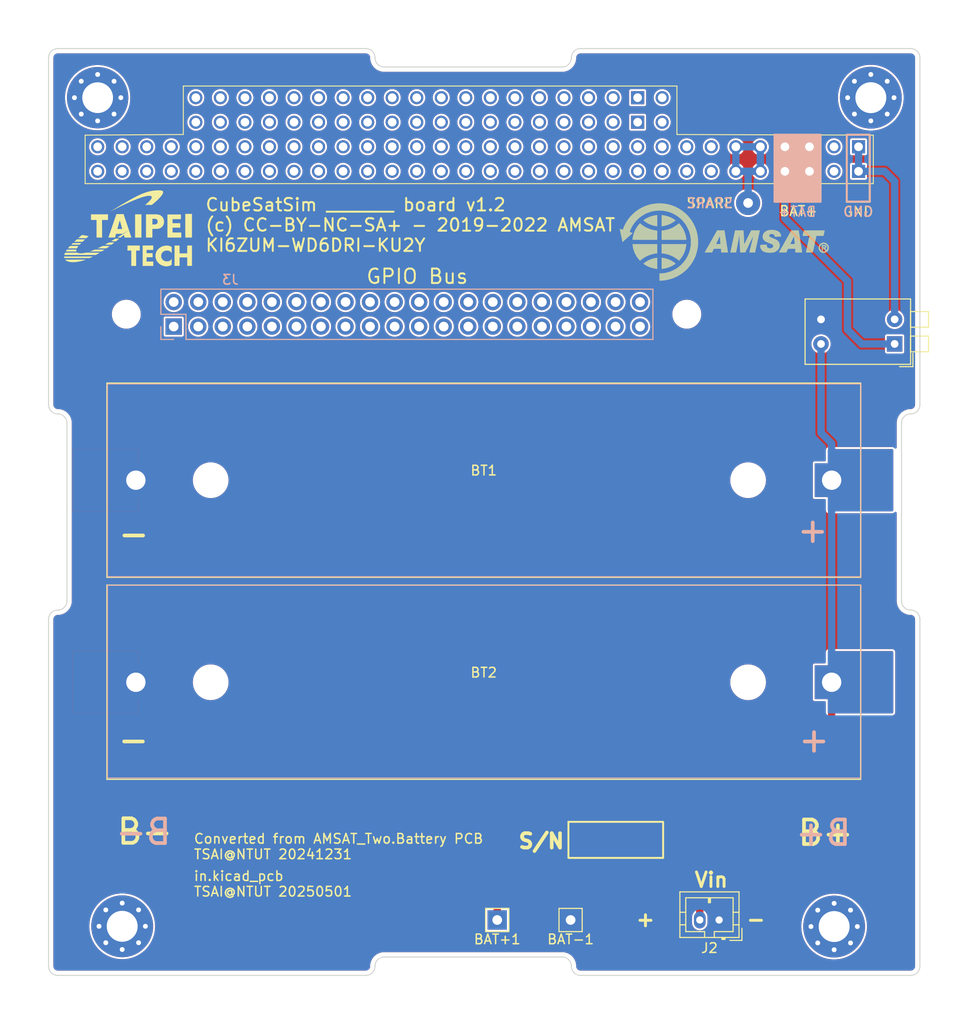
<source format=kicad_pcb>
(kicad_pcb (version 20241229) (generator "pcbnew") (generator_version "9.0")
  (title_block (date "2024-08-27"))
  (layers (0 "F.Cu" signal) (2 "B.Cu" signal) (13 "F.Paste" user) (15 "B.Paste" user) (5 "F.SilkS" user "F.Silkscreen") (7 "B.SilkS" user "B.Silkscreen") (1 "F.Mask" user) (3 "B.Mask" user) (25 "Edge.Cuts" user))
  (property "FILENAME" "CubesatSim_Battery_PC104")
  (net 0 "")
  (net 1 "GND")
  (net 8 "/BATT")
  (net 56 "Net-(J4-PadA3)")
  (net 137 "Net-(J4-PadA1)")
  (net 139 "/SPARE")
  (footprint "Connector_JST:JST_PH_B2B-PH-K_1x02_P2.00mm_Vertical" (layer "F.Cu") (at 211.884 126.195 180)
    (property "Reference" "J2")
    (property "Value" "Conn_01x02")
  )
  (footprint "VST104_logos:NTUT_logo_15mm" (layer "F.Cu") (at 150.7236 54.6862)
    (property "Reference" "REF**" (hide yes))
    (property "Value" "NTUT_logo_15mm" (hide yes))
  )
  (footprint "MountingHole:MountingHole_2.5mm" (layer "F.Cu") (at 150.54 63.5257)
    (property "Reference" "REF**" (hide yes))
    (property "Value" "MountingHole_2.5mm" (hide yes))
  )
  (footprint "VST104_footprints:CubeSat_PC104_16bit_footprint_Edge.Cut" (layer "F.Cu") (at 232.664 36.0426 180)
    (property "Reference" "J4" (hide yes))
    (property "Value" "~")
    (fp_line (start 90.17 -36.8427) (end 90.17 -0.9525) (stroke (width 0.1)) (layer "Edge.Cuts"))
    (fp_line (start 90.17 -94.9325) (end 90.17 -59.0423) (stroke (width 0.1)) (layer "Edge.Cuts"))
    (fp_line (start 88.265 -57.1373) (end 88.265 -38.7477) (stroke (width 0.1)) (layer "Edge.Cuts"))
    (fp_line (start 57.3405 0) (end 89.2175 0) (stroke (width 0.1)) (layer "Edge.Cuts"))
    (fp_line (start 57.3405 -95.885) (end 89.2175 -95.885) (stroke (width 0.1)) (layer "Edge.Cuts"))
    (fp_line (start 37.0205 -1.905) (end 55.4355 -1.905) (stroke (width 0.1)) (layer "Edge.Cuts"))
    (fp_line (start 37.0205 -93.98) (end 55.4355 -93.98) (stroke (width 0.1)) (layer "Edge.Cuts"))
    (fp_line (start 1.905 -57.1373) (end 1.905 -38.7477) (stroke (width 0.1)) (layer "Edge.Cuts"))
    (fp_line (start 0.9525 0) (end 35.1155 0) (stroke (width 0.1)) (layer "Edge.Cuts"))
    (fp_line (start 0.9525 -95.885) (end 35.1155 -95.885) (stroke (width 0.1)) (layer "Edge.Cuts"))
    (fp_line (start 0 -36.8427) (end 0 -0.9525) (stroke (width 0.1)) (layer "Edge.Cuts"))
    (fp_line (start 0 -94.9325) (end 0 -59.0423) (stroke (width 0.1)) (layer "Edge.Cuts"))
    (fp_arc (start 90.17 -0.9525) (mid 89.89102 -0.27898) (end 89.2175 0) (stroke (width 0.1)) (layer "Edge.Cuts"))
    (fp_arc (start 90.17 -59.0423) (mid 89.89102 -58.36878) (end 89.2175 -58.0898) (stroke (width 0.1)) (layer "Edge.Cuts"))
    (fp_arc (start 89.2175 -37.7952) (mid 89.89102 -37.51622) (end 90.17 -36.8427) (stroke (width 0.1)) (layer "Edge.Cuts"))
    (fp_arc (start 89.2175 -37.7952) (mid 88.54398 -38.07418) (end 88.265 -38.7477) (stroke (width 0.1)) (layer "Edge.Cuts"))
    (fp_arc (start 89.2175 -95.885) (mid 89.89102 -95.60602) (end 90.17 -94.9325) (stroke (width 0.1)) (layer "Edge.Cuts"))
    (fp_arc (start 88.265 -57.1373) (mid 88.54398 -57.81082) (end 89.2175 -58.0898) (stroke (width 0.1)) (layer "Edge.Cuts"))
    (fp_arc (start 57.3405 0) (mid 56.66698 -0.27898) (end 56.388 -0.9525) (stroke (width 0.1)) (layer "Edge.Cuts"))
    (fp_arc (start 56.388 -94.9325) (mid 56.66698 -95.60602) (end 57.3405 -95.885) (stroke (width 0.1)) (layer "Edge.Cuts"))
    (fp_arc (start 56.388 -94.9325) (mid 56.10902 -94.25898) (end 55.4355 -93.98) (stroke (width 0.1)) (layer "Edge.Cuts"))
    (fp_arc (start 55.4355 -1.905) (mid 56.10902 -1.62602) (end 56.388 -0.9525) (stroke (width 0.1)) (layer "Edge.Cuts"))
    (fp_arc (start 37.0205 -93.98) (mid 36.34698 -94.25898) (end 36.068 -94.9325) (stroke (width 0.1)) (layer "Edge.Cuts"))
    (fp_arc (start 36.068 -0.9525) (mid 36.34698 -1.62602) (end 37.0205 -1.905) (stroke (width 0.1)) (layer "Edge.Cuts"))
    (fp_arc (start 36.068 -0.9525) (mid 35.78902 -0.27898) (end 35.1155 0) (stroke (width 0.1)) (layer "Edge.Cuts"))
    (fp_arc (start 35.1155 -95.885) (mid 35.78902 -95.60602) (end 36.068 -94.9325) (stroke (width 0.1)) (layer "Edge.Cuts"))
    (fp_arc (start 1.905 -38.7477) (mid 1.62602 -38.07418) (end 0.9525 -37.7952) (stroke (width 0.1)) (layer "Edge.Cuts"))
    (fp_arc (start 0.9525 0) (mid 0.27898 -0.27898) (end 0 -0.9525) (stroke (width 0.1)) (layer "Edge.Cuts"))
    (fp_arc (start 0.9525 -58.0898) (mid 1.62602 -57.81082) (end 1.905 -57.1373) (stroke (width 0.1)) (layer "Edge.Cuts"))
    (fp_arc (start 0.9525 -58.0898) (mid 0.27898 -58.36878) (end 0 -59.0423) (stroke (width 0.1)) (layer "Edge.Cuts"))
    (fp_arc (start 0 -36.8427) (mid 0.27898 -37.51622) (end 0.9525 -37.7952) (stroke (width 0.1)) (layer "Edge.Cuts"))
    (fp_arc (start 0 -94.9325) (mid 0.27898 -95.60602) (end 0.9525 -95.885) (stroke (width 0.1)) (layer "Edge.Cuts"))
  )
  (footprint "Button_Switch_THT:SW_DIP_SPSTx02_Piano_10.8x6.64mm_W7.62mm_P2.54mm" (layer "F.Cu") (at 230.0478 66.5988 180)
    (property "Reference" "SW1" (hide yes))
    (property "Value" "SW_DIP_x02" (hide yes))
  )
  (footprint "TestPoint:TestPoint_THTPad_2.0x2.0mm_Drill1.0mm" (layer "F.Cu") (at 188.9224 126.195 180)
    (property "Reference" "BAT+1")
    (property "Value" "TestPoint")
  )
  (footprint "Battery:BatteryHolder_MPD_BH-18650-PC2" (layer "F.Cu") (at 223.5282 101.6 180)
    (property "Reference" "BT2")
    (property "Value" "Battery_Cell")
  )
  (footprint "MountingHole:MountingHole_2.5mm" (layer "F.Cu") (at 208.54 63.5257)
    (property "Reference" "REF**" (hide yes))
    (property "Value" "MountingHole_2.5mm" (hide yes))
  )
  (footprint "TestPoint:TestPoint_THTPad_2.0x2.0mm_Drill1.0mm" (layer "F.Cu") (at 196.517 126.195 180)
    (property "Reference" "BAT-1")
    (property "Value" "TestPoint")
  )
  (footprint "" (layer "F.Cu") (at 214.884 52.0192)
    (property "Reference" "")
    (property "Value" "")
  )
  (footprint "Battery:BatteryHolder_MPD_BH-18650-PC2" (layer "F.Cu") (at 223.5282 80.6958 180)
    (property "Reference" "BT1")
    (property "Value" "Battery_Cell")
  )
  (footprint "Connector_PinSocket_2.54mm:PinSocket_2x20_P2.54mm_Vertical" (layer "B.Cu") (at 155.4452 64.8032 -90)
    (property "Reference" "J3")
    (property "Value" "Raspberry Pi Zero HW GPIO")
  )
  (gr_poly (pts (xy 208.407 55.2958) (xy 205.9305 55.2958) (xy 205.9305 55.3085) (xy 208.407 55.3085)) (fill yes) (layer "F.SilkS"))
  (gr_poly (pts (xy 207.9752 57.6961) (xy 207.3402 57.6961) (xy 207.3402 57.7088) (xy 207.9752 57.7088)) (fill yes) (layer "F.SilkS"))
  (gr_poly (pts (xy 219.2655 56.2483) (xy 218.567 56.2483) (xy 218.567 56.261) (xy 219.2655 56.261)) (fill yes) (layer "F.SilkS"))
  (gr_poly (pts (xy 202.8952 55.1561) (xy 201.6887 55.1561) (xy 201.6887 55.1688) (xy 202.8952 55.1688)) (fill yes) (layer "F.SilkS"))
  (gr_poly (pts (xy 205.486 53.8734) (xy 204.1398 53.8734) (xy 204.1398 53.8861) (xy 205.486 53.8861)) (fill yes) (layer "F.SilkS"))
  (gr_poly (pts (xy 209.6643 55.3974) (xy 208.9023 55.3974) (xy 208.9023 55.4101) (xy 209.6643 55.4101)) (fill yes) (layer "F.SilkS"))
  (gr_poly (pts (xy 214.6046 57.0865) (xy 214.0585 57.0865) (xy 214.0585 57.0992) (xy 214.6046 57.0992)) (fill yes) (layer "F.SilkS"))
  (gr_poly (pts (xy 208.3054 55.0164) (xy 205.9305 55.0164) (xy 205.9305 55.0291) (xy 208.3054 55.0291)) (fill yes) (layer "F.SilkS"))
  (gr_poly (pts (xy 206.3877 57.7596) (xy 205.9305 57.7596) (xy 205.9305 57.7723) (xy 206.3877 57.7723)) (fill yes) (layer "F.SilkS"))
  (gr_poly (pts (xy 204.3049 54.5211) (xy 203.3651 54.5211) (xy 203.3651 54.5338) (xy 204.3049 54.5338)) (fill yes) (layer "F.SilkS"))
  (gr_poly (pts (xy 209.6897 56.4896) (xy 208.9404 56.4896) (xy 208.9404 56.5023) (xy 209.6897 56.5023)) (fill yes) (layer "F.SilkS"))
  (gr_poly (pts (xy 221.7166 56.515) (xy 220.9927 56.515) (xy 220.9927 56.5277) (xy 221.7166 56.5277)) (fill yes) (layer "F.SilkS"))
  (gr_poly (pts (xy 205.486 56.9849) (xy 203.0857 56.9849) (xy 203.0857 56.9976) (xy 205.486 56.9976)) (fill yes) (layer "F.SilkS"))
  (gr_poly (pts (xy 207.7974 57.912) (xy 207.645 57.912) (xy 207.645 57.9247) (xy 207.7974 57.9247)) (fill yes) (layer "F.SilkS"))
  (gr_poly (pts (xy 208.4578 55.5498) (xy 205.9305 55.5498) (xy 205.9305 55.5625) (xy 208.4578 55.5625)) (fill yes) (layer "F.SilkS"))
  (gr_poly (pts (xy 207.2767 59.7281) (xy 205.7146 59.7281) (xy 205.7146 59.7408) (xy 207.2767 59.7408)) (fill yes) (layer "F.SilkS"))
  (gr_poly (pts (xy 212.6742 56.3626) (xy 210.82 56.3626) (xy 210.82 56.3753) (xy 212.6742 56.3753)) (fill yes) (layer "F.SilkS"))
  (gr_poly (pts (xy 218.1479 56.4896) (xy 217.4748 56.4896) (xy 217.4748 56.5023) (xy 218.1479 56.5023)) (fill yes) (layer "F.SilkS"))
  (gr_poly (pts (xy 208.4324 56.6547) (xy 205.9432 56.6547) (xy 205.9432 56.6674) (xy 208.4324 56.6674)) (fill yes) (layer "F.SilkS"))
  (gr_poly (pts (xy 208.3816 59.0296) (xy 207.01 59.0296) (xy 207.01 59.0423) (xy 208.3816 59.0423)) (fill yes) (layer "F.SilkS"))
  (gr_poly (pts (xy 208.6102 58.8137) (xy 207.4291 58.8137) (xy 207.4291 58.8264) (xy 208.6102 58.8264)) (fill yes) (layer "F.SilkS"))
  (gr_poly (pts (xy 208.2419 57.2389) (xy 206.0321 57.2389) (xy 206.0321 57.2516) (xy 208.2419 57.2516)) (fill yes) (layer "F.SilkS"))
  (gr_poly (pts (xy 207.8101 57.8993) (xy 207.6323 57.8993) (xy 207.6323 57.912) (xy 207.8101 57.912)) (fill yes) (layer "F.SilkS"))
  (gr_poly (pts (xy 205.486 53.9242) (xy 204.2033 53.9242) (xy 204.2033 53.9369) (xy 205.486 53.9369)) (fill yes) (layer "F.SilkS"))
  (gr_poly (pts (xy 205.486 54.2544) (xy 204.8129 54.2544) (xy 204.8129 54.2671) (xy 205.486 54.2671)) (fill yes) (layer "F.SilkS"))
  (gr_poly (pts (xy 206.4385 58.7502) (xy 205.9305 58.7502) (xy 205.9305 58.7629) (xy 206.4385 58.7629)) (fill yes) (layer "F.SilkS"))
  (gr_poly (pts (xy 208.915 58.4327) (xy 207.9244 58.4327) (xy 207.9244 58.4454) (xy 208.915 58.4454)) (fill yes) (layer "F.SilkS"))
  (gr_poly (pts (xy 219.3544 56.0197) (xy 218.694 56.0197) (xy 218.694 56.0324) (xy 219.3544 56.0324)) (fill yes) (layer "F.SilkS"))
  (gr_poly (pts (xy 218.1352 56.2356) (xy 217.2335 56.2356) (xy 217.2335 56.2483) (xy 218.1352 56.2483)) (fill yes) (layer "F.SilkS"))
  (gr_poly (pts (xy 209.2325 54.1528) (xy 208.3562 54.1528) (xy 208.3562 54.1655) (xy 209.2325 54.1655)) (fill yes) (layer "F.SilkS"))
  (gr_poly (pts (xy 203.8096 53.4162) (xy 202.7047 53.4162) (xy 202.7047 53.4289) (xy 203.8096 53.4289)) (fill yes) (layer "F.SilkS"))
  (gr_poly (pts (xy 213.6902 56.9214) (xy 213.0933 56.9214) (xy 213.0933 56.9341) (xy 213.6902 56.9341)) (fill yes) (layer "F.SilkS"))
  (gr_poly (pts (xy 209.5881 57.0484) (xy 208.8007 57.0484) (xy 208.8007 57.0611) (xy 209.5881 57.0611)) (fill yes) (layer "F.SilkS"))
  (gr_poly (pts (xy 218.8591 57.0992) (xy 218.0844 57.0992) (xy 218.0844 57.1119) (xy 218.8591 57.1119)) (fill yes) (layer "F.SilkS"))
  (gr_poly (pts (xy 215.8873 55.8165) (xy 215.3285 55.8165) (xy 215.3285 55.8292) (xy 215.8873 55.8292)) (fill yes) (layer "F.SilkS"))
  (gr_poly (pts (xy 221.8309 55.9816) (xy 221.107 55.9816) (xy 221.107 55.9943) (xy 221.8309 55.9943)) (fill yes) (layer "F.SilkS"))
  (gr_poly (pts (xy 209.6897 56.4515) (xy 208.9277 56.4515) (xy 208.9277 56.4642) (xy 209.6897 56.4642)) (fill yes) (layer "F.SilkS"))
  (gr_poly (pts (xy 213.8299 56.1594) (xy 213.2457 56.1594) (xy 213.2457 56.1721) (xy 213.8299 56.1721)) (fill yes) (layer "F.SilkS"))
  (gr_poly (pts (xy 209.423 54.5465) (xy 208.5975 54.5465) (xy 208.5975 54.5592) (xy 209.423 54.5592)) (fill yes) (layer "F.SilkS"))
  (gr_poly (pts (xy 220.472 57.0611) (xy 219.7735 57.0611) (xy 219.7735 57.0738) (xy 220.472 57.0738)) (fill yes) (layer "F.SilkS"))
  (gr_poly (pts (xy 214.4014 54.9021) (xy 213.5251 54.9021) (xy 213.5251 54.9148) (xy 214.4014 54.9148)) (fill yes) (layer "F.SilkS"))
  (gr_poly (pts (xy 208.915 53.6448) (xy 207.9117 53.6448) (xy 207.9117 53.6575) (xy 208.915 53.6575)) (fill yes) (layer "F.SilkS"))
  (gr_poly (pts (xy 218.2876 55.3593) (xy 217.6018 55.3593) (xy 217.6018 55.372) (xy 218.2876 55.372)) (fill yes) (layer "F.SilkS"))
  (gr_poly (pts (xy 204.1271 53.213) (xy 202.8952 53.213) (xy 202.8952 53.2257) (xy 204.1271 53.2257)) (fill yes) (layer "F.SilkS"))
  (gr_poly (pts (xy 208.4451 56.5785) (xy 205.9305 56.5785) (xy 205.9305 56.5912) (xy 208.4451 56.5912)) (fill yes) (layer "F.SilkS"))
  (gr_poly (pts (xy 221.615 56.9468) (xy 220.9038 56.9468) (xy 220.9038 56.9595) (xy 221.615 56.9595)) (fill yes) (layer "F.SilkS"))
  (gr_poly (pts (xy 208.2292 59.1566) (xy 206.6671 59.1566) (xy 206.6671 59.1693) (xy 208.2292 59.1693)) (fill yes) (layer "F.SilkS"))
  (gr_poly (pts (xy 209.7151 55.9181) (xy 208.9658 55.9181) (xy 208.9658 55.9308) (xy 209.7151 55.9308)) (fill yes) (layer "F.SilkS"))
  (gr_poly (pts (xy 205.486 53.467) (xy 204.6478 53.467) (xy 204.6478 53.4797) (xy 205.486 53.4797)) (fill yes) (layer "F.SilkS"))
  (gr_poly (pts (xy 219.6084 55.5244) (xy 218.9734 55.5244) (xy 218.9734 55.5371) (xy 219.6084 55.5371)) (fill yes) (layer "F.SilkS"))
  (gr_poly (pts (xy 205.486 58.4454) (xy 204.2795 58.4454) (xy 204.2795 58.4581) (xy 205.486 58.4581)) (fill yes) (layer "F.SilkS"))
  (gr_poly (pts (xy 215.6333 56.9849) (xy 215.0491 56.9849) (xy 215.0491 56.9976) (xy 215.6333 56.9976)) (fill yes) (layer "F.SilkS"))
  (gr_poly (pts (xy 214.4522 55.626) (xy 213.9823 55.626) (xy 213.9823 55.6387) (xy 214.4522 55.6387)) (fill yes) (layer "F.SilkS"))
  (gr_poly (pts (xy 217.9955 55.9562) (xy 216.6366 55.9562) (xy 216.6366 55.9689) (xy 217.9955 55.9689)) (fill yes) (layer "F.SilkS"))
  (gr_poly (pts (xy 212.471 55.0926) (xy 211.5312 55.0926) (xy 211.5312 55.1053) (xy 212.471 55.1053)) (fill yes) (layer "F.SilkS"))
  (gr_poly (pts (xy 217.678 55.753) (xy 216.4461 55.753) (xy 216.4461 55.7657) (xy 217.678 55.7657)) (fill yes) (layer "F.SilkS"))
  (gr_poly (pts (xy 208.3181 55.0291) (xy 205.9432 55.0291) (xy 205.9432 55.0418) (xy 208.3181 55.0418)) (fill yes) (layer "F.SilkS"))
  (gr_poly (pts (xy 211.836 55.7149) (xy 211.1883 55.7149) (xy 211.1883 55.7276) (xy 211.836 55.7276)) (fill yes) (layer "F.SilkS"))
  (gr_poly (pts (xy 219.3671 56.0324) (xy 218.694 56.0324) (xy 218.694 56.0451) (xy 219.3671 56.0451)) (fill yes) (layer "F.SilkS"))
  (gr_poly (pts (xy 208.0768 57.531) (xy 207.0608 57.531) (xy 207.0608 57.5437) (xy 208.0768 57.5437)) (fill yes) (layer "F.SilkS"))
  (gr_poly (pts (xy 208.2038 57.3024) (xy 206.4385 57.3024) (xy 206.4385 57.3151) (xy 208.2038 57.3151)) (fill yes) (layer "F.SilkS"))
  (gr_poly (pts (xy 209.1436 58.0898) (xy 208.2419 58.0898) (xy 208.2419 58.1025) (xy 209.1436 58.1025)) (fill yes) (layer "F.SilkS"))
  (gr_poly (pts (xy 219.5576 55.6133) (xy 218.9226 55.6133) (xy 218.9226 55.626) (xy 219.5576 55.626)) (fill yes) (layer "F.SilkS"))
  (gr_poly (pts (xy 209.296 57.8358) (xy 208.4324 57.8358) (xy 208.4324 57.8485) (xy 209.296 57.8485)) (fill yes) (layer "F.SilkS"))
  (gr_poly (pts (xy 203.4159 53.7464) (xy 202.4507 53.7464) (xy 202.4507 53.7591) (xy 203.4159 53.7591)) (fill yes) (layer "F.SilkS"))
  (gr_poly (pts (xy 205.486 56.8706) (xy 203.0349 56.8706) (xy 203.0349 56.8833) (xy 205.486 56.8833)) (fill yes) (layer "F.SilkS"))
  (gr_poly (pts (xy 205.9813 58.8264) (xy 205.9305 58.8264) (xy 205.9305 58.8391) (xy 205.9813 58.8391)) (fill yes) (layer "F.SilkS"))
  (gr_poly (pts (xy 215.7349 56.5658) (xy 215.1507 56.5658) (xy 215.1507 56.5785) (xy 215.7349 56.5785)) (fill yes) (layer "F.SilkS"))
  (gr_poly (pts (xy 219.4306 55.9054) (xy 218.7575 55.9054) (xy 218.7575 55.9181) (xy 219.4306 55.9181)) (fill yes) (layer "F.SilkS"))
  (gr_poly (pts (xy 223.2406 56.6674) (xy 223.0882 56.6674) (xy 223.0882 56.6801) (xy 223.2406 56.6801)) (fill yes) (layer "F.SilkS"))
  (gr_poly (pts (xy 213.8045 56.2737) (xy 213.233 56.2737) (xy 213.233 56.2864) (xy 213.8045 56.2864)) (fill yes) (layer "F.SilkS"))
  (gr_poly (pts (xy 205.486 53.9623) (xy 204.2541 53.9623) (xy 204.2541 53.975) (xy 205.486 53.975)) (fill yes) (layer "F.SilkS"))
  (gr_poly (pts (xy 220.3323 56.1848) (xy 219.71 56.1848) (xy 219.71 56.1975) (xy 220.3323 56.1975)) (fill yes) (layer "F.SilkS"))
  (gr_poly (pts (xy 214.8586 56.5912) (xy 214.0331 56.5912) (xy 214.0331 56.6039) (xy 214.8586 56.6039)) (fill yes) (layer "F.SilkS"))
  (gr_poly (pts (xy 202.7174 54.7624) (xy 201.9173 54.7624) (xy 201.9173 54.7751) (xy 202.7174 54.7751)) (fill yes) (layer "F.SilkS"))
  (gr_poly (pts (xy 208.153 57.404) (xy 206.7687 57.404) (xy 206.7687 57.4167) (xy 208.153 57.4167)) (fill yes) (layer "F.SilkS"))
  (gr_poly (pts (xy 205.486 56.9214) (xy 203.0476 56.9214) (xy 203.0476 56.9341) (xy 205.486 56.9341)) (fill yes) (layer "F.SilkS"))
  (gr_poly (pts (xy 213.7283 56.6928) (xy 213.1441 56.6928) (xy 213.1441 56.7055) (xy 213.7283 56.7055)) (fill yes) (layer "F.SilkS"))
  (gr_poly (pts (xy 220.2307 55.4736) (xy 219.6338 55.4736) (xy 219.6338 55.4863) (xy 220.2307 55.4863)) (fill yes) (layer "F.SilkS"))
  (gr_poly (pts (xy 208.4705 56.4642) (xy 205.9305 56.4642) (xy 205.9305 56.4769) (xy 208.4705 56.4769)) (fill yes) (layer "F.SilkS"))
  (gr_poly (pts (xy 215.1253 56.0324) (xy 214.6046 56.0324) (xy 214.6046 56.0451) (xy 215.1253 56.0451)) (fill yes) (layer "F.SilkS"))
  (gr_poly (pts (xy 222.3389 56.7817) (xy 222.1865 56.7817) (xy 222.1865 56.7944) (xy 222.3389 56.7944)) (fill yes) (layer "F.SilkS"))
  (gr_poly (pts (xy 209.296 54.2671) (xy 208.4324 54.2671) (xy 208.4324 54.2798) (xy 209.296 54.2798)) (fill yes) (layer "F.SilkS"))
  (gr_poly (pts (xy 208.4197 55.3847) (xy 205.9305 55.3847) (xy 205.9305 55.3974) (xy 208.4197 55.3974)) (fill yes) (layer "F.SilkS"))
  (gr_poly (pts (xy 208.6864 53.3654) (xy 207.5434 53.3654) (xy 207.5434 53.3781) (xy 208.6864 53.3781)) (fill yes) (layer "F.SilkS"))
  (gr_poly (pts (xy 214.4649 55.9181) (xy 214.0077 55.9181) (xy 214.0077 55.9308) (xy 214.4649 55.9308)) (fill yes) (layer "F.SilkS"))
  (gr_poly (pts (xy 208.4578 56.5277) (xy 205.9432 56.5277) (xy 205.9432 56.5404) (xy 208.4578 56.5404)) (fill yes) (layer "F.SilkS"))
  (gr_poly (pts (xy 220.345 56.3118) (xy 218.5162 56.3118) (xy 218.5162 56.3245) (xy 220.345 56.3245)) (fill yes) (layer "F.SilkS"))
  (gr_poly (pts (xy 202.7809 54.6608) (xy 201.9681 54.6608) (xy 201.9681 54.6735) (xy 202.7809 54.6735)) (fill yes) (layer "F.SilkS"))
  (gr_poly (pts (xy 213.7537 56.5531) (xy 213.1695 56.5531) (xy 213.1695 56.5658) (xy 213.7537 56.5658)) (fill yes) (layer "F.SilkS"))
  (gr_poly (pts (xy 207.0227 53.5813) (xy 205.9305 53.5813) (xy 205.9305 53.594) (xy 207.0227 53.594)) (fill yes) (layer "F.SilkS"))
  (gr_poly (pts (xy 221.7547 56.3753) (xy 221.0181 56.3753) (xy 221.0181 56.388) (xy 221.7547 56.388)) (fill yes) (layer "F.SilkS"))
  (gr_poly (pts (xy 215.9127 55.7149) (xy 215.3539 55.7149) (xy 215.3539 55.7276) (xy 215.9127 55.7276)) (fill yes) (layer "F.SilkS"))
  (gr_poly (pts (xy 216.0524 55.0799) (xy 215.0872 55.0799) (xy 215.0872 55.0926) (xy 216.0524 55.0926)) (fill yes) (layer "F.SilkS"))
  (gr_poly (pts (xy 209.0547 58.2422) (xy 208.1149 58.2422) (xy 208.1149 58.2549) (xy 209.0547 58.2549)) (fill yes) (layer "F.SilkS"))
  (gr_poly (pts (xy 223.2279 56.515) (xy 223.0755 56.515) (xy 223.0755 56.5277) (xy 223.2279 56.5277)) (fill yes) (layer "F.SilkS"))
  (gr_poly (pts (xy 212.4456 54.8513) (xy 211.6709 54.8513) (xy 211.6709 54.864) (xy 212.4456 54.864)) (fill yes) (layer "F.SilkS"))
  (gr_poly (pts (xy 209.677 56.6293) (xy 208.9023 56.6293) (xy 208.9023 56.642) (xy 209.677 56.642)) (fill yes) (layer "F.SilkS"))
  (gr_poly (pts (xy 204.5208 57.4675) (xy 203.3016 57.4675) (xy 203.3016 57.4802) (xy 204.5208 57.4802)) (fill yes) (layer "F.SilkS"))
  (gr_poly (pts (xy 209.4357 57.531) (xy 208.6102 57.531) (xy 208.6102 57.5437) (xy 209.4357 57.5437)) (fill yes) (layer "F.SilkS"))
  (gr_poly (pts (xy 222.631 56.9341) (xy 222.504 56.9341) (xy 222.504 56.9468) (xy 222.631 56.9468)) (fill yes) (layer "F.SilkS"))
  (gr_poly (pts (xy 215.9889 55.3339) (xy 214.9602 55.3339) (xy 214.9602 55.3466) (xy 215.9889 55.3466)) (fill yes) (layer "F.SilkS"))
  (gr_poly (pts (xy 204.8383 57.3532) (xy 203.2381 57.3532) (xy 203.2381 57.3659) (xy 204.8383 57.3659)) (fill yes) (layer "F.SilkS"))
  (gr_poly (pts (xy 217.0938 55.4736) (xy 216.3826 55.4736) (xy 216.3826 55.4863) (xy 217.0938 55.4863)) (fill yes) (layer "F.SilkS"))
  (gr_poly (pts (xy 202.8698 54.4449) (xy 202.0443 54.4449) (xy 202.0443 54.4576) (xy 202.8698 54.4576)) (fill yes) (layer "F.SilkS"))
  (gr_poly (pts (xy 206.7814 58.6359) (xy 205.9305 58.6359) (xy 205.9305 58.6486) (xy 206.7814 58.6486)) (fill yes) (layer "F.SilkS"))
  (gr_poly (pts (xy 223.2152 56.769) (xy 223.0755 56.769) (xy 223.0755 56.7817) (xy 223.2152 56.7817)) (fill yes) (layer "F.SilkS"))
  (gr_poly (pts (xy 214.8967 56.515) (xy 214.0331 56.515) (xy 214.0331 56.5277) (xy 214.8967 56.5277)) (fill yes) (layer "F.SilkS"))
  (gr_poly (pts (xy 220.4466 56.896) (xy 219.7608 56.896) (xy 219.7608 56.9087) (xy 220.4466 56.9087)) (fill yes) (layer "F.SilkS"))
  (gr_poly (pts (xy 220.2307 55.5117) (xy 219.6465 55.5117) (xy 219.6465 55.5244) (xy 220.2307 55.5244)) (fill yes) (layer "F.SilkS"))
  (gr_poly (pts (xy 205.486 55.7657) (xy 202.9206 55.7657) (xy 202.9206 55.7784) (xy 205.486 55.7784)) (fill yes) (layer "F.SilkS"))
  (gr_poly (pts (xy 204.7748 57.3659) (xy 203.2381 57.3659) (xy 203.2381 57.3786) (xy 204.7748 57.3786)) (fill yes) (layer "F.SilkS"))
  (gr_poly (pts (xy 220.1799 55.1561) (xy 219.1766 55.1561) (xy 219.1766 55.1688) (xy 220.1799 55.1688)) (fill yes) (layer "F.SilkS"))
  (gr_poly (pts (xy 218.3003 55.4228) (xy 217.6272 55.4228) (xy 217.6272 55.4355) (xy 218.3003 55.4355)) (fill yes) (layer "F.SilkS"))
  (gr_poly (pts (xy 220.2688 55.8546) (xy 219.6719 55.8546) (xy 219.6719 55.8673) (xy 220.2688 55.8673)) (fill yes) (layer "F.SilkS"))
  (gr_poly (pts (xy 209.55 57.2008) (xy 208.7499 57.2008) (xy 208.7499 57.2135) (xy 209.55 57.2135)) (fill yes) (layer "F.SilkS"))
  (gr_poly (pts (xy 204.0509 54.3814) (xy 203.4667 54.3814) (xy 203.4667 54.3941) (xy 204.0509 54.3941)) (fill yes) (layer "F.SilkS"))
  (gr_poly (pts (xy 209.7151 55.9562) (xy 208.9531 55.9562) (xy 208.9531 55.9689) (xy 209.7151 55.9689)) (fill yes) (layer "F.SilkS"))
  (gr_poly (pts (xy 221.7166 56.4515) (xy 221.0054 56.4515) (xy 221.0054 56.4642) (xy 221.7166 56.4642)) (fill yes) (layer "F.SilkS"))
  (gr_poly (pts (xy 221.8055 56.1213) (xy 221.0689 56.1213) (xy 221.0689 56.134) (xy 221.8055 56.134)) (fill yes) (layer "F.SilkS"))
  (gr_poly (pts (xy 220.2688 55.753) (xy 219.6592 55.753) (xy 219.6592 55.7657) (xy 220.2688 55.7657)) (fill yes) (layer "F.SilkS"))
  (gr_poly (pts (xy 208.4578 56.5023) (xy 205.9305 56.5023) (xy 205.9305 56.515) (xy 208.4578 56.515)) (fill yes) (layer "F.SilkS"))
  (gr_poly (pts (xy 211.6074 56.1848) (xy 210.9216 56.1848) (xy 210.9216 56.1975) (xy 211.6074 56.1975)) (fill yes) (layer "F.SilkS"))
  (gr_poly (pts (xy 214.7443 56.8325) (xy 214.0458 56.8325) (xy 214.0458 56.8452) (xy 214.7443 56.8452)) (fill yes) (layer "F.SilkS"))
  (gr_poly (pts (xy 212.7631 56.8325) (xy 212.0773 56.8325) (xy 212.0773 56.8452) (xy 212.7631 56.8452)) (fill yes) (layer "F.SilkS"))
  (gr_poly (pts (xy 214.4268 55.1434) (xy 213.487 55.1434) (xy 213.487 55.1561) (xy 214.4268 55.1561)) (fill yes) (layer "F.SilkS"))
  (gr_poly (pts (xy 206.2099 54.3814) (xy 205.9432 54.3814) (xy 205.9432 54.3941) (xy 206.2099 54.3941)) (fill yes) (layer "F.SilkS"))
  (gr_poly (pts (xy 203.0222 54.229) (xy 202.1459 54.229) (xy 202.1459 54.2417) (xy 203.0222 54.2417)) (fill yes) (layer "F.SilkS"))
  (gr_poly (pts (xy 214.9602 56.3753) (xy 214.0204 56.3753) (xy 214.0204 56.388) (xy 214.9602 56.388)) (fill yes) (layer "F.SilkS"))
  (gr_poly (pts (xy 203.0857 54.1274) (xy 202.2094 54.1274) (xy 202.2094 54.1401) (xy 203.0857 54.1401)) (fill yes) (layer "F.SilkS"))
  (gr_poly (pts (xy 206.9338 54.1147) (xy 205.9432 54.1147) (xy 205.9432 54.1274) (xy 206.9338 54.1274)) (fill yes) (layer "F.SilkS"))
  (gr_poly (pts (xy 205.486 57.912) (xy 204.6224 57.912) (xy 204.6224 57.9247) (xy 205.486 57.9247)) (fill yes) (layer "F.SilkS"))
  (gr_poly (pts (xy 217.3605 55.6133) (xy 216.408 55.6133) (xy 216.408 55.626) (xy 217.3605 55.626)) (fill yes) (layer "F.SilkS"))
  (gr_poly (pts (xy 205.486 55.3339) (xy 203.0095 55.3339) (xy 203.0095 55.3466) (xy 205.486 55.3466)) (fill yes) (layer "F.SilkS"))
  (gr_poly (pts (xy 203.4032 53.7591) (xy 202.438 53.7591) (xy 202.438 53.7718) (xy 203.4032 53.7718)) (fill yes) (layer "F.SilkS"))
  (gr_poly (pts (xy 212.6742 56.2864) (xy 210.8581 56.2864) (xy 210.8581 56.2991) (xy 212.6742 56.2991)) (fill yes) (layer "F.SilkS"))
  (gr_poly (pts (xy 207.2259 58.1533) (xy 205.9305 58.1533) (xy 205.9305 58.166) (xy 207.2259 58.166)) (fill yes) (layer "F.SilkS"))
  (gr_poly (pts (xy 216.8017 56.4007) (xy 216.1286 56.4007) (xy 216.1286 56.4134) (xy 216.8017 56.4134)) (fill yes) (layer "F.SilkS"))
  (gr_poly (pts (xy 221.8563 55.88) (xy 221.1451 55.88) (xy 221.1451 55.8927) (xy 221.8563 55.8927)) (fill yes) (layer "F.SilkS"))
  (gr_poly (pts (xy 212.6234 55.9435) (xy 212.0011 55.9435) (xy 212.0011 55.9562) (xy 212.6234 55.9562)) (fill yes) (layer "F.SilkS"))
  (gr_poly (pts (xy 208.4578 53.1368) (xy 207.1497 53.1368) (xy 207.1497 53.1495) (xy 208.4578 53.1495)) (fill yes) (layer "F.SilkS"))
  (gr_poly (pts (xy 205.486 56.3118) (xy 202.9206 56.3118) (xy 202.9206 56.3245) (xy 205.486 56.3245)) (fill yes) (layer "F.SilkS"))
  (gr_poly (pts (xy 211.709 55.9689) (xy 211.0359 55.9689) (xy 211.0359 55.9816) (xy 211.709 55.9816)) (fill yes) (layer "F.SilkS"))
  (gr_poly (pts (xy 206.6163 53.4035) (xy 205.9305 53.4035) (xy 205.9305 53.4162) (xy 206.6163 53.4162)) (fill yes) (layer "F.SilkS"))
  (gr_poly (pts (xy 218.1987 55.118) (xy 216.5223 55.118) (xy 216.5223 55.1307) (xy 218.1987 55.1307)) (fill yes) (layer "F.SilkS"))
  (gr_poly (pts (xy 222.3262 56.6166) (xy 222.1738 56.6166) (xy 222.1738 56.6293) (xy 222.3262 56.6293)) (fill yes) (layer "F.SilkS"))
  (gr_poly (pts (xy 203.9874 53.2892) (xy 202.819 53.2892) (xy 202.819 53.3019) (xy 203.9874 53.3019)) (fill yes) (layer "F.SilkS"))
  (gr_poly (pts (xy 221.7039 56.5785) (xy 220.98 56.5785) (xy 220.98 56.5912) (xy 221.7039 56.5912)) (fill yes) (layer "F.SilkS"))
  (gr_poly (pts (xy 208.1403 52.8701) (xy 206.3623 52.8701) (xy 206.3623 52.8828) (xy 208.1403 52.8828)) (fill yes) (layer "F.SilkS"))
  (gr_poly (pts (xy 202.7809 54.6227) (xy 201.9808 54.6227) (xy 201.9808 54.6354) (xy 202.7809 54.6354)) (fill yes) (layer "F.SilkS"))
  (gr_poly (pts (xy 207.0227 58.5089) (xy 205.9432 58.5089) (xy 205.9432 58.5216) (xy 207.0227 58.5216)) (fill yes) (layer "F.SilkS"))
  (gr_poly (pts (xy 203.9493 54.3052) (xy 203.5175 54.3052) (xy 203.5175 54.3179) (xy 203.9493 54.3179)) (fill yes) (layer "F.SilkS"))
  (gr_poly (pts (xy 222.9485 57.1119) (xy 222.4659 57.1119) (xy 222.4659 57.1246) (xy 222.9485 57.1246)) (fill yes) (layer "F.SilkS"))
  (gr_poly (pts (xy 215.8365 56.0578) (xy 215.2777 56.0578) (xy 215.2777 56.0705) (xy 215.8365 56.0705)) (fill yes) (layer "F.SilkS"))
  (gr_poly (pts (xy 209.7024 56.2864) (xy 208.9531 56.2864) (xy 208.9531 56.2991) (xy 209.7024 56.2991)) (fill yes) (layer "F.SilkS"))
  (gr_poly (pts (xy 206.9592 54.102) (xy 205.9432 54.102) (xy 205.9432 54.1147) (xy 206.9592 54.1147)) (fill yes) (layer "F.SilkS"))
  (gr_poly (pts (xy 203.7715 53.4289) (xy 202.692 53.4289) (xy 202.692 53.4416) (xy 203.7715 53.4416)) (fill yes) (layer "F.SilkS"))
  (gr_poly (pts (xy 209.5246 57.2516) (xy 208.7372 57.2516) (xy 208.7372 57.2643) (xy 209.5246 57.2643)) (fill yes) (layer "F.SilkS"))
  (gr_poly (pts (xy 223.0755 57.0357) (xy 222.7326 57.0357) (xy 222.7326 57.0484) (xy 223.0755 57.0484)) (fill yes) (layer "F.SilkS"))
  (gr_poly (pts (xy 214.9348 56.4261) (xy 214.0331 56.4261) (xy 214.0331 56.4388) (xy 214.9348 56.4388)) (fill yes) (layer "F.SilkS"))
  (gr_poly (pts (xy 215.9762 55.3974) (xy 214.9221 55.3974) (xy 214.9221 55.4101) (xy 215.9762 55.4101)) (fill yes) (layer "F.SilkS"))
  (gr_poly (pts (xy 209.5119 57.3278) (xy 208.7118 57.3278) (xy 208.7118 57.3405) (xy 209.5119 57.3405)) (fill yes) (layer "F.SilkS"))
  (gr_poly (pts (xy 215.9 55.7784) (xy 215.3285 55.7784) (xy 215.3285 55.7911) (xy 215.9 55.7911)) (fill yes) (layer "F.SilkS"))
  (gr_poly (pts (xy 219.4306 55.8546) (xy 218.7829 55.8546) (xy 218.7829 55.8673) (xy 219.4306 55.8673)) (fill yes) (layer "F.SilkS"))
  (gr_poly (pts (xy 214.9094 56.4896) (xy 214.0331 56.4896) (xy 214.0331 56.5023) (xy 214.9094 56.5023)) (fill yes) (layer "F.SilkS"))
  (gr_poly (pts (xy 208.1022 52.8447) (xy 206.2734 52.8447) (xy 206.2734 52.8574) (xy 208.1022 52.8574)) (fill yes) (layer "F.SilkS"))
  (gr_poly (pts (xy 217.9447 55.9181) (xy 216.5731 55.9181) (xy 216.5731 55.9308) (xy 217.9447 55.9308)) (fill yes) (layer "F.SilkS"))
  (gr_poly (pts (xy 222.3516 56.4896) (xy 222.1865 56.4896) (xy 222.1865 56.5023) (xy 222.3516 56.5023)) (fill yes) (layer "F.SilkS"))
  (gr_poly (pts (xy 204.0382 54.3687) (xy 203.4667 54.3687) (xy 203.4667 54.3814) (xy 204.0382 54.3814)) (fill yes) (layer "F.SilkS"))
  (gr_poly (pts (xy 215.3031 55.6514) (xy 214.7951 55.6514) (xy 214.7951 55.6641) (xy 215.3031 55.6641)) (fill yes) (layer "F.SilkS"))
  (gr_poly (pts (xy 208.915 53.6575) (xy 207.9244 53.6575) (xy 207.9244 53.6702) (xy 208.915 53.6702)) (fill yes) (layer "F.SilkS"))
  (gr_poly (pts (xy 207.7466 54.1274) (xy 207.7085 54.1274) (xy 207.7085 54.1401) (xy 207.7466 54.1401)) (fill yes) (layer "F.SilkS"))
  (gr_poly (pts (xy 215.6206 57.0865) (xy 215.0237 57.0865) (xy 215.0237 57.0992) (xy 215.6206 57.0992)) (fill yes) (layer "F.SilkS"))
  (gr_poly (pts (xy 213.868 55.9943) (xy 213.2965 55.9943) (xy 213.2965 56.007) (xy 213.868 56.007)) (fill yes) (layer "F.SilkS"))
  (gr_poly (pts (xy 209.0293 53.8099) (xy 208.0768 53.8099) (xy 208.0768 53.8226) (xy 209.0293 53.8226)) (fill yes) (layer "F.SilkS"))
  (gr_poly (pts (xy 217.0684 55.3593) (xy 216.408 55.3593) (xy 216.408 55.372) (xy 217.0684 55.372)) (fill yes) (layer "F.SilkS"))
  (gr_poly (pts (xy 209.6389 56.8452) (xy 208.8642 56.8452) (xy 208.8642 56.8579) (xy 209.6389 56.8579)) (fill yes) (layer "F.SilkS"))
  (gr_poly (pts (xy 213.8172 56.1848) (xy 213.2457 56.1848) (xy 213.2457 56.1975) (xy 213.8172 56.1975)) (fill yes) (layer "F.SilkS"))
  (gr_poly (pts (xy 205.486 56.4007) (xy 202.9333 56.4007) (xy 202.9333 56.4134) (xy 205.486 56.4134)) (fill yes) (layer "F.SilkS"))
  (gr_poly (pts (xy 209.6897 56.515) (xy 208.9277 56.515) (xy 208.9277 56.5277) (xy 209.6897 56.5277)) (fill yes) (layer "F.SilkS"))
  (gr_poly (pts (xy 212.4583 54.9021) (xy 211.6455 54.9021) (xy 211.6455 54.9148) (xy 212.4583 54.9148)) (fill yes) (layer "F.SilkS"))
  (gr_poly (pts (xy 213.9315 55.5752) (xy 213.3727 55.5752) (xy 213.3727 55.5879) (xy 213.9315 55.5879)) (fill yes) (layer "F.SilkS"))
  (gr_poly (pts (xy 215.7349 56.5785) (xy 215.1507 56.5785) (xy 215.1507 56.5912) (xy 215.7349 56.5912)) (fill yes) (layer "F.SilkS"))
  (gr_poly (pts (xy 220.1799 55.1942) (xy 219.1512 55.1942) (xy 219.1512 55.2069) (xy 220.1799 55.2069)) (fill yes) (layer "F.SilkS"))
  (gr_poly (pts (xy 205.486 53.2765) (xy 205.359 53.2765) (xy 205.359 53.2892) (xy 205.486 53.2892)) (fill yes) (layer "F.SilkS"))
  (gr_poly (pts (xy 220.3069 55.9689) (xy 219.6846 55.9689) (xy 219.6846 55.9816) (xy 220.3069 55.9816)) (fill yes) (layer "F.SilkS"))
  (gr_poly (pts (xy 206.1845 58.801) (xy 205.9305 58.801) (xy 205.9305 58.8137) (xy 206.1845 58.8137)) (fill yes) (layer "F.SilkS"))
  (gr_poly (pts (xy 205.486 53.7845) (xy 204.0636 53.7845) (xy 204.0636 53.7972) (xy 205.486 53.7972)) (fill yes) (layer "F.SilkS"))
  (gr_poly (pts (xy 212.5091 55.2704) (xy 211.4423 55.2704) (xy 211.4423 55.2831) (xy 212.5091 55.2831)) (fill yes) (layer "F.SilkS"))
  (gr_poly (pts (xy 203.4413 53.721) (xy 202.4507 53.721) (xy 202.4507 53.7337) (xy 203.4413 53.7337)) (fill yes) (layer "F.SilkS"))
  (gr_poly (pts (xy 220.2307 55.5371) (xy 219.6465 55.5371) (xy 219.6465 55.5498) (xy 220.2307 55.5498)) (fill yes) (layer "F.SilkS"))
  (gr_poly (pts (xy 207.4799 52.4637) (xy 203.9366 52.4637) (xy 203.9366 52.4764) (xy 207.4799 52.4764)) (fill yes) (layer "F.SilkS"))
  (gr_poly (pts (xy 220.1799 55.2069) (xy 219.1512 55.2069) (xy 219.1512 55.2196) (xy 220.1799 55.2196)) (fill yes) (layer "F.SilkS"))
  (gr_poly (pts (xy 215.8619 55.9689) (xy 215.2904 55.9689) (xy 215.2904 55.9816) (xy 215.8619 55.9816)) (fill yes) (layer "F.SilkS"))
  (gr_poly (pts (xy 207.7847 57.9247) (xy 207.6577 57.9247) (xy 207.6577 57.9374) (xy 207.7847 57.9374)) (fill yes) (layer "F.SilkS"))
  (gr_poly (pts (xy 209.5754 57.0611) (xy 208.8007 57.0611) (xy 208.8007 57.0738) (xy 209.5754 57.0738)) (fill yes) (layer "F.SilkS"))
  (gr_poly (pts (xy 217.8812 54.8894) (xy 216.8144 54.8894) (xy 216.8144 54.9021) (xy 217.8812 54.9021)) (fill yes) (layer "F.SilkS"))
  (gr_poly (pts (xy 222.9358 56.1594) (xy 222.4786 56.1594) (xy 222.4786 56.1721) (xy 222.9358 56.1721)) (fill yes) (layer "F.SilkS"))
  (gr_poly (pts (xy 221.742 56.388) (xy 221.0181 56.388) (xy 221.0181 56.4007) (xy 221.742 56.4007)) (fill yes) (layer "F.SilkS"))
  (gr_poly (pts (xy 215.8873 55.8546) (xy 215.3158 55.8546) (xy 215.3158 55.8673) (xy 215.8873 55.8673)) (fill yes) (layer "F.SilkS"))
  (gr_poly (pts (xy 202.8571 54.483) (xy 202.0316 54.483) (xy 202.0316 54.4957) (xy 202.8571 54.4957)) (fill yes) (layer "F.SilkS"))
  (gr_poly (pts (xy 213.8299 56.0959) (xy 213.2584 56.0959) (xy 213.2584 56.1086) (xy 213.8299 56.1086)) (fill yes) (layer "F.SilkS"))
  (gr_poly (pts (xy 212.5853 55.753) (xy 211.9757 55.753) (xy 211.9757 55.7657) (xy 212.5853 55.7657)) (fill yes) (layer "F.SilkS"))
  (gr_poly (pts (xy 218.059 56.7309) (xy 216.1921 56.7309) (xy 216.1921 56.7436) (xy 218.059 56.7436)) (fill yes) (layer "F.SilkS"))
  (gr_poly (pts (xy 205.486 56.9976) (xy 203.073 56.9976) (xy 203.073 57.0103) (xy 205.486 57.0103)) (fill yes) (layer "F.SilkS"))
  (gr_poly (pts (xy 208.8007 58.5851) (xy 207.7466 58.5851) (xy 207.7466 58.5978) (xy 208.8007 58.5978)) (fill yes) (layer "F.SilkS"))
  (gr_poly (pts (xy 208.0641 54.5465) (xy 207.0862 54.5465) (xy 207.0862 54.5592) (xy 208.0641 54.5592)) (fill yes) (layer "F.SilkS"))
  (gr_poly (pts (xy 214.4649 55.8419) (xy 213.9823 55.8419) (xy 213.9823 55.8546) (xy 214.4649 55.8546)) (fill yes) (layer "F.SilkS"))
  (gr_poly (pts (xy 214.4776 56.0324) (xy 214.0077 56.0324) (xy 214.0077 56.0451) (xy 214.4776 56.0451)) (fill yes) (layer "F.SilkS"))
  (gr_poly (pts (xy 222.9739 57.0992) (xy 222.4278 57.0992) (xy 222.4278 57.1119) (xy 222.9739 57.1119)) (fill yes) (layer "F.SilkS"))
  (gr_poly (pts (xy 218.3003 55.4736) (xy 217.6399 55.4736) (xy 217.6399 55.4863) (xy 218.3003 55.4863)) (fill yes) (layer "F.SilkS"))
  (gr_poly (pts (xy 211.3407 56.7563) (xy 210.6041 56.7563) (xy 210.6041 56.769) (xy 211.3407 56.769)) (fill yes) (layer "F.SilkS"))
  (gr_poly (pts (xy 218.9734 56.8325) (xy 218.2368 56.8325) (xy 218.2368 56.8452) (xy 218.9734 56.8452)) (fill yes) (layer "F.SilkS"))
  (gr_poly (pts (xy 215.646 56.9722) (xy 215.0491 56.9722) (xy 215.0491 56.9849) (xy 215.646 56.9849)) (fill yes) (layer "F.SilkS"))
  (gr_poly (pts (xy 215.7349 56.5531) (xy 215.1507 56.5531) (xy 215.1507 56.5658) (xy 215.7349 56.5658)) (fill yes) (layer "F.SilkS"))
  (gr_poly (pts (xy 209.7151 56.2102) (xy 208.9531 56.2102) (xy 208.9531 56.2229) (xy 209.7151 56.2229)) (fill yes) (layer "F.SilkS"))
  (gr_poly (pts (xy 208.3816 55.2196) (xy 205.9305 55.2196) (xy 205.9305 55.2323) (xy 208.3816 55.2323)) (fill yes) (layer "F.SilkS"))
  (gr_poly (pts (xy 221.7928 56.134) (xy 221.0816 56.134) (xy 221.0816 56.1467) (xy 221.7928 56.1467)) (fill yes) (layer "F.SilkS"))
  (gr_poly (pts (xy 205.486 56.388) (xy 202.9333 56.388) (xy 202.9333 56.4007) (xy 205.486 56.4007)) (fill yes) (layer "F.SilkS"))
  (gr_poly (pts (xy 203.9493 53.3146) (xy 202.7936 53.3146) (xy 202.7936 53.3273) (xy 203.9493 53.3273)) (fill yes) (layer "F.SilkS"))
  (gr_poly (pts (xy 216.0651 55.0164) (xy 215.1253 55.0164) (xy 215.1253 55.0291) (xy 216.0651 55.0291)) (fill yes) (layer "F.SilkS"))
  (gr_poly (pts (xy 206.7687 54.2036) (xy 205.9305 54.2036) (xy 205.9305 54.2163) (xy 206.7687 54.2163)) (fill yes) (layer "F.SilkS"))
  (gr_poly (pts (xy 209.3341 57.7469) (xy 208.4959 57.7469) (xy 208.4959 57.7596) (xy 209.3341 57.7596)) (fill yes) (layer "F.SilkS"))
  (gr_poly (pts (xy 205.486 55.7784) (xy 202.9206 55.7784) (xy 202.9206 55.7911) (xy 205.486 55.7911)) (fill yes) (layer "F.SilkS"))
  (gr_poly (pts (xy 202.8444 54.5084) (xy 202.0189 54.5084) (xy 202.0189 54.5211) (xy 202.8444 54.5211)) (fill yes) (layer "F.SilkS"))
  (gr_poly (pts (xy 203.4794 53.6829) (xy 202.4888 53.6829) (xy 202.4888 53.6956) (xy 203.4794 53.6956)) (fill yes) (layer "F.SilkS"))
  (gr_poly (pts (xy 214.4776 56.1721) (xy 214.0204 56.1721) (xy 214.0204 56.1848) (xy 214.4776 56.1848)) (fill yes) (layer "F.SilkS"))
  (gr_poly (pts (xy 209.3722 54.4195) (xy 208.5213 54.4195) (xy 208.5213 54.4322) (xy 209.3722 54.4322)) (fill yes) (layer "F.SilkS"))
  (gr_poly (pts (xy 217.8304 55.8292) (xy 216.4969 55.8292) (xy 216.4969 55.8419) (xy 217.8304 55.8419)) (fill yes) (layer "F.SilkS"))
  (gr_poly (pts (xy 208.4959 53.1749) (xy 207.2386 53.1749) (xy 207.2386 53.1876) (xy 208.4959 53.1876)) (fill yes) (layer "F.SilkS"))
  (gr_poly (pts (xy 217.7542 57.0357) (xy 216.4842 57.0357) (xy 216.4842 57.0484) (xy 217.7542 57.0484)) (fill yes) (layer "F.SilkS"))
  (gr_poly (pts (xy 205.486 54.3814) (xy 205.2066 54.3814) (xy 205.2066 54.3941) (xy 205.486 54.3941)) (fill yes) (layer "F.SilkS"))
  (gr_poly (pts (xy 218.1098 56.1213) (xy 216.9414 56.1213) (xy 216.9414 56.134) (xy 218.1098 56.134)) (fill yes) (layer "F.SilkS"))
  (gr_poly (pts (xy 214.4268 55.1307) (xy 213.487 55.1307) (xy 213.487 55.1434) (xy 214.4268 55.1434)) (fill yes) (layer "F.SilkS"))
  (gr_poly (pts (xy 215.9254 55.6514) (xy 215.3666 55.6514) (xy 215.3666 55.6641) (xy 215.9254 55.6641)) (fill yes) (layer "F.SilkS"))
  (gr_poly (pts (xy 212.4583 55.0037) (xy 211.5947 55.0037) (xy 211.5947 55.0164) (xy 212.4583 55.0164)) (fill yes) (layer "F.SilkS"))
  (gr_poly (pts (xy 205.486 54.2163) (xy 204.7113 54.2163) (xy 204.7113 54.229) (xy 205.486 54.229)) (fill yes) (layer "F.SilkS"))
  (gr_poly (pts (xy 219.5703 55.6006) (xy 218.9353 55.6006) (xy 218.9353 55.6133) (xy 219.5703 55.6133)) (fill yes) (layer "F.SilkS"))
  (gr_poly (pts (xy 215.2015 55.8673) (xy 214.6935 55.8673) (xy 214.6935 55.88) (xy 215.2015 55.88)) (fill yes) (layer "F.SilkS"))
  (gr_poly (pts (xy 223.0501 56.2356) (xy 222.3643 56.2356) (xy 222.3643 56.2483) (xy 223.0501 56.2483)) (fill yes) (layer "F.SilkS"))
  (gr_poly (pts (xy 215.2015 55.8927) (xy 214.6681 55.8927) (xy 214.6681 55.9054) (xy 215.2015 55.9054)) (fill yes) (layer "F.SilkS"))
  (gr_poly (pts (xy 222.7072 55.3085) (xy 220.5482 55.3085) (xy 220.5482 55.3212) (xy 222.7072 55.3212)) (fill yes) (layer "F.SilkS"))
  (gr_poly (pts (xy 212.725 56.6039) (xy 210.6803 56.6039) (xy 210.6803 56.6166) (xy 212.725 56.6166)) (fill yes) (layer "F.SilkS"))
  (gr_poly (pts (xy 215.392 55.4736) (xy 214.8967 55.4736) (xy 214.8967 55.4863) (xy 215.392 55.4863)) (fill yes) (layer "F.SilkS"))
  (gr_poly (pts (xy 209.1182 53.9369) (xy 208.1784 53.9369) (xy 208.1784 53.9496) (xy 209.1182 53.9496)) (fill yes) (layer "F.SilkS"))
  (gr_poly (pts (xy 218.0971 56.0832) (xy 216.8779 56.0832) (xy 216.8779 56.0959) (xy 218.0971 56.0959)) (fill yes) (layer "F.SilkS"))
  (gr_poly (pts (xy 205.486 56.8071) (xy 203.0095 56.8071) (xy 203.0095 56.8198) (xy 205.486 56.8198)) (fill yes) (layer "F.SilkS"))
  (gr_poly (pts (xy 205.232 52.832) (xy 203.3397 52.832) (xy 203.3397 52.8447) (xy 205.232 52.8447)) (fill yes) (layer "F.SilkS"))
  (gr_poly (pts (xy 222.9739 56.4896) (xy 222.8215 56.4896) (xy 222.8215 56.5023) (xy 222.9739 56.5023)) (fill yes) (layer "F.SilkS"))
  (gr_poly (pts (xy 209.5627 57.1246) (xy 208.788 57.1246) (xy 208.788 57.1373) (xy 209.5627 57.1373)) (fill yes) (layer "F.SilkS"))
  (gr_poly (pts (xy 214.4522 55.6387) (xy 213.9823 55.6387) (xy 213.9823 55.6514) (xy 214.4522 55.6514)) (fill yes) (layer "F.SilkS"))
  (gr_poly (pts (xy 209.7151 55.8673) (xy 208.9531 55.8673) (xy 208.9531 55.88) (xy 209.7151 55.88)) (fill yes) (layer "F.SilkS"))
  (gr_poly (pts (xy 221.6785 56.6928) (xy 220.9546 56.6928) (xy 220.9546 56.7055) (xy 221.6785 56.7055)) (fill yes) (layer "F.SilkS"))
  (gr_poly (pts (xy 213.8807 55.8673) (xy 213.3219 55.8673) (xy 213.3219 55.88) (xy 213.8807 55.88)) (fill yes) (layer "F.SilkS"))
  (gr_poly (pts (xy 208.915 58.4454) (xy 207.9117 58.4454) (xy 207.9117 58.4581) (xy 208.915 58.4581)) (fill yes) (layer "F.SilkS"))
  (gr_poly (pts (xy 208.3181 53.0225) (xy 206.8957 53.0225) (xy 206.8957 53.0352) (xy 208.3181 53.0352)) (fill yes) (layer "F.SilkS"))
  (gr_poly (pts (xy 209.7151 55.9308) (xy 208.9658 55.9308) (xy 208.9658 55.9435) (xy 209.7151 55.9435)) (fill yes) (layer "F.SilkS"))
  (gr_poly (pts (xy 222.3643 56.8325) (xy 222.2119 56.8325) (xy 222.2119 56.8452) (xy 222.3643 56.8452)) (fill yes) (layer "F.SilkS"))
  (gr_poly (pts (xy 220.4847 57.0865) (xy 219.7735 57.0865) (xy 219.7735 57.0992) (xy 220.4847 57.0992)) (fill yes) (layer "F.SilkS"))
  (gr_poly (pts (xy 205.486 56.6166) (xy 202.9714 56.6166) (xy 202.9714 56.6293) (xy 205.486 56.6293)) (fill yes) (layer "F.SilkS"))
  (gr_poly (pts (xy 221.8182 56.0324) (xy 221.107 56.0324) (xy 221.107 56.0451) (xy 221.8182 56.0451)) (fill yes) (layer "F.SilkS"))
  (gr_poly (pts (xy 207.9498 57.7215) (xy 207.391 57.7215) (xy 207.391 57.7342) (xy 207.9498 57.7342)) (fill yes) (layer "F.SilkS"))
  (gr_poly (pts (xy 209.4865 57.404) (xy 208.661 57.404) (xy 208.661 57.4167) (xy 209.4865 57.4167)) (fill yes) (layer "F.SilkS"))
  (gr_poly (pts (xy 208.407 55.2831) (xy 205.9305 55.2831) (xy 205.9305 55.2958) (xy 208.407 55.2958)) (fill yes) (layer "F.SilkS"))
  (gr_poly (pts (xy 208.1911 54.7497) (xy 206.5909 54.7497) (xy 206.5909 54.7624) (xy 208.1911 54.7624)) (fill yes) (layer "F.SilkS"))
  (gr_poly (pts (xy 212.6869 56.2991) (xy 210.8581 56.2991) (xy 210.8581 56.3118) (xy 212.6869 56.3118)) (fill yes) (layer "F.SilkS"))
  (gr_poly (pts (xy 212.4964 55.1688) (xy 211.4931 55.1688) (xy 211.4931 55.1815) (xy 212.4964 55.1815)) (fill yes) (layer "F.SilkS"))
  (gr_poly (pts (xy 211.2391 56.9595) (xy 210.4771 56.9595) (xy 210.4771 56.9722) (xy 211.2391 56.9722)) (fill yes) (layer "F.SilkS"))
  (gr_poly (pts (xy 217.8685 55.8546) (xy 216.5223 55.8546) (xy 216.5223 55.8673) (xy 217.8685 55.8673)) (fill yes) (layer "F.SilkS"))
  (gr_poly (pts (xy 220.1926 55.3212) (xy 219.0877 55.3212) (xy 219.0877 55.3339) (xy 220.1926 55.3339)) (fill yes) (layer "F.SilkS"))
  (gr_poly (pts (xy 205.486 55.6514) (xy 202.946 55.6514) (xy 202.946 55.6641) (xy 205.486 55.6641)) (fill yes) (layer "F.SilkS"))
  (gr_poly (pts (xy 205.486 58.5851) (xy 204.5462 58.5851) (xy 204.5462 58.5978) (xy 205.486 58.5978)) (fill yes) (layer "F.SilkS"))
  (gr_poly (pts (xy 211.2899 56.8579) (xy 210.5406 56.8579) (xy 210.5406 56.8706) (xy 211.2899 56.8706)) (fill yes) (layer "F.SilkS"))
  (gr_poly (pts (xy 215.9762 55.4228) (xy 214.9094 55.4228) (xy 214.9094 55.4355) (xy 215.9762 55.4355)) (fill yes) (layer "F.SilkS"))
  (gr_poly (pts (xy 213.7791 56.4642) (xy 213.1949 56.4642) (xy 213.1949 56.4769) (xy 213.7791 56.4769)) (fill yes) (layer "F.SilkS"))
  (gr_poly (pts (xy 220.3831 56.4769) (xy 218.44 56.4769) (xy 218.44 56.4896) (xy 220.3831 56.4896)) (fill yes) (layer "F.SilkS"))
  (gr_poly (pts (xy 209.6135 55.2069) (xy 208.8515 55.2069) (xy 208.8515 55.2196) (xy 209.6135 55.2196)) (fill yes) (layer "F.SilkS"))
  (gr_poly (pts (xy 205.486 56.896) (xy 203.0476 56.896) (xy 203.0476 56.9087) (xy 205.486 56.9087)) (fill yes) (layer "F.SilkS"))
  (gr_poly (pts (xy 209.6516 56.7563) (xy 208.8896 56.7563) (xy 208.8896 56.769) (xy 209.6516 56.769)) (fill yes) (layer "F.SilkS"))
  (gr_poly (pts (xy 217.9447 54.9148) (xy 216.7636 54.9148) (xy 216.7636 54.9275) (xy 217.9447 54.9275)) (fill yes) (layer "F.SilkS"))
  (gr_poly (pts (xy 220.3704 56.3372) (xy 218.5162 56.3372) (xy 218.5162 56.3499) (xy 220.3704 56.3499)) (fill yes) (layer "F.SilkS"))
  (gr_poly (pts (xy 215.0872 56.1086) (xy 214.5665 56.1086) (xy 214.5665 56.1213) (xy 215.0872 56.1213)) (fill yes) (layer "F.SilkS"))
  (gr_poly (pts (xy 207.4545 52.451) (xy 203.9747 52.451) (xy 203.9747 52.4637) (xy 207.4545 52.4637)) (fill yes) (layer "F.SilkS"))
  (gr_poly (pts (xy 213.8807 55.8546) (xy 213.3219 55.8546) (xy 213.3219 55.8673) (xy 213.8807 55.8673)) (fill yes) (layer "F.SilkS"))
  (gr_poly (pts (xy 213.8934 55.8292) (xy 213.3219 55.8292) (xy 213.3219 55.8419) (xy 213.8934 55.8419)) (fill yes) (layer "F.SilkS"))
  (gr_poly (pts (xy 205.486 55.7276) (xy 202.9333 55.7276) (xy 202.9333 55.7403) (xy 205.486 55.7403)) (fill yes) (layer "F.SilkS"))
  (gr_poly (pts (xy 221.7801 56.2356) (xy 221.0689 56.2356) (xy 221.0689 56.2483) (xy 221.7801 56.2483)) (fill yes) (layer "F.SilkS"))
  (gr_poly (pts (xy 215.9 55.7403) (xy 215.3539 55.7403) (xy 215.3539 55.753) (xy 215.9 55.753)) (fill yes) (layer "F.SilkS"))
  (gr_poly (pts (xy 213.6902 56.9087) (xy 213.0933 56.9087) (xy 213.0933 56.9214) (xy 213.6902 56.9214)) (fill yes) (layer "F.SilkS"))
  (gr_poly (pts (xy 223.2406 56.7055) (xy 223.0882 56.7055) (xy 223.0882 56.7182) (xy 223.2406 56.7182)) (fill yes) (layer "F.SilkS"))
  (gr_poly (pts (xy 215.9508 55.5625) (xy 215.392 55.5625) (xy 215.392 55.5752) (xy 215.9508 55.5752)) (fill yes) (layer "F.SilkS"))
  (gr_poly (pts (xy 205.486 54.3433) (xy 205.0923 54.3433) (xy 205.0923 54.356) (xy 205.486 54.356)) (fill yes) (layer "F.SilkS"))
  (gr_poly (pts (xy 204.1144 57.6834) (xy 203.4413 57.6834) (xy 203.4413 57.6961) (xy 204.1144 57.6961)) (fill yes) (layer "F.SilkS"))
  (gr_poly (pts (xy 221.8055 56.0705) (xy 221.0943 56.0705) (xy 221.0943 56.0832) (xy 221.8055 56.0832)) (fill yes) (layer "F.SilkS"))
  (gr_poly (pts (xy 206.7179 57.8739) (xy 205.9305 57.8739) (xy 205.9305 57.8866) (xy 206.7179 57.8866)) (fill yes) (layer "F.SilkS"))
  (gr_poly (pts (xy 208.4197 56.7563) (xy 205.9432 56.7563) (xy 205.9432 56.769) (xy 208.4197 56.769)) (fill yes) (layer "F.SilkS"))
  (gr_poly (pts (xy 207.5561 59.6011) (xy 205.7146 59.6011) (xy 205.7146 59.6138) (xy 207.5561 59.6138)) (fill yes) (layer "F.SilkS"))
  (gr_poly (pts (xy 207.772 54.1528) (xy 207.6704 54.1528) (xy 207.6704 54.1655) (xy 207.772 54.1655)) (fill yes) (layer "F.SilkS"))
  (gr_poly (pts (xy 219.583 55.5498) (xy 218.9607 55.5498) (xy 218.9607 55.5625) (xy 219.583 55.5625)) (fill yes) (layer "F.SilkS"))
  (gr_poly (pts (xy 208.8007 53.5051) (xy 207.7339 53.5051) (xy 207.7339 53.5178) (xy 208.8007 53.5178)) (fill yes) (layer "F.SilkS"))
  (gr_poly (pts (xy 209.4357 57.5183) (xy 208.6229 57.5183) (xy 208.6229 57.531) (xy 209.4357 57.531)) (fill yes) (layer "F.SilkS"))
  (gr_poly (pts (xy 218.1479 56.2737) (xy 217.3351 56.2737) (xy 217.3351 56.2864) (xy 218.1479 56.2864)) (fill yes) (layer "F.SilkS"))
  (gr_poly (pts (xy 204.5208 54.6227) (xy 203.3016 54.6227) (xy 203.3016 54.6354) (xy 204.5208 54.6354)) (fill yes) (layer "F.SilkS"))
  (gr_poly (pts (xy 209.1436 54.0004) (xy 208.2292 54.0004) (xy 208.2292 54.0131) (xy 209.1436 54.0131)) (fill yes) (layer "F.SilkS"))
  (gr_poly (pts (xy 202.7047 54.8005) (xy 201.6252 54.8005) (xy 201.6252 54.8132) (xy 202.7047 54.8132)) (fill yes) (layer "F.SilkS"))
  (gr_poly (pts (xy 215.8873 55.8292) (xy 215.3158 55.8292) (xy 215.3158 55.8419) (xy 215.8873 55.8419)) (fill yes) (layer "F.SilkS"))
  (gr_poly (pts (xy 220.4212 56.6928) (xy 218.3257 56.6928) (xy 218.3257 56.7055) (xy 220.4212 56.7055)) (fill yes) (layer "F.SilkS"))
  (gr_poly (pts (xy 209.6008 56.9595) (xy 208.8388 56.9595) (xy 208.8388 56.9722) (xy 209.6008 56.9722)) (fill yes) (layer "F.SilkS"))
  (gr_poly (pts (xy 207.9371 59.3725) (xy 205.7146 59.3725) (xy 205.7146 59.3852) (xy 207.9371 59.3852)) (fill yes) (layer "F.SilkS"))
  (gr_poly (pts (xy 208.6737 53.3527) (xy 207.5307 53.3527) (xy 207.5307 53.3654) (xy 208.6737 53.3654)) (fill yes) (layer "F.SilkS"))
  (gr_poly (pts (xy 213.7664 56.515) (xy 213.1822 56.515) (xy 213.1822 56.5277) (xy 213.7664 56.5277)) (fill yes) (layer "F.SilkS"))
  (gr_poly (pts (xy 205.486 56.4134) (xy 202.9333 56.4134) (xy 202.9333 56.4261) (xy 205.486 56.4261)) (fill yes) (layer "F.SilkS"))
  (gr_poly (pts (xy 208.2292 52.9336) (xy 206.629 52.9336) (xy 206.629 52.9463) (xy 208.2292 52.9463)) (fill yes) (layer "F.SilkS"))
  (gr_poly (pts (xy 212.7123 56.5277) (xy 210.7184 56.5277) (xy 210.7184 56.5404) (xy 212.7123 56.5404)) (fill yes) (layer "F.SilkS"))
  (gr_poly (pts (xy 211.9249 55.5244) (xy 211.2899 55.5244) (xy 211.2899 55.5371) (xy 211.9249 55.5371)) (fill yes) (layer "F.SilkS"))
  (gr_poly (pts (xy 218.9353 56.9214) (xy 218.186 56.9214) (xy 218.186 56.9341) (xy 218.9353 56.9341)) (fill yes) (layer "F.SilkS"))
  (gr_poly (pts (xy 215.1253 56.007) (xy 214.6173 56.007) (xy 214.6173 56.0197) (xy 215.1253 56.0197)) (fill yes) (layer "F.SilkS"))
  (gr_poly (pts (xy 209.4611 57.4421) (xy 208.661 57.4421) (xy 208.661 57.4548) (xy 209.4611 57.4548)) (fill yes) (layer "F.SilkS"))
  (gr_poly (pts (xy 202.9841 54.2798) (xy 202.1205 54.2798) (xy 202.1205 54.2925) (xy 202.9841 54.2925)) (fill yes) (layer "F.SilkS"))
  (gr_poly (pts (xy 218.1352 55.0545) (xy 216.5731 55.0545) (xy 216.5731 55.0672) (xy 218.1352 55.0672)) (fill yes) (layer "F.SilkS"))
  (gr_poly (pts (xy 213.9569 55.4482) (xy 213.4108 55.4482) (xy 213.4108 55.4609) (xy 213.9569 55.4609)) (fill yes) (layer "F.SilkS"))
  (gr_poly (pts (xy 214.4522 55.5498) (xy 213.9823 55.5498) (xy 213.9823 55.5625) (xy 214.4522 55.5625)) (fill yes) (layer "F.SilkS"))
  (gr_poly (pts (xy 218.2622 55.245) (xy 217.4875 55.245) (xy 217.4875 55.2577) (xy 218.2622 55.2577)) (fill yes) (layer "F.SilkS"))
  (gr_poly (pts (xy 213.9569 55.4228) (xy 213.4108 55.4228) (xy 213.4108 55.4355) (xy 213.9569 55.4355)) (fill yes) (layer "F.SilkS"))
  (gr_poly (pts (xy 203.5937 53.5813) (xy 202.5523 53.5813) (xy 202.5523 53.594) (xy 203.5937 53.594)) (fill yes) (layer "F.SilkS"))
  (gr_poly (pts (xy 208.6737 58.7375) (xy 207.5434 58.7375) (xy 207.5434 58.7502) (xy 208.6737 58.7502)) (fill yes) (layer "F.SilkS"))
  (gr_poly (pts (xy 222.9231 56.769) (xy 222.758 56.769) (xy 222.758 56.7817) (xy 222.9231 56.7817)) (fill yes) (layer "F.SilkS"))
  (gr_poly (pts (xy 209.3849 54.4576) (xy 208.5467 54.4576) (xy 208.5467 54.4703) (xy 209.3849 54.4703)) (fill yes) (layer "F.SilkS"))
  (gr_poly (pts (xy 206.6544 52.1589) (xy 204.7748 52.1589) (xy 204.7748 52.1716) (xy 206.6544 52.1716)) (fill yes) (layer "F.SilkS"))
  (gr_poly (pts (xy 212.6488 56.1213) (xy 212.0265 56.1213) (xy 212.0265 56.134) (xy 212.6488 56.134)) (fill yes) (layer "F.SilkS"))
  (gr_poly (pts (xy 214.4268 55.1688) (xy 213.4616 55.1688) (xy 213.4616 55.1815) (xy 214.4268 55.1815)) (fill yes) (layer "F.SilkS"))
  (gr_poly (pts (xy 205.486 57.0738) (xy 203.0984 57.0738) (xy 203.0984 57.0865) (xy 205.486 57.0865)) (fill yes) (layer "F.SilkS"))
  (gr_poly (pts (xy 208.2546 57.2008) (xy 205.9305 57.2008) (xy 205.9305 57.2135) (xy 208.2546 57.2135)) (fill yes) (layer "F.SilkS"))
  (gr_poly (pts (xy 203.8985 54.2671) (xy 203.5556 54.2671) (xy 203.5556 54.2798) (xy 203.8985 54.2798)) (fill yes) (layer "F.SilkS"))
  (gr_poly (pts (xy 213.7918 56.3626) (xy 213.2076 56.3626) (xy 213.2076 56.3753) (xy 213.7918 56.3753)) (fill yes) (layer "F.SilkS"))
  (gr_poly (pts (xy 202.5142 55.4863) (xy 201.7649 55.4863) (xy 201.7649 55.499) (xy 202.5142 55.499)) (fill yes) (layer "F.SilkS"))
  (gr_poly (pts (xy 204.6351 54.6735) (xy 203.2762 54.6735) (xy 203.2762 54.6862) (xy 204.6351 54.6862)) (fill yes) (layer "F.SilkS"))
  (gr_poly (pts (xy 211.3153 56.8071) (xy 210.5787 56.8071) (xy 210.5787 56.8198) (xy 211.3153 56.8198)) (fill yes) (layer "F.SilkS"))
  (gr_poly (pts (xy 213.6521 57.1119) (xy 213.0425 57.1119) (xy 213.0425 57.1246) (xy 213.6521 57.1246)) (fill yes) (layer "F.SilkS"))
  (gr_poly (pts (xy 217.1192 55.2704) (xy 216.4334 55.2704) (xy 216.4334 55.2831) (xy 217.1192 55.2831)) (fill yes) (layer "F.SilkS"))
  (gr_poly (pts (xy 208.3816 55.2069) (xy 205.9305 55.2069) (xy 205.9305 55.2196) (xy 208.3816 55.2196)) (fill yes) (layer "F.SilkS"))
  (gr_poly (pts (xy 208.9023 53.6321) (xy 207.899 53.6321) (xy 207.899 53.6448) (xy 208.9023 53.6448)) (fill yes) (layer "F.SilkS"))
  (gr_poly (pts (xy 212.471 55.0545) (xy 211.5566 55.0545) (xy 211.5566 55.0672) (xy 212.471 55.0672)) (fill yes) (layer "F.SilkS"))
  (gr_poly (pts (xy 207.1116 58.0771) (xy 205.9305 58.0771) (xy 205.9305 58.0898) (xy 207.1116 58.0898)) (fill yes) (layer "F.SilkS"))
  (gr_poly (pts (xy 221.869 55.8038) (xy 221.1451 55.8038) (xy 221.1451 55.8165) (xy 221.869 55.8165)) (fill yes) (layer "F.SilkS"))
  (gr_poly (pts (xy 205.486 58.4708) (xy 204.3176 58.4708) (xy 204.3176 58.4835) (xy 205.486 58.4835)) (fill yes) (layer "F.SilkS"))
  (gr_poly (pts (xy 207.1878 59.7662) (xy 205.7146 59.7662) (xy 205.7146 59.7789) (xy 207.1878 59.7789)) (fill yes) (layer "F.SilkS"))
  (gr_poly (pts (xy 208.6991 53.3781) (xy 207.5688 53.3781) (xy 207.5688 53.3908) (xy 208.6991 53.3908)) (fill yes) (layer "F.SilkS"))
  (gr_poly (pts (xy 209.7151 55.88) (xy 208.9531 55.88) (xy 208.9531 55.8927) (xy 209.7151 55.8927)) (fill yes) (layer "F.SilkS"))
  (gr_poly (pts (xy 220.1545 55.1434) (xy 219.1893 55.1434) (xy 219.1893 55.1561) (xy 220.1545 55.1561)) (fill yes) (layer "F.SilkS"))
  (gr_poly (pts (xy 223.0882 56.2737) (xy 222.8342 56.2737) (xy 222.8342 56.2864) (xy 223.0882 56.2864)) (fill yes) (layer "F.SilkS"))
  (gr_poly (pts (xy 212.6615 56.2229) (xy 212.0138 56.2229) (xy 212.0138 56.2356) (xy 212.6615 56.2356)) (fill yes) (layer "F.SilkS"))
  (gr_poly (pts (xy 208.4578 56.5404) (xy 205.9305 56.5404) (xy 205.9305 56.5531) (xy 208.4578 56.5531)) (fill yes) (layer "F.SilkS"))
  (gr_poly (pts (xy 214.4014 54.864) (xy 213.5378 54.864) (xy 213.5378 54.8767) (xy 214.4014 54.8767)) (fill yes) (layer "F.SilkS"))
  (gr_poly (pts (xy 221.8944 55.7022) (xy 221.1832 55.7022) (xy 221.1832 55.7149) (xy 221.8944 55.7149)) (fill yes) (layer "F.SilkS"))
  (gr_poly (pts (xy 220.345 56.2356) (xy 219.71 56.2356) (xy 219.71 56.2483) (xy 220.345 56.2483)) (fill yes) (layer "F.SilkS"))
  (gr_poly (pts (xy 214.4649 55.8546) (xy 213.9823 55.8546) (xy 213.9823 55.8673) (xy 214.4649 55.8673)) (fill yes) (layer "F.SilkS"))
  (gr_poly (pts (xy 207.3783 58.293) (xy 205.9432 58.293) (xy 205.9432 58.3057) (xy 207.3783 58.3057)) (fill yes) (layer "F.SilkS"))
  (gr_poly (pts (xy 211.8995 55.5498) (xy 211.2772 55.5498) (xy 211.2772 55.5625) (xy 211.8995 55.5625)) (fill yes) (layer "F.SilkS"))
  (gr_poly (pts (xy 218.2622 55.2704) (xy 217.5129 55.2704) (xy 217.5129 55.2831) (xy 218.2622 55.2831)) (fill yes) (layer "F.SilkS"))
  (gr_poly (pts (xy 214.4776 55.9435) (xy 214.0077 55.9435) (xy 214.0077 55.9562) (xy 214.4776 55.9562)) (fill yes) (layer "F.SilkS"))
  (gr_poly (pts (xy 222.9739 56.5658) (xy 222.8469 56.5658) (xy 222.8469 56.5785) (xy 222.9739 56.5785)) (fill yes) (layer "F.SilkS"))
  (gr_poly (pts (xy 204.0001 54.3306) (xy 203.5048 54.3306) (xy 203.5048 54.3433) (xy 204.0001 54.3433)) (fill yes) (layer "F.SilkS"))
  (gr_poly (pts (xy 205.486 56.642) (xy 202.9714 56.642) (xy 202.9714 56.6547) (xy 205.486 56.6547)) (fill yes) (layer "F.SilkS"))
  (gr_poly (pts (xy 204.0128 54.356) (xy 203.4794 54.356) (xy 203.4794 54.3687) (xy 204.0128 54.3687)) (fill yes) (layer "F.SilkS"))
  (gr_poly (pts (xy 208.4324 56.6801) (xy 205.9305 56.6801) (xy 205.9305 56.6928) (xy 208.4324 56.6928)) (fill yes) (layer "F.SilkS"))
  (gr_poly (pts (xy 212.471 55.0418) (xy 211.5566 55.0418) (xy 211.5566 55.0545) (xy 212.471 55.0545)) (fill yes) (layer "F.SilkS"))
  (gr_poly (pts (xy 222.9231 56.6674) (xy 222.504 56.6674) (xy 222.504 56.6801) (xy 222.9231 56.6801)) (fill yes) (layer "F.SilkS"))
  (gr_poly (pts (xy 208.4832 55.6641) (xy 205.9305 55.6641) (xy 205.9305 55.6768) (xy 208.4832 55.6768)) (fill yes) (layer "F.SilkS"))
  (gr_poly (pts (xy 204.1652 57.6453) (xy 203.4159 57.6453) (xy 203.4159 57.658) (xy 204.1652 57.658)) (fill yes) (layer "F.SilkS"))
  (gr_poly (pts (xy 222.4532 56.9341) (xy 222.2627 56.9341) (xy 222.2627 56.9468) (xy 222.4532 56.9468)) (fill yes) (layer "F.SilkS"))
  (gr_poly (pts (xy 214.4395 55.3593) (xy 213.4108 55.3593) (xy 213.4108 55.372) (xy 214.4395 55.372)) (fill yes) (layer "F.SilkS"))
  (gr_poly (pts (xy 219.6211 55.4863) (xy 218.9988 55.4863) (xy 218.9988 55.499) (xy 219.6211 55.499)) (fill yes) (layer "F.SilkS"))
  (gr_poly (pts (xy 203.8223 53.4035) (xy 202.7047 53.4035) (xy 202.7047 53.4162) (xy 203.8223 53.4162)) (fill yes) (layer "F.SilkS"))
  (gr_poly (pts (xy 208.2673 57.1881) (xy 205.9432 57.1881) (xy 205.9432 57.2008) (xy 208.2673 57.2008)) (fill yes) (layer "F.SilkS"))
  (gr_poly (pts (xy 209.6262 56.8833) (xy 208.8515 56.8833) (xy 208.8515 56.896) (xy 209.6262 56.896)) (fill yes) (layer "F.SilkS"))
  (gr_poly (pts (xy 202.6539 54.9402) (xy 201.6379 54.9402) (xy 201.6379 54.9529) (xy 202.6539 54.9529)) (fill yes) (layer "F.SilkS"))
  (gr_poly (pts (xy 209.423 57.5564) (xy 208.5975 57.5564) (xy 208.5975 57.5691) (xy 209.423 57.5691)) (fill yes) (layer "F.SilkS"))
  (gr_poly (pts (xy 218.1479 56.261) (xy 217.3097 56.261) (xy 217.3097 56.2737) (xy 218.1479 56.2737)) (fill yes) (layer "F.SilkS"))
  (gr_poly (pts (xy 208.9531 58.3946) (xy 207.9625 58.3946) (xy 207.9625 58.4073) (xy 208.9531 58.4073)) (fill yes) (layer "F.SilkS"))
  (gr_poly (pts (xy 218.0971 55.0164) (xy 216.6112 55.0164) (xy 216.6112 55.0291) (xy 218.0971 55.0291)) (fill yes) (layer "F.SilkS"))
  (gr_poly (pts (xy 220.2307 55.5752) (xy 219.6465 55.5752) (xy 219.6465 55.5879) (xy 220.2307 55.5879)) (fill yes) (layer "F.SilkS"))
  (gr_poly (pts (xy 220.4593 57.0103) (xy 219.7735 57.0103) (xy 219.7735 57.023) (xy 220.4593 57.023)) (fill yes) (layer "F.SilkS"))
  (gr_poly (pts (xy 220.472 57.1246) (xy 219.7862 57.1246) (xy 219.7862 57.1373) (xy 220.472 57.1373)) (fill yes) (layer "F.SilkS"))
  (gr_poly (pts (xy 209.5627 54.9783) (xy 208.7753 54.9783) (xy 208.7753 54.991) (xy 209.5627 54.991)) (fill yes) (layer "F.SilkS"))
  (gr_poly (pts (xy 217.8558 55.8419) (xy 216.5096 55.8419) (xy 216.5096 55.8546) (xy 217.8558 55.8546)) (fill yes) (layer "F.SilkS"))
  (gr_poly (pts (xy 219.6084 55.5117) (xy 218.9734 55.5117) (xy 218.9734 55.5244) (xy 219.6084 55.5244)) (fill yes) (layer "F.SilkS"))
  (gr_poly (pts (xy 223.2406 56.6293) (xy 223.0882 56.6293) (xy 223.0882 56.642) (xy 223.2406 56.642)) (fill yes) (layer "F.SilkS"))
  (gr_poly (pts (xy 209.7024 56.3499) (xy 208.9531 56.3499) (xy 208.9531 56.3626) (xy 209.7024 56.3626)) (fill yes) (layer "F.SilkS"))
  (gr_poly (pts (xy 215.2269 55.8292) (xy 214.7062 55.8292) (xy 214.7062 55.8419) (xy 215.2269 55.8419)) (fill yes) (layer "F.SilkS"))
  (gr_poly (pts (xy 209.3722 57.658) (xy 208.534 57.658) (xy 208.534 57.6707) (xy 209.3722 57.6707)) (fill yes) (layer "F.SilkS"))
  (gr_poly (pts (xy 202.6793 54.8894) (xy 201.6379 54.8894) (xy 201.6379 54.9021) (xy 202.6793 54.9021)) (fill yes) (layer "F.SilkS"))
  (gr_poly (pts (xy 213.6648 57.023) (xy 213.0679 57.023) (xy 213.0679 57.0357) (xy 213.6648 57.0357)) (fill yes) (layer "F.SilkS"))
  (gr_poly (pts (xy 209.6643 56.7182) (xy 208.8896 56.7182) (xy 208.8896 56.7309) (xy 209.6643 56.7309)) (fill yes) (layer "F.SilkS"))
  (gr_poly (pts (xy 211.6328 56.1213) (xy 210.9597 56.1213) (xy 210.9597 56.134) (xy 211.6328 56.134)) (fill yes) (layer "F.SilkS"))
  (gr_poly (pts (xy 211.7852 55.8038) (xy 211.1375 55.8038) (xy 211.1375 55.8165) (xy 211.7852 55.8165)) (fill yes) (layer "F.SilkS"))
  (gr_poly (pts (xy 215.3412 55.6006) (xy 214.8205 55.6006) (xy 214.8205 55.6133) (xy 215.3412 55.6133)) (fill yes) (layer "F.SilkS"))
  (gr_poly (pts (xy 217.7669 55.7911) (xy 216.4588 55.7911) (xy 216.4588 55.8038) (xy 217.7669 55.8038)) (fill yes) (layer "F.SilkS"))
  (gr_rect (start 217.6272 44.958) (end 222.377 51.8922) (stroke (width 0.2)) (fill yes) (layer "F.SilkS"))
  (gr_poly (pts (xy 222.6945 55.3847) (xy 220.5355 55.3847) (xy 220.5355 55.3974) (xy 222.6945 55.3974)) (fill yes) (layer "F.SilkS"))
  (gr_poly (pts (xy 209.3849 54.483) (xy 208.5594 54.483) (xy 208.5594 54.4957) (xy 209.3849 54.4957)) (fill yes) (layer "F.SilkS"))
  (gr_poly (pts (xy 209.6897 55.6641) (xy 208.9531 55.6641) (xy 208.9531 55.6768) (xy 209.6897 55.6768)) (fill yes) (layer "F.SilkS"))
  (gr_poly (pts (xy 214.4522 55.6641) (xy 213.9823 55.6641) (xy 213.9823 55.6768) (xy 214.4522 55.6768)) (fill yes) (layer "F.SilkS"))
  (gr_poly (pts (xy 208.2927 52.9971) (xy 206.8576 52.9971) (xy 206.8576 53.0098) (xy 208.2927 53.0098)) (fill yes) (layer "F.SilkS"))
  (gr_poly (pts (xy 208.4578 56.5531) (xy 205.9305 56.5531) (xy 205.9305 56.5658) (xy 208.4578 56.5658)) (fill yes) (layer "F.SilkS"))
  (gr_poly (pts (xy 212.6742 56.3753) (xy 210.82 56.3753) (xy 210.82 56.388) (xy 212.6742 56.388)) (fill yes) (layer "F.SilkS"))
  (gr_poly (pts (xy 209.6897 55.7022) (xy 208.9531 55.7022) (xy 208.9531 55.7149) (xy 209.6897 55.7149)) (fill yes) (layer "F.SilkS"))
  (gr_poly (pts (xy 217.551 55.6895) (xy 216.4207 55.6895) (xy 216.4207 55.7022) (xy 217.551 55.7022)) (fill yes) (layer "F.SilkS"))
  (gr_poly (pts (xy 211.7598 55.8673) (xy 211.0994 55.8673) (xy 211.0994 55.88) (xy 211.7598 55.88)) (fill yes) (layer "F.SilkS"))
  (gr_poly (pts (xy 221.6404 56.8706) (xy 220.9165 56.8706) (xy 220.9165 56.8833) (xy 221.6404 56.8833)) (fill yes) (layer "F.SilkS"))
  (gr_poly (pts (xy 205.486 53.6956) (xy 204.1906 53.6956) (xy 204.1906 53.7083) (xy 205.486 53.7083)) (fill yes) (layer "F.SilkS"))
  (gr_poly (pts (xy 218.948 56.8833) (xy 218.2114 56.8833) (xy 218.2114 56.896) (xy 218.948 56.896)) (fill yes) (layer "F.SilkS"))
  (gr_poly (pts (xy 209.7151 55.8292) (xy 208.9658 55.8292) (xy 208.9658 55.8419) (xy 209.7151 55.8419)) (fill yes) (layer "F.SilkS"))
  (gr_poly (pts (xy 222.3389 56.7563) (xy 222.1865 56.7563) (xy 222.1865 56.769) (xy 222.3389 56.769)) (fill yes) (layer "F.SilkS"))
  (gr_poly (pts (xy 214.4395 55.4482) (xy 213.9823 55.4482) (xy 213.9823 55.4609) (xy 214.4395 55.4609)) (fill yes) (layer "F.SilkS"))
  (gr_poly (pts (xy 204.4827 52.2351) (xy 204.47 52.2351) (xy 204.47 52.2478) (xy 204.4827 52.2478)) (fill yes) (layer "F.SilkS"))
  (gr_poly (pts (xy 214.9729 56.3245) (xy 214.0204 56.3245) (xy 214.0204 56.3372) (xy 214.9729 56.3372)) (fill yes) (layer "F.SilkS"))
  (gr_poly (pts (xy 222.6945 55.3974) (xy 220.5355 55.3974) (xy 220.5355 55.4101) (xy 222.6945 55.4101)) (fill yes) (layer "F.SilkS"))
  (gr_poly (pts (xy 205.0669 57.2897) (xy 203.2 57.2897) (xy 203.2 57.3024) (xy 205.0669 57.3024)) (fill yes) (layer "F.SilkS"))
  (gr_poly (pts (xy 212.5726 55.7149) (xy 211.9757 55.7149) (xy 211.9757 55.7276) (xy 212.5726 55.7276)) (fill yes) (layer "F.SilkS"))
  (gr_poly (pts (xy 218.0082 54.9529) (xy 216.7001 54.9529) (xy 216.7001 54.9656) (xy 218.0082 54.9656)) (fill yes) (layer "F.SilkS"))
  (gr_poly (pts (xy 208.5721 58.8518) (xy 207.3529 58.8518) (xy 207.3529 58.8645) (xy 208.5721 58.8645)) (fill yes) (layer "F.SilkS"))
  (gr_poly (pts (xy 207.0735 54.0385) (xy 205.9305 54.0385) (xy 205.9305 54.0512) (xy 207.0735 54.0512)) (fill yes) (layer "F.SilkS"))
  (gr_poly (pts (xy 205.486 53.4797) (xy 204.6097 53.4797) (xy 204.6097 53.4924) (xy 205.486 53.4924)) (fill yes) (layer "F.SilkS"))
  (gr_poly (pts (xy 212.6742 56.3372) (xy 210.8327 56.3372) (xy 210.8327 56.3499) (xy 212.6742 56.3499)) (fill yes) (layer "F.SilkS"))
  (gr_poly (pts (xy 211.201 57.0738) (xy 210.4263 57.0738) (xy 210.4263 57.0865) (xy 211.201 57.0865)) (fill yes) (layer "F.SilkS"))
  (gr_poly (pts (xy 204.3176 52.2986) (xy 204.3049 52.2986) (xy 204.3049 52.3113) (xy 204.3176 52.3113)) (fill yes) (layer "F.SilkS"))
  (gr_poly (pts (xy 209.677 55.499) (xy 208.915 55.499) (xy 208.915 55.5117) (xy 209.677 55.5117)) (fill yes) (layer "F.SilkS"))
  (gr_poly (pts (xy 218.0971 56.0959) (xy 216.8906 56.0959) (xy 216.8906 56.1086) (xy 218.0971 56.1086)) (fill yes) (layer "F.SilkS"))
  (gr_poly (pts (xy 205.486 54.3179) (xy 204.978 54.3179) (xy 204.978 54.3306) (xy 205.486 54.3306)) (fill yes) (layer "F.SilkS"))
  (gr_poly (pts (xy 211.328 56.769) (xy 210.5914 56.769) (xy 210.5914 56.7817) (xy 211.328 56.7817)) (fill yes) (layer "F.SilkS"))
  (gr_poly (pts (xy 217.9193 54.9021) (xy 216.789 54.9021) (xy 216.789 54.9148) (xy 217.9193 54.9148)) (fill yes) (layer "F.SilkS"))
  (gr_poly (pts (xy 212.5091 55.2577) (xy 211.455 55.2577) (xy 211.455 55.2704) (xy 212.5091 55.2704)) (fill yes) (layer "F.SilkS"))
  (gr_poly (pts (xy 202.6285 54.991) (xy 201.6633 54.991) (xy 201.6633 55.0037) (xy 202.6285 55.0037)) (fill yes) (layer "F.SilkS"))
  (gr_poly (pts (xy 220.1545 55.0291) (xy 219.2528 55.0291) (xy 219.2528 55.0418) (xy 220.1545 55.0418)) (fill yes) (layer "F.SilkS"))
  (gr_poly (pts (xy 209.6516 56.7817) (xy 208.8769 56.7817) (xy 208.8769 56.7944) (xy 209.6516 56.7944)) (fill yes) (layer "F.SilkS"))
  (gr_poly (pts (xy 215.7095 56.7055) (xy 215.1126 56.7055) (xy 215.1126 56.7182) (xy 215.7095 56.7182)) (fill yes) (layer "F.SilkS"))
  (gr_poly (pts (xy 206.8322 59.8932) (xy 205.7146 59.8932) (xy 205.7146 59.9059) (xy 206.8322 59.9059)) (fill yes) (layer "F.SilkS"))
  (gr_poly (pts (xy 215.8619 55.9308) (xy 215.3031 55.9308) (xy 215.3031 55.9435) (xy 215.8619 55.9435)) (fill yes) (layer "F.SilkS"))
  (gr_poly (pts (xy 209.3341 57.7596) (xy 208.4832 57.7596) (xy 208.4832 57.7723) (xy 209.3341 57.7723)) (fill yes) (layer "F.SilkS"))
  (gr_poly (pts (xy 208.661 53.34) (xy 207.518 53.34) (xy 207.518 53.3527) (xy 208.661 53.3527)) (fill yes) (layer "F.SilkS"))
  (gr_poly (pts (xy 215.0237 56.2229) (xy 214.5157 56.2229) (xy 214.5157 56.2356) (xy 215.0237 56.2356)) (fill yes) (layer "F.SilkS"))
  (gr_poly (pts (xy 207.2386 52.3494) (xy 204.1906 52.3494) (xy 204.1906 52.3621) (xy 207.2386 52.3621)) (fill yes) (layer "F.SilkS"))
  (gr_poly (pts (xy 220.2815 55.8673) (xy 219.6846 55.8673) (xy 219.6846 55.88) (xy 220.2815 55.88)) (fill yes) (layer "F.SilkS"))
  (gr_poly (pts (xy 215.9254 55.626) (xy 215.3793 55.626) (xy 215.3793 55.6387) (xy 215.9254 55.6387)) (fill yes) (layer "F.SilkS"))
  (gr_poly (pts (xy 208.5975 53.2765) (xy 207.4037 53.2765) (xy 207.4037 53.2892) (xy 208.5975 53.2892)) (fill yes) (layer "F.SilkS"))
  (gr_poly (pts (xy 208.2546 52.959) (xy 206.7433 52.959) (xy 206.7433 52.9717) (xy 208.2546 52.9717)) (fill yes) (layer "F.SilkS"))
  (gr_poly (pts (xy 205.486 53.4416) (xy 204.7113 53.4416) (xy 204.7113 53.4543) (xy 205.486 53.4543)) (fill yes) (layer "F.SilkS"))
  (gr_poly (pts (xy 208.7245 53.4289) (xy 207.645 53.4289) (xy 207.645 53.4416) (xy 208.7245 53.4416)) (fill yes) (layer "F.SilkS"))
  (gr_poly (pts (xy 202.6285 55.0037) (xy 201.6633 55.0037) (xy 201.6633 55.0164) (xy 202.6285 55.0164)) (fill yes) (layer "F.SilkS"))
  (gr_poly (pts (xy 206.7179 52.1843) (xy 204.6986 52.1843) (xy 204.6986 52.197) (xy 206.7179 52.197)) (fill yes) (layer "F.SilkS"))
  (gr_poly (pts (xy 216.8017 56.3626) (xy 216.1413 56.3626) (xy 216.1413 56.3753) (xy 216.8017 56.3753)) (fill yes) (layer "F.SilkS"))
  (gr_poly (pts (xy 221.7166 56.4769) (xy 221.0054 56.4769) (xy 221.0054 56.4896) (xy 221.7166 56.4896)) (fill yes) (layer "F.SilkS"))
  (gr_poly (pts (xy 223.012 56.2102) (xy 222.4024 56.2102) (xy 222.4024 56.2229) (xy 223.012 56.2229)) (fill yes) (layer "F.SilkS"))
  (gr_poly (pts (xy 211.9503 55.4609) (xy 211.328 55.4609) (xy 211.328 55.4736) (xy 211.9503 55.4736)) (fill yes) (layer "F.SilkS"))
  (gr_poly (pts (xy 208.407 55.3212) (xy 205.9305 55.3212) (xy 205.9305 55.3339) (xy 208.407 55.3339)) (fill yes) (layer "F.SilkS"))
  (gr_poly (pts (xy 221.7928 56.1721) (xy 221.0689 56.1721) (xy 221.0689 56.1848) (xy 221.7928 56.1848)) (fill yes) (layer "F.SilkS"))
  (gr_poly (pts (xy 209.5754 57.0992) (xy 208.788 57.0992) (xy 208.788 57.1119) (xy 209.5754 57.1119)) (fill yes) (layer "F.SilkS"))
  (gr_poly (pts (xy 207.8482 59.4233) (xy 205.7146 59.4233) (xy 205.7146 59.436) (xy 207.8482 59.436)) (fill yes) (layer "F.SilkS"))
  (gr_poly (pts (xy 204.5335 57.4548) (xy 203.2889 57.4548) (xy 203.2889 57.4675) (xy 204.5335 57.4675)) (fill yes) (layer "F.SilkS"))
  (gr_poly (pts (xy 216.0016 55.2577) (xy 214.9983 55.2577) (xy 214.9983 55.2704) (xy 216.0016 55.2704)) (fill yes) (layer "F.SilkS"))
  (gr_poly (pts (xy 208.7118 53.4035) (xy 207.6069 53.4035) (xy 207.6069 53.4162) (xy 208.7118 53.4162)) (fill yes) (layer "F.SilkS"))
  (gr_poly (pts (xy 218.1479 56.2483) (xy 217.2716 56.2483) (xy 217.2716 56.261) (xy 218.1479 56.261)) (fill yes) (layer "F.SilkS"))
  (gr_poly (pts (xy 215.7476 56.4896) (xy 215.1634 56.4896) (xy 215.1634 56.5023) (xy 215.7476 56.5023)) (fill yes) (layer "F.SilkS"))
  (gr_poly (pts (xy 212.7504 56.7817) (xy 212.0773 56.7817) (xy 212.0773 56.7944) (xy 212.7504 56.7944)) (fill yes) (layer "F.SilkS"))
  (gr_poly (pts (xy 221.8309 55.9562) (xy 221.1197 55.9562) (xy 221.1197 55.9689) (xy 221.8309 55.9689)) (fill yes) (layer "F.SilkS"))
  (gr_poly (pts (xy 212.7885 57.023) (xy 212.09 57.023) (xy 212.09 57.0357) (xy 212.7885 57.0357)) (fill yes) (layer "F.SilkS"))
  (gr_poly (pts (xy 220.3958 56.5658) (xy 218.3765 56.5658) (xy 218.3765 56.5785) (xy 220.3958 56.5785)) (fill yes) (layer "F.SilkS"))
  (gr_poly (pts (xy 207.9117 52.705) (xy 203.5175 52.705) (xy 203.5175 52.7177) (xy 207.9117 52.7177)) (fill yes) (layer "F.SilkS"))
  (gr_poly (pts (xy 213.6521 57.0865) (xy 213.0679 57.0865) (xy 213.0679 57.0992) (xy 213.6521 57.0992)) (fill yes) (layer "F.SilkS"))
  (gr_poly (pts (xy 215.9762 55.3847) (xy 214.9348 55.3847) (xy 214.9348 55.3974) (xy 215.9762 55.3974)) (fill yes) (layer "F.SilkS"))
  (gr_poly (pts (xy 205.486 55.4863) (xy 202.9714 55.4863) (xy 202.9714 55.499) (xy 205.486 55.499)) (fill yes) (layer "F.SilkS"))
  (gr_poly (pts (xy 205.486 54.0131) (xy 204.3176 54.0131) (xy 204.3176 54.0258) (xy 205.486 54.0258)) (fill yes) (layer "F.SilkS"))
  (gr_poly (pts (xy 205.486 55.245) (xy 203.0349 55.245) (xy 203.0349 55.2577) (xy 205.486 55.2577)) (fill yes) (layer "F.SilkS"))
  (gr_poly (pts (xy 209.1817 58.039) (xy 208.2927 58.039) (xy 208.2927 58.0517) (xy 209.1817 58.0517)) (fill yes) (layer "F.SilkS"))
  (gr_poly (pts (xy 215.8365 56.0832) (xy 215.265 56.0832) (xy 215.265 56.0959) (xy 215.8365 56.0959)) (fill yes) (layer "F.SilkS"))
  (gr_poly (pts (xy 215.8492 56.007) (xy 215.2777 56.007) (xy 215.2777 56.0197) (xy 215.8492 56.0197)) (fill yes) (layer "F.SilkS"))
  (gr_poly (pts (xy 216.8017 56.3245) (xy 216.6874 56.3245) (xy 216.6874 56.3372) (xy 216.8017 56.3372)) (fill yes) (layer "F.SilkS"))
  (gr_poly (pts (xy 208.153 52.8828) (xy 206.4639 52.8828) (xy 206.4639 52.8955) (xy 208.153 52.8955)) (fill yes) (layer "F.SilkS"))
  (gr_poly (pts (xy 214.4268 55.0291) (xy 213.487 55.0291) (xy 213.487 55.0418) (xy 214.4268 55.0418)) (fill yes) (layer "F.SilkS"))
  (gr_poly (pts (xy 221.9198 55.5752) (xy 221.1959 55.5752) (xy 221.1959 55.5879) (xy 221.9198 55.5879)) (fill yes) (layer "F.SilkS"))
  (gr_poly (pts (xy 208.7245 53.4162) (xy 207.6196 53.4162) (xy 207.6196 53.4289) (xy 208.7245 53.4289)) (fill yes) (layer "F.SilkS"))
  (gr_poly (pts (xy 214.4522 55.6895) (xy 213.995 55.6895) (xy 213.995 55.7022) (xy 214.4522 55.7022)) (fill yes) (layer "F.SilkS"))
  (gr_poly (pts (xy 213.8045 56.2864) (xy 213.2203 56.2864) (xy 213.2203 56.2991) (xy 213.8045 56.2991)) (fill yes) (layer "F.SilkS"))
  (gr_poly (pts (xy 208.3816 56.8452) (xy 205.9305 56.8452) (xy 205.9305 56.8579) (xy 208.3816 56.8579)) (fill yes) (layer "F.SilkS"))
  (gr_poly (pts (xy 217.4113 55.626) (xy 216.408 55.626) (xy 216.408 55.6387) (xy 217.4113 55.6387)) (fill yes) (layer "F.SilkS"))
  (gr_poly (pts (xy 222.7453 55.1688) (xy 220.5736 55.1688) (xy 220.5736 55.1815) (xy 222.7453 55.1815)) (fill yes) (layer "F.SilkS"))
  (gr_poly (pts (xy 214.8459 56.6039) (xy 214.0331 56.6039) (xy 214.0331 56.6166) (xy 214.8459 56.6166)) (fill yes) (layer "F.SilkS"))
  (gr_poly (pts (xy 208.407 59.0042) (xy 207.0735 59.0042) (xy 207.0735 59.0169) (xy 208.407 59.0169)) (fill yes) (layer "F.SilkS"))
  (gr_poly (pts (xy 215.6968 56.7436) (xy 215.0999 56.7436) (xy 215.0999 56.7563) (xy 215.6968 56.7563)) (fill yes) (layer "F.SilkS"))
  (gr_poly (pts (xy 222.9485 57.1246) (xy 222.4659 57.1246) (xy 222.4659 57.1373) (xy 222.9485 57.1373)) (fill yes) (layer "F.SilkS"))
  (gr_poly (pts (xy 213.741 56.6166) (xy 213.1695 56.6166) (xy 213.1695 56.6293) (xy 213.741 56.6293)) (fill yes) (layer "F.SilkS"))
  (gr_poly (pts (xy 209.6897 55.626) (xy 208.9404 55.626) (xy 208.9404 55.6387) (xy 209.6897 55.6387)) (fill yes) (layer "F.SilkS"))
  (gr_poly (pts (xy 203.3778 53.7845) (xy 202.4126 53.7845) (xy 202.4126 53.7972) (xy 203.3778 53.7972)) (fill yes) (layer "F.SilkS"))
  (gr_poly (pts (xy 223.0755 56.261) (xy 222.7707 56.261) (xy 222.7707 56.2737) (xy 223.0755 56.2737)) (fill yes) (layer "F.SilkS"))
  (gr_poly (pts (xy 203.2635 53.8988) (xy 202.3364 53.8988) (xy 202.3364 53.9115) (xy 203.2635 53.9115)) (fill yes) (layer "F.SilkS"))
  (gr_poly (pts (xy 222.631 56.9468) (xy 222.504 56.9468) (xy 222.504 56.9595) (xy 222.631 56.9595)) (fill yes) (layer "F.SilkS"))
  (gr_poly (pts (xy 219.6084 55.499) (xy 218.9861 55.499) (xy 218.9861 55.5117) (xy 219.6084 55.5117)) (fill yes) (layer "F.SilkS"))
  (gr_poly (pts (xy 205.486 53.6702) (xy 204.2414 53.6702) (xy 204.2414 53.6829) (xy 205.486 53.6829)) (fill yes) (layer "F.SilkS"))
  (gr_poly (pts (xy 207.1624 52.324) (xy 204.2541 52.324) (xy 204.2541 52.3367) (xy 207.1624 52.3367)) (fill yes) (layer "F.SilkS"))
  (gr_poly (pts (xy 203.9493 57.785) (xy 203.5175 57.785) (xy 203.5175 57.7977) (xy 203.9493 57.7977)) (fill yes) (layer "F.SilkS"))
  (gr_poly (pts (xy 208.0641 52.8193) (xy 206.0829 52.8193) (xy 206.0829 52.832) (xy 208.0641 52.832)) (fill yes) (layer "F.SilkS"))
  (gr_poly (pts (xy 208.2165 52.9209) (xy 206.5909 52.9209) (xy 206.5909 52.9336) (xy 208.2165 52.9336)) (fill yes) (layer "F.SilkS"))
  (gr_poly (pts (xy 223.139 56.9595) (xy 222.9231 56.9595) (xy 222.9231 56.9722) (xy 223.139 56.9722)) (fill yes) (layer "F.SilkS"))
  (gr_poly (pts (xy 209.5246 54.8005) (xy 208.7245 54.8005) (xy 208.7245 54.8132) (xy 209.5246 54.8132)) (fill yes) (layer "F.SilkS"))
  (gr_poly (pts (xy 216.0905 54.9021) (xy 215.1761 54.9021) (xy 215.1761 54.9148) (xy 216.0905 54.9148)) (fill yes) (layer "F.SilkS"))
  (gr_poly (pts (xy 212.4964 55.1434) (xy 211.5058 55.1434) (xy 211.5058 55.1561) (xy 212.4964 55.1561)) (fill yes) (layer "F.SilkS"))
  (gr_poly (pts (xy 221.8182 56.0197) (xy 221.107 56.0197) (xy 221.107 56.0324) (xy 221.8182 56.0324)) (fill yes) (layer "F.SilkS"))
  (gr_poly (pts (xy 215.9 55.753) (xy 215.3539 55.753) (xy 215.3539 55.7657) (xy 215.9 55.7657)) (fill yes) (layer "F.SilkS"))
  (gr_poly (pts (xy 208.6102 53.2892) (xy 207.4418 53.2892) (xy 207.4418 53.3019) (xy 208.6102 53.3019)) (fill yes) (layer "F.SilkS"))
  (gr_poly (pts (xy 207.1497 58.1025) (xy 205.9305 58.1025) (xy 205.9305 58.1152) (xy 207.1497 58.1152)) (fill yes) (layer "F.SilkS"))
  (gr_poly (pts (xy 222.9485 56.8198) (xy 222.7961 56.8198) (xy 222.7961 56.8325) (xy 222.9485 56.8325)) (fill yes) (layer "F.SilkS"))
  (gr_poly (pts (xy 207.3656 52.4129) (xy 204.0509 52.4129) (xy 204.0509 52.4256) (xy 207.3656 52.4256)) (fill yes) (layer "F.SilkS"))
  (gr_poly (pts (xy 214.8078 56.6928) (xy 214.0585 56.6928) (xy 214.0585 56.7055) (xy 214.8078 56.7055)) (fill yes) (layer "F.SilkS"))
  (gr_poly (pts (xy 215.773 56.3753) (xy 215.1888 56.3753) (xy 215.1888 56.388) (xy 215.773 56.388)) (fill yes) (layer "F.SilkS"))
  (gr_poly (pts (xy 212.725 56.6293) (xy 210.6676 56.6293) (xy 210.6676 56.642) (xy 212.725 56.642)) (fill yes) (layer "F.SilkS"))
  (gr_poly (pts (xy 209.2706 54.2163) (xy 208.407 54.2163) (xy 208.407 54.229) (xy 209.2706 54.229)) (fill yes) (layer "F.SilkS"))
  (gr_poly (pts (xy 212.5218 55.3847) (xy 211.3661 55.3847) (xy 211.3661 55.3974) (xy 212.5218 55.3974)) (fill yes) (layer "F.SilkS"))
  (gr_poly (pts (xy 208.0006 54.4449) (xy 207.264 54.4449) (xy 207.264 54.4576) (xy 208.0006 54.4576)) (fill yes) (layer "F.SilkS"))
  (gr_poly (pts (xy 222.4024 56.4134) (xy 222.2246 56.4134) (xy 222.2246 56.4261) (xy 222.4024 56.4261)) (fill yes) (layer "F.SilkS"))
  (gr_poly (pts (xy 209.3722 54.4068) (xy 208.5213 54.4068) (xy 208.5213 54.4195) (xy 209.3722 54.4195)) (fill yes) (layer "F.SilkS"))
  (gr_poly (pts (xy 213.8299 56.1086) (xy 213.2584 56.1086) (xy 213.2584 56.1213) (xy 213.8299 56.1213)) (fill yes) (layer "F.SilkS"))
  (gr_poly (pts (xy 201.9046 56.0451) (xy 201.8792 56.0451) (xy 201.8792 56.0578) (xy 201.9046 56.0578)) (fill yes) (layer "F.SilkS"))
  (gr_poly (pts (xy 203.835 57.8739) (xy 203.5937 57.8739) (xy 203.5937 57.8866) (xy 203.835 57.8866)) (fill yes) (layer "F.SilkS"))
  (gr_poly (pts (xy 208.1784 59.2074) (xy 206.502 59.2074) (xy 206.502 59.2201) (xy 208.1784 59.2201)) (fill yes) (layer "F.SilkS"))
  (gr_poly (pts (xy 205.486 57.1373) (xy 203.1238 57.1373) (xy 203.1238 57.15) (xy 205.486 57.15)) (fill yes) (layer "F.SilkS"))
  (gr_poly (pts (xy 222.8977 56.7436) (xy 222.7326 56.7436) (xy 222.7326 56.7563) (xy 222.8977 56.7563)) (fill yes) (layer "F.SilkS"))
  (gr_poly (pts (xy 218.1098 56.642) (xy 217.3732 56.642) (xy 217.3732 56.6547) (xy 218.1098 56.6547)) (fill yes) (layer "F.SilkS"))
  (gr_poly (pts (xy 215.7984 56.2991) (xy 215.2142 56.2991) (xy 215.2142 56.3118) (xy 215.7984 56.3118)) (fill yes) (layer "F.SilkS"))
  (gr_poly (pts (xy 221.869 55.7403) (xy 221.1578 55.7403) (xy 221.1578 55.753) (xy 221.869 55.753)) (fill yes) (layer "F.SilkS"))
  (gr_poly (pts (xy 205.486 54.2417) (xy 204.7494 54.2417) (xy 204.7494 54.2544) (xy 205.486 54.2544)) (fill yes) (layer "F.SilkS"))
  (gr_poly (pts (xy 202.6285 55.3974) (xy 201.7522 55.3974) (xy 201.7522 55.4101) (xy 202.6285 55.4101)) (fill yes) (layer "F.SilkS"))
  (gr_poly (pts (xy 223.2025 56.8325) (xy 223.0501 56.8325) (xy 223.0501 56.8452) (xy 223.2025 56.8452)) (fill yes) (layer "F.SilkS"))
  (gr_poly (pts (xy 209.55 54.9148) (xy 208.7626 54.9148) (xy 208.7626 54.9275) (xy 209.55 54.9275)) (fill yes) (layer "F.SilkS"))
  (gr_poly (pts (xy 202.9206 54.3687) (xy 202.0824 54.3687) (xy 202.0824 54.3814) (xy 202.9206 54.3814)) (fill yes) (layer "F.SilkS"))
  (gr_poly (pts (xy 215.6587 56.9087) (xy 215.0618 56.9087) (xy 215.0618 56.9214) (xy 215.6587 56.9214)) (fill yes) (layer "F.SilkS"))
  (gr_poly (pts (xy 203.0095 54.2417) (xy 202.1459 54.2417) (xy 202.1459 54.2544) (xy 203.0095 54.2544)) (fill yes) (layer "F.SilkS"))
  (gr_poly (pts (xy 204.3938 53.0733) (xy 203.0349 53.0733) (xy 203.0349 53.086) (xy 204.3938 53.086)) (fill yes) (layer "F.SilkS"))
  (gr_poly (pts (xy 209.6262 55.1942) (xy 208.8388 55.1942) (xy 208.8388 55.2069) (xy 209.6262 55.2069)) (fill yes) (layer "F.SilkS"))
  (gr_poly (pts (xy 216.8652 56.5658) (xy 216.154 56.5658) (xy 216.154 56.5785) (xy 216.8652 56.5785)) (fill yes) (layer "F.SilkS"))
  (gr_poly (pts (xy 212.7758 56.9341) (xy 212.09 56.9341) (xy 212.09 56.9468) (xy 212.7758 56.9468)) (fill yes) (layer "F.SilkS"))
  (gr_poly (pts (xy 214.4141 54.9656) (xy 213.4997 54.9656) (xy 213.4997 54.9783) (xy 214.4141 54.9783)) (fill yes) (layer "F.SilkS"))
  (gr_poly (pts (xy 218.8972 57.0357) (xy 218.1225 57.0357) (xy 218.1225 57.0484) (xy 218.8972 57.0484)) (fill yes) (layer "F.SilkS"))
  (gr_poly (pts (xy 211.7344 55.9054) (xy 211.074 55.9054) (xy 211.074 55.9181) (xy 211.7344 55.9181)) (fill yes) (layer "F.SilkS"))
  (gr_poly (pts (xy 209.1309 58.1406) (xy 208.1911 58.1406) (xy 208.1911 58.1533) (xy 209.1309 58.1533)) (fill yes) (layer "F.SilkS"))
  (gr_poly (pts (xy 211.8995 55.5625) (xy 211.2645 55.5625) (xy 211.2645 55.5752) (xy 211.8995 55.5752)) (fill yes) (layer "F.SilkS"))
  (gr_poly (pts (xy 213.7918 56.3245) (xy 213.2203 56.3245) (xy 213.2203 56.3372) (xy 213.7918 56.3372)) (fill yes) (layer "F.SilkS"))
  (gr_poly (pts (xy 218.059 54.991) (xy 216.6366 54.991) (xy 216.6366 55.0037) (xy 218.059 55.0037)) (fill yes) (layer "F.SilkS"))
  (gr_poly (pts (xy 208.407 53.086) (xy 207.0608 53.086) (xy 207.0608 53.0987) (xy 208.407 53.0987)) (fill yes) (layer "F.SilkS"))
  (gr_poly (pts (xy 212.4837 55.118) (xy 211.5185 55.118) (xy 211.5185 55.1307) (xy 212.4837 55.1307)) (fill yes) (layer "F.SilkS"))
  (gr_poly (pts (xy 205.0415 54.8005) (xy 203.2 54.8005) (xy 203.2 54.8132) (xy 205.0415 54.8132)) (fill yes) (layer "F.SilkS"))
  (gr_poly (pts (xy 215.6206 57.0484) (xy 215.0364 57.0484) (xy 215.0364 57.0611) (xy 215.6206 57.0611)) (fill yes) (layer "F.SilkS"))
  (gr_poly (pts (xy 218.1733 55.0926) (xy 216.535 55.0926) (xy 216.535 55.1053) (xy 218.1733 55.1053)) (fill yes) (layer "F.SilkS"))
  (gr_poly (pts (xy 213.7156 56.7055) (xy 213.1314 56.7055) (xy 213.1314 56.7182) (xy 213.7156 56.7182)) (fill yes) (layer "F.SilkS"))
  (gr_poly (pts (xy 211.6963 56.007) (xy 211.0105 56.007) (xy 211.0105 56.0197) (xy 211.6963 56.0197)) (fill yes) (layer "F.SilkS"))
  (gr_poly (pts (xy 220.345 56.2102) (xy 219.6973 56.2102) (xy 219.6973 56.2229) (xy 220.345 56.2229)) (fill yes) (layer "F.SilkS"))
  (gr_poly (pts (xy 222.7072 55.3212) (xy 220.5482 55.3212) (xy 220.5482 55.3339) (xy 222.7072 55.3339)) (fill yes) (layer "F.SilkS"))
  (gr_poly (pts (xy 217.9828 56.8325) (xy 216.2556 56.8325) (xy 216.2556 56.8452) (xy 217.9828 56.8452)) (fill yes) (layer "F.SilkS"))
  (gr_poly (pts (xy 205.4098 54.864) (xy 203.1746 54.864) (xy 203.1746 54.8767) (xy 205.4098 54.8767)) (fill yes) (layer "F.SilkS"))
  (gr_poly (pts (xy 219.2782 56.1975) (xy 218.5924 56.1975) (xy 218.5924 56.2102) (xy 219.2782 56.2102)) (fill yes) (layer "F.SilkS"))
  (gr_poly (pts (xy 206.5909 52.1462) (xy 204.8383 52.1462) (xy 204.8383 52.1589) (xy 206.5909 52.1589)) (fill yes) (layer "F.SilkS"))
  (gr_poly (pts (xy 221.8309 55.9943) (xy 221.107 55.9943) (xy 221.107 56.007) (xy 221.8309 56.007)) (fill yes) (layer "F.SilkS"))
  (gr_poly (pts (xy 212.4583 55.0164) (xy 211.582 55.0164) (xy 211.582 55.0291) (xy 212.4583 55.0291)) (fill yes) (layer "F.SilkS"))
  (gr_poly (pts (xy 211.7344 55.9308) (xy 211.0613 55.9308) (xy 211.0613 55.9435) (xy 211.7344 55.9435)) (fill yes) (layer "F.SilkS"))
  (gr_poly (pts (xy 207.0608 58.4962) (xy 205.9305 58.4962) (xy 205.9305 58.5089) (xy 207.0608 58.5089)) (fill yes) (layer "F.SilkS"))
  (gr_poly (pts (xy 221.6785 56.7182) (xy 220.9546 56.7182) (xy 220.9546 56.7309) (xy 221.6785 56.7309)) (fill yes) (layer "F.SilkS"))
  (gr_poly (pts (xy 221.6023 57.023) (xy 220.8911 57.023) (xy 220.8911 57.0357) (xy 221.6023 57.0357)) (fill yes) (layer "F.SilkS"))
  (gr_poly (pts (xy 214.4395 55.3339) (xy 213.4362 55.3339) (xy 213.4362 55.3466) (xy 214.4395 55.3466)) (fill yes) (layer "F.SilkS"))
  (gr_poly (pts (xy 203.2 53.975) (xy 202.2856 53.975) (xy 202.2856 53.9877) (xy 203.2 53.9877)) (fill yes) (layer "F.SilkS"))
  (gr_poly (pts (xy 213.7156 56.7563) (xy 213.1187 56.7563) (xy 213.1187 56.769) (xy 213.7156 56.769)) (fill yes) (layer "F.SilkS"))
  (gr_poly (pts (xy 206.4512 54.3179) (xy 205.9305 54.3179) (xy 205.9305 54.3306) (xy 206.4512 54.3306)) (fill yes) (layer "F.SilkS"))
  (gr_poly (pts (xy 205.3971 54.8513) (xy 203.1746 54.8513) (xy 203.1746 54.864) (xy 205.3971 54.864)) (fill yes) (layer "F.SilkS"))
  (gr_poly (pts (xy 213.7156 56.7309) (xy 213.1314 56.7309) (xy 213.1314 56.7436) (xy 213.7156 56.7436)) (fill yes) (layer "F.SilkS"))
  (gr_poly (pts (xy 205.486 57.0865) (xy 203.1238 57.0865) (xy 203.1238 57.0992) (xy 205.486 57.0992)) (fill yes) (layer "F.SilkS"))
  (gr_poly (pts (xy 214.4776 56.0959) (xy 214.0077 56.0959) (xy 214.0077 56.1086) (xy 214.4776 56.1086)) (fill yes) (layer "F.SilkS"))
  (gr_poly (pts (xy 207.01 53.5686) (xy 205.9432 53.5686) (xy 205.9432 53.5813) (xy 207.01 53.5813)) (fill yes) (layer "F.SilkS"))
  (gr_poly (pts (xy 218.2368 55.2069) (xy 216.4588 55.2069) (xy 216.4588 55.2196) (xy 218.2368 55.2196)) (fill yes) (layer "F.SilkS"))
  (gr_poly (pts (xy 215.0999 56.0705) (xy 214.5919 56.0705) (xy 214.5919 56.0832) (xy 215.0999 56.0832)) (fill yes) (layer "F.SilkS"))
  (gr_poly (pts (xy 209.1944 58.0136) (xy 208.3054 58.0136) (xy 208.3054 58.0263) (xy 209.1944 58.0263)) (fill yes) (layer "F.SilkS"))
  (gr_poly (pts (xy 218.1225 56.6166) (xy 217.4113 56.6166) (xy 217.4113 56.6293) (xy 218.1225 56.6293)) (fill yes) (layer "F.SilkS"))
  (gr_poly (pts (xy 212.7631 56.8833) (xy 212.0773 56.8833) (xy 212.0773 56.896) (xy 212.7631 56.896)) (fill yes) (layer "F.SilkS"))
  (gr_poly (pts (xy 205.486 54.102) (xy 204.4827 54.102) (xy 204.4827 54.1147) (xy 205.486 54.1147)) (fill yes) (layer "F.SilkS"))
  (gr_poly (pts (xy 211.1502 57.1246) (xy 210.4136 57.1246) (xy 210.4136 57.1373) (xy 211.1502 57.1373)) (fill yes) (layer "F.SilkS"))
  (gr_poly (pts (xy 215.8619 55.9435) (xy 215.2904 55.9435) (xy 215.2904 55.9562) (xy 215.8619 55.9562)) (fill yes) (layer "F.SilkS"))
  (gr_poly (pts (xy 214.8205 56.6547) (xy 214.0331 56.6547) (xy 214.0331 56.6674) (xy 214.8205 56.6674)) (fill yes) (layer "F.SilkS"))
  (gr_poly (pts (xy 213.9188 55.6641) (xy 213.3727 55.6641) (xy 213.3727 55.6768) (xy 213.9188 55.6768)) (fill yes) (layer "F.SilkS"))
  (gr_poly (pts (xy 205.486 54.0512) (xy 204.3811 54.0512) (xy 204.3811 54.0639) (xy 205.486 54.0639)) (fill yes) (layer "F.SilkS"))
  (gr_poly (pts (xy 208.1149 54.6227) (xy 206.9211 54.6227) (xy 206.9211 54.6354) (xy 208.1149 54.6354)) (fill yes) (layer "F.SilkS"))
  (gr_poly (pts (xy 215.6587 56.8579) (xy 215.0745 56.8579) (xy 215.0745 56.8706) (xy 215.6587 56.8706)) (fill yes) (layer "F.SilkS"))
  (gr_poly (pts (xy 214.4268 55.2069) (xy 213.4616 55.2069) (xy 213.4616 55.2196) (xy 214.4268 55.2196)) (fill yes) (layer "F.SilkS"))
  (gr_poly (pts (xy 204.1271 54.4195) (xy 203.4286 54.4195) (xy 203.4286 54.4322) (xy 204.1271 54.4322)) (fill yes) (layer "F.SilkS"))
  (gr_poly (pts (xy 206.6925 53.4289) (xy 205.9305 53.4289) (xy 205.9305 53.4416) (xy 206.6925 53.4416)) (fill yes) (layer "F.SilkS"))
  (gr_poly (pts (xy 222.3516 56.7944) (xy 222.1865 56.7944) (xy 222.1865 56.8071) (xy 222.3516 56.8071)) (fill yes) (layer "F.SilkS"))
  (gr_poly (pts (xy 202.0189 55.9435) (xy 201.8665 55.9435) (xy 201.8665 55.9562) (xy 202.0189 55.9562)) (fill yes) (layer "F.SilkS"))
  (gr_poly (pts (xy 216.8652 56.5785) (xy 216.154 56.5785) (xy 216.154 56.5912) (xy 216.8652 56.5912)) (fill yes) (layer "F.SilkS"))
  (gr_poly (pts (xy 222.3262 56.769) (xy 222.1992 56.769) (xy 222.1992 56.7817) (xy 222.3262 56.7817)) (fill yes) (layer "F.SilkS"))
  (gr_poly (pts (xy 220.345 56.2737) (xy 218.5543 56.2737) (xy 218.5543 56.2864) (xy 220.345 56.2864)) (fill yes) (layer "F.SilkS"))
  (gr_poly (pts (xy 205.486 56.4515) (xy 202.946 56.4515) (xy 202.946 56.4642) (xy 205.486 56.4642)) (fill yes) (layer "F.SilkS"))
  (gr_poly (pts (xy 212.5345 55.4101) (xy 211.3534 55.4101) (xy 211.3534 55.4228) (xy 212.5345 55.4228)) (fill yes) (layer "F.SilkS"))
  (gr_poly (pts (xy 208.3435 55.0926) (xy 205.9432 55.0926) (xy 205.9432 55.1053) (xy 208.3435 55.1053)) (fill yes) (layer "F.SilkS"))
  (gr_poly (pts (xy 212.6615 56.1975) (xy 212.0138 56.1975) (xy 212.0138 56.2102) (xy 212.6615 56.2102)) (fill yes) (layer "F.SilkS"))
  (gr_poly (pts (xy 205.486 58.7883) (xy 205.1558 58.7883) (xy 205.1558 58.801) (xy 205.486 58.801)) (fill yes) (layer "F.SilkS"))
  (gr_poly (pts (xy 214.5792 57.1246) (xy 214.0712 57.1246) (xy 214.0712 57.1373) (xy 214.5792 57.1373)) (fill yes) (layer "F.SilkS"))
  (gr_poly (pts (xy 218.1225 55.0418) (xy 216.5858 55.0418) (xy 216.5858 55.0545) (xy 218.1225 55.0545)) (fill yes) (layer "F.SilkS"))
  (gr_poly (pts (xy 208.7499 58.6486) (xy 207.6577 58.6486) (xy 207.6577 58.6613) (xy 208.7499 58.6613)) (fill yes) (layer "F.SilkS"))
  (gr_poly (pts (xy 205.486 53.9877) (xy 204.2922 53.9877) (xy 204.2922 54.0004) (xy 205.486 54.0004)) (fill yes) (layer "F.SilkS"))
  (gr_poly (pts (xy 222.9612 56.6039) (xy 222.8088 56.6039) (xy 222.8088 56.6166) (xy 222.9612 56.6166)) (fill yes) (layer "F.SilkS"))
  (gr_poly (pts (xy 205.486 54.991) (xy 203.1238 54.991) (xy 203.1238 55.0037) (xy 205.486 55.0037)) (fill yes) (layer "F.SilkS"))
  (gr_poly (pts (xy 205.486 53.4924) (xy 204.5716 53.4924) (xy 204.5716 53.5051) (xy 205.486 53.5051)) (fill yes) (layer "F.SilkS"))
  (gr_poly (pts (xy 208.1149 57.4548) (xy 206.8957 57.4548) (xy 206.8957 57.4675) (xy 208.1149 57.4675)) (fill yes) (layer "F.SilkS"))
  (gr_poly (pts (xy 207.9879 59.3344) (xy 205.7146 59.3344) (xy 205.7146 59.3471) (xy 207.9879 59.3471)) (fill yes) (layer "F.SilkS"))
  (gr_poly (pts (xy 207.645 59.5503) (xy 205.7146 59.5503) (xy 205.7146 59.563) (xy 207.645 59.563)) (fill yes) (layer "F.SilkS"))
  (gr_poly (pts (xy 216.916 56.6293) (xy 216.1667 56.6293) (xy 216.1667 56.642) (xy 216.916 56.642)) (fill yes) (layer "F.SilkS"))
  (gr_poly (pts (xy 219.4687 55.7784) (xy 218.8337 55.7784) (xy 218.8337 55.7911) (xy 219.4687 55.7911)) (fill yes) (layer "F.SilkS"))
  (gr_poly (pts (xy 212.6234 55.9689) (xy 212.0011 55.9689) (xy 212.0011 55.9816) (xy 212.6234 55.9816)) (fill yes) (layer "F.SilkS"))
  (gr_poly (pts (xy 220.1926 55.2704) (xy 219.1258 55.2704) (xy 219.1258 55.2831) (xy 220.1926 55.2831)) (fill yes) (layer "F.SilkS"))
  (gr_poly (pts (xy 202.5015 55.499) (xy 201.7776 55.499) (xy 201.7776 55.5117) (xy 202.5015 55.5117)) (fill yes) (layer "F.SilkS"))
  (gr_poly (pts (xy 209.7024 56.0832) (xy 208.9531 56.0832) (xy 208.9531 56.0959) (xy 209.7024 56.0959)) (fill yes) (layer "F.SilkS"))
  (gr_poly (pts (xy 203.8477 53.3908) (xy 202.7174 53.3908) (xy 202.7174 53.4035) (xy 203.8477 53.4035)) (fill yes) (layer "F.SilkS"))
  (gr_poly (pts (xy 215.9635 55.499) (xy 215.4047 55.499) (xy 215.4047 55.5117) (xy 215.9635 55.5117)) (fill yes) (layer "F.SilkS"))
  (gr_poly (pts (xy 223.2406 56.7182) (xy 223.0882 56.7182) (xy 223.0882 56.7309) (xy 223.2406 56.7309)) (fill yes) (layer "F.SilkS"))
  (gr_poly (pts (xy 204.3557 53.0987) (xy 203.0095 53.0987) (xy 203.0095 53.1114) (xy 204.3557 53.1114)) (fill yes) (layer "F.SilkS"))
  (gr_poly (pts (xy 220.3069 56.007) (xy 219.6846 56.007) (xy 219.6846 56.0197) (xy 220.3069 56.0197)) (fill yes) (layer "F.SilkS"))
  (gr_poly (pts (xy 203.8858 54.2544) (xy 203.5683 54.2544) (xy 203.5683 54.2671) (xy 203.8858 54.2671)) (fill yes) (layer "F.SilkS"))
  (gr_poly (pts (xy 211.8868 55.5752) (xy 211.2645 55.5752) (xy 211.2645 55.5879) (xy 211.8868 55.5879)) (fill yes) (layer "F.SilkS"))
  (gr_poly (pts (xy 223.2406 56.5404) (xy 223.0755 56.5404) (xy 223.0755 56.5531) (xy 223.2406 56.5531)) (fill yes) (layer "F.SilkS"))
  (gr_poly (pts (xy 202.9206 54.3941) (xy 202.0697 54.3941) (xy 202.0697 54.4068) (xy 202.9206 54.4068)) (fill yes) (layer "F.SilkS"))
  (gr_poly (pts (xy 205.486 58.674) (xy 204.7494 58.674) (xy 204.7494 58.6867) (xy 205.486 58.6867)) (fill yes) (layer "F.SilkS"))
  (gr_poly (pts (xy 208.4451 55.4609) (xy 205.9305 55.4609) (xy 205.9305 55.4736) (xy 208.4451 55.4736)) (fill yes) (layer "F.SilkS"))
  (gr_poly (pts (xy 221.8182 56.0451) (xy 221.0943 56.0451) (xy 221.0943 56.0578) (xy 221.8182 56.0578)) (fill yes) (layer "F.SilkS"))
  (gr_poly (pts (xy 209.6008 56.9722) (xy 208.8388 56.9722) (xy 208.8388 56.9849) (xy 209.6008 56.9849)) (fill yes) (layer "F.SilkS"))
  (gr_poly (pts (xy 216.0016 55.2958) (xy 214.9729 55.2958) (xy 214.9729 55.3085) (xy 216.0016 55.3085)) (fill yes) (layer "F.SilkS"))
  (gr_poly (pts (xy 220.4212 56.7436) (xy 218.2749 56.7436) (xy 218.2749 56.7563) (xy 220.4212 56.7563)) (fill yes) (layer "F.SilkS"))
  (gr_poly (pts (xy 220.4339 56.8198) (xy 219.7608 56.8198) (xy 219.7608 56.8325) (xy 220.4339 56.8325)) (fill yes) (layer "F.SilkS"))
  (gr_poly (pts (xy 207.9244 54.3433) (xy 207.4291 54.3433) (xy 207.4291 54.356) (xy 207.9244 54.356)) (fill yes) (layer "F.SilkS"))
  (gr_poly (pts (xy 209.4865 57.3659) (xy 208.6864 57.3659) (xy 208.6864 57.3786) (xy 209.4865 57.3786)) (fill yes) (layer "F.SilkS"))
  (gr_poly (pts (xy 211.6709 56.0451) (xy 211.0105 56.0451) (xy 211.0105 56.0578) (xy 211.6709 56.0578)) (fill yes) (layer "F.SilkS"))
  (gr_poly (pts (xy 205.486 54.1274) (xy 204.5208 54.1274) (xy 204.5208 54.1401) (xy 205.486 54.1401)) (fill yes) (layer "F.SilkS"))
  (gr_poly (pts (xy 205.486 54.3052) (xy 204.9399 54.3052) (xy 204.9399 54.3179) (xy 205.486 54.3179)) (fill yes) (layer "F.SilkS"))
  (gr_poly (pts (xy 213.7029 56.8071) (xy 213.1187 56.8071) (xy 213.1187 56.8198) (xy 213.7029 56.8198)) (fill yes) (layer "F.SilkS"))
  (gr_poly (pts (xy 223.1644 56.3626) (xy 222.9739 56.3626) (xy 222.9739 56.3753) (xy 223.1644 56.3753)) (fill yes) (layer "F.SilkS"))
  (gr_poly (pts (xy 205.486 58.6359) (xy 204.6351 58.6359) (xy 204.6351 58.6486) (xy 205.486 58.6486)) (fill yes) (layer "F.SilkS"))
  (gr_poly (pts (xy 206.4385 53.34) (xy 205.9305 53.34) (xy 205.9305 53.3527) (xy 206.4385 53.3527)) (fill yes) (layer "F.SilkS"))
  (gr_poly (pts (xy 207.8863 54.3052) (xy 207.4799 54.3052) (xy 207.4799 54.3179) (xy 207.8863 54.3179)) (fill yes) (layer "F.SilkS"))
  (gr_poly (pts (xy 220.4212 56.7309) (xy 218.2876 56.7309) (xy 218.2876 56.7436) (xy 220.4212 56.7436)) (fill yes) (layer "F.SilkS"))
  (gr_poly (pts (xy 214.4649 55.8673) (xy 213.995 55.8673) (xy 213.995 55.88) (xy 214.4649 55.88)) (fill yes) (layer "F.SilkS"))
  (gr_poly (pts (xy 221.6912 56.6293) (xy 220.98 56.6293) (xy 220.98 56.642) (xy 221.6912 56.642)) (fill yes) (layer "F.SilkS"))
  (gr_poly (pts (xy 212.7631 56.8706) (xy 212.0773 56.8706) (xy 212.0773 56.8833) (xy 212.7631 56.8833)) (fill yes) (layer "F.SilkS"))
  (gr_poly (pts (xy 209.5246 57.2897) (xy 208.7245 57.2897) (xy 208.7245 57.3024) (xy 209.5246 57.3024)) (fill yes) (layer "F.SilkS"))
  (gr_poly (pts (xy 214.6554 56.9976) (xy 214.0585 56.9976) (xy 214.0585 57.0103) (xy 214.6554 57.0103)) (fill yes) (layer "F.SilkS"))
  (gr_poly (pts (xy 208.28 57.1627) (xy 205.9305 57.1627) (xy 205.9305 57.1754) (xy 208.28 57.1754)) (fill yes) (layer "F.SilkS"))
  (gr_poly (pts (xy 209.423 54.5592) (xy 208.6102 54.5592) (xy 208.6102 54.5719) (xy 209.423 54.5719)) (fill yes) (layer "F.SilkS"))
  (gr_poly (pts (xy 208.8388 58.547) (xy 207.7847 58.547) (xy 207.7847 58.5597) (xy 208.8388 58.5597)) (fill yes) (layer "F.SilkS"))
  (gr_poly (pts (xy 215.8238 56.134) (xy 215.2396 56.134) (xy 215.2396 56.1467) (xy 215.8238 56.1467)) (fill yes) (layer "F.SilkS"))
  (gr_poly (pts (xy 220.4339 56.8452) (xy 219.7608 56.8452) (xy 219.7608 56.8579) (xy 220.4339 56.8579)) (fill yes) (layer "F.SilkS"))
  (gr_poly (pts (xy 206.1591 53.2892) (xy 205.9305 53.2892) (xy 205.9305 53.3019) (xy 206.1591 53.3019)) (fill yes) (layer "F.SilkS"))
  (gr_poly (pts (xy 205.486 58.4073) (xy 204.2033 58.4073) (xy 204.2033 58.42) (xy 205.486 58.42)) (fill yes) (layer "F.SilkS"))
  (gr_poly (pts (xy 202.2094 55.7784) (xy 201.8284 55.7784) (xy 201.8284 55.7911) (xy 202.2094 55.7911)) (fill yes) (layer "F.SilkS"))
  (gr_poly (pts (xy 220.1164 54.8513) (xy 219.3544 54.8513) (xy 219.3544 54.864) (xy 220.1164 54.864)) (fill yes) (layer "F.SilkS"))
  (gr_poly (pts (xy 212.8012 57.1246) (xy 212.1154 57.1246) (xy 212.1154 57.1373) (xy 212.8012 57.1373)) (fill yes) (layer "F.SilkS"))
  (gr_poly (pts (xy 213.9442 55.4863) (xy 213.3981 55.4863) (xy 213.3981 55.499) (xy 213.9442 55.499)) (fill yes) (layer "F.SilkS"))
  (gr_poly (pts (xy 207.0862 58.0644) (xy 205.9305 58.0644) (xy 205.9305 58.0771) (xy 207.0862 58.0771)) (fill yes) (layer "F.SilkS"))
  (gr_poly (pts (xy 219.5195 55.7022) (xy 218.8718 55.7022) (xy 218.8718 55.7149) (xy 219.5195 55.7149)) (fill yes) (layer "F.SilkS"))
  (gr_poly (pts (xy 202.3237 55.6768) (xy 201.803 55.6768) (xy 201.803 55.6895) (xy 202.3237 55.6895)) (fill yes) (layer "F.SilkS"))
  (gr_poly (pts (xy 214.4776 56.0705) (xy 214.0077 56.0705) (xy 214.0077 56.0832) (xy 214.4776 56.0832)) (fill yes) (layer "F.SilkS"))
  (gr_poly (pts (xy 207.0481 53.594) (xy 205.9305 53.594) (xy 205.9305 53.6067) (xy 207.0481 53.6067)) (fill yes) (layer "F.SilkS"))
  (gr_poly (pts (xy 222.7961 56.1213) (xy 222.6183 56.1213) (xy 222.6183 56.134) (xy 222.7961 56.134)) (fill yes) (layer "F.SilkS"))
  (gr_poly (pts (xy 207.3529 58.3057) (xy 205.9305 58.3057) (xy 205.9305 58.3184) (xy 207.3529 58.3184)) (fill yes) (layer "F.SilkS"))
  (gr_poly (pts (xy 220.3196 56.134) (xy 219.6973 56.134) (xy 219.6973 56.1467) (xy 220.3196 56.1467)) (fill yes) (layer "F.SilkS"))
  (gr_poly (pts (xy 208.4578 55.5244) (xy 205.9305 55.5244) (xy 205.9305 55.5371) (xy 208.4578 55.5371)) (fill yes) (layer "F.SilkS"))
  (gr_poly (pts (xy 205.486 58.039) (xy 204.3811 58.039) (xy 204.3811 58.0517) (xy 205.486 58.0517)) (fill yes) (layer "F.SilkS"))
  (gr_poly (pts (xy 207.1243 58.4581) (xy 205.9305 58.4581) (xy 205.9305 58.4708) (xy 207.1243 58.4708)) (fill yes) (layer "F.SilkS"))
  (gr_poly (pts (xy 218.1479 56.5023) (xy 217.4748 56.5023) (xy 217.4748 56.515) (xy 218.1479 56.515)) (fill yes) (layer "F.SilkS"))
  (gr_poly (pts (xy 205.486 55.372) (xy 202.9968 55.372) (xy 202.9968 55.3847) (xy 205.486 55.3847)) (fill yes) (layer "F.SilkS"))
  (gr_poly (pts (xy 221.6658 56.7309) (xy 220.9546 56.7309) (xy 220.9546 56.7436) (xy 221.6658 56.7436)) (fill yes) (layer "F.SilkS"))
  (gr_poly (pts (xy 213.8045 56.2483) (xy 213.233 56.2483) (xy 213.233 56.261) (xy 213.8045 56.261)) (fill yes) (layer "F.SilkS"))
  (gr_poly (pts (xy 204.7113 57.3913) (xy 203.2635 57.3913) (xy 203.2635 57.404) (xy 204.7113 57.404)) (fill yes) (layer "F.SilkS"))
  (gr_poly (pts (xy 215.9635 55.4736) (xy 215.4047 55.4736) (xy 215.4047 55.4863) (xy 215.9635 55.4863)) (fill yes) (layer "F.SilkS"))
  (gr_poly (pts (xy 214.4268 55.0418) (xy 213.487 55.0418) (xy 213.487 55.0545) (xy 214.4268 55.0545)) (fill yes) (layer "F.SilkS"))
  (gr_poly (pts (xy 222.7834 54.9021) (xy 220.6371 54.9021) (xy 220.6371 54.9148) (xy 222.7834 54.9148)) (fill yes) (layer "F.SilkS"))
  (gr_poly (pts (xy 206.9592 52.2351) (xy 206.9465 52.2351) (xy 206.9465 52.2478) (xy 206.9592 52.2478)) (fill yes) (layer "F.SilkS"))
  (gr_poly (pts (xy 222.7834 54.9783) (xy 220.6117 54.9783) (xy 220.6117 54.991) (xy 222.7834 54.991)) (fill yes) (layer "F.SilkS"))
  (gr_poly (pts (xy 208.3816 56.8833) (xy 205.9432 56.8833) (xy 205.9432 56.896) (xy 208.3816 56.896)) (fill yes) (layer "F.SilkS"))
  (gr_poly (pts (xy 220.1545 54.991) (xy 219.2655 54.991) (xy 219.2655 55.0037) (xy 220.1545 55.0037)) (fill yes) (layer "F.SilkS"))
  (gr_poly (pts (xy 205.2828 52.07) (xy 205.2701 52.07) (xy 205.2701 52.0827) (xy 205.2828 52.0827)) (fill yes) (layer "F.SilkS"))
  (gr_poly (pts (xy 213.7029 56.7944) (xy 213.1187 56.7944) (xy 213.1187 56.8071) (xy 213.7029 56.8071)) (fill yes) (layer "F.SilkS"))
  (gr_poly (pts (xy 222.7199 55.2577) (xy 220.5609 55.2577) (xy 220.5609 55.2704) (xy 222.7199 55.2704)) (fill yes) (layer "F.SilkS"))
  (gr_poly (pts (xy 216.8398 56.5023) (xy 216.1286 56.5023) (xy 216.1286 56.515) (xy 216.8398 56.515)) (fill yes) (layer "F.SilkS"))
  (gr_poly (pts (xy 206.9338 57.9755) (xy 205.9305 57.9755) (xy 205.9305 57.9882) (xy 206.9338 57.9882)) (fill yes) (layer "F.SilkS"))
  (gr_poly (pts (xy 220.3831 56.4261) (xy 218.4654 56.4261) (xy 218.4654 56.4388) (xy 220.3831 56.4388)) (fill yes) (layer "F.SilkS"))
  (gr_poly (pts (xy 215.6968 56.7309) (xy 215.0999 56.7309) (xy 215.0999 56.7436) (xy 215.6968 56.7436)) (fill yes) (layer "F.SilkS"))
  (gr_poly (pts (xy 212.7758 56.9595) (xy 212.09 56.9595) (xy 212.09 56.9722) (xy 212.7758 56.9722)) (fill yes) (layer "F.SilkS"))
  (gr_poly (pts (xy 209.2706 54.229) (xy 208.407 54.229) (xy 208.407 54.2417) (xy 209.2706 54.2417)) (fill yes) (layer "F.SilkS"))
  (gr_poly (pts (xy 217.043 56.6801) (xy 216.1794 56.6801) (xy 216.1794 56.6928) (xy 217.043 56.6928)) (fill yes) (layer "F.SilkS"))
  (gr_poly (pts (xy 208.4959 56.3118) (xy 205.9432 56.3118) (xy 205.9432 56.3245) (xy 208.4959 56.3245)) (fill yes) (layer "F.SilkS"))
  (gr_poly (pts (xy 214.7697 56.7563) (xy 214.0458 56.7563) (xy 214.0458 56.769) (xy 214.7697 56.769)) (fill yes) (layer "F.SilkS"))
  (gr_poly (pts (xy 222.8596 56.6928) (xy 222.504 56.6928) (xy 222.504 56.7055) (xy 222.8596 56.7055)) (fill yes) (layer "F.SilkS"))
  (gr_poly (pts (xy 209.5373 54.8767) (xy 208.7499 54.8767) (xy 208.7499 54.8894) (xy 209.5373 54.8894)) (fill yes) (layer "F.SilkS"))
  (gr_poly (pts (xy 202.1586 55.8165) (xy 201.8284 55.8165) (xy 201.8284 55.8292) (xy 202.1586 55.8292)) (fill yes) (layer "F.SilkS"))
  (gr_poly (pts (xy 212.7885 57.0357) (xy 212.09 57.0357) (xy 212.09 57.0484) (xy 212.7885 57.0484)) (fill yes) (layer "F.SilkS"))
  (gr_poly (pts (xy 214.4395 55.4863) (xy 213.9823 55.4863) (xy 213.9823 55.499) (xy 214.4395 55.499)) (fill yes) (layer "F.SilkS"))
  (gr_poly (pts (xy 212.8012 57.0992) (xy 212.1154 57.0992) (xy 212.1154 57.1119) (xy 212.8012 57.1119)) (fill yes) (layer "F.SilkS"))
  (gr_poly (pts (xy 204.3811 57.531) (xy 203.327 57.531) (xy 203.327 57.5437) (xy 204.3811 57.5437)) (fill yes) (layer "F.SilkS"))
  (gr_poly (pts (xy 212.5472 55.5498) (xy 211.963 55.5498) (xy 211.963 55.5625) (xy 212.5472 55.5625)) (fill yes) (layer "F.SilkS"))
  (gr_poly (pts (xy 207.2132 59.7535) (xy 205.7146 59.7535) (xy 205.7146 59.7662) (xy 207.2132 59.7662)) (fill yes) (layer "F.SilkS"))
  (gr_poly (pts (xy 207.3021 59.7154) (xy 205.7146 59.7154) (xy 205.7146 59.7281) (xy 207.3021 59.7281)) (fill yes) (layer "F.SilkS"))
  (gr_poly (pts (xy 203.2381 53.9369) (xy 202.311 53.9369) (xy 202.311 53.9496) (xy 203.2381 53.9496)) (fill yes) (layer "F.SilkS"))
  (gr_poly (pts (xy 218.9861 56.8071) (xy 218.2495 56.8071) (xy 218.2495 56.8198) (xy 218.9861 56.8198)) (fill yes) (layer "F.SilkS"))
  (gr_poly (pts (xy 205.486 57.8739) (xy 204.724 57.8739) (xy 204.724 57.8866) (xy 205.486 57.8866)) (fill yes) (layer "F.SilkS"))
  (gr_poly (pts (xy 205.486 57.8485) (xy 204.7748 57.8485) (xy 204.7748 57.8612) (xy 205.486 57.8612)) (fill yes) (layer "F.SilkS"))
  (gr_poly (pts (xy 213.9188 55.6387) (xy 213.36 55.6387) (xy 213.36 55.6514) (xy 213.9188 55.6514)) (fill yes) (layer "F.SilkS"))
  (gr_poly (pts (xy 208.4705 56.4134) (xy 205.9432 56.4134) (xy 205.9432 56.4261) (xy 208.4705 56.4261)) (fill yes) (layer "F.SilkS"))
  (gr_poly (pts (xy 208.3435 55.118) (xy 205.9305 55.118) (xy 205.9305 55.1307) (xy 208.3435 55.1307)) (fill yes) (layer "F.SilkS"))
  (gr_poly (pts (xy 207.2513 58.1787) (xy 205.9305 58.1787) (xy 205.9305 58.1914) (xy 207.2513 58.1914)) (fill yes) (layer "F.SilkS"))
  (gr_poly (pts (xy 209.5881 57.0103) (xy 208.8261 57.0103) (xy 208.8261 57.023) (xy 209.5881 57.023)) (fill yes) (layer "F.SilkS"))
  (gr_poly (pts (xy 219.4687 55.7911) (xy 218.821 55.7911) (xy 218.821 55.8038) (xy 219.4687 55.8038)) (fill yes) (layer "F.SilkS"))
  (gr_poly (pts (xy 208.2673 59.1185) (xy 206.7814 59.1185) (xy 206.7814 59.1312) (xy 208.2673 59.1312)) (fill yes) (layer "F.SilkS"))
  (gr_poly (pts (xy 216.8398 56.5277) (xy 216.1413 56.5277) (xy 216.1413 56.5404) (xy 216.8398 56.5404)) (fill yes) (layer "F.SilkS"))
  (gr_poly (pts (xy 212.4964 55.1942) (xy 211.4804 55.1942) (xy 211.4804 55.2069) (xy 212.4964 55.2069)) (fill yes) (layer "F.SilkS"))
  (gr_poly (pts (xy 205.486 56.8198) (xy 203.0222 56.8198) (xy 203.0222 56.8325) (xy 205.486 56.8325)) (fill yes) (layer "F.SilkS"))
  (gr_poly (pts (xy 206.9211 54.1274) (xy 205.9432 54.1274) (xy 205.9432 54.1401) (xy 206.9211 54.1401)) (fill yes) (layer "F.SilkS"))
  (gr_poly (pts (xy 222.4278 56.9087) (xy 222.2373 56.9087) (xy 222.2373 56.9214) (xy 222.4278 56.9214)) (fill yes) (layer "F.SilkS"))
  (gr_poly (pts (xy 208.1276 59.2328) (xy 206.3877 59.2328) (xy 206.3877 59.2455) (xy 208.1276 59.2455)) (fill yes) (layer "F.SilkS"))
  (gr_poly (pts (xy 217.1827 55.245) (xy 216.4461 55.245) (xy 216.4461 55.2577) (xy 217.1827 55.2577)) (fill yes) (layer "F.SilkS"))
  (gr_poly (pts (xy 212.4583 54.9783) (xy 211.6074 54.9783) (xy 211.6074 54.991) (xy 212.4583 54.991)) (fill yes) (layer "F.SilkS"))
  (gr_poly (pts (xy 205.486 53.6448) (xy 204.2795 53.6448) (xy 204.2795 53.6575) (xy 205.486 53.6575)) (fill yes) (layer "F.SilkS"))
  (gr_poly (pts (xy 218.9988 56.7944) (xy 218.2495 56.7944) (xy 218.2495 56.8071) (xy 218.9988 56.8071)) (fill yes) (layer "F.SilkS"))
  (gr_poly (pts (xy 204.3176 53.1114) (xy 202.9968 53.1114) (xy 202.9968 53.1241) (xy 204.3176 53.1241)) (fill yes) (layer "F.SilkS"))
  (gr_poly (pts (xy 209.3468 57.7342) (xy 208.4959 57.7342) (xy 208.4959 57.7469) (xy 209.3468 57.7469)) (fill yes) (layer "F.SilkS"))
  (gr_poly (pts (xy 203.8223 57.8866) (xy 203.6064 57.8866) (xy 203.6064 57.8993) (xy 203.8223 57.8993)) (fill yes) (layer "F.SilkS"))
  (gr_poly (pts (xy 220.2561 55.626) (xy 219.6592 55.626) (xy 219.6592 55.6387) (xy 220.2561 55.6387)) (fill yes) (layer "F.SilkS"))
  (gr_poly (pts (xy 222.8342 57.1627) (xy 222.5802 57.1627) (xy 222.5802 57.1754) (xy 222.8342 57.1754)) (fill yes) (layer "F.SilkS"))
  (gr_poly (pts (xy 220.3958 56.5912) (xy 218.3765 56.5912) (xy 218.3765 56.6039) (xy 220.3958 56.6039)) (fill yes) (layer "F.SilkS"))
  (gr_poly (pts (xy 215.7476 56.5023) (xy 215.1634 56.5023) (xy 215.1634 56.515) (xy 215.7476 56.515)) (fill yes) (layer "F.SilkS"))
  (gr_poly (pts (xy 206.9592 57.9882) (xy 205.9305 57.9882) (xy 205.9305 58.0009) (xy 206.9592 58.0009)) (fill yes) (layer "F.SilkS"))
  (gr_poly (pts (xy 214.4776 56.1467) (xy 214.0077 56.1467) (xy 214.0077 56.1594) (xy 214.4776 56.1594)) (fill yes) (layer "F.SilkS"))
  (gr_poly (pts (xy 216.0143 55.2196) (xy 215.011 55.2196) (xy 215.011 55.2323) (xy 216.0143 55.2323)) (fill yes) (layer "F.SilkS"))
  (gr_poly (pts (xy 214.8078 56.6801) (xy 214.0458 56.6801) (xy 214.0458 56.6928) (xy 214.8078 56.6928)) (fill yes) (layer "F.SilkS"))
  (gr_poly (pts (xy 206.883 57.9501) (xy 205.9305 57.9501) (xy 205.9305 57.9628) (xy 206.883 57.9628)) (fill yes) (layer "F.SilkS"))
  (gr_poly (pts (xy 215.1888 55.9054) (xy 214.6681 55.9054) (xy 214.6681 55.9181) (xy 215.1888 55.9181)) (fill yes) (layer "F.SilkS"))
  (gr_poly (pts (xy 222.885 56.7182) (xy 222.6945 56.7182) (xy 222.6945 56.7309) (xy 222.885 56.7309)) (fill yes) (layer "F.SilkS"))
  (gr_poly (pts (xy 215.1634 55.9435) (xy 214.6554 55.9435) (xy 214.6554 55.9562) (xy 215.1634 55.9562)) (fill yes) (layer "F.SilkS"))
  (gr_poly (pts (xy 220.3069 55.9816) (xy 219.6846 55.9816) (xy 219.6846 55.9943) (xy 220.3069 55.9943)) (fill yes) (layer "F.SilkS"))
  (gr_poly (pts (xy 202.6158 55.4101) (xy 201.7522 55.4101) (xy 201.7522 55.4228) (xy 202.6158 55.4228)) (fill yes) (layer "F.SilkS"))
  (gr_poly (pts (xy 214.63 57.0484) (xy 214.0585 57.0484) (xy 214.0585 57.0611) (xy 214.63 57.0611)) (fill yes) (layer "F.SilkS"))
  (gr_poly (pts (xy 214.884 56.5404) (xy 214.0331 56.5404) (xy 214.0331 56.5531) (xy 214.884 56.5531)) (fill yes) (layer "F.SilkS"))
  (gr_poly (pts (xy 209.6389 55.2323) (xy 208.8642 55.2323) (xy 208.8642 55.245) (xy 209.6389 55.245)) (fill yes) (layer "F.SilkS"))
  (gr_poly (pts (xy 223.1136 56.9849) (xy 222.8977 56.9849) (xy 222.8977 56.9976) (xy 223.1136 56.9976)) (fill yes) (layer "F.SilkS"))
  (gr_poly (pts (xy 208.4324 56.6674) (xy 205.9305 56.6674) (xy 205.9305 56.6801) (xy 208.4324 56.6801)) (fill yes) (layer "F.SilkS"))
  (gr_poly (pts (xy 221.7166 56.5277) (xy 220.9927 56.5277) (xy 220.9927 56.5404) (xy 221.7166 56.5404)) (fill yes) (layer "F.SilkS"))
  (gr_poly (pts (xy 217.9193 55.88) (xy 216.535 55.88) (xy 216.535 55.8927) (xy 217.9193 55.8927)) (fill yes) (layer "F.SilkS"))
  (gr_poly (pts (xy 206.5782 53.3908) (xy 205.9305 53.3908) (xy 205.9305 53.4035) (xy 206.5782 53.4035)) (fill yes) (layer "F.SilkS"))
  (gr_poly (pts (xy 205.486 56.4769) (xy 202.946 56.4769) (xy 202.946 56.4896) (xy 205.486 56.4896)) (fill yes) (layer "F.SilkS"))
  (gr_poly (pts (xy 214.4903 56.2229) (xy 214.0204 56.2229) (xy 214.0204 56.2356) (xy 214.4903 56.2356)) (fill yes) (layer "F.SilkS"))
  (gr_poly (pts (xy 203.0857 54.1147) (xy 202.2094 54.1147) (xy 202.2094 54.1274) (xy 203.0857 54.1274)) (fill yes) (layer "F.SilkS"))
  (gr_poly (pts (xy 214.4268 55.0545) (xy 213.487 55.0545) (xy 213.487 55.0672) (xy 214.4268 55.0672)) (fill yes) (layer "F.SilkS"))
  (gr_poly (pts (xy 213.9061 55.7657) (xy 213.3346 55.7657) (xy 213.3346 55.7784) (xy 213.9061 55.7784)) (fill yes) (layer "F.SilkS"))
  (gr_poly (pts (xy 207.2767 53.7337) (xy 205.9305 53.7337) (xy 205.9305 53.7464) (xy 207.2767 53.7464)) (fill yes) (layer "F.SilkS"))
  (gr_poly (pts (xy 211.582 56.2356) (xy 210.8962 56.2356) (xy 210.8962 56.2483) (xy 211.582 56.2483)) (fill yes) (layer "F.SilkS"))
  (gr_poly (pts (xy 220.2815 55.8292) (xy 219.6592 55.8292) (xy 219.6592 55.8419) (xy 220.2815 55.8419)) (fill yes) (layer "F.SilkS"))
  (gr_poly (pts (xy 212.6996 56.4896) (xy 210.7438 56.4896) (xy 210.7438 56.5023) (xy 212.6996 56.5023)) (fill yes) (layer "F.SilkS"))
  (gr_poly (pts (xy 203.9366 57.7977) (xy 203.5302 57.7977) (xy 203.5302 57.8104) (xy 203.9366 57.8104)) (fill yes) (layer "F.SilkS"))
  (gr_poly (pts (xy 207.9625 54.3814) (xy 207.3656 54.3814) (xy 207.3656 54.3941) (xy 207.9625 54.3941)) (fill yes) (layer "F.SilkS"))
  (gr_poly (pts (xy 208.4197 55.372) (xy 205.9432 55.372) (xy 205.9432 55.3847) (xy 208.4197 55.3847)) (fill yes) (layer "F.SilkS"))
  (gr_poly (pts (xy 208.4578 56.5658) (xy 205.9305 56.5658) (xy 205.9305 56.5785) (xy 208.4578 56.5785)) (fill yes) (layer "F.SilkS"))
  (gr_poly (pts (xy 212.7123 56.5531) (xy 210.7184 56.5531) (xy 210.7184 56.5658) (xy 212.7123 56.5658)) (fill yes) (layer "F.SilkS"))
  (gr_poly (pts (xy 218.2749 55.2958) (xy 217.551 55.2958) (xy 217.551 55.3085) (xy 218.2749 55.3085)) (fill yes) (layer "F.SilkS"))
  (gr_poly (pts (xy 206.7814 53.4543) (xy 205.9432 53.4543) (xy 205.9432 53.467) (xy 206.7814 53.467)) (fill yes) (layer "F.SilkS"))
  (gr_poly (pts (xy 213.9569 55.4609) (xy 213.4108 55.4609) (xy 213.4108 55.4736) (xy 213.9569 55.4736)) (fill yes) (layer "F.SilkS"))
  (gr_poly (pts (xy 215.9381 55.6387) (xy 215.3793 55.6387) (xy 215.3793 55.6514) (xy 215.9381 55.6514)) (fill yes) (layer "F.SilkS"))
  (gr_poly (pts (xy 206.3877 54.3306) (xy 205.9305 54.3306) (xy 205.9305 54.3433) (xy 206.3877 54.3433)) (fill yes) (layer "F.SilkS"))
  (gr_poly (pts (xy 202.0316 55.9308) (xy 201.8665 55.9308) (xy 201.8665 55.9435) (xy 202.0316 55.9435)) (fill yes) (layer "F.SilkS"))
  (gr_poly (pts (xy 207.772 57.9374) (xy 207.6831 57.9374) (xy 207.6831 57.9501) (xy 207.772 57.9501)) (fill yes) (layer "F.SilkS"))
  (gr_poly (pts (xy 205.486 56.4642) (xy 202.946 56.4642) (xy 202.946 56.4769) (xy 205.486 56.4769)) (fill yes) (layer "F.SilkS"))
  (gr_poly (pts (xy 208.4324 55.4482) (xy 205.9305 55.4482) (xy 205.9305 55.4609) (xy 208.4324 55.4609)) (fill yes) (layer "F.SilkS"))
  (gr_poly (pts (xy 209.3595 54.3941) (xy 208.5213 54.3941) (xy 208.5213 54.4068) (xy 209.3595 54.4068)) (fill yes) (layer "F.SilkS"))
  (gr_poly (pts (xy 223.1136 56.2991) (xy 222.885 56.2991) (xy 222.885 56.3118) (xy 223.1136 56.3118)) (fill yes) (layer "F.SilkS"))
  (gr_poly (pts (xy 215.8111 56.2102) (xy 215.2396 56.2102) (xy 215.2396 56.2229) (xy 215.8111 56.2229)) (fill yes) (layer "F.SilkS"))
  (gr_poly (pts (xy 209.6897 56.5023) (xy 208.9277 56.5023) (xy 208.9277 56.515) (xy 209.6897 56.515)) (fill yes) (layer "F.SilkS"))
  (gr_poly (pts (xy 218.1225 56.1594) (xy 217.0557 56.1594) (xy 217.0557 56.1721) (xy 218.1225 56.1721)) (fill yes) (layer "F.SilkS"))
  (gr_poly (pts (xy 212.5345 55.4736) (xy 211.963 55.4736) (xy 211.963 55.4863) (xy 212.5345 55.4863)) (fill yes) (layer "F.SilkS"))
  (gr_poly (pts (xy 217.5764 55.7022) (xy 216.4207 55.7022) (xy 216.4207 55.7149) (xy 217.5764 55.7149)) (fill yes) (layer "F.SilkS"))
  (gr_poly (pts (xy 220.3323 56.1594) (xy 219.6973 56.1594) (xy 219.6973 56.1721) (xy 220.3323 56.1721)) (fill yes) (layer "F.SilkS"))
  (gr_poly (pts (xy 203.7207 54.1147) (xy 203.6953 54.1147) (xy 203.6953 54.1274) (xy 203.7207 54.1274)) (fill yes) (layer "F.SilkS"))
  (gr_poly (pts (xy 209.5119 57.3024) (xy 208.7245 57.3024) (xy 208.7245 57.3151) (xy 209.5119 57.3151)) (fill yes) (layer "F.SilkS"))
  (gr_poly (pts (xy 214.4395 55.3085) (xy 213.4362 55.3085) (xy 213.4362 55.3212) (xy 214.4395 55.3212)) (fill yes) (layer "F.SilkS"))
  (gr_poly (pts (xy 202.438 55.5752) (xy 201.7903 55.5752) (xy 201.7903 55.5879) (xy 202.438 55.5879)) (fill yes) (layer "F.SilkS"))
  (gr_poly (pts (xy 211.2645 56.9214) (xy 210.5025 56.9214) (xy 210.5025 56.9341) (xy 211.2645 56.9341)) (fill yes) (layer "F.SilkS"))
  (gr_poly (pts (xy 203.9239 54.2925) (xy 203.5302 54.2925) (xy 203.5302 54.3052) (xy 203.9239 54.3052)) (fill yes) (layer "F.SilkS"))
  (gr_poly (pts (xy 205.486 54.1147) (xy 204.5081 54.1147) (xy 204.5081 54.1274) (xy 205.486 54.1274)) (fill yes) (layer "F.SilkS"))
  (gr_poly (pts (xy 208.407 56.769) (xy 205.9432 56.769) (xy 205.9432 56.7817) (xy 208.407 56.7817)) (fill yes) (layer "F.SilkS"))
  (gr_poly (pts (xy 207.8355 59.436) (xy 205.7146 59.436) (xy 205.7146 59.4487) (xy 207.8355 59.4487)) (fill yes) (layer "F.SilkS"))
  (gr_poly (pts (xy 208.4197 56.7182) (xy 205.9305 56.7182) (xy 205.9305 56.7309) (xy 208.4197 56.7309)) (fill yes) (layer "F.SilkS"))
  (gr_poly (pts (xy 208.0895 57.5056) (xy 207.01 57.5056) (xy 207.01 57.5183) (xy 208.0895 57.5183)) (fill yes) (layer "F.SilkS"))
  (gr_poly (pts (xy 215.7222 56.5912) (xy 215.1507 56.5912) (xy 215.1507 56.6039) (xy 215.7222 56.6039)) (fill yes) (layer "F.SilkS"))
  (gr_poly (pts (xy 208.3562 56.9468) (xy 205.9432 56.9468) (xy 205.9432 56.9595) (xy 208.3562 56.9595)) (fill yes) (layer "F.SilkS"))
  (gr_poly (pts (xy 205.486 55.1561) (xy 203.0603 55.1561) (xy 203.0603 55.1688) (xy 205.486 55.1688)) (fill yes) (layer "F.SilkS"))
  (gr_poly (pts (xy 202.438 55.5625) (xy 201.7776 55.5625) (xy 201.7776 55.5752) (xy 202.438 55.5752)) (fill yes) (layer "F.SilkS"))
  (gr_poly (pts (xy 219.4687 55.8165) (xy 218.8083 55.8165) (xy 218.8083 55.8292) (xy 219.4687 55.8292)) (fill yes) (layer "F.SilkS"))
  (gr_poly (pts (xy 215.2777 55.7149) (xy 214.7697 55.7149) (xy 214.7697 55.7276) (xy 215.2777 55.7276)) (fill yes) (layer "F.SilkS"))
  (gr_poly (pts (xy 209.1944 58.0263) (xy 208.3054 58.0263) (xy 208.3054 58.039) (xy 209.1944 58.039)) (fill yes) (layer "F.SilkS"))
  (gr_poly (pts (xy 205.486 56.6547) (xy 202.9714 56.6547) (xy 202.9714 56.6674) (xy 205.486 56.6674)) (fill yes) (layer "F.SilkS"))
  (gr_poly (pts (xy 207.0862 53.6194) (xy 205.9432 53.6194) (xy 205.9432 53.6321) (xy 207.0862 53.6321)) (fill yes) (layer "F.SilkS"))
  (gr_poly (pts (xy 214.7824 56.7309) (xy 214.0458 56.7309) (xy 214.0458 56.7436) (xy 214.7824 56.7436)) (fill yes) (layer "F.SilkS"))
  (gr_poly (pts (xy 207.772 59.4741) (xy 205.7146 59.4741) (xy 205.7146 59.4868) (xy 207.772 59.4868)) (fill yes) (layer "F.SilkS"))
  (gr_poly (pts (xy 213.7156 56.769) (xy 213.1187 56.769) (xy 213.1187 56.7817) (xy 213.7156 56.7817)) (fill yes) (layer "F.SilkS"))
  (gr_poly (pts (xy 219.3798 55.9816) (xy 218.7194 55.9816) (xy 218.7194 55.9943) (xy 219.3798 55.9943)) (fill yes) (layer "F.SilkS"))
  (gr_poly (pts (xy 212.5218 55.3339) (xy 211.4042 55.3339) (xy 211.4042 55.3466) (xy 212.5218 55.3466)) (fill yes) (layer "F.SilkS"))
  (gr_poly (pts (xy 218.0336 56.769) (xy 216.2175 56.769) (xy 216.2175 56.7817) (xy 218.0336 56.7817)) (fill yes) (layer "F.SilkS"))
  (gr_poly (pts (xy 208.8007 58.5978) (xy 207.7212 58.5978) (xy 207.7212 58.6105) (xy 208.8007 58.6105)) (fill yes) (layer "F.SilkS"))
  (gr_poly (pts (xy 215.9127 55.7657) (xy 215.3412 55.7657) (xy 215.3412 55.7784) (xy 215.9127 55.7784)) (fill yes) (layer "F.SilkS"))
  (gr_poly (pts (xy 202.7809 55.2577) (xy 201.7141 55.2577) (xy 201.7141 55.2704) (xy 202.7809 55.2704)) (fill yes) (layer "F.SilkS"))
  (gr_poly (pts (xy 207.0354 54.0639) (xy 205.9432 54.0639) (xy 205.9432 54.0766) (xy 207.0354 54.0766)) (fill yes) (layer "F.SilkS"))
  (gr_poly (pts (xy 205.486 58.547) (xy 204.4573 58.547) (xy 204.4573 58.5597) (xy 205.486 58.5597)) (fill yes) (layer "F.SilkS"))
  (gr_poly (pts (xy 206.502 59.9694) (xy 205.7146 59.9694) (xy 205.7146 59.9821) (xy 206.502 59.9821)) (fill yes) (layer "F.SilkS"))
  (gr_poly (pts (xy 202.9968 54.2544) (xy 202.1332 54.2544) (xy 202.1332 54.2671) (xy 202.9968 54.2671)) (fill yes) (layer "F.SilkS"))
  (gr_poly (pts (xy 208.153 54.6735) (xy 206.8068 54.6735) (xy 206.8068 54.6862) (xy 208.153 54.6862)) (fill yes) (layer "F.SilkS"))
  (gr_poly (pts (xy 207.645 52.5399) (xy 203.7842 52.5399) (xy 203.7842 52.5526) (xy 207.645 52.5526)) (fill yes) (layer "F.SilkS"))
  (gr_poly (pts (xy 219.456 55.8292) (xy 218.8083 55.8292) (xy 218.8083 55.8419) (xy 219.456 55.8419)) (fill yes) (layer "F.SilkS"))
  (gr_poly (pts (xy 207.1751 59.7789) (xy 205.7146 59.7789) (xy 205.7146 59.7916) (xy 207.1751 59.7916)) (fill yes) (layer "F.SilkS"))
  (gr_poly (pts (xy 203.8731 53.3654) (xy 202.7428 53.3654) (xy 202.7428 53.3781) (xy 203.8731 53.3781)) (fill yes) (layer "F.SilkS"))
  (gr_poly (pts (xy 214.6808 56.9595) (xy 214.0585 56.9595) (xy 214.0585 56.9722) (xy 214.6808 56.9722)) (fill yes) (layer "F.SilkS"))
  (gr_poly (pts (xy 214.4014 54.8767) (xy 213.5251 54.8767) (xy 213.5251 54.8894) (xy 214.4014 54.8894)) (fill yes) (layer "F.SilkS"))
  (gr_poly (pts (xy 214.4903 56.1975) (xy 214.0204 56.1975) (xy 214.0204 56.2102) (xy 214.4903 56.2102)) (fill yes) (layer "F.SilkS"))
  (gr_poly (pts (xy 207.1624 53.975) (xy 205.9305 53.975) (xy 205.9305 53.9877) (xy 207.1624 53.9877)) (fill yes) (layer "F.SilkS"))
  (gr_poly (pts (xy 205.486 53.6194) (xy 204.3176 53.6194) (xy 204.3176 53.6321) (xy 205.486 53.6321)) (fill yes) (layer "F.SilkS"))
  (gr_poly (pts (xy 204.216 53.1622) (xy 202.946 53.1622) (xy 202.946 53.1749) (xy 204.216 53.1749)) (fill yes) (layer "F.SilkS"))
  (gr_poly (pts (xy 205.486 58.3946) (xy 204.2033 58.3946) (xy 204.2033 58.4073) (xy 205.486 58.4073)) (fill yes) (layer "F.SilkS"))
  (gr_poly (pts (xy 215.7603 56.4134) (xy 215.1761 56.4134) (xy 215.1761 56.4261) (xy 215.7603 56.4261)) (fill yes) (layer "F.SilkS"))
  (gr_poly (pts (xy 205.486 55.0799) (xy 203.0857 55.0799) (xy 203.0857 55.0926) (xy 205.486 55.0926)) (fill yes) (layer "F.SilkS"))
  (gr_poly (pts (xy 222.7834 54.991) (xy 220.6244 54.991) (xy 220.6244 55.0037) (xy 222.7834 55.0037)) (fill yes) (layer "F.SilkS"))
  (gr_poly (pts (xy 209.0547 58.2549) (xy 208.1022 58.2549) (xy 208.1022 58.2676) (xy 209.0547 58.2676)) (fill yes) (layer "F.SilkS"))
  (gr_poly (pts (xy 208.4451 56.5912) (xy 205.9305 56.5912) (xy 205.9305 56.6039) (xy 208.4451 56.6039)) (fill yes) (layer "F.SilkS"))
  (gr_poly (pts (xy 215.0872 56.0959) (xy 214.5792 56.0959) (xy 214.5792 56.1086) (xy 215.0872 56.1086)) (fill yes) (layer "F.SilkS"))
  (gr_poly (pts (xy 220.2942 55.9435) (xy 219.6719 55.9435) (xy 219.6719 55.9562) (xy 220.2942 55.9562)) (fill yes) (layer "F.SilkS"))
  (gr_poly (pts (xy 218.0844 55.0037) (xy 216.6239 55.0037) (xy 216.6239 55.0164) (xy 218.0844 55.0164)) (fill yes) (layer "F.SilkS"))
  (gr_poly (pts (xy 223.1898 56.4134) (xy 223.012 56.4134) (xy 223.012 56.4261) (xy 223.1898 56.4261)) (fill yes) (layer "F.SilkS"))
  (gr_poly (pts (xy 208.2927 54.9783) (xy 205.9305 54.9783) (xy 205.9305 54.991) (xy 208.2927 54.991)) (fill yes) (layer "F.SilkS"))
  (gr_poly (pts (xy 205.486 53.7464) (xy 204.1144 53.7464) (xy 204.1144 53.7591) (xy 205.486 53.7591)) (fill yes) (layer "F.SilkS"))
  (gr_poly (pts (xy 207.8228 54.2163) (xy 207.5942 54.2163) (xy 207.5942 54.229) (xy 207.8228 54.229)) (fill yes) (layer "F.SilkS"))
  (gr_poly (pts (xy 214.4395 55.6768) (xy 213.995 55.6768) (xy 213.995 55.6895) (xy 214.4395 55.6895)) (fill yes) (layer "F.SilkS"))
  (gr_poly (pts (xy 219.2909 56.1848) (xy 218.5924 56.1848) (xy 218.5924 56.1975) (xy 219.2909 56.1975)) (fill yes) (layer "F.SilkS"))
  (gr_poly (pts (xy 205.486 58.2676) (xy 204.0636 58.2676) (xy 204.0636 58.2803) (xy 205.486 58.2803)) (fill yes) (layer "F.SilkS"))
  (gr_poly (pts (xy 215.8746 55.88) (xy 215.3158 55.88) (xy 215.3158 55.8927) (xy 215.8746 55.8927)) (fill yes) (layer "F.SilkS"))
  (gr_poly (pts (xy 208.4451 55.4736) (xy 205.9305 55.4736) (xy 205.9305 55.4863) (xy 208.4451 55.4863)) (fill yes) (layer "F.SilkS"))
  (gr_poly (pts (xy 222.7707 55.0291) (xy 220.6117 55.0291) (xy 220.6117 55.0418) (xy 222.7707 55.0418)) (fill yes) (layer "F.SilkS"))
  (gr_poly (pts (xy 205.486 57.1754) (xy 203.1492 57.1754) (xy 203.1492 57.1881) (xy 205.486 57.1881)) (fill yes) (layer "F.SilkS"))
  (gr_poly (pts (xy 206.7179 58.6486) (xy 205.9305 58.6486) (xy 205.9305 58.6613) (xy 206.7179 58.6613)) (fill yes) (layer "F.SilkS"))
  (gr_poly (pts (xy 207.1243 54.0004) (xy 205.9305 54.0004) (xy 205.9305 54.0131) (xy 207.1243 54.0131)) (fill yes) (layer "F.SilkS"))
  (gr_poly (pts (xy 202.7174 55.3212) (xy 201.7268 55.3212) (xy 201.7268 55.3339) (xy 202.7174 55.3339)) (fill yes) (layer "F.SilkS"))
  (gr_poly (pts (xy 207.772 52.6161) (xy 203.6445 52.6161) (xy 203.6445 52.6288) (xy 207.772 52.6288)) (fill yes) (layer "F.SilkS"))
  (gr_poly (pts (xy 209.5373 57.2135) (xy 208.7499 57.2135) (xy 208.7499 57.2262) (xy 209.5373 57.2262)) (fill yes) (layer "F.SilkS"))
  (gr_poly (pts (xy 209.6008 55.118) (xy 208.8388 55.118) (xy 208.8388 55.1307) (xy 209.6008 55.1307)) (fill yes) (layer "F.SilkS"))
  (gr_poly (pts (xy 220.3704 56.388) (xy 218.4908 56.388) (xy 218.4908 56.4007) (xy 220.3704 56.4007)) (fill yes) (layer "F.SilkS"))
  (gr_poly (pts (xy 205.486 55.6006) (xy 202.946 55.6006) (xy 202.946 55.6133) (xy 205.486 55.6133)) (fill yes) (layer "F.SilkS"))
  (gr_poly (pts (xy 218.1352 56.1975) (xy 217.1573 56.1975) (xy 217.1573 56.2102) (xy 218.1352 56.2102)) (fill yes) (layer "F.SilkS"))
  (gr_poly (pts (xy 222.7834 54.9529) (xy 220.6117 54.9529) (xy 220.6117 54.9656) (xy 222.7834 54.9656)) (fill yes) (layer "F.SilkS"))
  (gr_poly (pts (xy 209.6897 56.4388) (xy 208.9404 56.4388) (xy 208.9404 56.4515) (xy 209.6897 56.4515)) (fill yes) (layer "F.SilkS"))
  (gr_poly (pts (xy 202.6285 55.0164) (xy 201.6633 55.0164) (xy 201.6633 55.0291) (xy 202.6285 55.0291)) (fill yes) (layer "F.SilkS"))
  (gr_poly (pts (xy 221.6785 56.6547) (xy 220.9546 56.6547) (xy 220.9546 56.6674) (xy 221.6785 56.6674)) (fill yes) (layer "F.SilkS"))
  (gr_poly (pts (xy 217.3859 57.15) (xy 216.8652 57.15) (xy 216.8652 57.1627) (xy 217.3859 57.1627)) (fill yes) (layer "F.SilkS"))
  (gr_poly (pts (xy 220.2688 55.7022) (xy 219.6592 55.7022) (xy 219.6592 55.7149) (xy 220.2688 55.7149)) (fill yes) (layer "F.SilkS"))
  (gr_poly (pts (xy 223.1263 56.9722) (xy 222.9104 56.9722) (xy 222.9104 56.9849) (xy 223.1263 56.9849)) (fill yes) (layer "F.SilkS"))
  (gr_poly (pts (xy 209.3595 57.6834) (xy 208.5213 57.6834) (xy 208.5213 57.6961) (xy 209.3595 57.6961)) (fill yes) (layer "F.SilkS"))
  (gr_poly (pts (xy 222.9612 56.8452) (xy 222.8088 56.8452) (xy 222.8088 56.8579) (xy 222.9612 56.8579)) (fill yes) (layer "F.SilkS"))
  (gr_poly (pts (xy 213.6648 57.0484) (xy 213.0679 57.0484) (xy 213.0679 57.0611) (xy 213.6648 57.0611)) (fill yes) (layer "F.SilkS"))
  (gr_poly (pts (xy 212.7758 56.9849) (xy 212.09 56.9849) (xy 212.09 56.9976) (xy 212.7758 56.9976)) (fill yes) (layer "F.SilkS"))
  (gr_poly (pts (xy 206.0448 54.4068) (xy 205.9432 54.4068) (xy 205.9432 54.4195) (xy 206.0448 54.4195)) (fill yes) (layer "F.SilkS"))
  (gr_poly (pts (xy 223.1517 56.9214) (xy 222.8596 56.9214) (xy 222.8596 56.9341) (xy 223.1517 56.9341)) (fill yes) (layer "F.SilkS"))
  (gr_poly (pts (xy 207.3783 59.69) (xy 205.7146 59.69) (xy 205.7146 59.7027) (xy 207.3783 59.7027)) (fill yes) (layer "F.SilkS"))
  (gr_poly (pts (xy 209.4484 54.6227) (xy 208.6356 54.6227) (xy 208.6356 54.6354) (xy 209.4484 54.6354)) (fill yes) (layer "F.SilkS"))
  (gr_poly (pts (xy 206.1591 52.07) (xy 206.1464 52.07) (xy 206.1464 52.0827) (xy 206.1591 52.0827)) (fill yes) (layer "F.SilkS"))
  (gr_poly (pts (xy 219.3925 55.9689) (xy 218.7194 55.9689) (xy 218.7194 55.9816) (xy 219.3925 55.9816)) (fill yes) (layer "F.SilkS"))
  (gr_poly (pts (xy 221.5769 57.1246) (xy 220.8657 57.1246) (xy 220.8657 57.1373) (xy 221.5769 57.1373)) (fill yes) (layer "F.SilkS"))
  (gr_poly (pts (xy 222.7453 55.1307) (xy 220.5863 55.1307) (xy 220.5863 55.1434) (xy 222.7453 55.1434)) (fill yes) (layer "F.SilkS"))
  (gr_poly (pts (xy 205.486 53.5305) (xy 204.4954 53.5305) (xy 204.4954 53.5432) (xy 205.486 53.5432)) (fill yes) (layer "F.SilkS"))
  (gr_poly (pts (xy 208.0895 52.832) (xy 206.1845 52.832) (xy 206.1845 52.8447) (xy 208.0895 52.8447)) (fill yes) (layer "F.SilkS"))
  (gr_poly (pts (xy 220.1799 55.1688) (xy 219.1766 55.1688) (xy 219.1766 55.1815) (xy 220.1799 55.1815)) (fill yes) (layer "F.SilkS"))
  (gr_poly (pts (xy 205.486 57.0992) (xy 203.1238 57.0992) (xy 203.1238 57.1119) (xy 205.486 57.1119)) (fill yes) (layer "F.SilkS"))
  (gr_poly (pts (xy 205.486 55.3974) (xy 202.9841 55.3974) (xy 202.9841 55.4101) (xy 205.486 55.4101)) (fill yes) (layer "F.SilkS"))
  (gr_poly (pts (xy 205.486 53.975) (xy 204.2668 53.975) (xy 204.2668 53.9877) (xy 205.486 53.9877)) (fill yes) (layer "F.SilkS"))
  (gr_poly (pts (xy 221.7547 56.2737) (xy 221.0435 56.2737) (xy 221.0435 56.2864) (xy 221.7547 56.2864)) (fill yes) (layer "F.SilkS"))
  (gr_poly (pts (xy 204.7748 52.9336) (xy 203.2 52.9336) (xy 203.2 52.9463) (xy 204.7748 52.9463)) (fill yes) (layer "F.SilkS"))
  (gr_poly (pts (xy 206.7433 59.9059) (xy 205.7146 59.9059) (xy 205.7146 59.9186) (xy 206.7433 59.9186)) (fill yes) (layer "F.SilkS"))
  (gr_poly (pts (xy 215.773 56.388) (xy 215.1888 56.388) (xy 215.1888 56.4007) (xy 215.773 56.4007)) (fill yes) (layer "F.SilkS"))
  (gr_poly (pts (xy 202.6539 55.372) (xy 201.7522 55.372) (xy 201.7522 55.3847) (xy 202.6539 55.3847)) (fill yes) (layer "F.SilkS"))
  (gr_poly (pts (xy 207.6831 52.5653) (xy 203.7461 52.5653) (xy 203.7461 52.578) (xy 207.6831 52.578)) (fill yes) (layer "F.SilkS"))
  (gr_poly (pts (xy 207.8228 57.8739) (xy 207.6069 57.8739) (xy 207.6069 57.8866) (xy 207.8228 57.8866)) (fill yes) (layer "F.SilkS"))
  (gr_poly (pts (xy 204.1398 53.2003) (xy 202.9079 53.2003) (xy 202.9079 53.213) (xy 204.1398 53.213)) (fill yes) (layer "F.SilkS"))
  (gr_poly (pts (xy 213.9188 55.6768) (xy 213.36 55.6768) (xy 213.36 55.6895) (xy 213.9188 55.6895)) (fill yes) (layer "F.SilkS"))
  (gr_poly (pts (xy 204.6478 52.9844) (xy 204.6224 52.9844) (xy 204.6224 52.9971) (xy 204.6478 52.9971)) (fill yes) (layer "F.SilkS"))
  (gr_poly (pts (xy 209.1817 58.0644) (xy 208.2673 58.0644) (xy 208.2673 58.0771) (xy 209.1817 58.0771)) (fill yes) (layer "F.SilkS"))
  (gr_poly (pts (xy 213.9569 55.4736) (xy 213.4108 55.4736) (xy 213.4108 55.4863) (xy 213.9569 55.4863)) (fill yes) (layer "F.SilkS"))
  (gr_poly (pts (xy 215.1253 56.0197) (xy 214.6173 56.0197) (xy 214.6173 56.0324) (xy 215.1253 56.0324)) (fill yes) (layer "F.SilkS"))
  (gr_poly (pts (xy 222.7834 55.0037) (xy 220.6244 55.0037) (xy 220.6244 55.0164) (xy 222.7834 55.0164)) (fill yes) (layer "F.SilkS"))
  (gr_poly (pts (xy 212.7758 56.9087) (xy 212.09 56.9087) (xy 212.09 56.9214) (xy 212.7758 56.9214)) (fill yes) (layer "F.SilkS"))
  (gr_poly (pts (xy 209.6389 55.2577) (xy 208.8642 55.2577) (xy 208.8642 55.2704) (xy 209.6389 55.2704)) (fill yes) (layer "F.SilkS"))
  (gr_poly (pts (xy 213.9442 55.5371) (xy 213.3981 55.5371) (xy 213.3981 55.5498) (xy 213.9442 55.5498)) (fill yes) (layer "F.SilkS"))
  (gr_poly (pts (xy 217.6526 55.7276) (xy 216.4334 55.7276) (xy 216.4334 55.7403) (xy 217.6526 55.7403)) (fill yes) (layer "F.SilkS"))
  (gr_poly (pts (xy 218.2495 55.2196) (xy 216.4461 55.2196) (xy 216.4461 55.2323) (xy 218.2495 55.2323)) (fill yes) (layer "F.SilkS"))
  (gr_poly (pts (xy 216.027 55.2323) (xy 215.011 55.2323) (xy 215.011 55.245) (xy 216.027 55.245)) (fill yes) (layer "F.SilkS"))
  (gr_poly (pts (xy 221.6658 56.7817) (xy 220.9292 56.7817) (xy 220.9292 56.7944) (xy 221.6658 56.7944)) (fill yes) (layer "F.SilkS"))
  (gr_poly (pts (xy 208.0768 59.2836) (xy 206.0067 59.2836) (xy 206.0067 59.2963) (xy 208.0768 59.2963)) (fill yes) (layer "F.SilkS"))
  (gr_poly (pts (xy 209.3468 57.7088) (xy 208.5086 57.7088) (xy 208.5086 57.7215) (xy 209.3468 57.7215)) (fill yes) (layer "F.SilkS"))
  (gr_poly (pts (xy 208.9277 58.42) (xy 207.9371 58.42) (xy 207.9371 58.4327) (xy 208.9277 58.4327)) (fill yes) (layer "F.SilkS"))
  (gr_poly (pts (xy 209.6389 55.2704) (xy 208.8769 55.2704) (xy 208.8769 55.2831) (xy 209.6389 55.2831)) (fill yes) (layer "F.SilkS"))
  (gr_poly (pts (xy 202.7047 55.3339) (xy 201.7395 55.3339) (xy 201.7395 55.3466) (xy 202.7047 55.3466)) (fill yes) (layer "F.SilkS"))
  (gr_poly (pts (xy 205.486 58.0263) (xy 204.4065 58.0263) (xy 204.4065 58.039) (xy 205.486 58.039)) (fill yes) (layer "F.SilkS"))
  (gr_poly (pts (xy 212.6488 56.1721) (xy 212.0138 56.1721) (xy 212.0138 56.1848) (xy 212.6488 56.1848)) (fill yes) (layer "F.SilkS"))
  (gr_poly (pts (xy 202.8317 54.5338) (xy 202.0062 54.5338) (xy 202.0062 54.5465) (xy 202.8317 54.5465)) (fill yes) (layer "F.SilkS"))
  (gr_poly (pts (xy 218.1733 56.388) (xy 217.4621 56.388) (xy 217.4621 56.4007) (xy 218.1733 56.4007)) (fill yes) (layer "F.SilkS"))
  (gr_poly (pts (xy 209.0674 58.2295) (xy 208.1276 58.2295) (xy 208.1276 58.2422) (xy 209.0674 58.2422)) (fill yes) (layer "F.SilkS"))
  (gr_poly (pts (xy 220.2053 55.4101) (xy 219.0369 55.4101) (xy 219.0369 55.4228) (xy 220.2053 55.4228)) (fill yes) (layer "F.SilkS"))
  (gr_poly (pts (xy 209.6643 55.372) (xy 208.8896 55.372) (xy 208.8896 55.3847) (xy 209.6643 55.3847)) (fill yes) (layer "F.SilkS"))
  (gr_poly (pts (xy 222.3516 56.5023) (xy 222.1865 56.5023) (xy 222.1865 56.515) (xy 222.3516 56.515)) (fill yes) (layer "F.SilkS"))
  (gr_poly (pts (xy 222.9739 56.5277) (xy 222.8596 56.5277) (xy 222.8596 56.5404) (xy 222.9739 56.5404)) (fill yes) (layer "F.SilkS"))
  (gr_poly (pts (xy 212.6107 55.9943) (xy 212.0011 55.9943) (xy 212.0011 56.007) (xy 212.6107 56.007)) (fill yes) (layer "F.SilkS"))
  (gr_poly (pts (xy 217.9193 56.9214) (xy 216.3191 56.9214) (xy 216.3191 56.9341) (xy 217.9193 56.9341)) (fill yes) (layer "F.SilkS"))
  (gr_poly (pts (xy 209.4103 57.5691) (xy 208.5975 57.5691) (xy 208.5975 57.5818) (xy 209.4103 57.5818)) (fill yes) (layer "F.SilkS"))
  (gr_poly (pts (xy 209.6643 56.6674) (xy 208.9023 56.6674) (xy 208.9023 56.6801) (xy 209.6643 56.6801)) (fill yes) (layer "F.SilkS"))
  (gr_poly (pts (xy 215.8365 56.0959) (xy 215.265 56.0959) (xy 215.265 56.1086) (xy 215.8365 56.1086)) (fill yes) (layer "F.SilkS"))
  (gr_poly (pts (xy 220.3196 56.1213) (xy 219.6973 56.1213) (xy 219.6973 56.134) (xy 220.3196 56.134)) (fill yes) (layer "F.SilkS"))
  (gr_poly (pts (xy 203.7588 54.1528) (xy 203.6572 54.1528) (xy 203.6572 54.1655) (xy 203.7588 54.1655)) (fill yes) (layer "F.SilkS"))
  (gr_poly (pts (xy 218.0336 56.7817) (xy 216.2175 56.7817) (xy 216.2175 56.7944) (xy 218.0336 56.7944)) (fill yes) (layer "F.SilkS"))
  (gr_poly (pts (xy 220.2561 55.6895) (xy 219.6592 55.6895) (xy 219.6592 55.7022) (xy 220.2561 55.7022)) (fill yes) (layer "F.SilkS"))
  (gr_poly (pts (xy 205.486 58.4835) (xy 204.343 58.4835) (xy 204.343 58.4962) (xy 205.486 58.4962)) (fill yes) (layer "F.SilkS"))
  (gr_poly (pts (xy 204.0636 53.2511) (xy 202.8571 53.2511) (xy 202.8571 53.2638) (xy 204.0636 53.2638)) (fill yes) (layer "F.SilkS"))
  (gr_poly (pts (xy 208.2038 54.7624) (xy 206.5528 54.7624) (xy 206.5528 54.7751) (xy 208.2038 54.7751)) (fill yes) (layer "F.SilkS"))
  (gr_poly (pts (xy 203.2254 53.9496) (xy 202.2983 53.9496) (xy 202.2983 53.9623) (xy 203.2254 53.9623)) (fill yes) (layer "F.SilkS"))
  (gr_poly (pts (xy 209.4484 54.61) (xy 208.6229 54.61) (xy 208.6229 54.6227) (xy 209.4484 54.6227)) (fill yes) (layer "F.SilkS"))
  (gr_poly (pts (xy 205.4733 55.8165) (xy 202.9206 55.8165) (xy 202.9206 55.8292) (xy 205.4733 55.8292)) (fill yes) (layer "F.SilkS"))
  (gr_poly (pts (xy 204.089 53.2384) (xy 202.8698 53.2384) (xy 202.8698 53.2511) (xy 204.089 53.2511)) (fill yes) (layer "F.SilkS"))
  (gr_poly (pts (xy 212.6615 56.2483) (xy 212.0265 56.2483) (xy 212.0265 56.261) (xy 212.6615 56.261)) (fill yes) (layer "F.SilkS"))
  (gr_poly (pts (xy 216.8906 56.6039) (xy 216.154 56.6039) (xy 216.154 56.6166) (xy 216.8906 56.6166)) (fill yes) (layer "F.SilkS"))
  (gr_poly (pts (xy 218.1352 56.5404) (xy 217.4621 56.5404) (xy 217.4621 56.5531) (xy 218.1352 56.5531)) (fill yes) (layer "F.SilkS"))
  (gr_poly (pts (xy 209.2325 57.9628) (xy 208.3435 57.9628) (xy 208.3435 57.9755) (xy 209.2325 57.9755)) (fill yes) (layer "F.SilkS"))
  (gr_poly (pts (xy 215.0364 56.2102) (xy 214.5157 56.2102) (xy 214.5157 56.2229) (xy 215.0364 56.2229)) (fill yes) (layer "F.SilkS"))
  (gr_poly (pts (xy 205.486 54.9402) (xy 203.1365 54.9402) (xy 203.1365 54.9529) (xy 205.486 54.9529)) (fill yes) (layer "F.SilkS"))
  (gr_poly (pts (xy 220.2815 55.7911) (xy 219.6592 55.7911) (xy 219.6592 55.8038) (xy 220.2815 55.8038)) (fill yes) (layer "F.SilkS"))
  (gr_poly (pts (xy 216.0524 55.118) (xy 215.0618 55.118) (xy 215.0618 55.1307) (xy 216.0524 55.1307)) (fill yes) (layer "F.SilkS"))
  (gr_poly (pts (xy 213.7791 56.388) (xy 213.2076 56.388) (xy 213.2076 56.4007) (xy 213.7791 56.4007)) (fill yes) (layer "F.SilkS"))
  (gr_poly (pts (xy 202.8063 54.5846) (xy 201.9935 54.5846) (xy 201.9935 54.5973) (xy 202.8063 54.5973)) (fill yes) (layer "F.SilkS"))
  (gr_poly (pts (xy 216.9541 56.6547) (xy 216.154 56.6547) (xy 216.154 56.6674) (xy 216.9541 56.6674)) (fill yes) (layer "F.SilkS"))
  (gr_poly (pts (xy 209.0674 53.8607) (xy 208.1276 53.8607) (xy 208.1276 53.8734) (xy 209.0674 53.8734)) (fill yes) (layer "F.SilkS"))
  (gr_poly (pts (xy 218.0209 56.7944) (xy 216.2302 56.7944) (xy 216.2302 56.8071) (xy 218.0209 56.8071)) (fill yes) (layer "F.SilkS"))
  (gr_poly (pts (xy 216.0778 54.9402) (xy 215.1507 54.9402) (xy 215.1507 54.9529) (xy 216.0778 54.9529)) (fill yes) (layer "F.SilkS"))
  (gr_poly (pts (xy 206.4258 59.9821) (xy 205.7146 59.9821) (xy 205.7146 59.9948) (xy 206.4258 59.9948)) (fill yes) (layer "F.SilkS"))
  (gr_poly (pts (xy 222.504 56.9722) (xy 222.2881 56.9722) (xy 222.2881 56.9849) (xy 222.504 56.9849)) (fill yes) (layer "F.SilkS"))
  (gr_poly (pts (xy 209.2198 57.9755) (xy 208.3308 57.9755) (xy 208.3308 57.9882) (xy 209.2198 57.9882)) (fill yes) (layer "F.SilkS"))
  (gr_poly (pts (xy 213.7029 56.7817) (xy 213.1187 56.7817) (xy 213.1187 56.7944) (xy 213.7029 56.7944)) (fill yes) (layer "F.SilkS"))
  (gr_poly (pts (xy 218.3003 55.4482) (xy 217.6399 55.4482) (xy 217.6399 55.4609) (xy 218.3003 55.4609)) (fill yes) (layer "F.SilkS"))
  (gr_poly (pts (xy 208.5594 53.2384) (xy 207.3402 53.2384) (xy 207.3402 53.2511) (xy 208.5594 53.2511)) (fill yes) (layer "F.SilkS"))
  (gr_poly (pts (xy 203.1111 54.0893) (xy 202.2221 54.0893) (xy 202.2221 54.102) (xy 203.1111 54.102)) (fill yes) (layer "F.SilkS"))
  (gr_poly (pts (xy 209.677 55.5371) (xy 208.915 55.5371) (xy 208.915 55.5498) (xy 209.677 55.5498)) (fill yes) (layer "F.SilkS"))
  (gr_poly (pts (xy 204.4319 53.0606) (xy 203.0476 53.0606) (xy 203.0476 53.0733) (xy 204.4319 53.0733)) (fill yes) (layer "F.SilkS"))
  (gr_poly (pts (xy 220.3069 56.0324) (xy 219.6973 56.0324) (xy 219.6973 56.0451) (xy 220.3069 56.0451)) (fill yes) (layer "F.SilkS"))
  (gr_poly (pts (xy 218.1352 55.4863) (xy 217.6399 55.4863) (xy 217.6399 55.499) (xy 218.1352 55.499)) (fill yes) (layer "F.SilkS"))
  (gr_poly (pts (xy 205.2066 57.2516) (xy 203.1873 57.2516) (xy 203.1873 57.2643) (xy 205.2066 57.2643)) (fill yes) (layer "F.SilkS"))
  (gr_poly (pts (xy 205.486 57.785) (xy 204.9526 57.785) (xy 204.9526 57.7977) (xy 205.486 57.7977)) (fill yes) (layer "F.SilkS"))
  (gr_poly (pts (xy 205.486 56.4261) (xy 202.9333 56.4261) (xy 202.9333 56.4388) (xy 205.486 56.4388)) (fill yes) (layer "F.SilkS"))
  (gr_poly (pts (xy 211.8614 55.6514) (xy 211.2264 55.6514) (xy 211.2264 55.6641) (xy 211.8614 55.6641)) (fill yes) (layer "F.SilkS"))
  (gr_poly (pts (xy 223.2025 56.4515) (xy 223.0374 56.4515) (xy 223.0374 56.4642) (xy 223.2025 56.4642)) (fill yes) (layer "F.SilkS"))
  (gr_poly (pts (xy 208.8769 58.4835) (xy 207.8736 58.4835) (xy 207.8736 58.4962) (xy 208.8769 58.4962)) (fill yes) (layer "F.SilkS"))
  (gr_poly (pts (xy 209.55 54.9275) (xy 208.7626 54.9275) (xy 208.7626 54.9402) (xy 209.55 54.9402)) (fill yes) (layer "F.SilkS"))
  (gr_poly (pts (xy 212.6361 56.0578) (xy 212.0011 56.0578) (xy 212.0011 56.0705) (xy 212.6361 56.0705)) (fill yes) (layer "F.SilkS"))
  (gr_poly (pts (xy 202.1713 55.8038) (xy 201.8284 55.8038) (xy 201.8284 55.8165) (xy 202.1713 55.8165)) (fill yes) (layer "F.SilkS"))
  (gr_poly (pts (xy 208.4578 55.5752) (xy 205.9305 55.5752) (xy 205.9305 55.5879) (xy 208.4578 55.5879)) (fill yes) (layer "F.SilkS"))
  (gr_poly (pts (xy 220.218 55.4228) (xy 219.0242 55.4228) (xy 219.0242 55.4355) (xy 220.218 55.4355)) (fill yes) (layer "F.SilkS"))
  (gr_poly (pts (xy 209.6389 56.8706) (xy 208.8642 56.8706) (xy 208.8642 56.8833) (xy 209.6389 56.8833)) (fill yes) (layer "F.SilkS"))
  (gr_poly (pts (xy 218.9353 56.9087) (xy 218.1987 56.9087) (xy 218.1987 56.9214) (xy 218.9353 56.9214)) (fill yes) (layer "F.SilkS"))
  (gr_poly (pts (xy 220.4466 56.9087) (xy 219.7608 56.9087) (xy 219.7608 56.9214) (xy 220.4466 56.9214)) (fill yes) (layer "F.SilkS"))
  (gr_poly (pts (xy 205.486 54.0639) (xy 204.3938 54.0639) (xy 204.3938 54.0766) (xy 205.486 54.0766)) (fill yes) (layer "F.SilkS"))
  (gr_poly (pts (xy 208.7626 58.6232) (xy 207.6958 58.6232) (xy 207.6958 58.6359) (xy 208.7626 58.6359)) (fill yes) (layer "F.SilkS"))
  (gr_poly (pts (xy 207.0862 54.0258) (xy 205.9432 54.0258) (xy 205.9432 54.0385) (xy 207.0862 54.0385)) (fill yes) (layer "F.SilkS"))
  (gr_poly (pts (xy 218.2495 55.2323) (xy 217.4367 55.2323) (xy 217.4367 55.245) (xy 218.2495 55.245)) (fill yes) (layer "F.SilkS"))
  (gr_poly (pts (xy 209.7151 55.8419) (xy 208.9531 55.8419) (xy 208.9531 55.8546) (xy 209.7151 55.8546)) (fill yes) (layer "F.SilkS"))
  (gr_poly (pts (xy 214.4395 55.2704) (xy 213.4489 55.2704) (xy 213.4489 55.2831) (xy 214.4395 55.2831)) (fill yes) (layer "F.SilkS"))
  (gr_poly (pts (xy 222.8342 56.3753) (xy 222.504 56.3753) (xy 222.504 56.388) (xy 222.8342 56.388)) (fill yes) (layer "F.SilkS"))
  (gr_poly (pts (xy 208.3689 56.9087) (xy 205.9305 56.9087) (xy 205.9305 56.9214) (xy 208.3689 56.9214)) (fill yes) (layer "F.SilkS"))
  (gr_poly (pts (xy 204.9907 54.7878) (xy 203.2127 54.7878) (xy 203.2127 54.8005) (xy 204.9907 54.8005)) (fill yes) (layer "F.SilkS"))
  (gr_poly (pts (xy 214.9983 56.2991) (xy 214.0204 56.2991) (xy 214.0204 56.3118) (xy 214.9983 56.3118)) (fill yes) (layer "F.SilkS"))
  (gr_poly (pts (xy 207.8863 57.7977) (xy 207.5053 57.7977) (xy 207.5053 57.8104) (xy 207.8863 57.8104)) (fill yes) (layer "F.SilkS"))
  (gr_poly (pts (xy 208.3562 59.055) (xy 206.9465 59.055) (xy 206.9465 59.0677) (xy 208.3562 59.0677)) (fill yes) (layer "F.SilkS"))
  (gr_poly (pts (xy 209.6389 55.3212) (xy 208.8769 55.3212) (xy 208.8769 55.3339) (xy 209.6389 55.3339)) (fill yes) (layer "F.SilkS"))
  (gr_poly (pts (xy 202.946 54.3433) (xy 202.0951 54.3433) (xy 202.0951 54.356) (xy 202.946 54.356)) (fill yes) (layer "F.SilkS"))
  (gr_poly (pts (xy 214.4268 55.0672) (xy 213.487 55.0672) (xy 213.487 55.0799) (xy 214.4268 55.0799)) (fill yes) (layer "F.SilkS"))
  (gr_poly (pts (xy 205.486 55.5117) (xy 202.9714 55.5117) (xy 202.9714 55.5244) (xy 205.486 55.5244)) (fill yes) (layer "F.SilkS"))
  (gr_poly (pts (xy 205.486 54.3941) (xy 205.2955 54.3941) (xy 205.2955 54.4068) (xy 205.486 54.4068)) (fill yes) (layer "F.SilkS"))
  (gr_poly (pts (xy 205.486 56.5531) (xy 202.9587 56.5531) (xy 202.9587 56.5658) (xy 205.486 56.5658)) (fill yes) (layer "F.SilkS"))
  (gr_poly (pts (xy 222.3262 56.7182) (xy 222.1738 56.7182) (xy 222.1738 56.7309) (xy 222.3262 56.7309)) (fill yes) (layer "F.SilkS"))
  (gr_poly (pts (xy 215.8492 55.9943) (xy 215.2904 55.9943) (xy 215.2904 56.007) (xy 215.8492 56.007)) (fill yes) (layer "F.SilkS"))
  (gr_poly (pts (xy 205.486 53.7083) (xy 204.1779 53.7083) (xy 204.1779 53.721) (xy 205.486 53.721)) (fill yes) (layer "F.SilkS"))
  (gr_poly (pts (xy 214.4395 55.372) (xy 213.4108 55.372) (xy 213.4108 55.3847) (xy 214.4395 55.3847)) (fill yes) (layer "F.SilkS"))
  (gr_poly (pts (xy 207.9752 52.7558) (xy 203.4413 52.7558) (xy 203.4413 52.7685) (xy 207.9752 52.7685)) (fill yes) (layer "F.SilkS"))
  (gr_poly (pts (xy 207.9498 57.7088) (xy 207.3783 57.7088) (xy 207.3783 57.7215) (xy 207.9498 57.7215)) (fill yes) (layer "F.SilkS"))
  (gr_poly (pts (xy 207.6069 59.5757) (xy 205.7146 59.5757) (xy 205.7146 59.5884) (xy 207.6069 59.5884)) (fill yes) (layer "F.SilkS"))
  (gr_poly (pts (xy 209.5627 54.9529) (xy 208.7753 54.9529) (xy 208.7753 54.9656) (xy 209.5627 54.9656)) (fill yes) (layer "F.SilkS"))
  (gr_poly (pts (xy 208.3562 55.1561) (xy 205.9305 55.1561) (xy 205.9305 55.1688) (xy 208.3562 55.1688)) (fill yes) (layer "F.SilkS"))
  (gr_poly (pts (xy 208.2546 54.8894) (xy 205.9305 54.8894) (xy 205.9305 54.9021) (xy 208.2546 54.9021)) (fill yes) (layer "F.SilkS"))
  (gr_poly (pts (xy 203.835 54.2163) (xy 203.5937 54.2163) (xy 203.5937 54.229) (xy 203.835 54.229)) (fill yes) (layer "F.SilkS"))
  (gr_poly (pts (xy 208.28 52.9844) (xy 206.7941 52.9844) (xy 206.7941 52.9971) (xy 208.28 52.9971)) (fill yes) (layer "F.SilkS"))
  (gr_poly (pts (xy 202.2602 55.7149) (xy 201.8157 55.7149) (xy 201.8157 55.7276) (xy 202.2602 55.7276)) (fill yes) (layer "F.SilkS"))
  (gr_poly (pts (xy 222.631 56.9214) (xy 222.5167 56.9214) (xy 222.5167 56.9341) (xy 222.631 56.9341)) (fill yes) (layer "F.SilkS"))
  (gr_poly (pts (xy 206.8576 52.2097) (xy 206.8449 52.2097) (xy 206.8449 52.2224) (xy 206.8576 52.2224)) (fill yes) (layer "F.SilkS"))
  (gr_poly (pts (xy 213.9188 55.6514) (xy 213.36 55.6514) (xy 213.36 55.6641) (xy 213.9188 55.6641)) (fill yes) (layer "F.SilkS"))
  (gr_poly (pts (xy 209.5373 57.2389) (xy 208.7499 57.2389) (xy 208.7499 57.2516) (xy 209.5373 57.2516)) (fill yes) (layer "F.SilkS"))
  (gr_poly (pts (xy 207.0227 59.8297) (xy 205.7146 59.8297) (xy 205.7146 59.8424) (xy 207.0227 59.8424)) (fill yes) (layer "F.SilkS"))
  (gr_poly (pts (xy 208.4578 55.5625) (xy 205.9305 55.5625) (xy 205.9305 55.5752) (xy 208.4578 55.5752)) (fill yes) (layer "F.SilkS"))
  (gr_poly (pts (xy 207.9244 57.7596) (xy 207.4418 57.7596) (xy 207.4418 57.7723) (xy 207.9244 57.7723)) (fill yes) (layer "F.SilkS"))
  (gr_poly (pts (xy 208.3308 53.0352) (xy 206.9338 53.0352) (xy 206.9338 53.0479) (xy 208.3308 53.0479)) (fill yes) (layer "F.SilkS"))
  (gr_poly (pts (xy 205.8924 60.0456) (xy 205.7273 60.0456) (xy 205.7273 60.0583) (xy 205.8924 60.0583)) (fill yes) (layer "F.SilkS"))
  (gr_poly (pts (xy 221.7801 56.2229) (xy 221.0689 56.2229) (xy 221.0689 56.2356) (xy 221.7801 56.2356)) (fill yes) (layer "F.SilkS"))
  (gr_poly (pts (xy 216.8398 56.515) (xy 216.1413 56.515) (xy 216.1413 56.5277) (xy 216.8398 56.5277)) (fill yes) (layer "F.SilkS"))
  (gr_poly (pts (xy 220.4593 56.9849) (xy 219.7735 56.9849) (xy 219.7735 56.9976) (xy 220.4593 56.9976)) (fill yes) (layer "F.SilkS"))
  (gr_poly (pts (xy 204.3811 54.5592) (xy 203.3524 54.5592) (xy 203.3524 54.5719) (xy 204.3811 54.5719)) (fill yes) (layer "F.SilkS"))
  (gr_poly (pts (xy 205.486 53.34) (xy 205.0034 53.34) (xy 205.0034 53.3527) (xy 205.486 53.3527)) (fill yes) (layer "F.SilkS"))
  (gr_poly (pts (xy 221.6531 56.8198) (xy 220.9292 56.8198) (xy 220.9292 56.8325) (xy 221.6531 56.8325)) (fill yes) (layer "F.SilkS"))
  (gr_poly (pts (xy 203.7461 53.467) (xy 202.6539 53.467) (xy 202.6539 53.4797) (xy 203.7461 53.4797)) (fill yes) (layer "F.SilkS"))
  (gr_poly (pts (xy 216.8017 56.4134) (xy 216.1413 56.4134) (xy 216.1413 56.4261) (xy 216.8017 56.4261)) (fill yes) (layer "F.SilkS"))
  (gr_poly (pts (xy 202.7809 54.61) (xy 201.9808 54.61) (xy 201.9808 54.6227) (xy 202.7809 54.6227)) (fill yes) (layer "F.SilkS"))
  (gr_poly (pts (xy 213.7029 56.8325) (xy 213.106 56.8325) (xy 213.106 56.8452) (xy 213.7029 56.8452)) (fill yes) (layer "F.SilkS"))
  (gr_poly (pts (xy 207.8355 54.229) (xy 207.5815 54.229) (xy 207.5815 54.2417) (xy 207.8355 54.2417)) (fill yes) (layer "F.SilkS"))
  (gr_poly (pts (xy 208.2419 57.2135) (xy 205.9305 57.2135) (xy 205.9305 57.2262) (xy 208.2419 57.2262)) (fill yes) (layer "F.SilkS"))
  (gr_poly (pts (xy 218.0971 56.6928) (xy 217.2462 56.6928) (xy 217.2462 56.7055) (xy 218.0971 56.7055)) (fill yes) (layer "F.SilkS"))
  (gr_poly (pts (xy 209.7151 56.261) (xy 208.9658 56.261) (xy 208.9658 56.2737) (xy 209.7151 56.2737)) (fill yes) (layer "F.SilkS"))
  (gr_poly (pts (xy 220.345 56.2991) (xy 218.5416 56.2991) (xy 218.5416 56.3118) (xy 220.345 56.3118)) (fill yes) (layer "F.SilkS"))
  (gr_poly (pts (xy 206.2861 52.0954) (xy 205.1431 52.0954) (xy 205.1431 52.1081) (xy 206.2861 52.1081)) (fill yes) (layer "F.SilkS"))
  (gr_poly (pts (xy 206.1083 60.0202) (xy 205.7146 60.0202) (xy 205.7146 60.0329) (xy 206.1083 60.0329)) (fill yes) (layer "F.SilkS"))
  (gr_poly (pts (xy 222.9485 56.4261) (xy 222.504 56.4261) (xy 222.504 56.4388) (xy 222.9485 56.4388)) (fill yes) (layer "F.SilkS"))
  (gr_poly (pts (xy 207.2767 58.3565) (xy 205.9305 58.3565) (xy 205.9305 58.3692) (xy 207.2767 58.3692)) (fill yes) (layer "F.SilkS"))
  (gr_poly (pts (xy 218.8972 57.0103) (xy 218.1352 57.0103) (xy 218.1352 57.023) (xy 218.8972 57.023)) (fill yes) (layer "F.SilkS"))
  (gr_poly (pts (xy 206.6163 57.8231) (xy 205.9305 57.8231) (xy 205.9305 57.8358) (xy 206.6163 57.8358)) (fill yes) (layer "F.SilkS"))
  (gr_poly (pts (xy 213.7791 56.4261) (xy 213.1949 56.4261) (xy 213.1949 56.4388) (xy 213.7791 56.4388)) (fill yes) (layer "F.SilkS"))
  (gr_poly (pts (xy 208.1149 54.61) (xy 206.9719 54.61) (xy 206.9719 54.6227) (xy 208.1149 54.6227)) (fill yes) (layer "F.SilkS"))
  (gr_poly (pts (xy 204.2287 54.483) (xy 203.3905 54.483) (xy 203.3905 54.4957) (xy 204.2287 54.4957)) (fill yes) (layer "F.SilkS"))
  (gr_poly (pts (xy 209.2071 54.0893) (xy 208.3054 54.0893) (xy 208.3054 54.102) (xy 209.2071 54.102)) (fill yes) (layer "F.SilkS"))
  (gr_poly (pts (xy 212.7631 56.8452) (xy 212.0773 56.8452) (xy 212.0773 56.8579) (xy 212.7631 56.8579)) (fill yes) (layer "F.SilkS"))
  (gr_poly (pts (xy 214.4014 54.8894) (xy 213.5251 54.8894) (xy 213.5251 54.9021) (xy 214.4014 54.9021)) (fill yes) (layer "F.SilkS"))
  (gr_poly (pts (xy 213.9442 55.5244) (xy 213.3854 55.5244) (xy 213.3854 55.5371) (xy 213.9442 55.5371)) (fill yes) (layer "F.SilkS"))
  (gr_poly (pts (xy 211.6074 56.2102) (xy 210.8962 56.2102) (xy 210.8962 56.2229) (xy 211.6074 56.2229)) (fill yes) (layer "F.SilkS"))
  (gr_poly (pts (xy 207.2513 53.9115) (xy 205.9305 53.9115) (xy 205.9305 53.9242) (xy 207.2513 53.9242)) (fill yes) (layer "F.SilkS"))
  (gr_poly (pts (xy 221.8944 55.7149) (xy 221.1705 55.7149) (xy 221.1705 55.7276) (xy 221.8944 55.7276)) (fill yes) (layer "F.SilkS"))
  (gr_poly (pts (xy 208.4832 55.6514) (xy 205.9305 55.6514) (xy 205.9305 55.6641) (xy 208.4832 55.6641)) (fill yes) (layer "F.SilkS"))
  (gr_poly (pts (xy 205.486 58.3819) (xy 204.1779 58.3819) (xy 204.1779 58.3946) (xy 205.486 58.3946)) (fill yes) (layer "F.SilkS"))
  (gr_poly (pts (xy 205.486 58.2422) (xy 204.1144 58.2422) (xy 204.1144 58.2549) (xy 205.486 58.2549)) (fill yes) (layer "F.SilkS"))
  (gr_poly (pts (xy 218.313 55.4609) (xy 217.6399 55.4609) (xy 217.6399 55.4736) (xy 218.313 55.4736)) (fill yes) (layer "F.SilkS"))
  (gr_poly (pts (xy 220.1545 55.0418) (xy 219.2401 55.0418) (xy 219.2401 55.0545) (xy 220.1545 55.0545)) (fill yes) (layer "F.SilkS"))
  (gr_poly (pts (xy 222.3262 56.7055) (xy 222.1738 56.7055) (xy 222.1738 56.7182) (xy 222.3262 56.7182)) (fill yes) (layer "F.SilkS"))
  (gr_poly (pts (xy 222.758 57.1754) (xy 222.6564 57.1754) (xy 222.6564 57.1881) (xy 222.758 57.1881)) (fill yes) (layer "F.SilkS"))
  (gr_poly (pts (xy 208.3308 57.023) (xy 205.9305 57.023) (xy 205.9305 57.0357) (xy 208.3308 57.0357)) (fill yes) (layer "F.SilkS"))
  (gr_poly (pts (xy 217.9955 56.8452) (xy 216.2683 56.8452) (xy 216.2683 56.8579) (xy 217.9955 56.8579)) (fill yes) (layer "F.SilkS"))
  (gr_poly (pts (xy 208.4959 55.7657) (xy 205.9305 55.7657) (xy 205.9305 55.7784) (xy 208.4959 55.7784)) (fill yes) (layer "F.SilkS"))
  (gr_poly (pts (xy 209.3722 54.4449) (xy 208.5467 54.4449) (xy 208.5467 54.4576) (xy 209.3722 54.4576)) (fill yes) (layer "F.SilkS"))
  (gr_poly (pts (xy 205.486 54.1401) (xy 204.5462 54.1401) (xy 204.5462 54.1528) (xy 205.486 54.1528)) (fill yes) (layer "F.SilkS"))
  (gr_poly (pts (xy 220.3831 56.5785) (xy 218.3765 56.5785) (xy 218.3765 56.5912) (xy 220.3831 56.5912)) (fill yes) (layer "F.SilkS"))
  (gr_poly (pts (xy 215.6587 56.8452) (xy 215.0745 56.8452) (xy 215.0745 56.8579) (xy 215.6587 56.8579)) (fill yes) (layer "F.SilkS"))
  (gr_poly (pts (xy 205.4733 54.4068) (xy 205.3971 54.4068) (xy 205.3971 54.4195) (xy 205.4733 54.4195)) (fill yes) (layer "F.SilkS"))
  (gr_poly (pts (xy 211.9376 55.499) (xy 211.3026 55.499) (xy 211.3026 55.5117) (xy 211.9376 55.5117)) (fill yes) (layer "F.SilkS"))
  (gr_poly (pts (xy 217.9955 54.9402) (xy 216.7128 54.9402) (xy 216.7128 54.9529) (xy 217.9955 54.9529)) (fill yes) (layer "F.SilkS"))
  (gr_poly (pts (xy 212.4456 54.9275) (xy 211.6328 54.9275) (xy 211.6328 54.9402) (xy 212.4456 54.9402)) (fill yes) (layer "F.SilkS"))
  (gr_poly (pts (xy 215.773 56.3372) (xy 215.2015 56.3372) (xy 215.2015 56.3499) (xy 215.773 56.3499)) (fill yes) (layer "F.SilkS"))
  (gr_poly (pts (xy 209.4103 57.6072) (xy 208.5721 57.6072) (xy 208.5721 57.6199) (xy 209.4103 57.6199)) (fill yes) (layer "F.SilkS"))
  (gr_poly (pts (xy 203.2635 53.9115) (xy 202.3237 53.9115) (xy 202.3237 53.9242) (xy 203.2635 53.9242)) (fill yes) (layer "F.SilkS"))
  (gr_poly (pts (xy 215.646 56.9214) (xy 215.0618 56.9214) (xy 215.0618 56.9341) (xy 215.646 56.9341)) (fill yes) (layer "F.SilkS"))
  (gr_poly (pts (xy 213.8299 56.134) (xy 213.2584 56.134) (xy 213.2584 56.1467) (xy 213.8299 56.1467)) (fill yes) (layer "F.SilkS"))
  (gr_poly (pts (xy 201.9173 56.0324) (xy 201.8792 56.0324) (xy 201.8792 56.0451) (xy 201.9173 56.0451)) (fill yes) (layer "F.SilkS"))
  (gr_poly (pts (xy 202.7174 55.0418) (xy 201.676 55.0418) (xy 201.676 55.0545) (xy 202.7174 55.0545)) (fill yes) (layer "F.SilkS"))
  (gr_poly (pts (xy 223.1517 56.3372) (xy 222.9485 56.3372) (xy 222.9485 56.3499) (xy 223.1517 56.3499)) (fill yes) (layer "F.SilkS"))
  (gr_poly (pts (xy 205.486 53.6575) (xy 204.2541 53.6575) (xy 204.2541 53.6702) (xy 205.486 53.6702)) (fill yes) (layer "F.SilkS"))
  (gr_poly (pts (xy 208.3562 56.9341) (xy 205.9305 56.9341) (xy 205.9305 56.9468) (xy 208.3562 56.9468)) (fill yes) (layer "F.SilkS"))
  (gr_poly (pts (xy 202.8825 55.1688) (xy 201.7014 55.1688) (xy 201.7014 55.1815) (xy 202.8825 55.1815)) (fill yes) (layer "F.SilkS"))
  (gr_poly (pts (xy 214.7062 56.896) (xy 214.0585 56.896) (xy 214.0585 56.9087) (xy 214.7062 56.9087)) (fill yes) (layer "F.SilkS"))
  (gr_poly (pts (xy 209.0039 58.3184) (xy 208.0387 58.3184) (xy 208.0387 58.3311) (xy 209.0039 58.3311)) (fill yes) (layer "F.SilkS"))
  (gr_poly (pts (xy 221.8055 56.0959) (xy 221.0943 56.0959) (xy 221.0943 56.1086) (xy 221.8055 56.1086)) (fill yes) (layer "F.SilkS"))
  (gr_poly (pts (xy 213.6902 56.8833) (xy 213.106 56.8833) (xy 213.106 56.896) (xy 213.6902 56.896)) (fill yes) (layer "F.SilkS"))
  (gr_poly (pts (xy 220.4466 56.9341) (xy 219.7608 56.9341) (xy 219.7608 56.9468) (xy 220.4466 56.9468)) (fill yes) (layer "F.SilkS"))
  (gr_poly (pts (xy 208.3689 59.0423) (xy 206.9719 59.0423) (xy 206.9719 59.055) (xy 208.3689 59.055)) (fill yes) (layer "F.SilkS"))
  (gr_poly (pts (xy 206.0321 57.6834) (xy 205.9432 57.6834) (xy 205.9432 57.6961) (xy 206.0321 57.6961)) (fill yes) (layer "F.SilkS"))
  (gr_poly (pts (xy 209.7151 56.1848) (xy 208.9531 56.1848) (xy 208.9531 56.1975) (xy 209.7151 56.1975)) (fill yes) (layer "F.SilkS"))
  (gr_poly (pts (xy 214.4014 54.9275) (xy 213.5251 54.9275) (xy 213.5251 54.9402) (xy 214.4014 54.9402)) (fill yes) (layer "F.SilkS"))
  (gr_poly (pts (xy 204.0509 57.7088) (xy 203.4667 57.7088) (xy 203.4667 57.7215) (xy 204.0509 57.7215)) (fill yes) (layer "F.SilkS"))
  (gr_poly (pts (xy 222.3262 56.6928) (xy 222.1738 56.6928) (xy 222.1738 56.7055) (xy 222.3262 56.7055)) (fill yes) (layer "F.SilkS"))
  (gr_poly (pts (xy 218.313 55.4355) (xy 217.6399 55.4355) (xy 217.6399 55.4482) (xy 218.313 55.4482)) (fill yes) (layer "F.SilkS"))
  (gr_poly (pts (xy 203.3905 53.7718) (xy 202.4253 53.7718) (xy 202.4253 53.7845) (xy 203.3905 53.7845)) (fill yes) (layer "F.SilkS"))
  (gr_poly (pts (xy 212.4456 54.8894) (xy 211.6455 54.8894) (xy 211.6455 54.9021) (xy 212.4456 54.9021)) (fill yes) (layer "F.SilkS"))
  (gr_poly (pts (xy 208.3435 56.9976) (xy 205.9432 56.9976) (xy 205.9432 57.0103) (xy 208.3435 57.0103)) (fill yes) (layer "F.SilkS"))
  (gr_poly (pts (xy 215.8111 56.1213) (xy 215.265 56.1213) (xy 215.265 56.134) (xy 215.8111 56.134)) (fill yes) (layer "F.SilkS"))
  (gr_poly (pts (xy 219.2655 56.2356) (xy 218.5797 56.2356) (xy 218.5797 56.2483) (xy 219.2655 56.2483)) (fill yes) (layer "F.SilkS"))
  (gr_poly (pts (xy 204.0001 57.7596) (xy 203.5048 57.7596) (xy 203.5048 57.7723) (xy 204.0001 57.7723)) (fill yes) (layer "F.SilkS"))
  (gr_poly (pts (xy 209.0293 58.2803) (xy 208.0768 58.2803) (xy 208.0768 58.293) (xy 209.0293 58.293)) (fill yes) (layer "F.SilkS"))
  (gr_poly (pts (xy 205.486 57.8104) (xy 204.9018 57.8104) (xy 204.9018 57.8231) (xy 205.486 57.8231)) (fill yes) (layer "F.SilkS"))
  (gr_poly (pts (xy 206.9592 53.5432) (xy 205.9305 53.5432) (xy 205.9305 53.5559) (xy 206.9592 53.5559)) (fill yes) (layer "F.SilkS"))
  (gr_poly (pts (xy 208.6356 53.3146) (xy 207.4672 53.3146) (xy 207.4672 53.3273) (xy 208.6356 53.3273)) (fill yes) (layer "F.SilkS"))
  (gr_poly (pts (xy 220.3704 56.3753) (xy 218.4908 56.3753) (xy 218.4908 56.388) (xy 220.3704 56.388)) (fill yes) (layer "F.SilkS"))
  (gr_poly (pts (xy 214.4776 55.9562) (xy 214.0077 55.9562) (xy 214.0077 55.9689) (xy 214.4776 55.9689)) (fill yes) (layer "F.SilkS"))
  (gr_poly (pts (xy 208.3308 55.0799) (xy 205.9305 55.0799) (xy 205.9305 55.0926) (xy 208.3308 55.0926)) (fill yes) (layer "F.SilkS"))
  (gr_poly (pts (xy 205.486 58.0136) (xy 204.4319 58.0136) (xy 204.4319 58.0263) (xy 205.486 58.0263)) (fill yes) (layer "F.SilkS"))
  (gr_poly (pts (xy 208.4324 55.4101) (xy 205.9305 55.4101) (xy 205.9305 55.4228) (xy 208.4324 55.4228)) (fill yes) (layer "F.SilkS"))
  (gr_poly (pts (xy 216.8017 56.3118) (xy 216.6874 56.3118) (xy 216.6874 56.3245) (xy 216.8017 56.3245)) (fill yes) (layer "F.SilkS"))
  (gr_poly (pts (xy 205.486 56.6293) (xy 202.9714 56.6293) (xy 202.9714 56.642) (xy 205.486 56.642)) (fill yes) (layer "F.SilkS"))
  (gr_poly (pts (xy 202.3999 55.6006) (xy 201.7903 55.6006) (xy 201.7903 55.6133) (xy 202.3999 55.6133)) (fill yes) (layer "F.SilkS"))
  (gr_poly (pts (xy 223.0374 57.0611) (xy 222.377 57.0611) (xy 222.377 57.0738) (xy 223.0374 57.0738)) (fill yes) (layer "F.SilkS"))
  (gr_poly (pts (xy 214.4776 55.9943) (xy 214.0077 55.9943) (xy 214.0077 56.007) (xy 214.4776 56.007)) (fill yes) (layer "F.SilkS"))
  (gr_poly (pts (xy 215.6206 57.0992) (xy 215.0237 57.0992) (xy 215.0237 57.1119) (xy 215.6206 57.1119)) (fill yes) (layer "F.SilkS"))
  (gr_poly (pts (xy 219.3417 56.0832) (xy 218.6559 56.0832) (xy 218.6559 56.0959) (xy 219.3417 56.0959)) (fill yes) (layer "F.SilkS"))
  (gr_poly (pts (xy 204.2668 53.1368) (xy 202.9714 53.1368) (xy 202.9714 53.1495) (xy 204.2668 53.1495)) (fill yes) (layer "F.SilkS"))
  (gr_poly (pts (xy 205.486 56.2991) (xy 202.9206 56.2991) (xy 202.9206 56.3118) (xy 205.486 56.3118)) (fill yes) (layer "F.SilkS"))
  (gr_poly (pts (xy 205.1812 54.8259) (xy 203.1873 54.8259) (xy 203.1873 54.8386) (xy 205.1812 54.8386)) (fill yes) (layer "F.SilkS"))
  (gr_poly (pts (xy 218.9099 56.9722) (xy 218.1479 56.9722) (xy 218.1479 56.9849) (xy 218.9099 56.9849)) (fill yes) (layer "F.SilkS"))
  (gr_poly (pts (xy 211.2137 57.0103) (xy 210.4644 57.0103) (xy 210.4644 57.023) (xy 211.2137 57.023)) (fill yes) (layer "F.SilkS"))
  (gr_poly (pts (xy 208.3816 53.0606) (xy 206.9846 53.0606) (xy 206.9846 53.0733) (xy 208.3816 53.0733)) (fill yes) (layer "F.SilkS"))
  (gr_poly (pts (xy 209.1436 58.1025) (xy 208.2292 58.1025) (xy 208.2292 58.1152) (xy 209.1436 58.1152)) (fill yes) (layer "F.SilkS"))
  (gr_poly (pts (xy 222.9739 56.5912) (xy 222.8342 56.5912) (xy 222.8342 56.6039) (xy 222.9739 56.6039)) (fill yes) (layer "F.SilkS"))
  (gr_poly (pts (xy 211.8487 55.6641) (xy 211.2137 55.6641) (xy 211.2137 55.6768) (xy 211.8487 55.6768)) (fill yes) (layer "F.SilkS"))
  (gr_poly (pts (xy 217.6018 54.8132) (xy 217.0811 54.8132) (xy 217.0811 54.8259) (xy 217.6018 54.8259)) (fill yes) (layer "F.SilkS"))
  (gr_poly (pts (xy 208.4451 55.499) (xy 205.9305 55.499) (xy 205.9305 55.5117) (xy 208.4451 55.5117)) (fill yes) (layer "F.SilkS"))
  (gr_poly (pts (xy 208.4832 55.6768) (xy 205.9305 55.6768) (xy 205.9305 55.6895) (xy 208.4832 55.6895)) (fill yes) (layer "F.SilkS"))
  (gr_poly (pts (xy 215.6206 57.0738) (xy 215.0237 57.0738) (xy 215.0237 57.0865) (xy 215.6206 57.0865)) (fill yes) (layer "F.SilkS"))
  (gr_poly (pts (xy 205.486 54.9148) (xy 203.1492 54.9148) (xy 203.1492 54.9275) (xy 205.486 54.9275)) (fill yes) (layer "F.SilkS"))
  (gr_poly (pts (xy 204.4573 54.5973) (xy 203.3143 54.5973) (xy 203.3143 54.61) (xy 204.4573 54.61)) (fill yes) (layer "F.SilkS"))
  (gr_poly (pts (xy 209.4484 57.4929) (xy 208.6356 57.4929) (xy 208.6356 57.5056) (xy 209.4484 57.5056)) (fill yes) (layer "F.SilkS"))
  (gr_poly (pts (xy 204.2414 54.4957) (xy 203.3905 54.4957) (xy 203.3905 54.5084) (xy 204.2414 54.5084)) (fill yes) (layer "F.SilkS"))
  (gr_poly (pts (xy 201.8538 54.7624) (xy 201.6252 54.7624) (xy 201.6252 54.7751) (xy 201.8538 54.7751)) (fill yes) (layer "F.SilkS"))
  (gr_poly (pts (xy 208.4705 55.6006) (xy 205.9305 55.6006) (xy 205.9305 55.6133) (xy 208.4705 55.6133)) (fill yes) (layer "F.SilkS"))
  (gr_poly (pts (xy 220.3831 56.4642) (xy 218.44 56.4642) (xy 218.44 56.4769) (xy 220.3831 56.4769)) (fill yes) (layer "F.SilkS"))
  (gr_poly (pts (xy 209.4865 57.3405) (xy 208.6864 57.3405) (xy 208.6864 57.3532) (xy 209.4865 57.3532)) (fill yes) (layer "F.SilkS"))
  (gr_poly (pts (xy 208.3943 56.8325) (xy 205.9305 56.8325) (xy 205.9305 56.8452) (xy 208.3943 56.8452)) (fill yes) (layer "F.SilkS"))
  (gr_poly (pts (xy 216.8398 56.5404) (xy 216.1286 56.5404) (xy 216.1286 56.5531) (xy 216.8398 56.5531)) (fill yes) (layer "F.SilkS"))
  (gr_poly (pts (xy 215.6968 56.7563) (xy 215.1126 56.7563) (xy 215.1126 56.769) (xy 215.6968 56.769)) (fill yes) (layer "F.SilkS"))
  (gr_poly (pts (xy 220.1545 55.0037) (xy 219.2655 55.0037) (xy 219.2655 55.0164) (xy 220.1545 55.0164)) (fill yes) (layer "F.SilkS"))
  (gr_poly (pts (xy 207.1243 58.0898) (xy 205.9432 58.0898) (xy 205.9432 58.1025) (xy 207.1243 58.1025)) (fill yes) (layer "F.SilkS"))
  (gr_poly (pts (xy 209.5246 57.277) (xy 208.7245 57.277) (xy 208.7245 57.2897) (xy 209.5246 57.2897)) (fill yes) (layer "F.SilkS"))
  (gr_poly (pts (xy 205.486 57.9247) (xy 204.597 57.9247) (xy 204.597 57.9374) (xy 205.486 57.9374)) (fill yes) (layer "F.SilkS"))
  (gr_poly (pts (xy 209.2325 54.1655) (xy 208.3689 54.1655) (xy 208.3689 54.1782) (xy 209.2325 54.1782)) (fill yes) (layer "F.SilkS"))
  (gr_poly (pts (xy 208.3943 56.8198) (xy 205.9305 56.8198) (xy 205.9305 56.8325) (xy 208.3943 56.8325)) (fill yes) (layer "F.SilkS"))
  (gr_poly (pts (xy 205.486 58.0517) (xy 204.3684 58.0517) (xy 204.3684 58.0644) (xy 205.486 58.0644)) (fill yes) (layer "F.SilkS"))
  (gr_poly (pts (xy 209.7151 56.0324) (xy 208.9658 56.0324) (xy 208.9658 56.0451) (xy 209.7151 56.0451)) (fill yes) (layer "F.SilkS"))
  (gr_poly (pts (xy 215.6587 56.8706) (xy 215.0872 56.8706) (xy 215.0872 56.8833) (xy 215.6587 56.8833)) (fill yes) (layer "F.SilkS"))
  (gr_poly (pts (xy 221.5769 57.1119) (xy 220.8657 57.1119) (xy 220.8657 57.1246) (xy 221.5769 57.1246)) (fill yes) (layer "F.SilkS"))
  (gr_poly (pts (xy 213.8426 56.0578) (xy 213.2711 56.0578) (xy 213.2711 56.0705) (xy 213.8426 56.0705)) (fill yes) (layer "F.SilkS"))
  (gr_poly (pts (xy 205.486 54.0766) (xy 204.4319 54.0766) (xy 204.4319 54.0893) (xy 205.486 54.0893)) (fill yes) (layer "F.SilkS"))
  (gr_poly (pts (xy 206.8449 57.9247) (xy 205.9305 57.9247) (xy 205.9305 57.9374) (xy 206.8449 57.9374)) (fill yes) (layer "F.SilkS"))
  (gr_poly (pts (xy 205.486 53.4162) (xy 204.7621 53.4162) (xy 204.7621 53.4289) (xy 205.486 53.4289)) (fill yes) (layer "F.SilkS"))
  (gr_poly (pts (xy 208.2292 57.2643) (xy 206.2353 57.2643) (xy 206.2353 57.277) (xy 208.2292 57.277)) (fill yes) (layer "F.SilkS"))
  (gr_poly (pts (xy 212.7504 56.7563) (xy 212.0646 56.7563) (xy 212.0646 56.769) (xy 212.7504 56.769)) (fill yes) (layer "F.SilkS"))
  (gr_poly (pts (xy 208.6229 53.3019) (xy 207.4545 53.3019) (xy 207.4545 53.3146) (xy 208.6229 53.3146)) (fill yes) (layer "F.SilkS"))
  (gr_poly (pts (xy 202.692 54.8259) (xy 201.6379 54.8259) (xy 201.6379 54.8386) (xy 202.692 54.8386)) (fill yes) (layer "F.SilkS"))
  (gr_poly (pts (xy 220.4847 57.1119) (xy 219.7735 57.1119) (xy 219.7735 57.1246) (xy 220.4847 57.1246)) (fill yes) (layer "F.SilkS"))
  (gr_poly (pts (xy 208.1657 54.7243) (xy 206.6925 54.7243) (xy 206.6925 54.737) (xy 208.1657 54.737)) (fill yes) (layer "F.SilkS"))
  (gr_poly (pts (xy 211.6201 56.1594) (xy 210.9343 56.1594) (xy 210.9343 56.1721) (xy 211.6201 56.1721)) (fill yes) (layer "F.SilkS"))
  (gr_poly (pts (xy 208.1784 54.737) (xy 206.6036 54.737) (xy 206.6036 54.7497) (xy 208.1784 54.7497)) (fill yes) (layer "F.SilkS"))
  (gr_poly (pts (xy 209.677 56.5785) (xy 208.915 56.5785) (xy 208.915 56.5912) (xy 209.677 56.5912)) (fill yes) (layer "F.SilkS"))
  (gr_poly (pts (xy 207.1878 53.9623) (xy 205.9432 53.9623) (xy 205.9432 53.975) (xy 207.1878 53.975)) (fill yes) (layer "F.SilkS"))
  (gr_poly (pts (xy 220.1799 55.1815) (xy 219.1766 55.1815) (xy 219.1766 55.1942) (xy 220.1799 55.1942)) (fill yes) (layer "F.SilkS"))
  (gr_poly (pts (xy 206.7306 59.9186) (xy 205.7146 59.9186) (xy 205.7146 59.9313) (xy 206.7306 59.9313)) (fill yes) (layer "F.SilkS"))
  (gr_poly (pts (xy 222.9739 56.5023) (xy 222.8342 56.5023) (xy 222.8342 56.515) (xy 222.9739 56.515)) (fill yes) (layer "F.SilkS"))
  (gr_poly (pts (xy 221.615 56.9214) (xy 220.9165 56.9214) (xy 220.9165 56.9341) (xy 221.615 56.9341)) (fill yes) (layer "F.SilkS"))
  (gr_poly (pts (xy 216.0905 54.9148) (xy 215.1634 54.9148) (xy 215.1634 54.9275) (xy 216.0905 54.9275)) (fill yes) (layer "F.SilkS"))
  (gr_poly (pts (xy 220.4466 56.9468) (xy 219.7735 56.9468) (xy 219.7735 56.9595) (xy 220.4466 56.9595)) (fill yes) (layer "F.SilkS"))
  (gr_poly (pts (xy 213.9061 55.7403) (xy 213.3473 55.7403) (xy 213.3473 55.753) (xy 213.9061 55.753)) (fill yes) (layer "F.SilkS"))
  (gr_poly (pts (xy 205.486 56.8452) (xy 203.0349 56.8452) (xy 203.0349 56.8579) (xy 205.486 56.8579)) (fill yes) (layer "F.SilkS"))
  (gr_poly (pts (xy 203.4667 53.6956) (xy 202.4761 53.6956) (xy 202.4761 53.7083) (xy 203.4667 53.7083)) (fill yes) (layer "F.SilkS"))
  (gr_poly (pts (xy 203.9493 53.3273) (xy 202.7809 53.3273) (xy 202.7809 53.34) (xy 203.9493 53.34)) (fill yes) (layer "F.SilkS"))
  (gr_poly (pts (xy 214.7443 56.7944) (xy 214.0458 56.7944) (xy 214.0458 56.8071) (xy 214.7443 56.8071)) (fill yes) (layer "F.SilkS"))
  (gr_poly (pts (xy 218.0971 55.0291) (xy 216.5985 55.0291) (xy 216.5985 55.0418) (xy 218.0971 55.0418)) (fill yes) (layer "F.SilkS"))
  (gr_poly (pts (xy 209.4611 57.4294) (xy 208.661 57.4294) (xy 208.661 57.4421) (xy 209.4611 57.4421)) (fill yes) (layer "F.SilkS"))
  (gr_poly (pts (xy 214.4141 54.991) (xy 213.5124 54.991) (xy 213.5124 55.0037) (xy 214.4141 55.0037)) (fill yes) (layer "F.SilkS"))
  (gr_poly (pts (xy 213.868 55.8927) (xy 213.2965 55.8927) (xy 213.2965 55.9054) (xy 213.868 55.9054)) (fill yes) (layer "F.SilkS"))
  (gr_poly (pts (xy 207.9117 54.3179) (xy 207.4545 54.3179) (xy 207.4545 54.3306) (xy 207.9117 54.3306)) (fill yes) (layer "F.SilkS"))
  (gr_poly (pts (xy 208.1784 57.3786) (xy 206.6798 57.3786) (xy 206.6798 57.3913) (xy 208.1784 57.3913)) (fill yes) (layer "F.SilkS"))
  (gr_poly (pts (xy 207.8355 52.6542) (xy 203.5937 52.6542) (xy 203.5937 52.6669) (xy 207.8355 52.6669)) (fill yes) (layer "F.SilkS"))
  (gr_poly (pts (xy 204.5589 53.0098) (xy 203.1111 53.0098) (xy 203.1111 53.0225) (xy 204.5589 53.0225)) (fill yes) (layer "F.SilkS"))
  (gr_poly (pts (xy 222.631 56.5658) (xy 222.504 56.5658) (xy 222.504 56.5785) (xy 222.631 56.5785)) (fill yes) (layer "F.SilkS"))
  (gr_poly (pts (xy 207.6704 59.5376) (xy 205.7146 59.5376) (xy 205.7146 59.5503) (xy 207.6704 59.5503)) (fill yes) (layer "F.SilkS"))
  (gr_poly (pts (xy 218.1733 56.3499) (xy 217.4367 56.3499) (xy 217.4367 56.3626) (xy 218.1733 56.3626)) (fill yes) (layer "F.SilkS"))
  (gr_poly (pts (xy 209.55 54.9021) (xy 208.7626 54.9021) (xy 208.7626 54.9148) (xy 209.55 54.9148)) (fill yes) (layer "F.SilkS"))
  (gr_poly (pts (xy 214.6681 56.9468) (xy 214.0585 56.9468) (xy 214.0585 56.9595) (xy 214.6681 56.9595)) (fill yes) (layer "F.SilkS"))
  (gr_poly (pts (xy 221.6023 56.9976) (xy 220.8911 56.9976) (xy 220.8911 57.0103) (xy 221.6023 57.0103)) (fill yes) (layer "F.SilkS"))
  (gr_poly (pts (xy 203.3651 53.7972) (xy 202.3999 53.7972) (xy 202.3999 53.8099) (xy 203.3651 53.8099)) (fill yes) (layer "F.SilkS"))
  (gr_poly (pts (xy 206.6163 58.6867) (xy 205.9305 58.6867) (xy 205.9305 58.6994) (xy 206.6163 58.6994)) (fill yes) (layer "F.SilkS"))
  (gr_poly (pts (xy 206.9719 52.2478) (xy 204.4573 52.2478) (xy 204.4573 52.2605) (xy 206.9719 52.2605)) (fill yes) (layer "F.SilkS"))
  (gr_poly (pts (xy 220.2307 55.6006) (xy 219.6465 55.6006) (xy 219.6465 55.6133) (xy 220.2307 55.6133)) (fill yes) (layer "F.SilkS"))
  (gr_poly (pts (xy 220.3323 56.1721) (xy 219.6973 56.1721) (xy 219.6973 56.1848) (xy 220.3323 56.1848)) (fill yes) (layer "F.SilkS"))
  (gr_poly (pts (xy 213.8299 56.0832) (xy 213.2584 56.0832) (xy 213.2584 56.0959) (xy 213.8299 56.0959)) (fill yes) (layer "F.SilkS"))
  (gr_poly (pts (xy 205.486 58.42) (xy 204.2414 58.42) (xy 204.2414 58.4327) (xy 205.486 58.4327)) (fill yes) (layer "F.SilkS"))
  (gr_poly (pts (xy 213.9315 55.6006) (xy 213.3727 55.6006) (xy 213.3727 55.6133) (xy 213.9315 55.6133)) (fill yes) (layer "F.SilkS"))
  (gr_poly (pts (xy 208.3562 55.1688) (xy 205.9305 55.1688) (xy 205.9305 55.1815) (xy 208.3562 55.1815)) (fill yes) (layer "F.SilkS"))
  (gr_poly (pts (xy 207.9371 54.356) (xy 207.4164 54.356) (xy 207.4164 54.3687) (xy 207.9371 54.3687)) (fill yes) (layer "F.SilkS"))
  (gr_poly (pts (xy 209.7151 56.1086) (xy 208.9531 56.1086) (xy 208.9531 56.1213) (xy 209.7151 56.1213)) (fill yes) (layer "F.SilkS"))
  (gr_poly (pts (xy 208.0387 52.7939) (xy 203.3905 52.7939) (xy 203.3905 52.8066) (xy 208.0387 52.8066)) (fill yes) (layer "F.SilkS"))
  (gr_poly (pts (xy 222.631 56.8833) (xy 222.5167 56.8833) (xy 222.5167 56.896) (xy 222.631 56.896)) (fill yes) (layer "F.SilkS"))
  (gr_poly (pts (xy 220.2815 55.8419) (xy 219.6592 55.8419) (xy 219.6592 55.8546) (xy 220.2815 55.8546)) (fill yes) (layer "F.SilkS"))
  (gr_poly (pts (xy 221.7801 56.2483) (xy 221.0562 56.2483) (xy 221.0562 56.261) (xy 221.7801 56.261)) (fill yes) (layer "F.SilkS"))
  (gr_poly (pts (xy 217.3986 57.1373) (xy 216.8652 57.1373) (xy 216.8652 57.15) (xy 217.3986 57.15)) (fill yes) (layer "F.SilkS"))
  (gr_poly (pts (xy 202.6666 55.3593) (xy 201.7395 55.3593) (xy 201.7395 55.372) (xy 202.6666 55.372)) (fill yes) (layer "F.SilkS"))
  (gr_poly (pts (xy 215.8746 55.8673) (xy 215.3158 55.8673) (xy 215.3158 55.88) (xy 215.8746 55.88)) (fill yes) (layer "F.SilkS"))
  (gr_poly (pts (xy 209.2325 57.9374) (xy 208.3435 57.9374) (xy 208.3435 57.9501) (xy 209.2325 57.9501)) (fill yes) (layer "F.SilkS"))
  (gr_poly (pts (xy 203.7334 57.9628) (xy 203.6826 57.9628) (xy 203.6826 57.9755) (xy 203.7334 57.9755)) (fill yes) (layer "F.SilkS"))
  (gr_poly (pts (xy 215.0491 56.1848) (xy 214.5284 56.1848) (xy 214.5284 56.1975) (xy 215.0491 56.1975)) (fill yes) (layer "F.SilkS"))
  (gr_poly (pts (xy 212.5472 55.5244) (xy 211.963 55.5244) (xy 211.963 55.5371) (xy 212.5472 55.5371)) (fill yes) (layer "F.SilkS"))
  (gr_poly (pts (xy 212.8012 57.0611) (xy 212.09 57.0611) (xy 212.09 57.0738) (xy 212.8012 57.0738)) (fill yes) (layer "F.SilkS"))
  (gr_poly (pts (xy 204.0636 54.3941) (xy 203.454 54.3941) (xy 203.454 54.4068) (xy 204.0636 54.4068)) (fill yes) (layer "F.SilkS"))
  (gr_poly (pts (xy 208.0387 57.6072) (xy 207.2005 57.6072) (xy 207.2005 57.6199) (xy 208.0387 57.6199)) (fill yes) (layer "F.SilkS"))
  (gr_poly (pts (xy 220.2307 55.5244) (xy 219.6465 55.5244) (xy 219.6465 55.5371) (xy 220.2307 55.5371)) (fill yes) (layer "F.SilkS"))
  (gr_poly (pts (xy 205.486 58.7502) (xy 204.978 58.7502) (xy 204.978 58.7629) (xy 205.486 58.7629)) (fill yes) (layer "F.SilkS"))
  (gr_poly (pts (xy 223.1009 56.9976) (xy 222.8469 56.9976) (xy 222.8469 57.0103) (xy 223.1009 57.0103)) (fill yes) (layer "F.SilkS"))
  (gr_poly (pts (xy 209.1563 54.0258) (xy 208.2673 54.0258) (xy 208.2673 54.0385) (xy 209.1563 54.0385)) (fill yes) (layer "F.SilkS"))
  (gr_poly (pts (xy 209.0293 58.293) (xy 208.0641 58.293) (xy 208.0641 58.3057) (xy 209.0293 58.3057)) (fill yes) (layer "F.SilkS"))
  (gr_poly (pts (xy 206.9719 53.5559) (xy 205.9305 53.5559) (xy 205.9305 53.5686) (xy 206.9719 53.5686)) (fill yes) (layer "F.SilkS"))
  (gr_poly (pts (xy 205.486 53.3146) (xy 205.105 53.3146) (xy 205.105 53.3273) (xy 205.486 53.3273)) (fill yes) (layer "F.SilkS"))
  (gr_poly (pts (xy 217.4748 55.6514) (xy 216.408 55.6514) (xy 216.408 55.6641) (xy 217.4748 55.6641)) (fill yes) (layer "F.SilkS"))
  (gr_poly (pts (xy 215.6333 57.0357) (xy 215.0364 57.0357) (xy 215.0364 57.0484) (xy 215.6333 57.0484)) (fill yes) (layer "F.SilkS"))
  (gr_poly (pts (xy 206.9719 54.0893) (xy 205.9432 54.0893) (xy 205.9432 54.102) (xy 206.9719 54.102)) (fill yes) (layer "F.SilkS"))
  (gr_poly (pts (xy 209.7151 56.134) (xy 208.9658 56.134) (xy 208.9658 56.1467) (xy 209.7151 56.1467)) (fill yes) (layer "F.SilkS"))
  (gr_poly (pts (xy 205.486 58.8264) (xy 205.4479 58.8264) (xy 205.4479 58.8391) (xy 205.486 58.8391)) (fill yes) (layer "F.SilkS"))
  (gr_poly (pts (xy 215.2904 55.6895) (xy 214.7824 55.6895) (xy 214.7824 55.7022) (xy 215.2904 55.7022)) (fill yes) (layer "F.SilkS"))
  (gr_poly (pts (xy 212.7504 56.7436) (xy 210.6041 56.7436) (xy 210.6041 56.7563) (xy 212.7504 56.7563)) (fill yes) (layer "F.SilkS"))
  (gr_poly (pts (xy 207.8482 57.8485) (xy 207.5688 57.8485) (xy 207.5688 57.8612) (xy 207.8482 57.8612)) (fill yes) (layer "F.SilkS"))
  (gr_poly (pts (xy 202.1459 55.8292) (xy 201.8284 55.8292) (xy 201.8284 55.8419) (xy 202.1459 55.8419)) (fill yes) (layer "F.SilkS"))
  (gr_poly (pts (xy 221.869 55.8165) (xy 221.1451 55.8165) (xy 221.1451 55.8292) (xy 221.869 55.8292)) (fill yes) (layer "F.SilkS"))
  (gr_poly (pts (xy 208.4959 55.7403) (xy 205.9305 55.7403) (xy 205.9305 55.753) (xy 208.4959 55.753)) (fill yes) (layer "F.SilkS"))
  (gr_poly (pts (xy 209.5246 54.8259) (xy 208.7245 54.8259) (xy 208.7245 54.8386) (xy 209.5246 54.8386)) (fill yes) (layer "F.SilkS"))
  (gr_poly (pts (xy 208.5086 53.1876) (xy 207.264 53.1876) (xy 207.264 53.2003) (xy 208.5086 53.2003)) (fill yes) (layer "F.SilkS"))
  (gr_poly (pts (xy 208.8515 53.5686) (xy 207.8101 53.5686) (xy 207.8101 53.5813) (xy 208.8515 53.5813)) (fill yes) (layer "F.SilkS"))
  (gr_poly (pts (xy 221.6023 56.9849) (xy 220.8911 56.9849) (xy 220.8911 56.9976) (xy 221.6023 56.9976)) (fill yes) (layer "F.SilkS"))
  (gr_poly (pts (xy 204.3176 57.5564) (xy 203.3524 57.5564) (xy 203.3524 57.5691) (xy 204.3176 57.5691)) (fill yes) (layer "F.SilkS"))
  (gr_poly (pts (xy 212.4964 55.1561) (xy 211.5058 55.1561) (xy 211.5058 55.1688) (xy 212.4964 55.1688)) (fill yes) (layer "F.SilkS"))
  (gr_poly (pts (xy 222.7453 55.118) (xy 220.5863 55.118) (xy 220.5863 55.1307) (xy 222.7453 55.1307)) (fill yes) (layer "F.SilkS"))
  (gr_poly (pts (xy 208.4324 55.4228) (xy 205.9305 55.4228) (xy 205.9305 55.4355) (xy 208.4324 55.4355)) (fill yes) (layer "F.SilkS"))
  (gr_poly (pts (xy 219.3036 56.1467) (xy 218.6178 56.1467) (xy 218.6178 56.1594) (xy 219.3036 56.1594)) (fill yes) (layer "F.SilkS"))
  (gr_poly (pts (xy 207.391 59.6773) (xy 205.7146 59.6773) (xy 205.7146 59.69) (xy 207.391 59.69)) (fill yes) (layer "F.SilkS"))
  (gr_poly (pts (xy 209.5881 55.0799) (xy 208.8261 55.0799) (xy 208.8261 55.0926) (xy 209.5881 55.0926)) (fill yes) (layer "F.SilkS"))
  (gr_poly (pts (xy 208.4959 56.2864) (xy 205.9305 56.2864) (xy 205.9305 56.2991) (xy 208.4959 56.2991)) (fill yes) (layer "F.SilkS"))
  (gr_poly (pts (xy 207.6577 52.5526) (xy 203.7715 52.5526) (xy 203.7715 52.5653) (xy 207.6577 52.5653)) (fill yes) (layer "F.SilkS"))
  (gr_poly (pts (xy 219.4306 55.8927) (xy 218.7575 55.8927) (xy 218.7575 55.9054) (xy 219.4306 55.9054)) (fill yes) (layer "F.SilkS"))
  (gr_poly (pts (xy 208.2419 59.1439) (xy 206.7052 59.1439) (xy 206.7052 59.1566) (xy 208.2419 59.1566)) (fill yes) (layer "F.SilkS"))
  (gr_poly (pts (xy 208.8896 53.6194) (xy 207.8863 53.6194) (xy 207.8863 53.6321) (xy 208.8896 53.6321)) (fill yes) (layer "F.SilkS"))
  (gr_poly (pts (xy 222.631 56.6039) (xy 222.504 56.6039) (xy 222.504 56.6166) (xy 222.631 56.6166)) (fill yes) (layer "F.SilkS"))
  (gr_poly (pts (xy 221.9452 55.5117) (xy 221.2086 55.5117) (xy 221.2086 55.5244) (xy 221.9452 55.5244)) (fill yes) (layer "F.SilkS"))
  (gr_poly (pts (xy 221.6531 56.8071) (xy 220.9292 56.8071) (xy 220.9292 56.8198) (xy 221.6531 56.8198)) (fill yes) (layer "F.SilkS"))
  (gr_poly (pts (xy 209.7151 56.1213) (xy 208.9531 56.1213) (xy 208.9531 56.134) (xy 209.7151 56.134)) (fill yes) (layer "F.SilkS"))
  (gr_poly (pts (xy 222.631 56.8325) (xy 222.504 56.8325) (xy 222.504 56.8452) (xy 222.631 56.8452)) (fill yes) (layer "F.SilkS"))
  (gr_poly (pts (xy 208.0895 54.5846) (xy 207.01 54.5846) (xy 207.01 54.5973) (xy 208.0895 54.5973)) (fill yes) (layer "F.SilkS"))
  (gr_poly (pts (xy 209.6643 55.4355) (xy 208.915 55.4355) (xy 208.915 55.4482) (xy 209.6643 55.4482)) (fill yes) (layer "F.SilkS"))
  (gr_poly (pts (xy 207.01 58.5216) (xy 205.9305 58.5216) (xy 205.9305 58.5343) (xy 207.01 58.5343)) (fill yes) (layer "F.SilkS"))
  (gr_poly (pts (xy 205.486 56.9595) (xy 203.0603 56.9595) (xy 203.0603 56.9722) (xy 205.486 56.9722)) (fill yes) (layer "F.SilkS"))
  (gr_poly (pts (xy 220.2942 55.9181) (xy 219.6719 55.9181) (xy 219.6719 55.9308) (xy 220.2942 55.9308)) (fill yes) (layer "F.SilkS"))
  (gr_poly (pts (xy 208.3308 57.0103) (xy 205.9305 57.0103) (xy 205.9305 57.023) (xy 208.3308 57.023)) (fill yes) (layer "F.SilkS"))
  (gr_poly (pts (xy 205.486 56.5277) (xy 202.9587 56.5277) (xy 202.9587 56.5404) (xy 205.486 56.5404)) (fill yes) (layer "F.SilkS"))
  (gr_poly (pts (xy 205.486 56.769) (xy 203.0095 56.769) (xy 203.0095 56.7817) (xy 205.486 56.7817)) (fill yes) (layer "F.SilkS"))
  (gr_poly (pts (xy 202.8444 55.2069) (xy 201.7014 55.2069) (xy 201.7014 55.2196) (xy 202.8444 55.2196)) (fill yes) (layer "F.SilkS"))
  (gr_poly (pts (xy 207.8228 59.4487) (xy 205.7146 59.4487) (xy 205.7146 59.4614) (xy 207.8228 59.4614)) (fill yes) (layer "F.SilkS"))
  (gr_poly (pts (xy 212.6869 56.4261) (xy 210.7819 56.4261) (xy 210.7819 56.4388) (xy 212.6869 56.4388)) (fill yes) (layer "F.SilkS"))
  (gr_poly (pts (xy 205.486 53.8099) (xy 204.0509 53.8099) (xy 204.0509 53.8226) (xy 205.486 53.8226)) (fill yes) (layer "F.SilkS"))
  (gr_poly (pts (xy 217.0684 55.4101) (xy 216.3826 55.4101) (xy 216.3826 55.4228) (xy 217.0684 55.4228)) (fill yes) (layer "F.SilkS"))
  (gr_poly (pts (xy 217.2335 55.5625) (xy 216.3826 55.5625) (xy 216.3826 55.5752) (xy 217.2335 55.5752)) (fill yes) (layer "F.SilkS"))
  (gr_poly (pts (xy 207.3656 58.2549) (xy 205.9305 58.2549) (xy 205.9305 58.2676) (xy 207.3656 58.2676)) (fill yes) (layer "F.SilkS"))
  (gr_poly (pts (xy 202.8063 55.2323) (xy 201.7141 55.2323) (xy 201.7141 55.245) (xy 202.8063 55.245)) (fill yes) (layer "F.SilkS"))
  (gr_poly (pts (xy 204.0255 53.2638) (xy 202.8444 53.2638) (xy 202.8444 53.2765) (xy 204.0255 53.2765)) (fill yes) (layer "F.SilkS"))
  (gr_poly (pts (xy 218.9607 56.8579) (xy 218.2241 56.8579) (xy 218.2241 56.8706) (xy 218.9607 56.8706)) (fill yes) (layer "F.SilkS"))
  (gr_poly (pts (xy 203.9112 53.34) (xy 202.7682 53.34) (xy 202.7682 53.3527) (xy 203.9112 53.3527)) (fill yes) (layer "F.SilkS"))
  (gr_poly (pts (xy 207.7974 54.1782) (xy 207.645 54.1782) (xy 207.645 54.1909) (xy 207.7974 54.1909)) (fill yes) (layer "F.SilkS"))
  (gr_poly (pts (xy 218.1098 56.134) (xy 216.9795 56.134) (xy 216.9795 56.1467) (xy 218.1098 56.1467)) (fill yes) (layer "F.SilkS"))
  (gr_poly (pts (xy 215.773 56.3499) (xy 215.2015 56.3499) (xy 215.2015 56.3626) (xy 215.773 56.3626)) (fill yes) (layer "F.SilkS"))
  (gr_poly (pts (xy 216.0143 55.1942) (xy 215.0237 55.1942) (xy 215.0237 55.2069) (xy 216.0143 55.2069)) (fill yes) (layer "F.SilkS"))
  (gr_poly (pts (xy 218.059 56.7436) (xy 216.2048 56.7436) (xy 216.2048 56.7563) (xy 218.059 56.7563)) (fill yes) (layer "F.SilkS"))
  (gr_poly (pts (xy 214.4776 56.1213) (xy 214.0077 56.1213) (xy 214.0077 56.134) (xy 214.4776 56.134)) (fill yes) (layer "F.SilkS"))
  (gr_poly (pts (xy 209.6008 55.0926) (xy 208.8134 55.0926) (xy 208.8134 55.1053) (xy 209.6008 55.1053)) (fill yes) (layer "F.SilkS"))
  (gr_poly (pts (xy 209.296 54.2798) (xy 208.4451 54.2798) (xy 208.4451 54.2925) (xy 209.296 54.2925)) (fill yes) (layer "F.SilkS"))
  (gr_poly (pts (xy 219.5576 55.5879) (xy 218.9353 55.5879) (xy 218.9353 55.6006) (xy 219.5576 55.6006)) (fill yes) (layer "F.SilkS"))
  (gr_poly (pts (xy 222.377 56.4388) (xy 222.2119 56.4388) (xy 222.2119 56.4515) (xy 222.377 56.4515)) (fill yes) (layer "F.SilkS"))
  (gr_poly (pts (xy 219.4941 55.753) (xy 218.8464 55.753) (xy 218.8464 55.7657) (xy 219.4941 55.7657)) (fill yes) (layer "F.SilkS"))
  (gr_poly (pts (xy 217.0684 55.3847) (xy 216.408 55.3847) (xy 216.408 55.3974) (xy 217.0684 55.3974)) (fill yes) (layer "F.SilkS"))
  (gr_poly (pts (xy 201.9554 55.9943) (xy 201.8792 55.9943) (xy 201.8792 56.007) (xy 201.9554 56.007)) (fill yes) (layer "F.SilkS"))
  (gr_poly (pts (xy 208.6483 58.7629) (xy 207.5053 58.7629) (xy 207.5053 58.7756) (xy 208.6483 58.7756)) (fill yes) (layer "F.SilkS"))
  (gr_poly (pts (xy 209.5373 54.8513) (xy 208.7245 54.8513) (xy 208.7245 54.864) (xy 209.5373 54.864)) (fill yes) (layer "F.SilkS"))
  (gr_poly (pts (xy 222.631 56.769) (xy 222.5167 56.769) (xy 222.5167 56.7817) (xy 222.631 56.7817)) (fill yes) (layer "F.SilkS"))
  (gr_poly (pts (xy 202.9206 54.3814) (xy 202.0697 54.3814) (xy 202.0697 54.3941) (xy 202.9206 54.3941)) (fill yes) (layer "F.SilkS"))
  (gr_poly (pts (xy 220.2688 55.7784) (xy 219.6592 55.7784) (xy 219.6592 55.7911) (xy 220.2688 55.7911)) (fill yes) (layer "F.SilkS"))
  (gr_poly (pts (xy 218.8591 57.0738) (xy 218.0971 57.0738) (xy 218.0971 57.0865) (xy 218.8591 57.0865)) (fill yes) (layer "F.SilkS"))
  (gr_poly (pts (xy 214.4776 56.0197) (xy 214.0077 56.0197) (xy 214.0077 56.0324) (xy 214.4776 56.0324)) (fill yes) (layer "F.SilkS"))
  (gr_poly (pts (xy 205.486 55.2069) (xy 203.0476 55.2069) (xy 203.0476 55.2196) (xy 205.486 55.2196)) (fill yes) (layer "F.SilkS"))
  (gr_poly (pts (xy 222.9739 56.515) (xy 222.8469 56.515) (xy 222.8469 56.5277) (xy 222.9739 56.5277)) (fill yes) (layer "F.SilkS"))
  (gr_poly (pts (xy 209.7024 56.3626) (xy 208.9531 56.3626) (xy 208.9531 56.3753) (xy 209.7024 56.3753)) (fill yes) (layer "F.SilkS"))
  (gr_poly (pts (xy 209.4611 57.4548) (xy 208.6483 57.4548) (xy 208.6483 57.4675) (xy 209.4611 57.4675)) (fill yes) (layer "F.SilkS"))
  (gr_poly (pts (xy 205.486 56.5785) (xy 202.9714 56.5785) (xy 202.9714 56.5912) (xy 205.486 56.5912)) (fill yes) (layer "F.SilkS"))
  (gr_poly (pts (xy 202.7555 54.6735) (xy 201.9554 54.6735) (xy 201.9554 54.6862) (xy 202.7555 54.6862)) (fill yes) (layer "F.SilkS"))
  (gr_poly (pts (xy 212.5726 55.6895) (xy 211.9757 55.6895) (xy 211.9757 55.7022) (xy 212.5726 55.7022)) (fill yes) (layer "F.SilkS"))
  (gr_poly (pts (xy 209.1182 53.9623) (xy 208.2038 53.9623) (xy 208.2038 53.975) (xy 209.1182 53.975)) (fill yes) (layer "F.SilkS"))
  (gr_poly (pts (xy 208.6864 58.7248) (xy 207.5561 58.7248) (xy 207.5561 58.7375) (xy 208.6864 58.7375)) (fill yes) (layer "F.SilkS"))
  (gr_poly (pts (xy 208.0133 52.7812) (xy 203.4159 52.7812) (xy 203.4159 52.7939) (xy 208.0133 52.7939)) (fill yes) (layer "F.SilkS"))
  (gr_poly (pts (xy 222.4151 56.3753) (xy 222.25 56.3753) (xy 222.25 56.388) (xy 222.4151 56.388)) (fill yes) (layer "F.SilkS"))
  (gr_poly (pts (xy 208.4959 56.3499) (xy 205.9305 56.3499) (xy 205.9305 56.3626) (xy 208.4959 56.3626)) (fill yes) (layer "F.SilkS"))
  (gr_poly (pts (xy 211.2645 56.896) (xy 210.5152 56.896) (xy 210.5152 56.9087) (xy 211.2645 56.9087)) (fill yes) (layer "F.SilkS"))
  (gr_poly (pts (xy 206.9338 53.5305) (xy 205.9305 53.5305) (xy 205.9305 53.5432) (xy 206.9338 53.5432)) (fill yes) (layer "F.SilkS"))
  (gr_poly (pts (xy 215.7603 56.4388) (xy 215.1761 56.4388) (xy 215.1761 56.4515) (xy 215.7603 56.4515)) (fill yes) (layer "F.SilkS"))
  (gr_poly (pts (xy 208.8515 53.5559) (xy 207.7974 53.5559) (xy 207.7974 53.5686) (xy 208.8515 53.5686)) (fill yes) (layer "F.SilkS"))
  (gr_poly (pts (xy 209.1182 53.9496) (xy 208.1911 53.9496) (xy 208.1911 53.9623) (xy 209.1182 53.9623)) (fill yes) (layer "F.SilkS"))
  (gr_poly (pts (xy 220.1926 55.2958) (xy 219.1004 55.2958) (xy 219.1004 55.3085) (xy 220.1926 55.3085)) (fill yes) (layer "F.SilkS"))
  (gr_poly (pts (xy 219.4306 55.8673) (xy 218.7829 55.8673) (xy 218.7829 55.88) (xy 219.4306 55.88)) (fill yes) (layer "F.SilkS"))
  (gr_poly (pts (xy 218.1352 56.1848) (xy 217.1192 56.1848) (xy 217.1192 56.1975) (xy 218.1352 56.1975)) (fill yes) (layer "F.SilkS"))
  (gr_poly (pts (xy 215.8238 56.1467) (xy 215.2523 56.1467) (xy 215.2523 56.1594) (xy 215.8238 56.1594)) (fill yes) (layer "F.SilkS"))
  (gr_poly (pts (xy 213.7918 56.3118) (xy 213.2203 56.3118) (xy 213.2203 56.3245) (xy 213.7918 56.3245)) (fill yes) (layer "F.SilkS"))
  (gr_poly (pts (xy 206.7052 58.6613) (xy 205.9305 58.6613) (xy 205.9305 58.674) (xy 206.7052 58.674)) (fill yes) (layer "F.SilkS"))
  (gr_poly (pts (xy 222.9739 56.4642) (xy 222.504 56.4642) (xy 222.504 56.4769) (xy 222.9739 56.4769)) (fill yes) (layer "F.SilkS"))
  (gr_poly (pts (xy 213.7537 56.5912) (xy 213.1695 56.5912) (xy 213.1695 56.6039) (xy 213.7537 56.6039)) (fill yes) (layer "F.SilkS"))
  (gr_poly (pts (xy 209.55 57.1881) (xy 208.7626 57.1881) (xy 208.7626 57.2008) (xy 209.55 57.2008)) (fill yes) (layer "F.SilkS"))
  (gr_poly (pts (xy 207.3783 58.2676) (xy 205.9305 58.2676) (xy 205.9305 58.2803) (xy 207.3783 58.2803)) (fill yes) (layer "F.SilkS"))
  (gr_poly (pts (xy 222.7707 55.0799) (xy 220.599 55.0799) (xy 220.599 55.0926) (xy 222.7707 55.0926)) (fill yes) (layer "F.SilkS"))
  (gr_poly (pts (xy 222.3516 56.4769) (xy 222.1992 56.4769) (xy 222.1992 56.4896) (xy 222.3516 56.4896)) (fill yes) (layer "F.SilkS"))
  (gr_poly (pts (xy 203.8985 53.3527) (xy 202.7555 53.3527) (xy 202.7555 53.3654) (xy 203.8985 53.3654)) (fill yes) (layer "F.SilkS"))
  (gr_poly (pts (xy 222.377 56.8579) (xy 222.2246 56.8579) (xy 222.2246 56.8706) (xy 222.377 56.8706)) (fill yes) (layer "F.SilkS"))
  (gr_poly (pts (xy 206.8195 54.1782) (xy 205.9432 54.1782) (xy 205.9432 54.1909) (xy 206.8195 54.1909)) (fill yes) (layer "F.SilkS"))
  (gr_poly (pts (xy 207.3783 58.2803) (xy 205.9305 58.2803) (xy 205.9305 58.293) (xy 207.3783 58.293)) (fill yes) (layer "F.SilkS"))
  (gr_poly (pts (xy 207.2894 58.1914) (xy 205.9305 58.1914) (xy 205.9305 58.2041) (xy 207.2894 58.2041)) (fill yes) (layer "F.SilkS"))
  (gr_poly (pts (xy 208.153 54.7116) (xy 206.6925 54.7116) (xy 206.6925 54.7243) (xy 208.153 54.7243)) (fill yes) (layer "F.SilkS"))
  (gr_poly (pts (xy 220.4339 56.8579) (xy 219.7735 56.8579) (xy 219.7735 56.8706) (xy 220.4339 56.8706)) (fill yes) (layer "F.SilkS"))
  (gr_poly (pts (xy 215.7476 56.4769) (xy 215.1634 56.4769) (xy 215.1634 56.4896) (xy 215.7476 56.4896)) (fill yes) (layer "F.SilkS"))
  (gr_poly (pts (xy 213.9315 55.6133) (xy 213.3727 55.6133) (xy 213.3727 55.626) (xy 213.9315 55.626)) (fill yes) (layer "F.SilkS"))
  (gr_poly (pts (xy 212.5472 55.5117) (xy 211.963 55.5117) (xy 211.963 55.5244) (xy 212.5472 55.5244)) (fill yes) (layer "F.SilkS"))
  (gr_poly (pts (xy 220.3577 56.3626) (xy 218.5035 56.3626) (xy 218.5035 56.3753) (xy 220.3577 56.3753)) (fill yes) (layer "F.SilkS"))
  (gr_poly (pts (xy 222.3262 56.6801) (xy 222.1738 56.6801) (xy 222.1738 56.6928) (xy 222.3262 56.6928)) (fill yes) (layer "F.SilkS"))
  (gr_poly (pts (xy 205.486 58.2803) (xy 204.0509 58.2803) (xy 204.0509 58.293) (xy 205.486 58.293)) (fill yes) (layer "F.SilkS"))
  (gr_poly (pts (xy 222.6945 55.4101) (xy 220.5355 55.4101) (xy 220.5355 55.4228) (xy 222.6945 55.4228)) (fill yes) (layer "F.SilkS"))
  (gr_poly (pts (xy 212.7504 56.7944) (xy 212.0773 56.7944) (xy 212.0773 56.8071) (xy 212.7504 56.8071)) (fill yes) (layer "F.SilkS"))
  (gr_poly (pts (xy 208.3562 56.9214) (xy 205.9305 56.9214) (xy 205.9305 56.9341) (xy 208.3562 56.9341)) (fill yes) (layer "F.SilkS"))
  (gr_poly (pts (xy 213.7283 56.6674) (xy 213.1441 56.6674) (xy 213.1441 56.6801) (xy 213.7283 56.6801)) (fill yes) (layer "F.SilkS"))
  (gr_poly (pts (xy 208.4197 56.7309) (xy 205.9305 56.7309) (xy 205.9305 56.7436) (xy 208.4197 56.7436)) (fill yes) (layer "F.SilkS"))
  (gr_poly (pts (xy 218.0336 56.0197) (xy 216.7382 56.0197) (xy 216.7382 56.0324) (xy 218.0336 56.0324)) (fill yes) (layer "F.SilkS"))
  (gr_poly (pts (xy 208.9912 58.3438) (xy 208.0133 58.3438) (xy 208.0133 58.3565) (xy 208.9912 58.3565)) (fill yes) (layer "F.SilkS"))
  (gr_poly (pts (xy 204.4065 57.5183) (xy 203.3397 57.5183) (xy 203.3397 57.531) (xy 204.4065 57.531)) (fill yes) (layer "F.SilkS"))
  (gr_poly (pts (xy 220.218 55.499) (xy 219.6338 55.499) (xy 219.6338 55.5117) (xy 220.218 55.5117)) (fill yes) (layer "F.SilkS"))
  (gr_poly (pts (xy 212.725 56.642) (xy 210.6676 56.642) (xy 210.6676 56.6547) (xy 212.725 56.6547)) (fill yes) (layer "F.SilkS"))
  (gr_poly (pts (xy 208.7372 53.4416) (xy 207.6577 53.4416) (xy 207.6577 53.4543) (xy 208.7372 53.4543)) (fill yes) (layer "F.SilkS"))
  (gr_poly (pts (xy 207.3148 53.8607) (xy 205.9305 53.8607) (xy 205.9305 53.8734) (xy 207.3148 53.8734)) (fill yes) (layer "F.SilkS"))
  (gr_poly (pts (xy 213.8172 56.2229) (xy 213.233 56.2229) (xy 213.233 56.2356) (xy 213.8172 56.2356)) (fill yes) (layer "F.SilkS"))
  (gr_poly (pts (xy 208.407 56.8071) (xy 205.9432 56.8071) (xy 205.9432 56.8198) (xy 208.407 56.8198)) (fill yes) (layer "F.SilkS"))
  (gr_poly (pts (xy 212.6107 55.9181) (xy 211.9884 55.9181) (xy 211.9884 55.9308) (xy 212.6107 55.9308)) (fill yes) (layer "F.SilkS"))
  (gr_poly (pts (xy 205.486 55.3085) (xy 203.0095 55.3085) (xy 203.0095 55.3212) (xy 205.486 55.3212)) (fill yes) (layer "F.SilkS"))
  (gr_poly (pts (xy 208.407 56.7944) (xy 205.9305 56.7944) (xy 205.9305 56.8071) (xy 208.407 56.8071)) (fill yes) (layer "F.SilkS"))
  (gr_poly (pts (xy 221.6912 56.642) (xy 220.9673 56.642) (xy 220.9673 56.6547) (xy 221.6912 56.6547)) (fill yes) (layer "F.SilkS"))
  (gr_poly (pts (xy 219.5957 55.5371) (xy 218.9607 55.5371) (xy 218.9607 55.5498) (xy 219.5957 55.5498)) (fill yes) (layer "F.SilkS"))
  (gr_poly (pts (xy 208.8642 58.5216) (xy 207.8355 58.5216) (xy 207.8355 58.5343) (xy 208.8642 58.5343)) (fill yes) (layer "F.SilkS"))
  (gr_poly (pts (xy 218.8972 57.023) (xy 218.1225 57.023) (xy 218.1225 57.0357) (xy 218.8972 57.0357)) (fill yes) (layer "F.SilkS"))
  (gr_poly (pts (xy 205.486 58.0771) (xy 204.3303 58.0771) (xy 204.3303 58.0898) (xy 205.486 58.0898)) (fill yes) (layer "F.SilkS"))
  (gr_poly (pts (xy 204.8764 52.9082) (xy 203.2381 52.9082) (xy 203.2381 52.9209) (xy 204.8764 52.9209)) (fill yes) (layer "F.SilkS"))
  (gr_poly (pts (xy 207.3529 52.4002) (xy 204.0636 52.4002) (xy 204.0636 52.4129) (xy 207.3529 52.4129)) (fill yes) (layer "F.SilkS"))
  (gr_poly (pts (xy 203.7461 53.4543) (xy 202.6666 53.4543) (xy 202.6666 53.467) (xy 203.7461 53.467)) (fill yes) (layer "F.SilkS"))
  (gr_poly (pts (xy 213.8934 55.8165) (xy 213.3346 55.8165) (xy 213.3346 55.8292) (xy 213.8934 55.8292)) (fill yes) (layer "F.SilkS"))
  (gr_poly (pts (xy 218.2241 55.1815) (xy 216.4715 55.1815) (xy 216.4715 55.1942) (xy 218.2241 55.1942)) (fill yes) (layer "F.SilkS"))
  (gr_poly (pts (xy 208.8769 58.4962) (xy 207.8609 58.4962) (xy 207.8609 58.5089) (xy 208.8769 58.5089)) (fill yes) (layer "F.SilkS"))
  (gr_poly (pts (xy 209.6897 55.6133) (xy 208.9404 55.6133) (xy 208.9404 55.626) (xy 209.6897 55.626)) (fill yes) (layer "F.SilkS"))
  (gr_poly (pts (xy 206.6163 59.944) (xy 205.7146 59.944) (xy 205.7146 59.9567) (xy 206.6163 59.9567)) (fill yes) (layer "F.SilkS"))
  (gr_poly (pts (xy 214.8967 56.5023) (xy 214.0331 56.5023) (xy 214.0331 56.515) (xy 214.8967 56.515)) (fill yes) (layer "F.SilkS"))
  (gr_poly (pts (xy 222.3262 56.5912) (xy 222.1738 56.5912) (xy 222.1738 56.6039) (xy 222.3262 56.6039)) (fill yes) (layer "F.SilkS"))
  (gr_poly (pts (xy 208.4705 56.4896) (xy 205.9432 56.4896) (xy 205.9432 56.5023) (xy 208.4705 56.5023)) (fill yes) (layer "F.SilkS"))
  (gr_poly (pts (xy 221.9198 55.5371) (xy 221.2086 55.5371) (xy 221.2086 55.5498) (xy 221.9198 55.5498)) (fill yes) (layer "F.SilkS"))
  (gr_poly (pts (xy 209.7151 55.7784) (xy 208.9531 55.7784) (xy 208.9531 55.7911) (xy 209.7151 55.7911)) (fill yes) (layer "F.SilkS"))
  (gr_poly (pts (xy 203.8604 53.3781) (xy 202.7301 53.3781) (xy 202.7301 53.3908) (xy 203.8604 53.3908)) (fill yes) (layer "F.SilkS"))
  (gr_poly (pts (xy 220.2688 55.7657) (xy 219.6592 55.7657) (xy 219.6592 55.7784) (xy 220.2688 55.7784)) (fill yes) (layer "F.SilkS"))
  (gr_poly (pts (xy 205.486 55.0545) (xy 203.0984 55.0545) (xy 203.0984 55.0672) (xy 205.486 55.0672)) (fill yes) (layer "F.SilkS"))
  (gr_poly (pts (xy 208.0514 54.5211) (xy 207.1497 54.5211) (xy 207.1497 54.5338) (xy 208.0514 54.5338)) (fill yes) (layer "F.SilkS"))
  (gr_poly (pts (xy 220.1799 55.2323) (xy 219.1385 55.2323) (xy 219.1385 55.245) (xy 220.1799 55.245)) (fill yes) (layer "F.SilkS"))
  (gr_poly (pts (xy 212.725 56.5658) (xy 210.7057 56.5658) (xy 210.7057 56.5785) (xy 212.725 56.5785)) (fill yes) (layer "F.SilkS"))
  (gr_poly (pts (xy 208.2673 59.1312) (xy 206.7433 59.1312) (xy 206.7433 59.1439) (xy 208.2673 59.1439)) (fill yes) (layer "F.SilkS"))
  (gr_poly (pts (xy 223.1263 56.3245) (xy 222.9231 56.3245) (xy 222.9231 56.3372) (xy 223.1263 56.3372)) (fill yes) (layer "F.SilkS"))
  (gr_poly (pts (xy 203.6445 53.5305) (xy 202.6031 53.5305) (xy 202.6031 53.5432) (xy 203.6445 53.5432)) (fill yes) (layer "F.SilkS"))
  (gr_poly (pts (xy 209.5627 57.15) (xy 208.7753 57.15) (xy 208.7753 57.1627) (xy 209.5627 57.1627)) (fill yes) (layer "F.SilkS"))
  (gr_poly (pts (xy 209.2198 54.1274) (xy 208.3435 54.1274) (xy 208.3435 54.1401) (xy 209.2198 54.1401)) (fill yes) (layer "F.SilkS"))
  (gr_poly (pts (xy 213.7791 56.4515) (xy 213.1822 56.4515) (xy 213.1822 56.4642) (xy 213.7791 56.4642)) (fill yes) (layer "F.SilkS"))
  (gr_poly (pts (xy 215.8619 55.9816) (xy 215.2904 55.9816) (xy 215.2904 55.9943) (xy 215.8619 55.9943)) (fill yes) (layer "F.SilkS"))
  (gr_poly (pts (xy 205.486 57.8993) (xy 204.6605 57.8993) (xy 204.6605 57.912) (xy 205.486 57.912)) (fill yes) (layer "F.SilkS"))
  (gr_poly (pts (xy 212.6869 56.4388) (xy 210.7819 56.4388) (xy 210.7819 56.4515) (xy 212.6869 56.4515)) (fill yes) (layer "F.SilkS"))
  (gr_poly (pts (xy 212.5599 55.5879) (xy 211.963 55.5879) (xy 211.963 55.6006) (xy 212.5599 55.6006)) (fill yes) (layer "F.SilkS"))
  (gr_poly (pts (xy 211.8233 55.7276) (xy 211.1756 55.7276) (xy 211.1756 55.7403) (xy 211.8233 55.7403)) (fill yes) (layer "F.SilkS"))
  (gr_poly (pts (xy 205.486 58.1279) (xy 204.2541 58.1279) (xy 204.2541 58.1406) (xy 205.486 58.1406)) (fill yes) (layer "F.SilkS"))
  (gr_poly (pts (xy 208.4324 53.1114) (xy 207.1243 53.1114) (xy 207.1243 53.1241) (xy 208.4324 53.1241)) (fill yes) (layer "F.SilkS"))
  (gr_poly (pts (xy 207.0608 59.817) (xy 205.7146 59.817) (xy 205.7146 59.8297) (xy 207.0608 59.8297)) (fill yes) (layer "F.SilkS"))
  (gr_poly (pts (xy 208.7626 58.6359) (xy 207.6958 58.6359) (xy 207.6958 58.6486) (xy 208.7626 58.6486)) (fill yes) (layer "F.SilkS"))
  (gr_poly (pts (xy 220.472 57.0738) (xy 219.7735 57.0738) (xy 219.7735 57.0865) (xy 220.472 57.0865)) (fill yes) (layer "F.SilkS"))
  (gr_poly (pts (xy 206.0321 52.07) (xy 205.3971 52.07) (xy 205.3971 52.0827) (xy 206.0321 52.0827)) (fill yes) (layer "F.SilkS"))
  (gr_poly (pts (xy 220.218 55.4609) (xy 219.0115 55.4609) (xy 219.0115 55.4736) (xy 220.218 55.4736)) (fill yes) (layer "F.SilkS"))
  (gr_poly (pts (xy 207.0862 52.2986) (xy 204.343 52.2986) (xy 204.343 52.3113) (xy 207.0862 52.3113)) (fill yes) (layer "F.SilkS"))
  (gr_poly (pts (xy 205.486 55.499) (xy 202.9587 55.499) (xy 202.9587 55.5117) (xy 205.486 55.5117)) (fill yes) (layer "F.SilkS"))
  (gr_poly (pts (xy 220.1672 55.0799) (xy 219.2274 55.0799) (xy 219.2274 55.0926) (xy 220.1672 55.0926)) (fill yes) (layer "F.SilkS"))
  (gr_poly (pts (xy 211.582 56.2483) (xy 210.8835 56.2483) (xy 210.8835 56.261) (xy 211.582 56.261)) (fill yes) (layer "F.SilkS"))
  (gr_poly (pts (xy 220.2942 55.9562) (xy 219.6719 55.9562) (xy 219.6719 55.9689) (xy 220.2942 55.9689)) (fill yes) (layer "F.SilkS"))
  (gr_poly (pts (xy 207.1116 54.0131) (xy 205.9305 54.0131) (xy 205.9305 54.0258) (xy 207.1116 54.0258)) (fill yes) (layer "F.SilkS"))
  (gr_poly (pts (xy 219.2909 56.1721) (xy 218.6051 56.1721) (xy 218.6051 56.1848) (xy 219.2909 56.1848)) (fill yes) (layer "F.SilkS"))
  (gr_poly (pts (xy 209.7151 55.8546) (xy 208.9531 55.8546) (xy 208.9531 55.8673) (xy 209.7151 55.8673)) (fill yes) (layer "F.SilkS"))
  (gr_poly (pts (xy 202.0443 55.9181) (xy 201.8665 55.9181) (xy 201.8665 55.9308) (xy 202.0443 55.9308)) (fill yes) (layer "F.SilkS"))
  (gr_poly (pts (xy 206.9973 58.0009) (xy 205.9305 58.0009) (xy 205.9305 58.0136) (xy 206.9973 58.0136)) (fill yes) (layer "F.SilkS"))
  (gr_poly (pts (xy 205.486 55.5879) (xy 202.946 55.5879) (xy 202.946 55.6006) (xy 205.486 55.6006)) (fill yes) (layer "F.SilkS"))
  (gr_poly (pts (xy 205.486 56.7563) (xy 203.0095 56.7563) (xy 203.0095 56.769) (xy 205.486 56.769)) (fill yes) (layer "F.SilkS"))
  (gr_poly (pts (xy 208.661 58.7502) (xy 207.5307 58.7502) (xy 207.5307 58.7629) (xy 208.661 58.7629)) (fill yes) (layer "F.SilkS"))
  (gr_poly (pts (xy 221.742 56.4388) (xy 221.0181 56.4388) (xy 221.0181 56.4515) (xy 221.742 56.4515)) (fill yes) (layer "F.SilkS"))
  (gr_poly (pts (xy 222.6564 57.023) (xy 222.3262 57.023) (xy 222.3262 57.0357) (xy 222.6564 57.0357)) (fill yes) (layer "F.SilkS"))
  (gr_poly (pts (xy 209.0547 53.8353) (xy 208.1022 53.8353) (xy 208.1022 53.848) (xy 209.0547 53.848)) (fill yes) (layer "F.SilkS"))
  (gr_poly (pts (xy 215.392 55.4863) (xy 214.884 55.4863) (xy 214.884 55.499) (xy 215.392 55.499)) (fill yes) (layer "F.SilkS"))
  (gr_poly (pts (xy 203.2889 53.8734) (xy 202.3491 53.8734) (xy 202.3491 53.8861) (xy 203.2889 53.8861)) (fill yes) (layer "F.SilkS"))
  (gr_poly (pts (xy 214.4141 55.1942) (xy 213.4616 55.1942) (xy 213.4616 55.2069) (xy 214.4141 55.2069)) (fill yes) (layer "F.SilkS"))
  (gr_poly (pts (xy 202.2348 55.753) (xy 201.8157 55.753) (xy 201.8157 55.7657) (xy 202.2348 55.7657)) (fill yes) (layer "F.SilkS"))
  (gr_poly (pts (xy 215.9635 55.5117) (xy 215.4047 55.5117) (xy 215.4047 55.5244) (xy 215.9635 55.5244)) (fill yes) (layer "F.SilkS"))
  (gr_poly (pts (xy 205.486 58.5724) (xy 204.5081 58.5724) (xy 204.5081 58.5851) (xy 205.486 58.5851)) (fill yes) (layer "F.SilkS"))
  (gr_poly (pts (xy 215.3539 55.5752) (xy 214.8332 55.5752) (xy 214.8332 55.5879) (xy 215.3539 55.5879)) (fill yes) (layer "F.SilkS"))
  (gr_poly (pts (xy 223.2279 56.7944) (xy 223.0628 56.7944) (xy 223.0628 56.8071) (xy 223.2279 56.8071)) (fill yes) (layer "F.SilkS"))
  (gr_poly (pts (xy 215.9635 55.4609) (xy 214.8967 55.4609) (xy 214.8967 55.4736) (xy 215.9635 55.4736)) (fill yes) (layer "F.SilkS"))
  (gr_poly (pts (xy 212.7758 56.9468) (xy 212.09 56.9468) (xy 212.09 56.9595) (xy 212.7758 56.9595)) (fill yes) (layer "F.SilkS"))
  (gr_poly (pts (xy 203.8223 54.2036) (xy 203.6064 54.2036) (xy 203.6064 54.2163) (xy 203.8223 54.2163)) (fill yes) (layer "F.SilkS"))
  (gr_poly (pts (xy 209.423 57.5437) (xy 208.6102 57.5437) (xy 208.6102 57.5564) (xy 209.423 57.5564)) (fill yes) (layer "F.SilkS"))
  (gr_poly (pts (xy 207.4291 59.6646) (xy 205.7146 59.6646) (xy 205.7146 59.6773) (xy 207.4291 59.6773)) (fill yes) (layer "F.SilkS"))
  (gr_poly (pts (xy 205.486 58.2549) (xy 204.0763 58.2549) (xy 204.0763 58.2676) (xy 205.486 58.2676)) (fill yes) (layer "F.SilkS"))
  (gr_poly (pts (xy 221.9452 55.4228) (xy 221.234 55.4228) (xy 221.234 55.4355) (xy 221.9452 55.4355)) (fill yes) (layer "F.SilkS"))
  (gr_poly (pts (xy 222.9993 56.8706) (xy 222.8342 56.8706) (xy 222.8342 56.8833) (xy 222.9993 56.8833)) (fill yes) (layer "F.SilkS"))
  (gr_poly (pts (xy 215.9635 55.4863) (xy 215.4047 55.4863) (xy 215.4047 55.499) (xy 215.9635 55.499)) (fill yes) (layer "F.SilkS"))
  (gr_poly (pts (xy 216.0016 55.3593) (xy 214.9475 55.3593) (xy 214.9475 55.372) (xy 216.0016 55.372)) (fill yes) (layer "F.SilkS"))
  (gr_poly (pts (xy 207.9371 57.7342) (xy 207.4164 57.7342) (xy 207.4164 57.7469) (xy 207.9371 57.7469)) (fill yes) (layer "F.SilkS"))
  (gr_poly (pts (xy 212.6361 56.0705) (xy 212.0011 56.0705) (xy 212.0011 56.0832) (xy 212.6361 56.0832)) (fill yes) (layer "F.SilkS"))
  (gr_poly (pts (xy 220.4339 56.8071) (xy 219.7481 56.8071) (xy 219.7481 56.8198) (xy 220.4339 56.8198)) (fill yes) (layer "F.SilkS"))
  (gr_poly (pts (xy 207.6831 59.5249) (xy 205.7146 59.5249) (xy 205.7146 59.5376) (xy 207.6831 59.5376)) (fill yes) (layer "F.SilkS"))
  (gr_poly (pts (xy 215.2396 55.7784) (xy 214.7316 55.7784) (xy 214.7316 55.7911) (xy 215.2396 55.7911)) (fill yes) (layer "F.SilkS"))
  (gr_poly (pts (xy 218.0971 56.1086) (xy 216.9287 56.1086) (xy 216.9287 56.1213) (xy 218.0971 56.1213)) (fill yes) (layer "F.SilkS"))
  (gr_poly (pts (xy 222.3262 56.5658) (xy 222.1738 56.5658) (xy 222.1738 56.5785) (xy 222.3262 56.5785)) (fill yes) (layer "F.SilkS"))
  (gr_poly (pts (xy 205.486 54.1909) (xy 204.6605 54.1909) (xy 204.6605 54.2036) (xy 205.486 54.2036)) (fill yes) (layer "F.SilkS"))
  (gr_poly (pts (xy 219.3798 56.007) (xy 218.7067 56.007) (xy 218.7067 56.0197) (xy 219.3798 56.0197)) (fill yes) (layer "F.SilkS"))
  (gr_poly (pts (xy 205.486 57.8866) (xy 204.6732 57.8866) (xy 204.6732 57.8993) (xy 205.486 57.8993)) (fill yes) (layer "F.SilkS"))
  (gr_poly (pts (xy 203.2762 53.8861) (xy 202.3491 53.8861) (xy 202.3491 53.8988) (xy 203.2762 53.8988)) (fill yes) (layer "F.SilkS"))
  (gr_poly (pts (xy 209.6135 56.896) (xy 208.8388 56.896) (xy 208.8388 56.9087) (xy 209.6135 56.9087)) (fill yes) (layer "F.SilkS"))
  (gr_poly (pts (xy 223.1263 56.3118) (xy 222.9231 56.3118) (xy 222.9231 56.3245) (xy 223.1263 56.3245)) (fill yes) (layer "F.SilkS"))
  (gr_poly (pts (xy 220.1926 55.2577) (xy 219.1258 55.2577) (xy 219.1258 55.2704) (xy 220.1926 55.2704)) (fill yes) (layer "F.SilkS"))
  (gr_poly (pts (xy 206.2988 53.3146) (xy 205.9305 53.3146) (xy 205.9305 53.3273) (xy 206.2988 53.3273)) (fill yes) (layer "F.SilkS"))
  (gr_poly (pts (xy 215.7349 56.5404) (xy 215.1507 56.5404) (xy 215.1507 56.5531) (xy 215.7349 56.5531)) (fill yes) (layer "F.SilkS"))
  (gr_poly (pts (xy 203.5556 53.6067) (xy 202.5396 53.6067) (xy 202.5396 53.6194) (xy 203.5556 53.6194)) (fill yes) (layer "F.SilkS"))
  (gr_poly (pts (xy 219.329 56.0705) (xy 218.6686 56.0705) (xy 218.6686 56.0832) (xy 219.329 56.0832)) (fill yes) (layer "F.SilkS"))
  (gr_poly (pts (xy 208.4578 55.5371) (xy 205.9305 55.5371) (xy 205.9305 55.5498) (xy 208.4578 55.5498)) (fill yes) (layer "F.SilkS"))
  (gr_poly (pts (xy 202.1205 55.8419) (xy 201.8538 55.8419) (xy 201.8538 55.8546) (xy 202.1205 55.8546)) (fill yes) (layer "F.SilkS"))
  (gr_poly (pts (xy 221.7039 56.5404) (xy 220.9927 56.5404) (xy 220.9927 56.5531) (xy 221.7039 56.5531)) (fill yes) (layer "F.SilkS"))
  (gr_poly (pts (xy 203.1238 54.0766) (xy 202.2348 54.0766) (xy 202.2348 54.0893) (xy 203.1238 54.0893)) (fill yes) (layer "F.SilkS"))
  (gr_poly (pts (xy 207.8101 57.8866) (xy 207.6196 57.8866) (xy 207.6196 57.8993) (xy 207.8101 57.8993)) (fill yes) (layer "F.SilkS"))
  (gr_poly (pts (xy 208.0641 54.5338) (xy 207.1243 54.5338) (xy 207.1243 54.5465) (xy 208.0641 54.5465)) (fill yes) (layer "F.SilkS"))
  (gr_poly (pts (xy 205.486 53.4543) (xy 204.6605 53.4543) (xy 204.6605 53.467) (xy 205.486 53.467)) (fill yes) (layer "F.SilkS"))
  (gr_poly (pts (xy 206.9846 52.2605) (xy 204.4192 52.2605) (xy 204.4192 52.2732) (xy 206.9846 52.2732)) (fill yes) (layer "F.SilkS"))
  (gr_poly (pts (xy 201.7268 54.7243) (xy 201.5998 54.7243) (xy 201.5998 54.737) (xy 201.7268 54.737)) (fill yes) (layer "F.SilkS"))
  (gr_poly (pts (xy 217.4113 55.6387) (xy 216.408 55.6387) (xy 216.408 55.6514) (xy 217.4113 55.6514)) (fill yes) (layer "F.SilkS"))
  (gr_poly (pts (xy 209.1182 58.1533) (xy 208.1911 58.1533) (xy 208.1911 58.166) (xy 209.1182 58.166)) (fill yes) (layer "F.SilkS"))
  (gr_poly (pts (xy 208.1657 57.3913) (xy 206.7306 57.3913) (xy 206.7306 57.404) (xy 208.1657 57.404)) (fill yes) (layer "F.SilkS"))
  (gr_poly (pts (xy 211.7725 55.8292) (xy 211.1248 55.8292) (xy 211.1248 55.8419) (xy 211.7725 55.8419)) (fill yes) (layer "F.SilkS"))
  (gr_poly (pts (xy 207.9879 54.4322) (xy 207.2894 54.4322) (xy 207.2894 54.4449) (xy 207.9879 54.4449)) (fill yes) (layer "F.SilkS"))
  (gr_poly (pts (xy 208.8769 58.5089) (xy 207.8482 58.5089) (xy 207.8482 58.5216) (xy 208.8769 58.5216)) (fill yes) (layer "F.SilkS"))
  (gr_poly (pts (xy 223.0882 57.0103) (xy 222.8469 57.0103) (xy 222.8469 57.023) (xy 223.0882 57.023)) (fill yes) (layer "F.SilkS"))
  (gr_poly (pts (xy 217.6907 54.8386) (xy 216.9795 54.8386) (xy 216.9795 54.8513) (xy 217.6907 54.8513)) (fill yes) (layer "F.SilkS"))
  (gr_poly (pts (xy 205.5114 52.8066) (xy 203.3651 52.8066) (xy 203.3651 52.8193) (xy 205.5114 52.8193)) (fill yes) (layer "F.SilkS"))
  (gr_poly (pts (xy 214.4395 55.3466) (xy 213.4362 55.3466) (xy 213.4362 55.3593) (xy 214.4395 55.3593)) (fill yes) (layer "F.SilkS"))
  (gr_poly (pts (xy 208.9531 58.4073) (xy 207.9498 58.4073) (xy 207.9498 58.42) (xy 208.9531 58.42)) (fill yes) (layer "F.SilkS"))
  (gr_poly (pts (xy 205.486 55.6768) (xy 202.9333 55.6768) (xy 202.9333 55.6895) (xy 205.486 55.6895)) (fill yes) (layer "F.SilkS"))
  (gr_poly (pts (xy 205.486 55.5371) (xy 202.9587 55.5371) (xy 202.9587 55.5498) (xy 205.486 55.5498)) (fill yes) (layer "F.SilkS"))
  (gr_poly (pts (xy 209.6643 56.6928) (xy 208.915 56.6928) (xy 208.915 56.7055) (xy 209.6643 56.7055)) (fill yes) (layer "F.SilkS"))
  (gr_poly (pts (xy 208.4451 53.1241) (xy 207.1243 53.1241) (xy 207.1243 53.1368) (xy 208.4451 53.1368)) (fill yes) (layer "F.SilkS"))
  (gr_poly (pts (xy 221.6531 56.8452) (xy 220.9165 56.8452) (xy 220.9165 56.8579) (xy 221.6531 56.8579)) (fill yes) (layer "F.SilkS"))
  (gr_poly (pts (xy 208.9658 53.721) (xy 207.9879 53.721) (xy 207.9879 53.7337) (xy 208.9658 53.7337)) (fill yes) (layer "F.SilkS"))
  (gr_poly (pts (xy 213.868 55.9308) (xy 213.3092 55.9308) (xy 213.3092 55.9435) (xy 213.868 55.9435)) (fill yes) (layer "F.SilkS"))
  (gr_poly (pts (xy 209.5627 57.1373) (xy 208.7753 57.1373) (xy 208.7753 57.15) (xy 209.5627 57.15)) (fill yes) (layer "F.SilkS"))
  (gr_poly (pts (xy 222.631 56.7817) (xy 222.504 56.7817) (xy 222.504 56.7944) (xy 222.631 56.7944)) (fill yes) (layer "F.SilkS"))
  (gr_poly (pts (xy 204.3684 53.086) (xy 203.0222 53.086) (xy 203.0222 53.0987) (xy 204.3684 53.0987)) (fill yes) (layer "F.SilkS"))
  (gr_poly (pts (xy 207.8355 57.8612) (xy 207.5815 57.8612) (xy 207.5815 57.8739) (xy 207.8355 57.8739)) (fill yes) (layer "F.SilkS"))
  (gr_poly (pts (xy 222.8723 57.15) (xy 222.5167 57.15) (xy 222.5167 57.1627) (xy 222.8723 57.1627)) (fill yes) (layer "F.SilkS"))
  (gr_poly (pts (xy 206.8703 52.2224) (xy 204.5589 52.2224) (xy 204.5589 52.2351) (xy 206.8703 52.2351)) (fill yes) (layer "F.SilkS"))
  (gr_poly (pts (xy 218.1479 56.5277) (xy 217.4875 56.5277) (xy 217.4875 56.5404) (xy 218.1479 56.5404)) (fill yes) (layer "F.SilkS"))
  (gr_poly (pts (xy 216.0016 55.2831) (xy 214.9729 55.2831) (xy 214.9729 55.2958) (xy 216.0016 55.2958)) (fill yes) (layer "F.SilkS"))
  (gr_poly (pts (xy 205.486 55.2196) (xy 203.0349 55.2196) (xy 203.0349 55.2323) (xy 205.486 55.2323)) (fill yes) (layer "F.SilkS"))
  (gr_poly (pts (xy 223.2406 56.6039) (xy 223.0882 56.6039) (xy 223.0882 56.6166) (xy 223.2406 56.6166)) (fill yes) (layer "F.SilkS"))
  (gr_poly (pts (xy 211.7471 55.8927) (xy 211.0867 55.8927) (xy 211.0867 55.9054) (xy 211.7471 55.9054)) (fill yes) (layer "F.SilkS"))
  (gr_poly (pts (xy 206.2607 58.7883) (xy 205.9432 58.7883) (xy 205.9432 58.801) (xy 206.2607 58.801)) (fill yes) (layer "F.SilkS"))
  (gr_poly (pts (xy 207.3148 58.3311) (xy 205.9305 58.3311) (xy 205.9305 58.3438) (xy 207.3148 58.3438)) (fill yes) (layer "F.SilkS"))
  (gr_poly (pts (xy 207.1878 58.1279) (xy 205.9305 58.1279) (xy 205.9305 58.1406) (xy 207.1878 58.1406)) (fill yes) (layer "F.SilkS"))
  (gr_poly (pts (xy 205.486 54.0004) (xy 204.3049 54.0004) (xy 204.3049 54.0131) (xy 205.486 54.0131)) (fill yes) (layer "F.SilkS"))
  (gr_poly (pts (xy 208.0641 57.5437) (xy 207.0862 57.5437) (xy 207.0862 57.5564) (xy 208.0641 57.5564)) (fill yes) (layer "F.SilkS"))
  (gr_poly (pts (xy 213.9061 55.7784) (xy 213.3346 55.7784) (xy 213.3346 55.7911) (xy 213.9061 55.7911)) (fill yes) (layer "F.SilkS"))
  (gr_poly (pts (xy 205.486 55.7149) (xy 202.9333 55.7149) (xy 202.9333 55.7276) (xy 205.486 55.7276)) (fill yes) (layer "F.SilkS"))
  (gr_poly (pts (xy 223.1898 56.8579) (xy 223.0374 56.8579) (xy 223.0374 56.8706) (xy 223.1898 56.8706)) (fill yes) (layer "F.SilkS"))
  (gr_poly (pts (xy 208.0133 57.6326) (xy 207.2513 57.6326) (xy 207.2513 57.6453) (xy 208.0133 57.6453)) (fill yes) (layer "F.SilkS"))
  (gr_poly (pts (xy 208.8642 53.594) (xy 207.8355 53.594) (xy 207.8355 53.6067) (xy 208.8642 53.6067)) (fill yes) (layer "F.SilkS"))
  (gr_poly (pts (xy 206.5655 59.9567) (xy 205.7146 59.9567) (xy 205.7146 59.9694) (xy 206.5655 59.9694)) (fill yes) (layer "F.SilkS"))
  (gr_poly (pts (xy 205.486 56.7309) (xy 202.9841 56.7309) (xy 202.9841 56.7436) (xy 205.486 56.7436)) (fill yes) (layer "F.SilkS"))
  (gr_poly (pts (xy 205.486 53.3654) (xy 204.9272 53.3654) (xy 204.9272 53.3781) (xy 205.486 53.3781)) (fill yes) (layer "F.SilkS"))
  (gr_poly (pts (xy 208.5848 53.2638) (xy 207.391 53.2638) (xy 207.391 53.2765) (xy 208.5848 53.2765)) (fill yes) (layer "F.SilkS"))
  (gr_poly (pts (xy 209.5754 55.0037) (xy 208.788 55.0037) (xy 208.788 55.0164) (xy 209.5754 55.0164)) (fill yes) (layer "F.SilkS"))
  (gr_poly (pts (xy 222.8088 54.8894) (xy 220.6371 54.8894) (xy 220.6371 54.9021) (xy 222.8088 54.9021)) (fill yes) (layer "F.SilkS"))
  (gr_poly (pts (xy 217.7923 55.8038) (xy 216.4842 55.8038) (xy 216.4842 55.8165) (xy 217.7923 55.8165)) (fill yes) (layer "F.SilkS"))
  (gr_poly (pts (xy 222.3262 56.6547) (xy 222.1738 56.6547) (xy 222.1738 56.6674) (xy 222.3262 56.6674)) (fill yes) (layer "F.SilkS"))
  (gr_poly (pts (xy 212.4837 55.0799) (xy 211.5439 55.0799) (xy 211.5439 55.0926) (xy 212.4837 55.0926)) (fill yes) (layer "F.SilkS"))
  (gr_poly (pts (xy 212.5726 55.7022) (xy 211.9757 55.7022) (xy 211.9757 55.7149) (xy 212.5726 55.7149)) (fill yes) (layer "F.SilkS"))
  (gr_poly (pts (xy 215.0745 56.134) (xy 214.5538 56.134) (xy 214.5538 56.1467) (xy 215.0745 56.1467)) (fill yes) (layer "F.SilkS"))
  (gr_poly (pts (xy 220.1672 55.118) (xy 219.202 55.118) (xy 219.202 55.1307) (xy 220.1672 55.1307)) (fill yes) (layer "F.SilkS"))
  (gr_poly (pts (xy 208.2292 54.8386) (xy 206.2353 54.8386) (xy 206.2353 54.8513) (xy 208.2292 54.8513)) (fill yes) (layer "F.SilkS"))
  (gr_poly (pts (xy 208.2546 57.2262) (xy 206.0194 57.2262) (xy 206.0194 57.2389) (xy 208.2546 57.2389)) (fill yes) (layer "F.SilkS"))
  (gr_poly (pts (xy 209.296 54.2544) (xy 208.4324 54.2544) (xy 208.4324 54.2671) (xy 209.296 54.2671)) (fill yes) (layer "F.SilkS"))
  (gr_poly (pts (xy 213.6775 56.9722) (xy 213.0806 56.9722) (xy 213.0806 56.9849) (xy 213.6775 56.9849)) (fill yes) (layer "F.SilkS"))
  (gr_poly (pts (xy 203.0476 54.1909) (xy 202.1586 54.1909) (xy 202.1586 54.2036) (xy 203.0476 54.2036)) (fill yes) (layer "F.SilkS"))
  (gr_poly (pts (xy 214.7697 56.769) (xy 214.0585 56.769) (xy 214.0585 56.7817) (xy 214.7697 56.7817)) (fill yes) (layer "F.SilkS"))
  (gr_poly (pts (xy 216.0524 55.1053) (xy 215.0745 55.1053) (xy 215.0745 55.118) (xy 216.0524 55.118)) (fill yes) (layer "F.SilkS"))
  (gr_poly (pts (xy 208.4705 55.6895) (xy 205.9305 55.6895) (xy 205.9305 55.7022) (xy 208.4705 55.7022)) (fill yes) (layer "F.SilkS"))
  (gr_poly (pts (xy 213.7029 56.8198) (xy 213.1187 56.8198) (xy 213.1187 56.8325) (xy 213.7029 56.8325)) (fill yes) (layer "F.SilkS"))
  (gr_poly (pts (xy 207.3783 53.8099) (xy 205.9305 53.8099) (xy 205.9305 53.8226) (xy 207.3783 53.8226)) (fill yes) (layer "F.SilkS"))
  (gr_poly (pts (xy 205.486 57.6961) (xy 205.3971 57.6961) (xy 205.3971 57.7088) (xy 205.486 57.7088)) (fill yes) (layer "F.SilkS"))
  (gr_poly (pts (xy 202.7936 54.5973) (xy 201.9808 54.5973) (xy 201.9808 54.61) (xy 202.7936 54.61)) (fill yes) (layer "F.SilkS"))
  (gr_poly (pts (xy 202.0697 55.8927) (xy 201.8411 55.8927) (xy 201.8411 55.9054) (xy 202.0697 55.9054)) (fill yes) (layer "F.SilkS"))
  (gr_poly (pts (xy 203.5429 53.6194) (xy 202.5269 53.6194) (xy 202.5269 53.6321) (xy 203.5429 53.6321)) (fill yes) (layer "F.SilkS"))
  (gr_poly (pts (xy 213.9188 55.6895) (xy 213.3473 55.6895) (xy 213.3473 55.7022) (xy 213.9188 55.7022)) (fill yes) (layer "F.SilkS"))
  (gr_poly (pts (xy 207.2005 53.6829) (xy 205.9432 53.6829) (xy 205.9432 53.6956) (xy 207.2005 53.6956)) (fill yes) (layer "F.SilkS"))
  (gr_poly (pts (xy 208.5467 58.8772) (xy 207.2894 58.8772) (xy 207.2894 58.8899) (xy 208.5467 58.8899)) (fill yes) (layer "F.SilkS"))
  (gr_poly (pts (xy 208.4197 56.7436) (xy 205.9305 56.7436) (xy 205.9305 56.7563) (xy 208.4197 56.7563)) (fill yes) (layer "F.SilkS"))
  (gr_poly (pts (xy 209.1309 58.1152) (xy 208.2165 58.1152) (xy 208.2165 58.1279) (xy 209.1309 58.1279)) (fill yes) (layer "F.SilkS"))
  (gr_poly (pts (xy 218.8972 56.9976) (xy 218.1352 56.9976) (xy 218.1352 57.0103) (xy 218.8972 57.0103)) (fill yes) (layer "F.SilkS"))
  (gr_poly (pts (xy 206.3242 60.0075) (xy 205.7146 60.0075) (xy 205.7146 60.0202) (xy 206.3242 60.0202)) (fill yes) (layer "F.SilkS"))
  (gr_poly (pts (xy 205.486 57.7723) (xy 204.9907 57.7723) (xy 204.9907 57.785) (xy 205.486 57.785)) (fill yes) (layer "F.SilkS"))
  (gr_poly (pts (xy 202.819 54.5592) (xy 201.9935 54.5592) (xy 201.9935 54.5719) (xy 202.819 54.5719)) (fill yes) (layer "F.SilkS"))
  (gr_poly (pts (xy 209.1436 53.9877) (xy 208.2292 53.9877) (xy 208.2292 54.0004) (xy 209.1436 54.0004)) (fill yes) (layer "F.SilkS"))
  (gr_poly (pts (xy 222.9485 56.4388) (xy 222.504 56.4388) (xy 222.504 56.4515) (xy 222.9485 56.4515)) (fill yes) (layer "F.SilkS"))
  (gr_poly (pts (xy 204.1525 57.658) (xy 203.4159 57.658) (xy 203.4159 57.6707) (xy 204.1525 57.6707)) (fill yes) (layer "F.SilkS"))
  (gr_poly (pts (xy 201.8919 54.7751) (xy 201.6252 54.7751) (xy 201.6252 54.7878) (xy 201.8919 54.7878)) (fill yes) (layer "F.SilkS"))
  (gr_poly (pts (xy 220.4593 57.023) (xy 219.7735 57.023) (xy 219.7735 57.0357) (xy 220.4593 57.0357)) (fill yes) (layer "F.SilkS"))
  (gr_poly (pts (xy 208.8769 53.6067) (xy 207.8482 53.6067) (xy 207.8482 53.6194) (xy 208.8769 53.6194)) (fill yes) (layer "F.SilkS"))
  (gr_poly (pts (xy 207.9498 52.7304) (xy 203.4794 52.7304) (xy 203.4794 52.7431) (xy 207.9498 52.7431)) (fill yes) (layer "F.SilkS"))
  (gr_poly (pts (xy 202.3618 55.6387) (xy 201.803 55.6387) (xy 201.803 55.6514) (xy 202.3618 55.6514)) (fill yes) (layer "F.SilkS"))
  (gr_poly (pts (xy 209.7024 55.7149) (xy 208.9531 55.7149) (xy 208.9531 55.7276) (xy 209.7024 55.7276)) (fill yes) (layer "F.SilkS"))
  (gr_poly (pts (xy 218.0717 56.7182) (xy 216.1921 56.7182) (xy 216.1921 56.7309) (xy 218.0717 56.7309)) (fill yes) (layer "F.SilkS"))
  (gr_poly (pts (xy 223.2406 56.5531) (xy 223.0882 56.5531) (xy 223.0882 56.5658) (xy 223.2406 56.5658)) (fill yes) (layer "F.SilkS"))
  (gr_poly (pts (xy 204.1906 57.6326) (xy 203.4032 57.6326) (xy 203.4032 57.6453) (xy 204.1906 57.6453)) (fill yes) (layer "F.SilkS"))
  (gr_poly (pts (xy 212.7758 56.9976) (xy 212.09 56.9976) (xy 212.09 57.0103) (xy 212.7758 57.0103)) (fill yes) (layer "F.SilkS"))
  (gr_poly (pts (xy 206.5401 57.8104) (xy 205.9305 57.8104) (xy 205.9305 57.8231) (xy 206.5401 57.8231)) (fill yes) (layer "F.SilkS"))
  (gr_poly (pts (xy 209.7151 55.9435) (xy 208.9531 55.9435) (xy 208.9531 55.9562) (xy 209.7151 55.9562)) (fill yes) (layer "F.SilkS"))
  (gr_poly (pts (xy 216.9287 56.642) (xy 216.1667 56.642) (xy 216.1667 56.6547) (xy 216.9287 56.6547)) (fill yes) (layer "F.SilkS"))
  (gr_poly (pts (xy 220.3323 56.1467) (xy 219.6973 56.1467) (xy 219.6973 56.1594) (xy 220.3323 56.1594)) (fill yes) (layer "F.SilkS"))
  (gr_poly (pts (xy 208.3181 55.0545) (xy 205.9432 55.0545) (xy 205.9432 55.0672) (xy 208.3181 55.0672)) (fill yes) (layer "F.SilkS"))
  (gr_poly (pts (xy 215.8619 55.9181) (xy 215.3031 55.9181) (xy 215.3031 55.9308) (xy 215.8619 55.9308)) (fill yes) (layer "F.SilkS"))
  (gr_poly (pts (xy 217.6907 54.8259) (xy 216.9922 54.8259) (xy 216.9922 54.8386) (xy 217.6907 54.8386)) (fill yes) (layer "F.SilkS"))
  (gr_poly (pts (xy 208.3435 55.1307) (xy 205.9305 55.1307) (xy 205.9305 55.1434) (xy 208.3435 55.1434)) (fill yes) (layer "F.SilkS"))
  (gr_poly (pts (xy 202.6031 55.4228) (xy 201.7522 55.4228) (xy 201.7522 55.4355) (xy 202.6031 55.4355)) (fill yes) (layer "F.SilkS"))
  (gr_poly (pts (xy 202.6793 55.0291) (xy 201.676 55.0291) (xy 201.676 55.0418) (xy 202.6793 55.0418)) (fill yes) (layer "F.SilkS"))
  (gr_poly (pts (xy 220.345 56.3245) (xy 218.5162 56.3245) (xy 218.5162 56.3372) (xy 220.345 56.3372)) (fill yes) (layer "F.SilkS"))
  (gr_poly (pts (xy 209.169 54.0385) (xy 208.2673 54.0385) (xy 208.2673 54.0512) (xy 209.169 54.0512)) (fill yes) (layer "F.SilkS"))
  (gr_poly (pts (xy 205.486 54.2798) (xy 204.8637 54.2798) (xy 204.8637 54.2925) (xy 205.486 54.2925)) (fill yes) (layer "F.SilkS"))
  (gr_poly (pts (xy 215.9762 55.4101) (xy 214.9221 55.4101) (xy 214.9221 55.4228) (xy 215.9762 55.4228)) (fill yes) (layer "F.SilkS"))
  (gr_poly (pts (xy 217.551 57.1119) (xy 216.7001 57.1119) (xy 216.7001 57.1246) (xy 217.551 57.1246)) (fill yes) (layer "F.SilkS"))
  (gr_poly (pts (xy 209.5627 54.9656) (xy 208.7753 54.9656) (xy 208.7753 54.9783) (xy 209.5627 54.9783)) (fill yes) (layer "F.SilkS"))
  (gr_poly (pts (xy 208.1911 57.3405) (xy 206.5909 57.3405) (xy 206.5909 57.3532) (xy 208.1911 57.3532)) (fill yes) (layer "F.SilkS"))
  (gr_poly (pts (xy 209.3468 54.3687) (xy 208.4959 54.3687) (xy 208.4959 54.3814) (xy 209.3468 54.3814)) (fill yes) (layer "F.SilkS"))
  (gr_poly (pts (xy 212.6869 56.4515) (xy 210.7692 56.4515) (xy 210.7692 56.4642) (xy 212.6869 56.4642)) (fill yes) (layer "F.SilkS"))
  (gr_poly (pts (xy 218.1606 55.0799) (xy 216.5477 55.0799) (xy 216.5477 55.0926) (xy 218.1606 55.0926)) (fill yes) (layer "F.SilkS"))
  (gr_poly (pts (xy 220.1418 54.9275) (xy 219.3036 54.9275) (xy 219.3036 54.9402) (xy 220.1418 54.9402)) (fill yes) (layer "F.SilkS"))
  (gr_poly (pts (xy 213.7537 56.6039) (xy 213.1695 56.6039) (xy 213.1695 56.6166) (xy 213.7537 56.6166)) (fill yes) (layer "F.SilkS"))
  (gr_poly (pts (xy 209.4865 57.3532) (xy 208.6864 57.3532) (xy 208.6864 57.3659) (xy 209.4865 57.3659)) (fill yes) (layer "F.SilkS"))
  (gr_poly (pts (xy 220.3196 56.0705) (xy 219.6973 56.0705) (xy 219.6973 56.0832) (xy 220.3196 56.0832)) (fill yes) (layer "F.SilkS"))
  (gr_poly (pts (xy 201.6252 54.6862) (xy 201.5998 54.6862) (xy 201.5998 54.6989) (xy 201.6252 54.6989)) (fill yes) (layer "F.SilkS"))
  (gr_poly (pts (xy 217.9447 56.8833) (xy 216.2937 56.8833) (xy 216.2937 56.896) (xy 217.9447 56.896)) (fill yes) (layer "F.SilkS"))
  (gr_poly (pts (xy 213.9061 55.7149) (xy 213.3473 55.7149) (xy 213.3473 55.7276) (xy 213.9061 55.7276)) (fill yes) (layer "F.SilkS"))
  (gr_poly (pts (xy 207.7847 52.6288) (xy 203.6318 52.6288) (xy 203.6318 52.6415) (xy 207.7847 52.6415)) (fill yes) (layer "F.SilkS"))
  (gr_poly (pts (xy 203.7461 57.9374) (xy 203.6572 57.9374) (xy 203.6572 57.9501) (xy 203.7461 57.9501)) (fill yes) (layer "F.SilkS"))
  (gr_poly (pts (xy 223.2152 56.5277) (xy 223.0882 56.5277) (xy 223.0882 56.5404) (xy 223.2152 56.5404)) (fill yes) (layer "F.SilkS"))
  (gr_poly (pts (xy 209.0039 53.7718) (xy 208.0387 53.7718) (xy 208.0387 53.7845) (xy 209.0039 53.7845)) (fill yes) (layer "F.SilkS"))
  (gr_poly (pts (xy 215.265 55.7403) (xy 214.7443 55.7403) (xy 214.7443 55.753) (xy 215.265 55.753)) (fill yes) (layer "F.SilkS"))
  (gr_poly (pts (xy 208.3435 56.9722) (xy 205.9305 56.9722) (xy 205.9305 56.9849) (xy 208.3435 56.9849)) (fill yes) (layer "F.SilkS"))
  (gr_poly (pts (xy 202.8952 54.4195) (xy 202.057 54.4195) (xy 202.057 54.4322) (xy 202.8952 54.4322)) (fill yes) (layer "F.SilkS"))
  (gr_poly (pts (xy 218.2876 55.3339) (xy 217.5764 55.3339) (xy 217.5764 55.3466) (xy 218.2876 55.3466)) (fill yes) (layer "F.SilkS"))
  (gr_poly (pts (xy 205.486 58.5343) (xy 204.4446 58.5343) (xy 204.4446 58.547) (xy 205.486 58.547)) (fill yes) (layer "F.SilkS"))
  (gr_poly (pts (xy 203.2508 53.9242) (xy 202.3237 53.9242) (xy 202.3237 53.9369) (xy 203.2508 53.9369)) (fill yes) (layer "F.SilkS"))
  (gr_poly (pts (xy 221.7166 56.4642) (xy 221.0054 56.4642) (xy 221.0054 56.4769) (xy 221.7166 56.4769)) (fill yes) (layer "F.SilkS"))
  (gr_poly (pts (xy 214.4268 55.0799) (xy 213.487 55.0799) (xy 213.487 55.0926) (xy 214.4268 55.0926)) (fill yes) (layer "F.SilkS"))
  (gr_poly (pts (xy 214.4776 56.134) (xy 214.0077 56.134) (xy 214.0077 56.1467) (xy 214.4776 56.1467)) (fill yes) (layer "F.SilkS"))
  (gr_poly (pts (xy 209.7151 55.8165) (xy 208.9658 55.8165) (xy 208.9658 55.8292) (xy 209.7151 55.8292)) (fill yes) (layer "F.SilkS"))
  (gr_poly (pts (xy 202.3364 55.6514) (xy 201.803 55.6514) (xy 201.803 55.6641) (xy 202.3364 55.6641)) (fill yes) (layer "F.SilkS"))
  (gr_poly (pts (xy 204.1398 54.4322) (xy 203.4286 54.4322) (xy 203.4286 54.4449) (xy 204.1398 54.4449)) (fill yes) (layer "F.SilkS"))
  (gr_poly (pts (xy 214.7824 56.7182) (xy 214.0458 56.7182) (xy 214.0458 56.7309) (xy 214.7824 56.7309)) (fill yes) (layer "F.SilkS"))
  (gr_poly (pts (xy 209.3722 54.4322) (xy 208.534 54.4322) (xy 208.534 54.4449) (xy 209.3722 54.4449)) (fill yes) (layer "F.SilkS"))
  (gr_poly (pts (xy 218.0844 56.0705) (xy 216.8271 56.0705) (xy 216.8271 56.0832) (xy 218.0844 56.0832)) (fill yes) (layer "F.SilkS"))
  (gr_poly (pts (xy 208.1149 52.8574) (xy 206.3496 52.8574) (xy 206.3496 52.8701) (xy 208.1149 52.8701)) (fill yes) (layer "F.SilkS"))
  (gr_poly (pts (xy 205.486 55.2958) (xy 203.0222 55.2958) (xy 203.0222 55.3085) (xy 205.486 55.3085)) (fill yes) (layer "F.SilkS"))
  (gr_poly (pts (xy 205.486 55.0291) (xy 203.0984 55.0291) (xy 203.0984 55.0418) (xy 205.486 55.0418)) (fill yes) (layer "F.SilkS"))
  (gr_poly (pts (xy 215.773 56.3626) (xy 215.1888 56.3626) (xy 215.1888 56.3753) (xy 215.773 56.3753)) (fill yes) (layer "F.SilkS"))
  (gr_poly (pts (xy 215.8111 56.1975) (xy 215.2396 56.1975) (xy 215.2396 56.2102) (xy 215.8111 56.2102)) (fill yes) (layer "F.SilkS"))
  (gr_poly (pts (xy 209.6389 55.2958) (xy 208.8769 55.2958) (xy 208.8769 55.3085) (xy 209.6389 55.3085)) (fill yes) (layer "F.SilkS"))
  (gr_poly (pts (xy 216.0016 55.3085) (xy 214.9729 55.3085) (xy 214.9729 55.3212) (xy 216.0016 55.3212)) (fill yes) (layer "F.SilkS"))
  (gr_poly (pts (xy 213.6902 56.896) (xy 213.0933 56.896) (xy 213.0933 56.9087) (xy 213.6902 56.9087)) (fill yes) (layer "F.SilkS"))
  (gr_poly (pts (xy 207.7974 54.1909) (xy 207.6323 54.1909) (xy 207.6323 54.2036) (xy 207.7974 54.2036)) (fill yes) (layer "F.SilkS"))
  (gr_poly (pts (xy 209.1055 58.1787) (xy 208.1784 58.1787) (xy 208.1784 58.1914) (xy 209.1055 58.1914)) (fill yes) (layer "F.SilkS"))
  (gr_poly (pts (xy 208.7626 53.4543) (xy 207.6704 53.4543) (xy 207.6704 53.467) (xy 208.7626 53.467)) (fill yes) (layer "F.SilkS"))
  (gr_poly (pts (xy 209.1563 54.0131) (xy 208.2419 54.0131) (xy 208.2419 54.0258) (xy 209.1563 54.0258)) (fill yes) (layer "F.SilkS"))
  (gr_poly (pts (xy 206.8576 58.5978) (xy 205.9305 58.5978) (xy 205.9305 58.6105) (xy 206.8576 58.6105)) (fill yes) (layer "F.SilkS"))
  (gr_poly (pts (xy 209.55 57.1754) (xy 208.7626 57.1754) (xy 208.7626 57.1881) (xy 209.55 57.1881)) (fill yes) (layer "F.SilkS"))
  (gr_poly (pts (xy 218.1098 56.6547) (xy 217.3478 56.6547) (xy 217.3478 56.6674) (xy 218.1098 56.6674)) (fill yes) (layer "F.SilkS"))
  (gr_poly (pts (xy 214.4522 55.6133) (xy 213.9823 55.6133) (xy 213.9823 55.626) (xy 214.4522 55.626)) (fill yes) (layer "F.SilkS"))
  (gr_poly (pts (xy 208.4959 56.3245) (xy 205.9432 56.3245) (xy 205.9432 56.3372) (xy 208.4959 56.3372)) (fill yes) (layer "F.SilkS"))
  (gr_poly (pts (xy 201.9427 56.007) (xy 201.8665 56.007) (xy 201.8665 56.0197) (xy 201.9427 56.0197)) (fill yes) (layer "F.SilkS"))
  (gr_poly (pts (xy 212.6361 56.0197) (xy 212.0011 56.0197) (xy 212.0011 56.0324) (xy 212.6361 56.0324)) (fill yes) (layer "F.SilkS"))
  (gr_poly (pts (xy 204.9399 54.7751) (xy 203.2254 54.7751) (xy 203.2254 54.7878) (xy 204.9399 54.7878)) (fill yes) (layer "F.SilkS"))
  (gr_poly (pts (xy 214.4649 55.7022) (xy 213.9823 55.7022) (xy 213.9823 55.7149) (xy 214.4649 55.7149)) (fill yes) (layer "F.SilkS"))
  (gr_poly (pts (xy 211.6963 55.9816) (xy 211.0359 55.9816) (xy 211.0359 55.9943) (xy 211.6963 55.9943)) (fill yes) (layer "F.SilkS"))
  (gr_poly (pts (xy 208.0514 52.8066) (xy 205.9051 52.8066) (xy 205.9051 52.8193) (xy 208.0514 52.8193)) (fill yes) (layer "F.SilkS"))
  (gr_poly (pts (xy 214.9729 56.3372) (xy 214.0204 56.3372) (xy 214.0204 56.3499) (xy 214.9729 56.3499)) (fill yes) (layer "F.SilkS"))
  (gr_poly (pts (xy 205.486 57.7215) (xy 205.2193 57.7215) (xy 205.2193 57.7342) (xy 205.486 57.7342)) (fill yes) (layer "F.SilkS"))
  (gr_poly (pts (xy 216.9668 56.6674) (xy 216.1667 56.6674) (xy 216.1667 56.6801) (xy 216.9668 56.6801)) (fill yes) (layer "F.SilkS"))
  (gr_poly (pts (xy 217.9828 55.9435) (xy 216.6112 55.9435) (xy 216.6112 55.9562) (xy 217.9828 55.9562)) (fill yes) (layer "F.SilkS"))
  (gr_poly (pts (xy 221.6658 56.7436) (xy 220.9546 56.7436) (xy 220.9546 56.7563) (xy 221.6658 56.7563)) (fill yes) (layer "F.SilkS"))
  (gr_poly (pts (xy 205.486 58.3057) (xy 204.0636 58.3057) (xy 204.0636 58.3184) (xy 205.486 58.3184)) (fill yes) (layer "F.SilkS"))
  (gr_poly (pts (xy 205.3463 52.8193) (xy 203.3524 52.8193) (xy 203.3524 52.832) (xy 205.3463 52.832)) (fill yes) (layer "F.SilkS"))
  (gr_poly (pts (xy 205.486 53.7972) (xy 204.0509 53.7972) (xy 204.0509 53.8099) (xy 205.486 53.8099)) (fill yes) (layer "F.SilkS"))
  (gr_poly (pts (xy 204.1652 54.4449) (xy 203.4159 54.4449) (xy 203.4159 54.4576) (xy 204.1652 54.4576)) (fill yes) (layer "F.SilkS"))
  (gr_poly (pts (xy 205.486 55.4228) (xy 202.9841 55.4228) (xy 202.9841 55.4355) (xy 205.486 55.4355)) (fill yes) (layer "F.SilkS"))
  (gr_poly (pts (xy 207.3021 53.8734) (xy 205.9432 53.8734) (xy 205.9432 53.8861) (xy 207.3021 53.8861)) (fill yes) (layer "F.SilkS"))
  (gr_poly (pts (xy 205.486 56.6928) (xy 202.9841 56.6928) (xy 202.9841 56.7055) (xy 205.486 56.7055)) (fill yes) (layer "F.SilkS"))
  (gr_poly (pts (xy 220.345 56.261) (xy 218.5543 56.261) (xy 218.5543 56.2737) (xy 220.345 56.2737)) (fill yes) (layer "F.SilkS"))
  (gr_poly (pts (xy 202.7555 54.6989) (xy 201.9427 54.6989) (xy 201.9427 54.7116) (xy 202.7555 54.7116)) (fill yes) (layer "F.SilkS"))
  (gr_poly (pts (xy 208.5975 58.8264) (xy 207.391 58.8264) (xy 207.391 58.8391) (xy 208.5975 58.8391)) (fill yes) (layer "F.SilkS"))
  (gr_poly (pts (xy 209.6008 55.1307) (xy 208.8388 55.1307) (xy 208.8388 55.1434) (xy 209.6008 55.1434)) (fill yes) (layer "F.SilkS"))
  (gr_poly (pts (xy 222.9739 56.5785) (xy 222.8469 56.5785) (xy 222.8469 56.5912) (xy 222.9739 56.5912)) (fill yes) (layer "F.SilkS"))
  (gr_poly (pts (xy 220.3196 56.0959) (xy 219.6973 56.0959) (xy 219.6973 56.1086) (xy 220.3196 56.1086)) (fill yes) (layer "F.SilkS"))
  (gr_poly (pts (xy 220.3323 56.2229) (xy 219.6973 56.2229) (xy 219.6973 56.2356) (xy 220.3323 56.2356)) (fill yes) (layer "F.SilkS"))
  (gr_poly (pts (xy 208.3943 59.0169) (xy 207.0481 59.0169) (xy 207.0481 59.0296) (xy 208.3943 59.0296)) (fill yes) (layer "F.SilkS"))
  (gr_poly (pts (xy 208.3181 57.0357) (xy 205.9305 57.0357) (xy 205.9305 57.0484) (xy 208.3181 57.0484)) (fill yes) (layer "F.SilkS"))
  (gr_poly (pts (xy 212.5218 55.3593) (xy 211.3915 55.3593) (xy 211.3915 55.372) (xy 212.5218 55.372)) (fill yes) (layer "F.SilkS"))
  (gr_poly (pts (xy 215.138 55.9943) (xy 214.63 55.9943) (xy 214.63 56.007) (xy 215.138 56.007)) (fill yes) (layer "F.SilkS"))
  (gr_poly (pts (xy 211.6328 56.1086) (xy 210.9597 56.1086) (xy 210.9597 56.1213) (xy 211.6328 56.1213)) (fill yes) (layer "F.SilkS"))
  (gr_poly (pts (xy 223.1771 56.896) (xy 222.8342 56.896) (xy 222.8342 56.9087) (xy 223.1771 56.9087)) (fill yes) (layer "F.SilkS"))
  (gr_poly (pts (xy 211.3153 56.7944) (xy 210.5787 56.7944) (xy 210.5787 56.8071) (xy 211.3153 56.8071)) (fill yes) (layer "F.SilkS"))
  (gr_poly (pts (xy 203.0222 54.2163) (xy 202.1459 54.2163) (xy 202.1459 54.229) (xy 203.0222 54.229)) (fill yes) (layer "F.SilkS"))
  (gr_poly (pts (xy 205.486 55.6641) (xy 202.9333 55.6641) (xy 202.9333 55.6768) (xy 205.486 55.6768)) (fill yes) (layer "F.SilkS"))
  (gr_poly (pts (xy 220.1164 54.864) (xy 219.3544 54.864) (xy 219.3544 54.8767) (xy 220.1164 54.8767)) (fill yes) (layer "F.SilkS"))
  (gr_poly (pts (xy 205.1939 54.8386) (xy 203.1873 54.8386) (xy 203.1873 54.8513) (xy 205.1939 54.8513)) (fill yes) (layer "F.SilkS"))
  (gr_poly (pts (xy 217.7034 57.0611) (xy 216.5223 57.0611) (xy 216.5223 57.0738) (xy 217.7034 57.0738)) (fill yes) (layer "F.SilkS"))
  (gr_poly (pts (xy 211.6201 56.1467) (xy 210.947 56.1467) (xy 210.947 56.1594) (xy 211.6201 56.1594)) (fill yes) (layer "F.SilkS"))
  (gr_poly (pts (xy 221.6404 56.8833) (xy 220.9165 56.8833) (xy 220.9165 56.896) (xy 221.6404 56.896)) (fill yes) (layer "F.SilkS"))
  (gr_poly (pts (xy 218.0463 54.9656) (xy 216.662 54.9656) (xy 216.662 54.9783) (xy 218.0463 54.9783)) (fill yes) (layer "F.SilkS"))
  (gr_poly (pts (xy 203.8985 57.8231) (xy 203.5556 57.8231) (xy 203.5556 57.8358) (xy 203.8985 57.8358)) (fill yes) (layer "F.SilkS"))
  (gr_poly (pts (xy 209.3214 57.7723) (xy 208.4578 57.7723) (xy 208.4578 57.785) (xy 209.3214 57.785)) (fill yes) (layer "F.SilkS"))
  (gr_poly (pts (xy 209.5627 57.1119) (xy 208.8007 57.1119) (xy 208.8007 57.1246) (xy 209.5627 57.1246)) (fill yes) (layer "F.SilkS"))
  (gr_poly (pts (xy 208.9277 53.6702) (xy 207.9371 53.6702) (xy 207.9371 53.6829) (xy 208.9277 53.6829)) (fill yes) (layer "F.SilkS"))
  (gr_poly (pts (xy 220.345 56.1975) (xy 219.71 56.1975) (xy 219.71 56.2102) (xy 220.345 56.2102)) (fill yes) (layer "F.SilkS"))
  (gr_poly (pts (xy 220.1291 54.9021) (xy 219.3163 54.9021) (xy 219.3163 54.9148) (xy 220.1291 54.9148)) (fill yes) (layer "F.SilkS"))
  (gr_poly (pts (xy 214.7443 56.8452) (xy 214.0458 56.8452) (xy 214.0458 56.8579) (xy 214.7443 56.8579)) (fill yes) (layer "F.SilkS"))
  (gr_poly (pts (xy 208.4705 56.4769) (xy 205.9305 56.4769) (xy 205.9305 56.4896) (xy 208.4705 56.4896)) (fill yes) (layer "F.SilkS"))
  (gr_poly (pts (xy 212.5472 55.499) (xy 211.963 55.499) (xy 211.963 55.5117) (xy 212.5472 55.5117)) (fill yes) (layer "F.SilkS"))
  (gr_poly (pts (xy 221.7293 56.4007) (xy 221.0181 56.4007) (xy 221.0181 56.4134) (xy 221.7293 56.4134)) (fill yes) (layer "F.SilkS"))
  (gr_poly (pts (xy 208.4832 55.7022) (xy 205.9305 55.7022) (xy 205.9305 55.7149) (xy 208.4832 55.7149)) (fill yes) (layer "F.SilkS"))
  (gr_poly (pts (xy 209.4865 54.7116) (xy 208.6737 54.7116) (xy 208.6737 54.7243) (xy 209.4865 54.7243)) (fill yes) (layer "F.SilkS"))
  (gr_poly (pts (xy 208.2673 57.15) (xy 205.9305 57.15) (xy 205.9305 57.1627) (xy 208.2673 57.1627)) (fill yes) (layer "F.SilkS"))
  (gr_poly (pts (xy 209.7024 56.3753) (xy 208.9531 56.3753) (xy 208.9531 56.388) (xy 209.7024 56.388)) (fill yes) (layer "F.SilkS"))
  (gr_poly (pts (xy 215.3158 55.6387) (xy 214.8078 55.6387) (xy 214.8078 55.6514) (xy 215.3158 55.6514)) (fill yes) (layer "F.SilkS"))
  (gr_poly (pts (xy 208.9531 53.6956) (xy 207.9625 53.6956) (xy 207.9625 53.7083) (xy 208.9531 53.7083)) (fill yes) (layer "F.SilkS"))
  (gr_poly (pts (xy 208.0514 57.5691) (xy 207.1497 57.5691) (xy 207.1497 57.5818) (xy 208.0514 57.5818)) (fill yes) (layer "F.SilkS"))
  (gr_poly (pts (xy 218.2368 55.1942) (xy 216.4715 55.1942) (xy 216.4715 55.2069) (xy 218.2368 55.2069)) (fill yes) (layer "F.SilkS"))
  (gr_poly (pts (xy 204.6605 54.6862) (xy 203.2635 54.6862) (xy 203.2635 54.6989) (xy 204.6605 54.6989)) (fill yes) (layer "F.SilkS"))
  (gr_poly (pts (xy 206.2226 60.0202) (xy 206.2099 60.0202) (xy 206.2099 60.0329) (xy 206.2226 60.0329)) (fill yes) (layer "F.SilkS"))
  (gr_poly (pts (xy 205.486 55.4482) (xy 202.9714 55.4482) (xy 202.9714 55.4609) (xy 205.486 55.4609)) (fill yes) (layer "F.SilkS"))
  (gr_poly (pts (xy 201.9808 55.9689) (xy 201.8665 55.9689) (xy 201.8665 55.9816) (xy 201.9808 55.9816)) (fill yes) (layer "F.SilkS"))
  (gr_poly (pts (xy 212.598 55.7657) (xy 211.9757 55.7657) (xy 211.9757 55.7784) (xy 212.598 55.7784)) (fill yes) (layer "F.SilkS"))
  (gr_poly (pts (xy 221.9325 55.4863) (xy 221.2213 55.4863) (xy 221.2213 55.499) (xy 221.9325 55.499)) (fill yes) (layer "F.SilkS"))
  (gr_poly (pts (xy 205.486 53.2892) (xy 205.2574 53.2892) (xy 205.2574 53.3019) (xy 205.486 53.3019)) (fill yes) (layer "F.SilkS"))
  (gr_poly (pts (xy 218.0082 55.9816) (xy 216.662 55.9816) (xy 216.662 55.9943) (xy 218.0082 55.9943)) (fill yes) (layer "F.SilkS"))
  (gr_poly (pts (xy 214.9602 56.3626) (xy 214.0204 56.3626) (xy 214.0204 56.3753) (xy 214.9602 56.3753)) (fill yes) (layer "F.SilkS"))
  (gr_poly (pts (xy 207.2894 58.2041) (xy 205.9305 58.2041) (xy 205.9305 58.2168) (xy 207.2894 58.2168)) (fill yes) (layer "F.SilkS"))
  (gr_poly (pts (xy 214.4268 55.118) (xy 213.4743 55.118) (xy 213.4743 55.1307) (xy 214.4268 55.1307)) (fill yes) (layer "F.SilkS"))
  (gr_poly (pts (xy 202.9079 54.4068) (xy 202.057 54.4068) (xy 202.057 54.4195) (xy 202.9079 54.4195)) (fill yes) (layer "F.SilkS"))
  (gr_poly (pts (xy 204.6097 52.9844) (xy 203.1365 52.9844) (xy 203.1365 52.9971) (xy 204.6097 52.9971)) (fill yes) (layer "F.SilkS"))
  (gr_poly (pts (xy 207.0354 54.0512) (xy 205.9305 54.0512) (xy 205.9305 54.0639) (xy 207.0354 54.0639)) (fill yes) (layer "F.SilkS"))
  (gr_poly (pts (xy 216.0397 55.0926) (xy 215.0745 55.0926) (xy 215.0745 55.1053) (xy 216.0397 55.1053)) (fill yes) (layer "F.SilkS"))
  (gr_poly (pts (xy 207.1624 53.6575) (xy 205.9305 53.6575) (xy 205.9305 53.6702) (xy 207.1624 53.6702)) (fill yes) (layer "F.SilkS"))
  (gr_poly (pts (xy 204.4573 53.0479) (xy 203.073 53.0479) (xy 203.073 53.0606) (xy 204.4573 53.0606)) (fill yes) (layer "F.SilkS"))
  (gr_poly (pts (xy 207.3402 53.8353) (xy 205.9305 53.8353) (xy 205.9305 53.848) (xy 207.3402 53.848)) (fill yes) (layer "F.SilkS"))
  (gr_poly (pts (xy 202.6793 55.3466) (xy 201.7395 55.3466) (xy 201.7395 55.3593) (xy 202.6793 55.3593)) (fill yes) (layer "F.SilkS"))
  (gr_poly (pts (xy 211.6455 56.0959) (xy 210.9724 56.0959) (xy 210.9724 56.1086) (xy 211.6455 56.1086)) (fill yes) (layer "F.SilkS"))
  (gr_poly (pts (xy 205.486 58.801) (xy 205.232 58.801) (xy 205.232 58.8137) (xy 205.486 58.8137)) (fill yes) (layer "F.SilkS"))
  (gr_poly (pts (xy 207.0862 58.4708) (xy 205.9432 58.4708) (xy 205.9432 58.4835) (xy 207.0862 58.4835)) (fill yes) (layer "F.SilkS"))
  (gr_poly (pts (xy 207.1751 58.4327) (xy 205.9305 58.4327) (xy 205.9305 58.4454) (xy 207.1751 58.4454)) (fill yes) (layer "F.SilkS"))
  (gr_poly (pts (xy 207.8736 54.2798) (xy 207.518 54.2798) (xy 207.518 54.2925) (xy 207.8736 54.2925)) (fill yes) (layer "F.SilkS"))
  (gr_poly (pts (xy 220.2688 55.7276) (xy 219.6592 55.7276) (xy 219.6592 55.7403) (xy 220.2688 55.7403)) (fill yes) (layer "F.SilkS"))
  (gr_poly (pts (xy 208.3435 56.9849) (xy 205.9305 56.9849) (xy 205.9305 56.9976) (xy 208.3435 56.9976)) (fill yes) (layer "F.SilkS"))
  (gr_poly (pts (xy 220.1291 54.9656) (xy 219.2909 54.9656) (xy 219.2909 54.9783) (xy 220.1291 54.9783)) (fill yes) (layer "F.SilkS"))
  (gr_poly (pts (xy 222.7834 56.1086) (xy 222.631 56.1086) (xy 222.631 56.1213) (xy 222.7834 56.1213)) (fill yes) (layer "F.SilkS"))
  (gr_poly (pts (xy 221.6658 56.7563) (xy 220.9546 56.7563) (xy 220.9546 56.769) (xy 221.6658 56.769)) (fill yes) (layer "F.SilkS"))
  (gr_poly (pts (xy 213.6902 56.8579) (xy 213.106 56.8579) (xy 213.106 56.8706) (xy 213.6902 56.8706)) (fill yes) (layer "F.SilkS"))
  (gr_poly (pts (xy 208.6991 58.7121) (xy 207.5815 58.7121) (xy 207.5815 58.7248) (xy 208.6991 58.7248)) (fill yes) (layer "F.SilkS"))
  (gr_poly (pts (xy 214.6681 56.9849) (xy 214.0585 56.9849) (xy 214.0585 56.9976) (xy 214.6681 56.9976)) (fill yes) (layer "F.SilkS"))
  (gr_poly (pts (xy 215.646 56.9595) (xy 215.0491 56.9595) (xy 215.0491 56.9722) (xy 215.646 56.9722)) (fill yes) (layer "F.SilkS"))
  (gr_poly (pts (xy 222.3262 56.6039) (xy 222.1738 56.6039) (xy 222.1738 56.6166) (xy 222.3262 56.6166)) (fill yes) (layer "F.SilkS"))
  (gr_poly (pts (xy 202.4634 55.5371) (xy 201.7776 55.5371) (xy 201.7776 55.5498) (xy 202.4634 55.5498)) (fill yes) (layer "F.SilkS"))
  (gr_poly (pts (xy 218.8845 57.0484) (xy 218.1225 57.0484) (xy 218.1225 57.0611) (xy 218.8845 57.0611)) (fill yes) (layer "F.SilkS"))
  (gr_poly (pts (xy 222.631 56.5912) (xy 222.504 56.5912) (xy 222.504 56.6039) (xy 222.631 56.6039)) (fill yes) (layer "F.SilkS"))
  (gr_poly (pts (xy 204.2541 57.5945) (xy 203.3905 57.5945) (xy 203.3905 57.6072) (xy 204.2541 57.6072)) (fill yes) (layer "F.SilkS"))
  (gr_poly (pts (xy 215.1634 55.9562) (xy 214.6427 55.9562) (xy 214.6427 55.9689) (xy 215.1634 55.9689)) (fill yes) (layer "F.SilkS"))
  (gr_poly (pts (xy 207.2386 53.7083) (xy 205.9305 53.7083) (xy 205.9305 53.721) (xy 207.2386 53.721)) (fill yes) (layer "F.SilkS"))
  (gr_poly (pts (xy 211.7852 55.7911) (xy 211.1502 55.7911) (xy 211.1502 55.8038) (xy 211.7852 55.8038)) (fill yes) (layer "F.SilkS"))
  (gr_poly (pts (xy 221.7801 56.1975) (xy 221.0689 56.1975) (xy 221.0689 56.2102) (xy 221.7801 56.2102)) (fill yes) (layer "F.SilkS"))
  (gr_poly (pts (xy 217.2589 55.5752) (xy 216.3953 55.5752) (xy 216.3953 55.5879) (xy 217.2589 55.5879)) (fill yes) (layer "F.SilkS"))
  (gr_poly (pts (xy 216.9033 56.6166) (xy 216.154 56.6166) (xy 216.154 56.6293) (xy 216.9033 56.6293)) (fill yes) (layer "F.SilkS"))
  (gr_poly (pts (xy 220.2053 55.3593) (xy 219.0623 55.3593) (xy 219.0623 55.372) (xy 220.2053 55.372)) (fill yes) (layer "F.SilkS"))
  (gr_poly (pts (xy 214.4903 56.2483) (xy 214.0204 56.2483) (xy 214.0204 56.261) (xy 214.4903 56.261)) (fill yes) (layer "F.SilkS"))
  (gr_poly (pts (xy 215.6968 56.7182) (xy 215.0999 56.7182) (xy 215.0999 56.7309) (xy 215.6968 56.7309)) (fill yes) (layer "F.SilkS"))
  (gr_poly (pts (xy 222.631 56.8452) (xy 222.504 56.8452) (xy 222.504 56.8579) (xy 222.631 56.8579)) (fill yes) (layer "F.SilkS"))
  (gr_poly (pts (xy 222.631 56.5277) (xy 222.5167 56.5277) (xy 222.5167 56.5404) (xy 222.631 56.5404)) (fill yes) (layer "F.SilkS"))
  (gr_poly (pts (xy 207.9625 52.7431) (xy 203.454 52.7431) (xy 203.454 52.7558) (xy 207.9625 52.7558)) (fill yes) (layer "F.SilkS"))
  (gr_poly (pts (xy 220.1418 54.9529) (xy 219.3036 54.9529) (xy 219.3036 54.9656) (xy 220.1418 54.9656)) (fill yes) (layer "F.SilkS"))
  (gr_poly (pts (xy 214.4776 56.1594) (xy 214.0077 56.1594) (xy 214.0077 56.1721) (xy 214.4776 56.1721)) (fill yes) (layer "F.SilkS"))
  (gr_poly (pts (xy 203.8096 54.1909) (xy 203.6191 54.1909) (xy 203.6191 54.2036) (xy 203.8096 54.2036)) (fill yes) (layer "F.SilkS"))
  (gr_poly (pts (xy 209.1817 58.0517) (xy 208.2673 58.0517) (xy 208.2673 58.0644) (xy 209.1817 58.0644)) (fill yes) (layer "F.SilkS"))
  (gr_poly (pts (xy 221.8436 55.8927) (xy 221.1324 55.8927) (xy 221.1324 55.9054) (xy 221.8436 55.9054)) (fill yes) (layer "F.SilkS"))
  (gr_poly (pts (xy 208.1149 57.4675) (xy 206.9084 57.4675) (xy 206.9084 57.4802) (xy 208.1149 57.4802)) (fill yes) (layer "F.SilkS"))
  (gr_poly (pts (xy 206.4512 52.1208) (xy 204.9653 52.1208) (xy 204.9653 52.1335) (xy 206.4512 52.1335)) (fill yes) (layer "F.SilkS"))
  (gr_poly (pts (xy 203.327 53.8353) (xy 202.3745 53.8353) (xy 202.3745 53.848) (xy 203.327 53.848)) (fill yes) (layer "F.SilkS"))
  (gr_poly (pts (xy 205.486 56.3499) (xy 202.9333 56.3499) (xy 202.9333 56.3626) (xy 205.486 56.3626)) (fill yes) (layer "F.SilkS"))
  (gr_poly (pts (xy 214.4268 55.1815) (xy 213.4616 55.1815) (xy 213.4616 55.1942) (xy 214.4268 55.1942)) (fill yes) (layer "F.SilkS"))
  (gr_poly (pts (xy 205.4733 57.6834) (xy 205.4098 57.6834) (xy 205.4098 57.6961) (xy 205.4733 57.6961)) (fill yes) (layer "F.SilkS"))
  (gr_poly (pts (xy 207.3275 53.7718) (xy 205.9432 53.7718) (xy 205.9432 53.7845) (xy 207.3275 53.7845)) (fill yes) (layer "F.SilkS"))
  (gr_poly (pts (xy 205.486 54.229) (xy 204.7367 54.229) (xy 204.7367 54.2417) (xy 205.486 54.2417)) (fill yes) (layer "F.SilkS"))
  (gr_poly (pts (xy 214.8713 56.5531) (xy 214.0331 56.5531) (xy 214.0331 56.5658) (xy 214.8713 56.5658)) (fill yes) (layer "F.SilkS"))
  (gr_poly (pts (xy 209.5246 54.8132) (xy 208.7245 54.8132) (xy 208.7245 54.8259) (xy 209.5246 54.8259)) (fill yes) (layer "F.SilkS"))
  (gr_poly (pts (xy 211.6582 56.0832) (xy 210.9724 56.0832) (xy 210.9724 56.0959) (xy 211.6582 56.0959)) (fill yes) (layer "F.SilkS"))
  (gr_poly (pts (xy 222.3389 56.515) (xy 222.1992 56.515) (xy 222.1992 56.5277) (xy 222.3389 56.5277)) (fill yes) (layer "F.SilkS"))
  (gr_poly (pts (xy 212.6234 55.9308) (xy 212.0011 55.9308) (xy 212.0011 55.9435) (xy 212.6234 55.9435)) (fill yes) (layer "F.SilkS"))
  (gr_poly (pts (xy 217.0811 55.4482) (xy 216.3826 55.4482) (xy 216.3826 55.4609) (xy 217.0811 55.4609)) (fill yes) (layer "F.SilkS"))
  (gr_poly (pts (xy 208.4832 56.4261) (xy 205.9305 56.4261) (xy 205.9305 56.4388) (xy 208.4832 56.4388)) (fill yes) (layer "F.SilkS"))
  (gr_poly (pts (xy 212.725 56.6166) (xy 210.6803 56.6166) (xy 210.6803 56.6293) (xy 212.725 56.6293)) (fill yes) (layer "F.SilkS"))
  (gr_poly (pts (xy 204.6351 57.4167) (xy 203.2762 57.4167) (xy 203.2762 57.4294) (xy 204.6351 57.4294)) (fill yes) (layer "F.SilkS"))
  (gr_poly (pts (xy 223.0501 57.0484) (xy 222.3516 57.0484) (xy 222.3516 57.0611) (xy 223.0501 57.0611)) (fill yes) (layer "F.SilkS"))
  (gr_poly (pts (xy 202.7301 54.7497) (xy 201.93 54.7497) (xy 201.93 54.7624) (xy 202.7301 54.7624)) (fill yes) (layer "F.SilkS"))
  (gr_poly (pts (xy 205.486 55.2831) (xy 203.0222 55.2831) (xy 203.0222 55.2958) (xy 205.486 55.2958)) (fill yes) (layer "F.SilkS"))
  (gr_poly (pts (xy 222.5167 56.2991) (xy 222.2881 56.2991) (xy 222.2881 56.3118) (xy 222.5167 56.3118)) (fill yes) (layer "F.SilkS"))
  (gr_poly (pts (xy 208.0768 54.5592) (xy 207.0608 54.5592) (xy 207.0608 54.5719) (xy 208.0768 54.5719)) (fill yes) (layer "F.SilkS"))
  (gr_poly (pts (xy 207.2386 58.3819) (xy 205.9305 58.3819) (xy 205.9305 58.3946) (xy 207.2386 58.3946)) (fill yes) (layer "F.SilkS"))
  (gr_poly (pts (xy 205.486 54.2925) (xy 204.8891 54.2925) (xy 204.8891 54.3052) (xy 205.486 54.3052)) (fill yes) (layer "F.SilkS"))
  (gr_poly (pts (xy 201.7141 54.7116) (xy 201.5998 54.7116) (xy 201.5998 54.7243) (xy 201.7141 54.7243)) (fill yes) (layer "F.SilkS"))
  (gr_poly (pts (xy 218.2749 55.3085) (xy 217.5764 55.3085) (xy 217.5764 55.3212) (xy 218.2749 55.3212)) (fill yes) (layer "F.SilkS"))
  (gr_poly (pts (xy 223.2406 56.6928) (xy 223.0882 56.6928) (xy 223.0882 56.7055) (xy 223.2406 56.7055)) (fill yes) (layer "F.SilkS"))
  (gr_poly (pts (xy 213.8172 56.2102) (xy 213.2457 56.2102) (xy 213.2457 56.2229) (xy 213.8172 56.2229)) (fill yes) (layer "F.SilkS"))
  (gr_poly (pts (xy 203.0603 54.1655) (xy 202.184 54.1655) (xy 202.184 54.1782) (xy 203.0603 54.1782)) (fill yes) (layer "F.SilkS"))
  (gr_poly (pts (xy 212.6488 56.1467) (xy 212.0138 56.1467) (xy 212.0138 56.1594) (xy 212.6488 56.1594)) (fill yes) (layer "F.SilkS"))
  (gr_poly (pts (xy 218.1606 56.4261) (xy 217.4875 56.4261) (xy 217.4875 56.4388) (xy 218.1606 56.4388)) (fill yes) (layer "F.SilkS"))
  (gr_poly (pts (xy 204.8256 52.9209) (xy 203.2127 52.9209) (xy 203.2127 52.9336) (xy 204.8256 52.9336)) (fill yes) (layer "F.SilkS"))
  (gr_poly (pts (xy 212.6615 56.2102) (xy 212.0138 56.2102) (xy 212.0138 56.2229) (xy 212.6615 56.2229)) (fill yes) (layer "F.SilkS"))
  (gr_poly (pts (xy 215.265 55.7276) (xy 214.757 55.7276) (xy 214.757 55.7403) (xy 215.265 55.7403)) (fill yes) (layer "F.SilkS"))
  (gr_poly (pts (xy 212.5726 55.6641) (xy 211.9757 55.6641) (xy 211.9757 55.6768) (xy 212.5726 55.6768)) (fill yes) (layer "F.SilkS"))
  (gr_rect (start 225.0948 44.958) (end 227.4697 51.8922) (stroke (width 0.2)) (fill no) (layer "F.SilkS"))
  (gr_poly (pts (xy 209.6008 55.1434) (xy 208.8388 55.1434) (xy 208.8388 55.1561) (xy 209.6008 55.1561)) (fill yes) (layer "F.SilkS"))
  (gr_poly (pts (xy 217.8812 55.8673) (xy 216.5223 55.8673) (xy 216.5223 55.88) (xy 217.8812 55.88)) (fill yes) (layer "F.SilkS"))
  (gr_poly (pts (xy 217.805 57.0103) (xy 216.4334 57.0103) (xy 216.4334 57.023) (xy 217.805 57.023)) (fill yes) (layer "F.SilkS"))
  (gr_poly (pts (xy 215.9 55.7276) (xy 215.3539 55.7276) (xy 215.3539 55.7403) (xy 215.9 55.7403)) (fill yes) (layer "F.SilkS"))
  (gr_poly (pts (xy 218.1479 56.2991) (xy 217.3732 56.2991) (xy 217.3732 56.3118) (xy 218.1479 56.3118)) (fill yes) (layer "F.SilkS"))
  (gr_poly (pts (xy 204.6732 57.404) (xy 203.2635 57.404) (xy 203.2635 57.4167) (xy 204.6732 57.4167)) (fill yes) (layer "F.SilkS"))
  (gr_poly (pts (xy 205.486 58.6613) (xy 204.724 58.6613) (xy 204.724 58.674) (xy 205.486 58.674)) (fill yes) (layer "F.SilkS"))
  (gr_poly (pts (xy 207.3402 59.7027) (xy 205.7146 59.7027) (xy 205.7146 59.7154) (xy 207.3402 59.7154)) (fill yes) (layer "F.SilkS"))
  (gr_poly (pts (xy 202.7428 55.2958) (xy 201.7268 55.2958) (xy 201.7268 55.3085) (xy 202.7428 55.3085)) (fill yes) (layer "F.SilkS"))
  (gr_poly (pts (xy 207.3148 58.2295) (xy 205.9305 58.2295) (xy 205.9305 58.2422) (xy 207.3148 58.2422)) (fill yes) (layer "F.SilkS"))
  (gr_poly (pts (xy 222.8088 54.8513) (xy 220.6498 54.8513) (xy 220.6498 54.864) (xy 222.8088 54.864)) (fill yes) (layer "F.SilkS"))
  (gr_poly (pts (xy 219.4052 55.9435) (xy 218.7321 55.9435) (xy 218.7321 55.9562) (xy 219.4052 55.9562)) (fill yes) (layer "F.SilkS"))
  (gr_poly (pts (xy 220.1926 55.3339) (xy 219.075 55.3339) (xy 219.075 55.3466) (xy 220.1926 55.3466)) (fill yes) (layer "F.SilkS"))
  (gr_poly (pts (xy 220.3958 56.5277) (xy 218.4019 56.5277) (xy 218.4019 56.5404) (xy 220.3958 56.5404)) (fill yes) (layer "F.SilkS"))
  (gr_poly (pts (xy 222.7199 55.2704) (xy 220.5609 55.2704) (xy 220.5609 55.2831) (xy 222.7199 55.2831)) (fill yes) (layer "F.SilkS"))
  (gr_poly (pts (xy 218.1606 56.3372) (xy 217.4367 56.3372) (xy 217.4367 56.3499) (xy 218.1606 56.3499)) (fill yes) (layer "F.SilkS"))
  (gr_poly (pts (xy 206.9084 52.2351) (xy 204.5081 52.2351) (xy 204.5081 52.2478) (xy 206.9084 52.2478)) (fill yes) (layer "F.SilkS"))
  (gr_poly (pts (xy 205.486 56.3626) (xy 202.9333 56.3626) (xy 202.9333 56.3753) (xy 205.486 56.3753)) (fill yes) (layer "F.SilkS"))
  (gr_poly (pts (xy 214.4395 55.3847) (xy 213.4235 55.3847) (xy 213.4235 55.3974) (xy 214.4395 55.3974)) (fill yes) (layer "F.SilkS"))
  (gr_poly (pts (xy 213.7537 56.5404) (xy 213.1822 56.5404) (xy 213.1822 56.5531) (xy 213.7537 56.5531)) (fill yes) (layer "F.SilkS"))
  (gr_poly (pts (xy 215.8111 56.1848) (xy 215.2396 56.1848) (xy 215.2396 56.1975) (xy 215.8111 56.1975)) (fill yes) (layer "F.SilkS"))
  (gr_poly (pts (xy 212.5853 55.8292) (xy 211.9884 55.8292) (xy 211.9884 55.8419) (xy 212.5853 55.8419)) (fill yes) (layer "F.SilkS"))
  (gr_poly (pts (xy 222.4024 56.388) (xy 222.2373 56.388) (xy 222.2373 56.4007) (xy 222.4024 56.4007)) (fill yes) (layer "F.SilkS"))
  (gr_poly (pts (xy 216.0778 54.9656) (xy 215.138 54.9656) (xy 215.138 54.9783) (xy 216.0778 54.9783)) (fill yes) (layer "F.SilkS"))
  (gr_poly (pts (xy 207.5307 52.4891) (xy 203.8858 52.4891) (xy 203.8858 52.5018) (xy 207.5307 52.5018)) (fill yes) (layer "F.SilkS"))
  (gr_poly (pts (xy 218.0082 55.9689) (xy 216.6493 55.9689) (xy 216.6493 55.9816) (xy 218.0082 55.9816)) (fill yes) (layer "F.SilkS"))
  (gr_poly (pts (xy 205.486 53.6829) (xy 204.2033 53.6829) (xy 204.2033 53.6956) (xy 205.486 53.6956)) (fill yes) (layer "F.SilkS"))
  (gr_poly (pts (xy 223.2279 56.7563) (xy 223.0755 56.7563) (xy 223.0755 56.769) (xy 223.2279 56.769)) (fill yes) (layer "F.SilkS"))
  (gr_poly (pts (xy 211.1629 57.1119) (xy 210.4009 57.1119) (xy 210.4009 57.1246) (xy 211.1629 57.1246)) (fill yes) (layer "F.SilkS"))
  (gr_poly (pts (xy 206.7179 54.2163) (xy 205.9305 54.2163) (xy 205.9305 54.229) (xy 206.7179 54.229)) (fill yes) (layer "F.SilkS"))
  (gr_poly (pts (xy 209.2198 54.1147) (xy 208.3308 54.1147) (xy 208.3308 54.1274) (xy 209.2198 54.1274)) (fill yes) (layer "F.SilkS"))
  (gr_poly (pts (xy 221.869 55.8419) (xy 221.1324 55.8419) (xy 221.1324 55.8546) (xy 221.869 55.8546)) (fill yes) (layer "F.SilkS"))
  (gr_poly (pts (xy 218.9734 56.8452) (xy 218.2241 56.8452) (xy 218.2241 56.8579) (xy 218.9734 56.8579)) (fill yes) (layer "F.SilkS"))
  (gr_poly (pts (xy 209.7151 55.753) (xy 208.9531 55.753) (xy 208.9531 55.7657) (xy 209.7151 55.7657)) (fill yes) (layer "F.SilkS"))
  (gr_poly (pts (xy 209.4738 54.6989) (xy 208.6737 54.6989) (xy 208.6737 54.7116) (xy 209.4738 54.7116)) (fill yes) (layer "F.SilkS"))
  (gr_poly (pts (xy 215.2904 55.6768) (xy 214.7824 55.6768) (xy 214.7824 55.6895) (xy 215.2904 55.6895)) (fill yes) (layer "F.SilkS"))
  (gr_poly (pts (xy 213.8172 56.1721) (xy 213.2457 56.1721) (xy 213.2457 56.1848) (xy 213.8172 56.1848)) (fill yes) (layer "F.SilkS"))
  (gr_poly (pts (xy 209.5754 55.0164) (xy 208.8007 55.0164) (xy 208.8007 55.0291) (xy 209.5754 55.0291)) (fill yes) (layer "F.SilkS"))
  (gr_poly (pts (xy 208.3943 55.2577) (xy 205.9305 55.2577) (xy 205.9305 55.2704) (xy 208.3943 55.2704)) (fill yes) (layer "F.SilkS"))
  (gr_poly (pts (xy 209.5119 54.7624) (xy 208.7118 54.7624) (xy 208.7118 54.7751) (xy 209.5119 54.7751)) (fill yes) (layer "F.SilkS"))
  (gr_poly (pts (xy 222.4278 56.3626) (xy 222.25 56.3626) (xy 222.25 56.3753) (xy 222.4278 56.3753)) (fill yes) (layer "F.SilkS"))
  (gr_poly (pts (xy 219.583 55.5625) (xy 218.948 55.5625) (xy 218.948 55.5752) (xy 219.583 55.5752)) (fill yes) (layer "F.SilkS"))
  (gr_poly (pts (xy 220.2053 55.3466) (xy 219.075 55.3466) (xy 219.075 55.3593) (xy 220.2053 55.3593)) (fill yes) (layer "F.SilkS"))
  (gr_poly (pts (xy 205.0669 52.8701) (xy 203.2762 52.8701) (xy 203.2762 52.8828) (xy 205.0669 52.8828)) (fill yes) (layer "F.SilkS"))
  (gr_poly (pts (xy 214.8586 56.5785) (xy 214.0331 56.5785) (xy 214.0331 56.5912) (xy 214.8586 56.5912)) (fill yes) (layer "F.SilkS"))
  (gr_poly (pts (xy 221.742 56.4134) (xy 221.0181 56.4134) (xy 221.0181 56.4261) (xy 221.742 56.4261)) (fill yes) (layer "F.SilkS"))
  (gr_poly (pts (xy 218.9226 56.9468) (xy 218.1733 56.9468) (xy 218.1733 56.9595) (xy 218.9226 56.9595)) (fill yes) (layer "F.SilkS"))
  (gr_poly (pts (xy 212.6107 55.8673) (xy 211.9884 55.8673) (xy 211.9884 55.88) (xy 212.6107 55.88)) (fill yes) (layer "F.SilkS"))
  (gr_poly (pts (xy 215.3793 55.5117) (xy 214.8586 55.5117) (xy 214.8586 55.5244) (xy 215.3793 55.5244)) (fill yes) (layer "F.SilkS"))
  (gr_poly (pts (xy 214.4903 56.1848) (xy 214.0204 56.1848) (xy 214.0204 56.1975) (xy 214.4903 56.1975)) (fill yes) (layer "F.SilkS"))
  (gr_poly (pts (xy 219.2655 56.2229) (xy 218.5797 56.2229) (xy 218.5797 56.2356) (xy 219.2655 56.2356)) (fill yes) (layer "F.SilkS"))
  (gr_poly (pts (xy 220.345 56.2483) (xy 219.71 56.2483) (xy 219.71 56.261) (xy 220.345 56.261)) (fill yes) (layer "F.SilkS"))
  (gr_poly (pts (xy 214.4776 56.0832) (xy 214.0077 56.0832) (xy 214.0077 56.0959) (xy 214.4776 56.0959)) (fill yes) (layer "F.SilkS"))
  (gr_poly (pts (xy 209.3722 57.6707) (xy 208.534 57.6707) (xy 208.534 57.6834) (xy 209.3722 57.6834)) (fill yes) (layer "F.SilkS"))
  (gr_poly (pts (xy 209.4103 54.5084) (xy 208.5721 54.5084) (xy 208.5721 54.5211) (xy 209.4103 54.5211)) (fill yes) (layer "F.SilkS"))
  (gr_poly (pts (xy 207.6958 52.578) (xy 203.7334 52.578) (xy 203.7334 52.5907) (xy 207.6958 52.5907)) (fill yes) (layer "F.SilkS"))
  (gr_poly (pts (xy 220.1291 54.8894) (xy 219.329 54.8894) (xy 219.329 54.9021) (xy 220.1291 54.9021)) (fill yes) (layer "F.SilkS"))
  (gr_poly (pts (xy 217.0938 55.3212) (xy 216.4207 55.3212) (xy 216.4207 55.3339) (xy 217.0938 55.3339)) (fill yes) (layer "F.SilkS"))
  (gr_poly (pts (xy 215.9254 55.6641) (xy 215.3539 55.6641) (xy 215.3539 55.6768) (xy 215.9254 55.6768)) (fill yes) (layer "F.SilkS"))
  (gr_poly (pts (xy 213.741 56.6801) (xy 213.1441 56.6801) (xy 213.1441 56.6928) (xy 213.741 56.6928)) (fill yes) (layer "F.SilkS"))
  (gr_poly (pts (xy 215.3285 55.5879) (xy 214.8332 55.5879) (xy 214.8332 55.6006) (xy 215.3285 55.6006)) (fill yes) (layer "F.SilkS"))
  (gr_poly (pts (xy 207.8482 54.2417) (xy 207.5688 54.2417) (xy 207.5688 54.2544) (xy 207.8482 54.2544)) (fill yes) (layer "F.SilkS"))
  (gr_poly (pts (xy 220.1545 55.0926) (xy 219.2147 55.0926) (xy 219.2147 55.1053) (xy 220.1545 55.1053)) (fill yes) (layer "F.SilkS"))
  (gr_poly (pts (xy 212.6488 56.134) (xy 212.0138 56.134) (xy 212.0138 56.1467) (xy 212.6488 56.1467)) (fill yes) (layer "F.SilkS"))
  (gr_poly (pts (xy 212.8012 57.0738) (xy 212.09 57.0738) (xy 212.09 57.0865) (xy 212.8012 57.0865)) (fill yes) (layer "F.SilkS"))
  (gr_poly (pts (xy 206.4512 58.7375) (xy 205.9432 58.7375) (xy 205.9432 58.7502) (xy 206.4512 58.7502)) (fill yes) (layer "F.SilkS"))
  (gr_poly (pts (xy 209.6897 55.6006) (xy 208.9277 55.6006) (xy 208.9277 55.6133) (xy 209.6897 55.6133)) (fill yes) (layer "F.SilkS"))
  (gr_poly (pts (xy 208.0895 54.5719) (xy 207.0354 54.5719) (xy 207.0354 54.5846) (xy 208.0895 54.5846)) (fill yes) (layer "F.SilkS"))
  (gr_poly (pts (xy 209.1309 53.975) (xy 208.2165 53.975) (xy 208.2165 53.9877) (xy 209.1309 53.9877)) (fill yes) (layer "F.SilkS"))
  (gr_poly (pts (xy 212.5091 55.2323) (xy 211.4677 55.2323) (xy 211.4677 55.245) (xy 212.5091 55.245)) (fill yes) (layer "F.SilkS"))
  (gr_poly (pts (xy 214.4903 56.2102) (xy 214.0204 56.2102) (xy 214.0204 56.2229) (xy 214.4903 56.2229)) (fill yes) (layer "F.SilkS"))
  (gr_poly (pts (xy 212.6488 56.1848) (xy 212.0138 56.1848) (xy 212.0138 56.1975) (xy 212.6488 56.1975)) (fill yes) (layer "F.SilkS"))
  (gr_poly (pts (xy 212.5853 55.7784) (xy 211.9884 55.7784) (xy 211.9884 55.7911) (xy 212.5853 55.7911)) (fill yes) (layer "F.SilkS"))
  (gr_poly (pts (xy 203.581 53.594) (xy 202.5523 53.594) (xy 202.5523 53.6067) (xy 203.581 53.6067)) (fill yes) (layer "F.SilkS"))
  (gr_poly (pts (xy 203.6191 53.5559) (xy 202.5777 53.5559) (xy 202.5777 53.5686) (xy 203.6191 53.5686)) (fill yes) (layer "F.SilkS"))
  (gr_poly (pts (xy 207.9879 57.658) (xy 207.2894 57.658) (xy 207.2894 57.6707) (xy 207.9879 57.6707)) (fill yes) (layer "F.SilkS"))
  (gr_poly (pts (xy 204.851 57.3405) (xy 203.2381 57.3405) (xy 203.2381 57.3532) (xy 204.851 57.3532)) (fill yes) (layer "F.SilkS"))
  (gr_poly (pts (xy 209.7024 55.7403) (xy 208.9531 55.7403) (xy 208.9531 55.753) (xy 209.7024 55.753)) (fill yes) (layer "F.SilkS"))
  (gr_poly (pts (xy 202.6412 54.9529) (xy 201.6506 54.9529) (xy 201.6506 54.9656) (xy 202.6412 54.9656)) (fill yes) (layer "F.SilkS"))
  (gr_poly (pts (xy 209.0166 58.3057) (xy 208.0514 58.3057) (xy 208.0514 58.3184) (xy 209.0166 58.3184)) (fill yes) (layer "F.SilkS"))
  (gr_poly (pts (xy 207.0608 53.6067) (xy 205.9305 53.6067) (xy 205.9305 53.6194) (xy 207.0608 53.6194)) (fill yes) (layer "F.SilkS"))
  (gr_poly (pts (xy 218.8718 57.0611) (xy 218.0971 57.0611) (xy 218.0971 57.0738) (xy 218.8718 57.0738)) (fill yes) (layer "F.SilkS"))
  (gr_poly (pts (xy 211.6074 56.1721) (xy 210.9216 56.1721) (xy 210.9216 56.1848) (xy 211.6074 56.1848)) (fill yes) (layer "F.SilkS"))
  (gr_poly (pts (xy 222.9358 56.8071) (xy 222.7834 56.8071) (xy 222.7834 56.8198) (xy 222.9358 56.8198)) (fill yes) (layer "F.SilkS"))
  (gr_poly (pts (xy 222.9739 56.8579) (xy 222.8215 56.8579) (xy 222.8215 56.8706) (xy 222.9739 56.8706)) (fill yes) (layer "F.SilkS"))
  (gr_poly (pts (xy 203.0476 54.1782) (xy 202.1713 54.1782) (xy 202.1713 54.1909) (xy 203.0476 54.1909)) (fill yes) (layer "F.SilkS"))
  (gr_poly (pts (xy 222.4913 56.3245) (xy 222.2754 56.3245) (xy 222.2754 56.3372) (xy 222.4913 56.3372)) (fill yes) (layer "F.SilkS"))
  (gr_poly (pts (xy 219.2782 56.2102) (xy 218.5797 56.2102) (xy 218.5797 56.2229) (xy 219.2782 56.2229)) (fill yes) (layer "F.SilkS"))
  (gr_poly (pts (xy 205.486 53.7718) (xy 204.0763 53.7718) (xy 204.0763 53.7845) (xy 205.486 53.7845)) (fill yes) (layer "F.SilkS"))
  (gr_poly (pts (xy 203.4286 53.7337) (xy 202.4507 53.7337) (xy 202.4507 53.7464) (xy 203.4286 53.7464)) (fill yes) (layer "F.SilkS"))
  (gr_poly (pts (xy 222.3897 56.8706) (xy 222.2119 56.8706) (xy 222.2119 56.8833) (xy 222.3897 56.8833)) (fill yes) (layer "F.SilkS"))
  (gr_poly (pts (xy 211.2264 56.9849) (xy 210.4644 56.9849) (xy 210.4644 56.9976) (xy 211.2264 56.9976)) (fill yes) (layer "F.SilkS"))
  (gr_poly (pts (xy 218.2114 55.1688) (xy 216.4842 55.1688) (xy 216.4842 55.1815) (xy 218.2114 55.1815)) (fill yes) (layer "F.SilkS"))
  (gr_poly (pts (xy 222.4532 56.3372) (xy 222.2627 56.3372) (xy 222.2627 56.3499) (xy 222.4532 56.3499)) (fill yes) (layer "F.SilkS"))
  (gr_poly (pts (xy 216.0778 54.9275) (xy 215.1634 54.9275) (xy 215.1634 54.9402) (xy 216.0778 54.9402)) (fill yes) (layer "F.SilkS"))
  (gr_poly (pts (xy 220.3831 56.5023) (xy 218.4273 56.5023) (xy 218.4273 56.515) (xy 220.3831 56.515)) (fill yes) (layer "F.SilkS"))
  (gr_poly (pts (xy 222.8088 54.8767) (xy 220.6371 54.8767) (xy 220.6371 54.8894) (xy 222.8088 54.8894)) (fill yes) (layer "F.SilkS"))
  (gr_poly (pts (xy 204.1652 53.1876) (xy 202.9206 53.1876) (xy 202.9206 53.2003) (xy 204.1652 53.2003)) (fill yes) (layer "F.SilkS"))
  (gr_poly (pts (xy 208.2292 54.8259) (xy 206.2353 54.8259) (xy 206.2353 54.8386) (xy 208.2292 54.8386)) (fill yes) (layer "F.SilkS"))
  (gr_poly (pts (xy 207.2005 58.1406) (xy 205.9305 58.1406) (xy 205.9305 58.1533) (xy 207.2005 58.1533)) (fill yes) (layer "F.SilkS"))
  (gr_poly (pts (xy 205.486 55.1942) (xy 203.0476 55.1942) (xy 203.0476 55.2069) (xy 205.486 55.2069)) (fill yes) (layer "F.SilkS"))
  (gr_poly (pts (xy 205.486 53.8861) (xy 204.1525 53.8861) (xy 204.1525 53.8988) (xy 205.486 53.8988)) (fill yes) (layer "F.SilkS"))
  (gr_poly (pts (xy 220.3958 56.515) (xy 218.4019 56.515) (xy 218.4019 56.5277) (xy 220.3958 56.5277)) (fill yes) (layer "F.SilkS"))
  (gr_poly (pts (xy 208.534 58.8899) (xy 207.2894 58.8899) (xy 207.2894 58.9026) (xy 208.534 58.9026)) (fill yes) (layer "F.SilkS"))
  (gr_poly (pts (xy 212.4583 54.9656) (xy 211.6074 54.9656) (xy 211.6074 54.9783) (xy 212.4583 54.9783)) (fill yes) (layer "F.SilkS"))
  (gr_poly (pts (xy 214.4395 55.4101) (xy 213.4108 55.4101) (xy 213.4108 55.4228) (xy 214.4395 55.4228)) (fill yes) (layer "F.SilkS"))
  (gr_poly (pts (xy 204.9526 52.8828) (xy 203.2635 52.8828) (xy 203.2635 52.8955) (xy 204.9526 52.8955)) (fill yes) (layer "F.SilkS"))
  (gr_poly (pts (xy 212.6488 56.1594) (xy 212.0138 56.1594) (xy 212.0138 56.1721) (xy 212.6488 56.1721)) (fill yes) (layer "F.SilkS"))
  (gr_poly (pts (xy 209.4103 57.5818) (xy 208.5848 57.5818) (xy 208.5848 57.5945) (xy 209.4103 57.5945)) (fill yes) (layer "F.SilkS"))
  (gr_poly (pts (xy 202.7936 55.245) (xy 201.7141 55.245) (xy 201.7141 55.2577) (xy 202.7936 55.2577)) (fill yes) (layer "F.SilkS"))
  (gr_poly (pts (xy 209.3595 57.6961) (xy 208.5213 57.6961) (xy 208.5213 57.7088) (xy 209.3595 57.7088)) (fill yes) (layer "F.SilkS"))
  (gr_poly (pts (xy 213.7664 56.5277) (xy 213.1822 56.5277) (xy 213.1822 56.5404) (xy 213.7664 56.5404)) (fill yes) (layer "F.SilkS"))
  (gr_poly (pts (xy 205.486 57.9374) (xy 204.5716 57.9374) (xy 204.5716 57.9501) (xy 205.486 57.9501)) (fill yes) (layer "F.SilkS"))
  (gr_poly (pts (xy 209.2833 57.8485) (xy 208.4197 57.8485) (xy 208.4197 57.8612) (xy 209.2833 57.8612)) (fill yes) (layer "F.SilkS"))
  (gr_poly (pts (xy 207.4291 52.4383) (xy 204.0001 52.4383) (xy 204.0001 52.451) (xy 207.4291 52.451)) (fill yes) (layer "F.SilkS"))
  (gr_poly (pts (xy 214.4649 55.7784) (xy 213.995 55.7784) (xy 213.995 55.7911) (xy 214.4649 55.7911)) (fill yes) (layer "F.SilkS"))
  (gr_poly (pts (xy 208.8261 53.5305) (xy 207.772 53.5305) (xy 207.772 53.5432) (xy 208.8261 53.5432)) (fill yes) (layer "F.SilkS"))
  (gr_poly (pts (xy 209.3087 54.2925) (xy 208.4578 54.2925) (xy 208.4578 54.3052) (xy 209.3087 54.3052)) (fill yes) (layer "F.SilkS"))
  (gr_poly (pts (xy 213.7664 56.4769) (xy 213.1949 56.4769) (xy 213.1949 56.4896) (xy 213.7664 56.4896)) (fill yes) (layer "F.SilkS"))
  (gr_poly (pts (xy 202.3745 55.6133) (xy 201.7903 55.6133) (xy 201.7903 55.626) (xy 202.3745 55.626)) (fill yes) (layer "F.SilkS"))
  (gr_poly (pts (xy 211.6836 56.0197) (xy 211.0105 56.0197) (xy 211.0105 56.0324) (xy 211.6836 56.0324)) (fill yes) (layer "F.SilkS"))
  (gr_poly (pts (xy 207.3783 53.7972) (xy 205.9305 53.7972) (xy 205.9305 53.8099) (xy 207.3783 53.8099)) (fill yes) (layer "F.SilkS"))
  (gr_poly (pts (xy 202.8571 55.1942) (xy 201.7014 55.1942) (xy 201.7014 55.2069) (xy 202.8571 55.2069)) (fill yes) (layer "F.SilkS"))
  (gr_poly (pts (xy 222.631 56.8198) (xy 222.504 56.8198) (xy 222.504 56.8325) (xy 222.631 56.8325)) (fill yes) (layer "F.SilkS"))
  (gr_poly (pts (xy 208.4832 53.1622) (xy 207.2005 53.1622) (xy 207.2005 53.1749) (xy 208.4832 53.1749)) (fill yes) (layer "F.SilkS"))
  (gr_poly (pts (xy 215.0618 56.1467) (xy 214.5538 56.1467) (xy 214.5538 56.1594) (xy 215.0618 56.1594)) (fill yes) (layer "F.SilkS"))
  (gr_poly (pts (xy 216.8271 56.4642) (xy 216.1286 56.4642) (xy 216.1286 56.4769) (xy 216.8271 56.4769)) (fill yes) (layer "F.SilkS"))
  (gr_poly (pts (xy 215.3539 55.5498) (xy 214.8459 55.5498) (xy 214.8459 55.5625) (xy 215.3539 55.5625)) (fill yes) (layer "F.SilkS"))
  (gr_poly (pts (xy 209.3087 57.7977) (xy 208.4578 57.7977) (xy 208.4578 57.8104) (xy 209.3087 57.8104)) (fill yes) (layer "F.SilkS"))
  (gr_poly (pts (xy 209.677 56.5912) (xy 208.915 56.5912) (xy 208.915 56.6039) (xy 209.677 56.6039)) (fill yes) (layer "F.SilkS"))
  (gr_poly (pts (xy 208.0006 54.4576) (xy 207.2513 54.4576) (xy 207.2513 54.4703) (xy 208.0006 54.4703)) (fill yes) (layer "F.SilkS"))
  (gr_poly (pts (xy 220.2942 55.9308) (xy 219.6846 55.9308) (xy 219.6846 55.9435) (xy 220.2942 55.9435)) (fill yes) (layer "F.SilkS"))
  (gr_poly (pts (xy 209.2579 54.1909) (xy 208.3816 54.1909) (xy 208.3816 54.2036) (xy 209.2579 54.2036)) (fill yes) (layer "F.SilkS"))
  (gr_poly (pts (xy 213.868 55.9435) (xy 213.3092 55.9435) (xy 213.3092 55.9562) (xy 213.868 55.9562)) (fill yes) (layer "F.SilkS"))
  (gr_poly (pts (xy 218.1479 56.4515) (xy 217.4875 56.4515) (xy 217.4875 56.4642) (xy 218.1479 56.4642)) (fill yes) (layer "F.SilkS"))
  (gr_poly (pts (xy 214.9221 56.4388) (xy 214.0331 56.4388) (xy 214.0331 56.4515) (xy 214.9221 56.4515)) (fill yes) (layer "F.SilkS"))
  (gr_poly (pts (xy 204.5335 53.0225) (xy 203.0984 53.0225) (xy 203.0984 53.0352) (xy 204.5335 53.0352)) (fill yes) (layer "F.SilkS"))
  (gr_poly (pts (xy 214.884 56.5277) (xy 214.0331 56.5277) (xy 214.0331 56.5404) (xy 214.884 56.5404)) (fill yes) (layer "F.SilkS"))
  (gr_poly (pts (xy 203.9747 57.7723) (xy 203.5048 57.7723) (xy 203.5048 57.785) (xy 203.9747 57.785)) (fill yes) (layer "F.SilkS"))
  (gr_poly (pts (xy 204.0255 57.7342) (xy 203.4794 57.7342) (xy 203.4794 57.7469) (xy 204.0255 57.7469)) (fill yes) (layer "F.SilkS"))
  (gr_poly (pts (xy 217.9447 56.896) (xy 216.2937 56.896) (xy 216.2937 56.9087) (xy 217.9447 56.9087)) (fill yes) (layer "F.SilkS"))
  (gr_poly (pts (xy 212.6869 56.4642) (xy 210.7565 56.4642) (xy 210.7565 56.4769) (xy 212.6869 56.4769)) (fill yes) (layer "F.SilkS"))
  (gr_poly (pts (xy 218.1225 56.1721) (xy 217.0811 56.1721) (xy 217.0811 56.1848) (xy 218.1225 56.1848)) (fill yes) (layer "F.SilkS"))
  (gr_poly (pts (xy 204.0001 54.3433) (xy 203.4921 54.3433) (xy 203.4921 54.356) (xy 204.0001 54.356)) (fill yes) (layer "F.SilkS"))
  (gr_poly (pts (xy 223.2025 56.8706) (xy 223.012 56.8706) (xy 223.012 56.8833) (xy 223.2025 56.8833)) (fill yes) (layer "F.SilkS"))
  (gr_poly (pts (xy 206.883 58.5851) (xy 205.9432 58.5851) (xy 205.9432 58.5978) (xy 206.883 58.5978)) (fill yes) (layer "F.SilkS"))
  (gr_poly (pts (xy 209.4738 54.6735) (xy 208.661 54.6735) (xy 208.661 54.6862) (xy 209.4738 54.6862)) (fill yes) (layer "F.SilkS"))
  (gr_poly (pts (xy 223.2406 56.6166) (xy 223.0882 56.6166) (xy 223.0882 56.6293) (xy 223.2406 56.6293)) (fill yes) (layer "F.SilkS"))
  (gr_poly (pts (xy 208.3181 57.0611) (xy 205.9305 57.0611) (xy 205.9305 57.0738) (xy 208.3181 57.0738)) (fill yes) (layer "F.SilkS"))
  (gr_poly (pts (xy 216.8779 56.5912) (xy 216.154 56.5912) (xy 216.154 56.6039) (xy 216.8779 56.6039)) (fill yes) (layer "F.SilkS"))
  (gr_poly (pts (xy 217.1446 55.5117) (xy 216.3953 55.5117) (xy 216.3953 55.5244) (xy 217.1446 55.5244)) (fill yes) (layer "F.SilkS"))
  (gr_poly (pts (xy 217.0938 55.2958) (xy 216.4207 55.2958) (xy 216.4207 55.3085) (xy 217.0938 55.3085)) (fill yes) (layer "F.SilkS"))
  (gr_poly (pts (xy 205.486 56.5912) (xy 202.9587 56.5912) (xy 202.9587 56.6039) (xy 205.486 56.6039)) (fill yes) (layer "F.SilkS"))
  (gr_poly (pts (xy 207.2386 53.9242) (xy 205.9305 53.9242) (xy 205.9305 53.9369) (xy 207.2386 53.9369)) (fill yes) (layer "F.SilkS"))
  (gr_poly (pts (xy 217.1065 55.4863) (xy 216.3826 55.4863) (xy 216.3826 55.499) (xy 217.1065 55.499)) (fill yes) (layer "F.SilkS"))
  (gr_poly (pts (xy 211.8106 55.7784) (xy 211.1502 55.7784) (xy 211.1502 55.7911) (xy 211.8106 55.7911)) (fill yes) (layer "F.SilkS"))
  (gr_poly (pts (xy 207.1116 52.2986) (xy 207.0989 52.2986) (xy 207.0989 52.3113) (xy 207.1116 52.3113)) (fill yes) (layer "F.SilkS"))
  (gr_poly (pts (xy 207.4164 52.4256) (xy 204.0128 52.4256) (xy 204.0128 52.4383) (xy 207.4164 52.4383)) (fill yes) (layer "F.SilkS"))
  (gr_poly (pts (xy 218.2876 55.372) (xy 217.6018 55.372) (xy 217.6018 55.3847) (xy 218.2876 55.3847)) (fill yes) (layer "F.SilkS"))
  (gr_poly (pts (xy 221.7674 56.3118) (xy 221.0308 56.3118) (xy 221.0308 56.3245) (xy 221.7674 56.3245)) (fill yes) (layer "F.SilkS"))
  (gr_poly (pts (xy 208.407 56.7817) (xy 205.9305 56.7817) (xy 205.9305 56.7944) (xy 208.407 56.7944)) (fill yes) (layer "F.SilkS"))
  (gr_poly (pts (xy 216.0397 55.1561) (xy 215.0491 55.1561) (xy 215.0491 55.1688) (xy 216.0397 55.1688)) (fill yes) (layer "F.SilkS"))
  (gr_poly (pts (xy 204.4065 54.5719) (xy 203.3397 54.5719) (xy 203.3397 54.5846) (xy 204.4065 54.5846)) (fill yes) (layer "F.SilkS"))
  (gr_poly (pts (xy 208.2927 54.991) (xy 205.9305 54.991) (xy 205.9305 55.0037) (xy 208.2927 55.0037)) (fill yes) (layer "F.SilkS"))
  (gr_poly (pts (xy 205.486 56.7436) (xy 203.0095 56.7436) (xy 203.0095 56.7563) (xy 205.486 56.7563)) (fill yes) (layer "F.SilkS"))
  (gr_poly (pts (xy 222.5548 56.2864) (xy 222.3135 56.2864) (xy 222.3135 56.2991) (xy 222.5548 56.2991)) (fill yes) (layer "F.SilkS"))
  (gr_poly (pts (xy 202.8698 55.1815) (xy 201.7141 55.1815) (xy 201.7141 55.1942) (xy 202.8698 55.1942)) (fill yes) (layer "F.SilkS"))
  (gr_poly (pts (xy 208.9658 58.3692) (xy 208.0006 58.3692) (xy 208.0006 58.3819) (xy 208.9658 58.3819)) (fill yes) (layer "F.SilkS"))
  (gr_poly (pts (xy 216.0651 55.0291) (xy 215.1126 55.0291) (xy 215.1126 55.0418) (xy 216.0651 55.0418)) (fill yes) (layer "F.SilkS"))
  (gr_poly (pts (xy 215.2142 55.8165) (xy 214.7189 55.8165) (xy 214.7189 55.8292) (xy 215.2142 55.8292)) (fill yes) (layer "F.SilkS"))
  (gr_poly (pts (xy 205.486 53.6067) (xy 204.343 53.6067) (xy 204.343 53.6194) (xy 205.486 53.6194)) (fill yes) (layer "F.SilkS"))
  (gr_poly (pts (xy 205.486 58.6232) (xy 204.6351 58.6232) (xy 204.6351 58.6359) (xy 205.486 58.6359)) (fill yes) (layer "F.SilkS"))
  (gr_poly (pts (xy 220.218 55.4863) (xy 219.6338 55.4863) (xy 219.6338 55.499) (xy 220.218 55.499)) (fill yes) (layer "F.SilkS"))
  (gr_poly (pts (xy 222.631 56.7309) (xy 222.504 56.7309) (xy 222.504 56.7436) (xy 222.631 56.7436)) (fill yes) (layer "F.SilkS"))
  (gr_poly (pts (xy 205.486 56.7182) (xy 202.9841 56.7182) (xy 202.9841 56.7309) (xy 205.486 56.7309)) (fill yes) (layer "F.SilkS"))
  (gr_poly (pts (xy 204.089 53.2257) (xy 202.8825 53.2257) (xy 202.8825 53.2384) (xy 204.089 53.2384)) (fill yes) (layer "F.SilkS"))
  (gr_poly (pts (xy 207.6196 59.563) (xy 205.7146 59.563) (xy 205.7146 59.5757) (xy 207.6196 59.5757)) (fill yes) (layer "F.SilkS"))
  (gr_poly (pts (xy 206.4385 53.3527) (xy 205.9432 53.3527) (xy 205.9432 53.3654) (xy 206.4385 53.3654)) (fill yes) (layer "F.SilkS"))
  (gr_poly (pts (xy 221.615 56.9595) (xy 220.9165 56.9595) (xy 220.9165 56.9722) (xy 221.615 56.9722)) (fill yes) (layer "F.SilkS"))
  (gr_poly (pts (xy 215.2015 55.8546) (xy 214.6935 55.8546) (xy 214.6935 55.8673) (xy 215.2015 55.8673)) (fill yes) (layer "F.SilkS"))
  (gr_poly (pts (xy 215.9254 55.7022) (xy 215.3539 55.7022) (xy 215.3539 55.7149) (xy 215.9254 55.7149)) (fill yes) (layer "F.SilkS"))
  (gr_poly (pts (xy 208.407 55.3085) (xy 205.9305 55.3085) (xy 205.9305 55.3212) (xy 208.407 55.3212)) (fill yes) (layer "F.SilkS"))
  (gr_poly (pts (xy 202.692 54.8386) (xy 201.6379 54.8386) (xy 201.6379 54.8513) (xy 202.692 54.8513)) (fill yes) (layer "F.SilkS"))
  (gr_poly (pts (xy 206.7814 57.8993) (xy 205.9432 57.8993) (xy 205.9432 57.912) (xy 206.7814 57.912)) (fill yes) (layer "F.SilkS"))
  (gr_poly (pts (xy 221.8309 55.9689) (xy 221.107 55.9689) (xy 221.107 55.9816) (xy 221.8309 55.9816)) (fill yes) (layer "F.SilkS"))
  (gr_poly (pts (xy 212.6869 56.3245) (xy 210.8454 56.3245) (xy 210.8454 56.3372) (xy 212.6869 56.3372)) (fill yes) (layer "F.SilkS"))
  (gr_poly (pts (xy 205.486 57.0103) (xy 203.0857 57.0103) (xy 203.0857 57.023) (xy 205.486 57.023)) (fill yes) (layer "F.SilkS"))
  (gr_poly (pts (xy 206.375 52.1081) (xy 205.0542 52.1081) (xy 205.0542 52.1208) (xy 206.375 52.1208)) (fill yes) (layer "F.SilkS"))
  (gr_poly (pts (xy 207.1497 58.4454) (xy 205.9432 58.4454) (xy 205.9432 58.4581) (xy 207.1497 58.4581)) (fill yes) (layer "F.SilkS"))
  (gr_poly (pts (xy 213.6521 57.0738) (xy 213.0679 57.0738) (xy 213.0679 57.0865) (xy 213.6521 57.0865)) (fill yes) (layer "F.SilkS"))
  (gr_poly (pts (xy 202.057 55.9054) (xy 201.8538 55.9054) (xy 201.8538 55.9181) (xy 202.057 55.9181)) (fill yes) (layer "F.SilkS"))
  (gr_poly (pts (xy 209.6897 55.6514) (xy 208.9404 55.6514) (xy 208.9404 55.6641) (xy 209.6897 55.6641)) (fill yes) (layer "F.SilkS"))
  (gr_poly (pts (xy 205.486 57.2008) (xy 203.1619 57.2008) (xy 203.1619 57.2135) (xy 205.486 57.2135)) (fill yes) (layer "F.SilkS"))
  (gr_poly (pts (xy 209.6643 56.6547) (xy 208.915 56.6547) (xy 208.915 56.6674) (xy 209.6643 56.6674)) (fill yes) (layer "F.SilkS"))
  (gr_poly (pts (xy 214.4522 55.6514) (xy 213.9823 55.6514) (xy 213.9823 55.6641) (xy 214.4522 55.6641)) (fill yes) (layer "F.SilkS"))
  (gr_poly (pts (xy 205.486 56.2864) (xy 202.9206 56.2864) (xy 202.9206 56.2991) (xy 205.486 56.2991)) (fill yes) (layer "F.SilkS"))
  (gr_poly (pts (xy 208.4578 56.515) (xy 205.9432 56.515) (xy 205.9432 56.5277) (xy 208.4578 56.5277)) (fill yes) (layer "F.SilkS"))
  (gr_poly (pts (xy 207.0862 58.4835) (xy 205.9305 58.4835) (xy 205.9305 58.4962) (xy 207.0862 58.4962)) (fill yes) (layer "F.SilkS"))
  (gr_poly (pts (xy 220.1672 55.1053) (xy 219.202 55.1053) (xy 219.202 55.118) (xy 220.1672 55.118)) (fill yes) (layer "F.SilkS"))
  (gr_poly (pts (xy 221.9198 55.5625) (xy 221.2086 55.5625) (xy 221.2086 55.5752) (xy 221.9198 55.5752)) (fill yes) (layer "F.SilkS"))
  (gr_poly (pts (xy 220.2307 55.5625) (xy 219.6465 55.5625) (xy 219.6465 55.5752) (xy 220.2307 55.5752)) (fill yes) (layer "F.SilkS"))
  (gr_poly (pts (xy 216.0397 55.0672) (xy 215.0872 55.0672) (xy 215.0872 55.0799) (xy 216.0397 55.0799)) (fill yes) (layer "F.SilkS"))
  (gr_poly (pts (xy 209.2706 57.8612) (xy 208.4197 57.8612) (xy 208.4197 57.8739) (xy 209.2706 57.8739)) (fill yes) (layer "F.SilkS"))
  (gr_poly (pts (xy 206.3369 59.9948) (xy 205.7146 59.9948) (xy 205.7146 60.0075) (xy 206.3369 60.0075)) (fill yes) (layer "F.SilkS"))
  (gr_poly (pts (xy 205.486 58.3184) (xy 204.0763 58.3184) (xy 204.0763 58.3311) (xy 205.486 58.3311)) (fill yes) (layer "F.SilkS"))
  (gr_poly (pts (xy 218.1225 56.1467) (xy 217.0049 56.1467) (xy 217.0049 56.1594) (xy 218.1225 56.1594)) (fill yes) (layer "F.SilkS"))
  (gr_poly (pts (xy 216.8271 56.4769) (xy 216.1286 56.4769) (xy 216.1286 56.4896) (xy 216.8271 56.4896)) (fill yes) (layer "F.SilkS"))
  (gr_poly (pts (xy 207.0354 58.0263) (xy 205.9305 58.0263) (xy 205.9305 58.039) (xy 207.0354 58.039)) (fill yes) (layer "F.SilkS"))
  (gr_poly (pts (xy 205.486 57.1881) (xy 203.1619 57.1881) (xy 203.1619 57.2008) (xy 205.486 57.2008)) (fill yes) (layer "F.SilkS"))
  (gr_poly (pts (xy 212.471 55.0291) (xy 211.582 55.0291) (xy 211.582 55.0418) (xy 212.471 55.0418)) (fill yes) (layer "F.SilkS"))
  (gr_poly (pts (xy 221.8309 55.9435) (xy 221.1197 55.9435) (xy 221.1197 55.9562) (xy 221.8309 55.9562)) (fill yes) (layer "F.SilkS"))
  (gr_poly (pts (xy 207.9752 57.6834) (xy 207.3275 57.6834) (xy 207.3275 57.6961) (xy 207.9752 57.6961)) (fill yes) (layer "F.SilkS"))
  (gr_poly (pts (xy 207.5688 52.5018) (xy 203.8604 52.5018) (xy 203.8604 52.5145) (xy 207.5688 52.5145)) (fill yes) (layer "F.SilkS"))
  (gr_poly (pts (xy 220.1418 54.9402) (xy 219.3163 54.9402) (xy 219.3163 54.9529) (xy 220.1418 54.9529)) (fill yes) (layer "F.SilkS"))
  (gr_poly (pts (xy 207.2513 59.7408) (xy 205.7146 59.7408) (xy 205.7146 59.7535) (xy 207.2513 59.7535)) (fill yes) (layer "F.SilkS"))
  (gr_poly (pts (xy 218.948 56.896) (xy 218.1987 56.896) (xy 218.1987 56.9087) (xy 218.948 56.9087)) (fill yes) (layer "F.SilkS"))
  (gr_poly (pts (xy 209.5881 57.023) (xy 208.8261 57.023) (xy 208.8261 57.0357) (xy 209.5881 57.0357)) (fill yes) (layer "F.SilkS"))
  (gr_poly (pts (xy 222.7072 55.3466) (xy 220.5482 55.3466) (xy 220.5482 55.3593) (xy 222.7072 55.3593)) (fill yes) (layer "F.SilkS"))
  (gr_poly (pts (xy 206.2226 57.7215) (xy 205.9305 57.7215) (xy 205.9305 57.7342) (xy 206.2226 57.7342)) (fill yes) (layer "F.SilkS"))
  (gr_poly (pts (xy 212.4964 55.1815) (xy 211.4931 55.1815) (xy 211.4931 55.1942) (xy 212.4964 55.1942)) (fill yes) (layer "F.SilkS"))
  (gr_poly (pts (xy 208.2673 57.1754) (xy 205.9305 57.1754) (xy 205.9305 57.1881) (xy 208.2673 57.1881)) (fill yes) (layer "F.SilkS"))
  (gr_poly (pts (xy 208.4832 56.2737) (xy 205.9432 56.2737) (xy 205.9432 56.2864) (xy 208.4832 56.2864)) (fill yes) (layer "F.SilkS"))
  (gr_poly (pts (xy 207.3402 53.7845) (xy 205.9305 53.7845) (xy 205.9305 53.7972) (xy 207.3402 53.7972)) (fill yes) (layer "F.SilkS"))
  (gr_poly (pts (xy 205.486 58.7121) (xy 204.8764 58.7121) (xy 204.8764 58.7248) (xy 205.486 58.7248)) (fill yes) (layer "F.SilkS"))
  (gr_poly (pts (xy 223.1898 56.8452) (xy 223.0374 56.8452) (xy 223.0374 56.8579) (xy 223.1898 56.8579)) (fill yes) (layer "F.SilkS"))
  (gr_poly (pts (xy 209.7151 56.0578) (xy 208.9658 56.0578) (xy 208.9658 56.0705) (xy 209.7151 56.0705)) (fill yes) (layer "F.SilkS"))
  (gr_poly (pts (xy 209.5754 54.991) (xy 208.8007 54.991) (xy 208.8007 55.0037) (xy 209.5754 55.0037)) (fill yes) (layer "F.SilkS"))
  (gr_poly (pts (xy 207.2005 53.6956) (xy 205.9432 53.6956) (xy 205.9432 53.7083) (xy 207.2005 53.7083)) (fill yes) (layer "F.SilkS"))
  (gr_poly (pts (xy 208.3054 57.0992) (xy 205.9305 57.0992) (xy 205.9305 57.1119) (xy 208.3054 57.1119)) (fill yes) (layer "F.SilkS"))
  (gr_poly (pts (xy 205.486 58.1914) (xy 204.1525 58.1914) (xy 204.1525 58.2041) (xy 205.486 58.2041)) (fill yes) (layer "F.SilkS"))
  (gr_poly (pts (xy 214.4395 55.4355) (xy 213.9823 55.4355) (xy 213.9823 55.4482) (xy 214.4395 55.4482)) (fill yes) (layer "F.SilkS"))
  (gr_poly (pts (xy 202.6666 54.9275) (xy 201.6506 54.9275) (xy 201.6506 54.9402) (xy 202.6666 54.9402)) (fill yes) (layer "F.SilkS"))
  (gr_poly (pts (xy 211.8487 55.6768) (xy 211.201 55.6768) (xy 211.201 55.6895) (xy 211.8487 55.6895)) (fill yes) (layer "F.SilkS"))
  (gr_poly (pts (xy 209.5881 55.0418) (xy 208.8007 55.0418) (xy 208.8007 55.0545) (xy 209.5881 55.0545)) (fill yes) (layer "F.SilkS"))
  (gr_poly (pts (xy 208.3943 55.2704) (xy 205.9432 55.2704) (xy 205.9432 55.2831) (xy 208.3943 55.2831)) (fill yes) (layer "F.SilkS"))
  (gr_poly (pts (xy 209.5246 54.8386) (xy 208.7372 54.8386) (xy 208.7372 54.8513) (xy 209.5246 54.8513)) (fill yes) (layer "F.SilkS"))
  (gr_poly (pts (xy 208.1403 54.6481) (xy 206.8703 54.6481) (xy 206.8703 54.6608) (xy 208.1403 54.6608)) (fill yes) (layer "F.SilkS"))
  (gr_poly (pts (xy 206.2099 57.7088) (xy 205.9432 57.7088) (xy 205.9432 57.7215) (xy 206.2099 57.7215)) (fill yes) (layer "F.SilkS"))
  (gr_poly (pts (xy 208.7118 58.6994) (xy 207.5942 58.6994) (xy 207.5942 58.7121) (xy 208.7118 58.7121)) (fill yes) (layer "F.SilkS"))
  (gr_poly (pts (xy 202.7428 54.7243) (xy 201.93 54.7243) (xy 201.93 54.737) (xy 202.7428 54.737)) (fill yes) (layer "F.SilkS"))
  (gr_poly (pts (xy 205.486 55.6133) (xy 202.946 55.6133) (xy 202.946 55.626) (xy 205.486 55.626)) (fill yes) (layer "F.SilkS"))
  (gr_poly (pts (xy 205.486 53.5432) (xy 204.4573 53.5432) (xy 204.4573 53.5559) (xy 205.486 53.5559)) (fill yes) (layer "F.SilkS"))
  (gr_poly (pts (xy 209.7151 56.1594) (xy 208.9531 56.1594) (xy 208.9531 56.1721) (xy 209.7151 56.1721)) (fill yes) (layer "F.SilkS"))
  (gr_poly (pts (xy 203.7842 57.9247) (xy 203.6445 57.9247) (xy 203.6445 57.9374) (xy 203.7842 57.9374)) (fill yes) (layer "F.SilkS"))
  (gr_poly (pts (xy 209.3214 54.3179) (xy 208.4578 54.3179) (xy 208.4578 54.3306) (xy 209.3214 54.3306)) (fill yes) (layer "F.SilkS"))
  (gr_poly (pts (xy 213.868 55.9689) (xy 213.2965 55.9689) (xy 213.2965 55.9816) (xy 213.868 55.9816)) (fill yes) (layer "F.SilkS"))
  (gr_poly (pts (xy 208.7499 58.6613) (xy 207.645 58.6613) (xy 207.645 58.674) (xy 208.7499 58.674)) (fill yes) (layer "F.SilkS"))
  (gr_poly (pts (xy 222.7072 55.3593) (xy 220.5355 55.3593) (xy 220.5355 55.372) (xy 222.7072 55.372)) (fill yes) (layer "F.SilkS"))
  (gr_poly (pts (xy 208.3435 55.1053) (xy 205.9305 55.1053) (xy 205.9305 55.118) (xy 208.3435 55.118)) (fill yes) (layer "F.SilkS"))
  (gr_poly (pts (xy 207.9752 59.3471) (xy 205.7146 59.3471) (xy 205.7146 59.3598) (xy 207.9752 59.3598)) (fill yes) (layer "F.SilkS"))
  (gr_poly (pts (xy 205.486 58.4327) (xy 204.2541 58.4327) (xy 204.2541 58.4454) (xy 205.486 58.4454)) (fill yes) (layer "F.SilkS"))
  (gr_poly (pts (xy 216.0905 54.8767) (xy 215.1888 54.8767) (xy 215.1888 54.8894) (xy 216.0905 54.8894)) (fill yes) (layer "F.SilkS"))
  (gr_poly (pts (xy 216.0524 55.0545) (xy 215.0872 55.0545) (xy 215.0872 55.0672) (xy 216.0524 55.0672)) (fill yes) (layer "F.SilkS"))
  (gr_poly (pts (xy 202.3237 55.6641) (xy 201.803 55.6641) (xy 201.803 55.6768) (xy 202.3237 55.6768)) (fill yes) (layer "F.SilkS"))
  (gr_poly (pts (xy 214.4522 55.5371) (xy 213.9823 55.5371) (xy 213.9823 55.5498) (xy 214.4522 55.5498)) (fill yes) (layer "F.SilkS"))
  (gr_poly (pts (xy 202.8063 54.5719) (xy 201.9935 54.5719) (xy 201.9935 54.5846) (xy 202.8063 54.5846)) (fill yes) (layer "F.SilkS"))
  (gr_poly (pts (xy 207.5688 59.5884) (xy 205.7146 59.5884) (xy 205.7146 59.6011) (xy 207.5688 59.6011)) (fill yes) (layer "F.SilkS"))
  (gr_poly (pts (xy 206.7052 52.1716) (xy 204.7113 52.1716) (xy 204.7113 52.1843) (xy 206.7052 52.1843)) (fill yes) (layer "F.SilkS"))
  (gr_poly (pts (xy 205.486 55.8038) (xy 202.9206 55.8038) (xy 202.9206 55.8165) (xy 205.486 55.8165)) (fill yes) (layer "F.SilkS"))
  (gr_poly (pts (xy 212.5218 55.3085) (xy 211.4042 55.3085) (xy 211.4042 55.3212) (xy 212.5218 55.3212)) (fill yes) (layer "F.SilkS"))
  (gr_poly (pts (xy 218.1479 55.0672) (xy 216.5604 55.0672) (xy 216.5604 55.0799) (xy 218.1479 55.0799)) (fill yes) (layer "F.SilkS"))
  (gr_poly (pts (xy 207.0354 52.2732) (xy 204.3811 52.2732) (xy 204.3811 52.2859) (xy 207.0354 52.2859)) (fill yes) (layer "F.SilkS"))
  (gr_poly (pts (xy 208.4705 55.626) (xy 205.9432 55.626) (xy 205.9432 55.6387) (xy 208.4705 55.6387)) (fill yes) (layer "F.SilkS"))
  (gr_poly (pts (xy 218.1225 56.6293) (xy 217.3986 56.6293) (xy 217.3986 56.642) (xy 218.1225 56.642)) (fill yes) (layer "F.SilkS"))
  (gr_poly (pts (xy 222.7072 55.3339) (xy 220.5482 55.3339) (xy 220.5482 55.3466) (xy 222.7072 55.3466)) (fill yes) (layer "F.SilkS"))
  (gr_poly (pts (xy 215.6968 56.6801) (xy 215.1253 56.6801) (xy 215.1253 56.6928) (xy 215.6968 56.6928)) (fill yes) (layer "F.SilkS"))
  (gr_poly (pts (xy 212.4583 54.9529) (xy 211.6201 54.9529) (xy 211.6201 54.9656) (xy 212.4583 54.9656)) (fill yes) (layer "F.SilkS"))
  (gr_poly (pts (xy 218.1733 56.4134) (xy 217.4875 56.4134) (xy 217.4875 56.4261) (xy 218.1733 56.4261)) (fill yes) (layer "F.SilkS"))
  (gr_poly (pts (xy 205.486 56.5658) (xy 202.9587 56.5658) (xy 202.9587 56.5785) (xy 205.486 56.5785)) (fill yes) (layer "F.SilkS"))
  (gr_poly (pts (xy 206.7814 53.467) (xy 205.9432 53.467) (xy 205.9432 53.4797) (xy 206.7814 53.4797)) (fill yes) (layer "F.SilkS"))
  (gr_poly (pts (xy 208.3181 57.0484) (xy 205.9305 57.0484) (xy 205.9305 57.0611) (xy 208.3181 57.0611)) (fill yes) (layer "F.SilkS"))
  (gr_poly (pts (xy 203.8477 54.229) (xy 203.581 54.229) (xy 203.581 54.2417) (xy 203.8477 54.2417)) (fill yes) (layer "F.SilkS"))
  (gr_poly (pts (xy 205.486 58.6867) (xy 204.7875 58.6867) (xy 204.7875 58.6994) (xy 205.486 58.6994)) (fill yes) (layer "F.SilkS"))
  (gr_poly (pts (xy 209.7151 56.1975) (xy 208.9531 56.1975) (xy 208.9531 56.2102) (xy 209.7151 56.2102)) (fill yes) (layer "F.SilkS"))
  (gr_poly (pts (xy 208.7626 53.467) (xy 207.6831 53.467) (xy 207.6831 53.4797) (xy 208.7626 53.4797)) (fill yes) (layer "F.SilkS"))
  (gr_poly (pts (xy 221.8944 55.6641) (xy 221.1832 55.6641) (xy 221.1832 55.6768) (xy 221.8944 55.6768)) (fill yes) (layer "F.SilkS"))
  (gr_poly (pts (xy 207.3402 52.3875) (xy 204.089 52.3875) (xy 204.089 52.4002) (xy 207.3402 52.4002)) (fill yes) (layer "F.SilkS"))
  (gr_poly (pts (xy 212.598 55.7911) (xy 212.0011 55.7911) (xy 212.0011 55.8038) (xy 212.598 55.8038)) (fill yes) (layer "F.SilkS"))
  (gr_poly (pts (xy 215.011 56.2356) (xy 214.5157 56.2356) (xy 214.5157 56.2483) (xy 215.011 56.2483)) (fill yes) (layer "F.SilkS"))
  (gr_poly (pts (xy 221.8055 56.1086) (xy 221.0816 56.1086) (xy 221.0816 56.1213) (xy 221.8055 56.1213)) (fill yes) (layer "F.SilkS"))
  (gr_poly (pts (xy 213.6775 56.9595) (xy 213.0806 56.9595) (xy 213.0806 56.9722) (xy 213.6775 56.9722)) (fill yes) (layer "F.SilkS"))
  (gr_poly (pts (xy 206.629 57.8358) (xy 205.9305 57.8358) (xy 205.9305 57.8485) (xy 206.629 57.8485)) (fill yes) (layer "F.SilkS"))
  (gr_poly (pts (xy 206.121 54.3941) (xy 205.9305 54.3941) (xy 205.9305 54.4068) (xy 206.121 54.4068)) (fill yes) (layer "F.SilkS"))
  (gr_poly (pts (xy 203.0857 54.1401) (xy 202.1967 54.1401) (xy 202.1967 54.1528) (xy 203.0857 54.1528)) (fill yes) (layer "F.SilkS"))
  (gr_poly (pts (xy 205.486 58.4962) (xy 204.3684 58.4962) (xy 204.3684 58.5089) (xy 205.486 58.5089)) (fill yes) (layer "F.SilkS"))
  (gr_poly (pts (xy 209.677 55.5244) (xy 208.915 55.5244) (xy 208.915 55.5371) (xy 209.677 55.5371)) (fill yes) (layer "F.SilkS"))
  (gr_poly (pts (xy 203.7461 54.1401) (xy 203.6699 54.1401) (xy 203.6699 54.1528) (xy 203.7461 54.1528)) (fill yes) (layer "F.SilkS"))
  (gr_poly (pts (xy 206.7814 58.6232) (xy 205.9305 58.6232) (xy 205.9305 58.6359) (xy 206.7814 58.6359)) (fill yes) (layer "F.SilkS"))
  (gr_poly (pts (xy 205.486 55.5752) (xy 202.946 55.5752) (xy 202.946 55.5879) (xy 205.486 55.5879)) (fill yes) (layer "F.SilkS"))
  (gr_poly (pts (xy 216.8144 56.4388) (xy 216.1286 56.4388) (xy 216.1286 56.4515) (xy 216.8144 56.4515)) (fill yes) (layer "F.SilkS"))
  (gr_poly (pts (xy 207.9752 54.4068) (xy 207.3275 54.4068) (xy 207.3275 54.4195) (xy 207.9752 54.4195)) (fill yes) (layer "F.SilkS"))
  (gr_poly (pts (xy 214.4649 55.7276) (xy 213.9823 55.7276) (xy 213.9823 55.7403) (xy 214.4649 55.7403)) (fill yes) (layer "F.SilkS"))
  (gr_poly (pts (xy 221.9198 55.5498) (xy 221.2086 55.5498) (xy 221.2086 55.5625) (xy 221.9198 55.5625)) (fill yes) (layer "F.SilkS"))
  (gr_poly (pts (xy 202.8571 54.4957) (xy 202.0189 54.4957) (xy 202.0189 54.5084) (xy 202.8571 54.5084)) (fill yes) (layer "F.SilkS"))
  (gr_poly (pts (xy 221.8944 55.6895) (xy 221.1832 55.6895) (xy 221.1832 55.7022) (xy 221.8944 55.7022)) (fill yes) (layer "F.SilkS"))
  (gr_poly (pts (xy 201.9808 55.9816) (xy 201.8665 55.9816) (xy 201.8665 55.9943) (xy 201.9808 55.9943)) (fill yes) (layer "F.SilkS"))
  (gr_poly (pts (xy 222.3516 56.8071) (xy 222.1992 56.8071) (xy 222.1992 56.8198) (xy 222.3516 56.8198)) (fill yes) (layer "F.SilkS"))
  (gr_poly (pts (xy 205.486 56.8325) (xy 203.0222 56.8325) (xy 203.0222 56.8452) (xy 205.486 56.8452)) (fill yes) (layer "F.SilkS"))
  (gr_poly (pts (xy 212.7504 56.769) (xy 212.0773 56.769) (xy 212.0773 56.7817) (xy 212.7504 56.7817)) (fill yes) (layer "F.SilkS"))
  (gr_poly (pts (xy 206.7052 53.4416) (xy 205.9305 53.4416) (xy 205.9305 53.4543) (xy 206.7052 53.4543)) (fill yes) (layer "F.SilkS"))
  (gr_poly (pts (xy 212.5091 55.245) (xy 211.4423 55.245) (xy 211.4423 55.2577) (xy 212.5091 55.2577)) (fill yes) (layer "F.SilkS"))
  (gr_poly (pts (xy 214.4014 54.9148) (xy 213.5251 54.9148) (xy 213.5251 54.9275) (xy 214.4014 54.9275)) (fill yes) (layer "F.SilkS"))
  (gr_poly (pts (xy 214.4395 55.2196) (xy 213.4489 55.2196) (xy 213.4489 55.2323) (xy 214.4395 55.2323)) (fill yes) (layer "F.SilkS"))
  (gr_poly (pts (xy 212.5345 55.4482) (xy 211.328 55.4482) (xy 211.328 55.4609) (xy 212.5345 55.4609)) (fill yes) (layer "F.SilkS"))
  (gr_poly (pts (xy 208.9531 53.6829) (xy 207.9498 53.6829) (xy 207.9498 53.6956) (xy 208.9531 53.6956)) (fill yes) (layer "F.SilkS"))
  (gr_poly (pts (xy 222.4405 56.9214) (xy 222.25 56.9214) (xy 222.25 56.9341) (xy 222.4405 56.9341)) (fill yes) (layer "F.SilkS"))
  (gr_poly (pts (xy 202.7174 54.7878) (xy 201.6252 54.7878) (xy 201.6252 54.8005) (xy 202.7174 54.8005)) (fill yes) (layer "F.SilkS"))
  (gr_poly (pts (xy 209.6897 55.6895) (xy 208.9531 55.6895) (xy 208.9531 55.7022) (xy 209.6897 55.7022)) (fill yes) (layer "F.SilkS"))
  (gr_poly (pts (xy 218.9988 56.8198) (xy 218.2495 56.8198) (xy 218.2495 56.8325) (xy 218.9988 56.8325)) (fill yes) (layer "F.SilkS"))
  (gr_poly (pts (xy 209.7151 56.1721) (xy 208.9531 56.1721) (xy 208.9531 56.1848) (xy 209.7151 56.1848)) (fill yes) (layer "F.SilkS"))
  (gr_poly (pts (xy 212.6234 56.007) (xy 212.0011 56.007) (xy 212.0011 56.0197) (xy 212.6234 56.0197)) (fill yes) (layer "F.SilkS"))
  (gr_poly (pts (xy 222.9485 56.6293) (xy 222.504 56.6293) (xy 222.504 56.642) (xy 222.9485 56.642)) (fill yes) (layer "F.SilkS"))
  (gr_poly (pts (xy 211.5947 56.2229) (xy 210.8962 56.2229) (xy 210.8962 56.2356) (xy 211.5947 56.2356)) (fill yes) (layer "F.SilkS"))
  (gr_poly (pts (xy 207.5942 52.5272) (xy 203.8223 52.5272) (xy 203.8223 52.5399) (xy 207.5942 52.5399)) (fill yes) (layer "F.SilkS"))
  (gr_poly (pts (xy 206.6671 58.674) (xy 205.9432 58.674) (xy 205.9432 58.6867) (xy 206.6671 58.6867)) (fill yes) (layer "F.SilkS"))
  (gr_poly (pts (xy 214.4522 55.5879) (xy 213.9823 55.5879) (xy 213.9823 55.6006) (xy 214.4522 55.6006)) (fill yes) (layer "F.SilkS"))
  (gr_poly (pts (xy 201.9935 55.9562) (xy 201.8665 55.9562) (xy 201.8665 55.9689) (xy 201.9935 55.9689)) (fill yes) (layer "F.SilkS"))
  (gr_poly (pts (xy 221.7166 56.4896) (xy 221.0054 56.4896) (xy 221.0054 56.5023) (xy 221.7166 56.5023)) (fill yes) (layer "F.SilkS"))
  (gr_poly (pts (xy 223.1644 56.9087) (xy 222.8596 56.9087) (xy 222.8596 56.9214) (xy 223.1644 56.9214)) (fill yes) (layer "F.SilkS"))
  (gr_poly (pts (xy 222.7199 55.2958) (xy 220.5482 55.2958) (xy 220.5482 55.3085) (xy 222.7199 55.3085)) (fill yes) (layer "F.SilkS"))
  (gr_poly (pts (xy 218.2622 55.2577) (xy 217.5002 55.2577) (xy 217.5002 55.2704) (xy 218.2622 55.2704)) (fill yes) (layer "F.SilkS"))
  (gr_poly (pts (xy 221.9198 55.5879) (xy 221.1959 55.5879) (xy 221.1959 55.6006) (xy 221.9198 55.6006)) (fill yes) (layer "F.SilkS"))
  (gr_poly (pts (xy 209.5627 57.1627) (xy 208.7626 57.1627) (xy 208.7626 57.1754) (xy 209.5627 57.1754)) (fill yes) (layer "F.SilkS"))
  (gr_poly (pts (xy 208.0514 57.5818) (xy 207.1497 57.5818) (xy 207.1497 57.5945) (xy 208.0514 57.5945)) (fill yes) (layer "F.SilkS"))
  (gr_poly (pts (xy 206.4893 58.7248) (xy 205.9305 58.7248) (xy 205.9305 58.7375) (xy 206.4893 58.7375)) (fill yes) (layer "F.SilkS"))
  (gr_poly (pts (xy 202.7047 54.8132) (xy 201.6252 54.8132) (xy 201.6252 54.8259) (xy 202.7047 54.8259)) (fill yes) (layer "F.SilkS"))
  (gr_poly (pts (xy 202.7682 55.0672) (xy 201.676 55.0672) (xy 201.676 55.0799) (xy 202.7682 55.0799)) (fill yes) (layer "F.SilkS"))
  (gr_poly (pts (xy 221.7166 56.5023) (xy 220.9927 56.5023) (xy 220.9927 56.515) (xy 221.7166 56.515)) (fill yes) (layer "F.SilkS"))
  (gr_poly (pts (xy 211.201 57.0484) (xy 210.4263 57.0484) (xy 210.4263 57.0611) (xy 211.201 57.0611)) (fill yes) (layer "F.SilkS"))
  (gr_poly (pts (xy 221.7039 56.5658) (xy 220.98 56.5658) (xy 220.98 56.5785) (xy 221.7039 56.5785)) (fill yes) (layer "F.SilkS"))
  (gr_poly (pts (xy 207.5815 52.5145) (xy 203.835 52.5145) (xy 203.835 52.5272) (xy 207.5815 52.5272)) (fill yes) (layer "F.SilkS"))
  (gr_poly (pts (xy 221.9325 55.5244) (xy 221.2086 55.5244) (xy 221.2086 55.5371) (xy 221.9325 55.5371)) (fill yes) (layer "F.SilkS"))
  (gr_poly (pts (xy 219.3544 56.0451) (xy 218.6686 56.0451) (xy 218.6686 56.0578) (xy 219.3544 56.0578)) (fill yes) (layer "F.SilkS"))
  (gr_poly (pts (xy 209.2579 57.8993) (xy 208.3816 57.8993) (xy 208.3816 57.912) (xy 209.2579 57.912)) (fill yes) (layer "F.SilkS"))
  (gr_poly (pts (xy 214.63 57.0357) (xy 214.0585 57.0357) (xy 214.0585 57.0484) (xy 214.63 57.0484)) (fill yes) (layer "F.SilkS"))
  (gr_poly (pts (xy 207.0735 58.0517) (xy 205.9305 58.0517) (xy 205.9305 58.0644) (xy 207.0735 58.0644)) (fill yes) (layer "F.SilkS"))
  (gr_poly (pts (xy 220.4085 56.6674) (xy 218.3257 56.6674) (xy 218.3257 56.6801) (xy 220.4085 56.6801)) (fill yes) (layer "F.SilkS"))
  (gr_poly (pts (xy 206.4893 54.3052) (xy 205.9305 54.3052) (xy 205.9305 54.3179) (xy 206.4893 54.3179)) (fill yes) (layer "F.SilkS"))
  (gr_poly (pts (xy 221.869 55.8292) (xy 221.1451 55.8292) (xy 221.1451 55.8419) (xy 221.869 55.8419)) (fill yes) (layer "F.SilkS"))
  (gr_poly (pts (xy 211.8868 55.5879) (xy 211.2645 55.5879) (xy 211.2645 55.6006) (xy 211.8868 55.6006)) (fill yes) (layer "F.SilkS"))
  (gr_poly (pts (xy 203.9747 53.3019) (xy 202.8063 53.3019) (xy 202.8063 53.3146) (xy 203.9747 53.3146)) (fill yes) (layer "F.SilkS"))
  (gr_poly (pts (xy 205.486 54.0893) (xy 204.4446 54.0893) (xy 204.4446 54.102) (xy 205.486 54.102)) (fill yes) (layer "F.SilkS"))
  (gr_poly (pts (xy 205.486 54.8894) (xy 203.1619 54.8894) (xy 203.1619 54.9021) (xy 205.486 54.9021)) (fill yes) (layer "F.SilkS"))
  (gr_poly (pts (xy 223.0882 57.023) (xy 222.7453 57.023) (xy 222.7453 57.0357) (xy 223.0882 57.0357)) (fill yes) (layer "F.SilkS"))
  (gr_poly (pts (xy 206.0956 58.8137) (xy 205.9432 58.8137) (xy 205.9432 58.8264) (xy 206.0956 58.8264)) (fill yes) (layer "F.SilkS"))
  (gr_poly (pts (xy 205.486 55.7022) (xy 202.9333 55.7022) (xy 202.9333 55.7149) (xy 205.486 55.7149)) (fill yes) (layer "F.SilkS"))
  (gr_poly (pts (xy 208.0768 59.2709) (xy 206.1337 59.2709) (xy 206.1337 59.2836) (xy 208.0768 59.2836)) (fill yes) (layer "F.SilkS"))
  (gr_poly (pts (xy 205.486 57.2135) (xy 203.1619 57.2135) (xy 203.1619 57.2262) (xy 205.486 57.2262)) (fill yes) (layer "F.SilkS"))
  (gr_poly (pts (xy 205.486 57.7342) (xy 205.1558 57.7342) (xy 205.1558 57.7469) (xy 205.486 57.7469)) (fill yes) (layer "F.SilkS"))
  (gr_poly (pts (xy 218.1606 56.3626) (xy 217.4494 56.3626) (xy 217.4494 56.3753) (xy 218.1606 56.3753)) (fill yes) (layer "F.SilkS"))
  (gr_poly (pts (xy 214.4649 55.8927) (xy 213.9823 55.8927) (xy 213.9823 55.9054) (xy 214.4649 55.9054)) (fill yes) (layer "F.SilkS"))
  (gr_poly (pts (xy 209.6643 55.3847) (xy 208.8896 55.3847) (xy 208.8896 55.3974) (xy 209.6643 55.3974)) (fill yes) (layer "F.SilkS"))
  (gr_poly (pts (xy 209.5754 57.0865) (xy 208.788 57.0865) (xy 208.788 57.0992) (xy 209.5754 57.0992)) (fill yes) (layer "F.SilkS"))
  (gr_poly (pts (xy 207.4418 59.6519) (xy 205.7146 59.6519) (xy 205.7146 59.6646) (xy 207.4418 59.6646)) (fill yes) (layer "F.SilkS"))
  (gr_poly (pts (xy 208.4832 56.4515) (xy 205.9305 56.4515) (xy 205.9305 56.4642) (xy 208.4832 56.4642)) (fill yes) (layer "F.SilkS"))
  (gr_poly (pts (xy 218.9607 56.8706) (xy 218.2114 56.8706) (xy 218.2114 56.8833) (xy 218.9607 56.8833)) (fill yes) (layer "F.SilkS"))
  (gr_poly (pts (xy 209.6897 55.6768) (xy 208.9531 55.6768) (xy 208.9531 55.6895) (xy 209.6897 55.6895)) (fill yes) (layer "F.SilkS"))
  (gr_poly (pts (xy 211.6582 56.0705) (xy 210.9851 56.0705) (xy 210.9851 56.0832) (xy 211.6582 56.0832)) (fill yes) (layer "F.SilkS"))
  (gr_poly (pts (xy 221.6912 56.5912) (xy 220.98 56.5912) (xy 220.98 56.6039) (xy 221.6912 56.6039)) (fill yes) (layer "F.SilkS"))
  (gr_poly (pts (xy 209.7151 55.7911) (xy 208.9531 55.7911) (xy 208.9531 55.8038) (xy 209.7151 55.8038)) (fill yes) (layer "F.SilkS"))
  (gr_poly (pts (xy 211.8233 55.7403) (xy 211.1629 55.7403) (xy 211.1629 55.753) (xy 211.8233 55.753)) (fill yes) (layer "F.SilkS"))
  (gr_poly (pts (xy 202.2983 55.6895) (xy 201.803 55.6895) (xy 201.803 55.7022) (xy 202.2983 55.7022)) (fill yes) (layer "F.SilkS"))
  (gr_poly (pts (xy 201.803 54.737) (xy 201.5998 54.737) (xy 201.5998 54.7497) (xy 201.803 54.7497)) (fill yes) (layer "F.SilkS"))
  (gr_poly (pts (xy 214.4395 55.245) (xy 213.4489 55.245) (xy 213.4489 55.2577) (xy 214.4395 55.2577)) (fill yes) (layer "F.SilkS"))
  (gr_poly (pts (xy 221.6404 56.7944) (xy 220.9419 56.7944) (xy 220.9419 56.8071) (xy 221.6404 56.8071)) (fill yes) (layer "F.SilkS"))
  (gr_poly (pts (xy 211.2899 56.8706) (xy 210.5406 56.8706) (xy 210.5406 56.8833) (xy 211.2899 56.8833)) (fill yes) (layer "F.SilkS"))
  (gr_poly (pts (xy 218.2876 55.3466) (xy 217.5891 55.3466) (xy 217.5891 55.3593) (xy 218.2876 55.3593)) (fill yes) (layer "F.SilkS"))
  (gr_poly (pts (xy 220.4085 56.6801) (xy 218.3257 56.6801) (xy 218.3257 56.6928) (xy 220.4085 56.6928)) (fill yes) (layer "F.SilkS"))
  (gr_poly (pts (xy 208.4197 55.3339) (xy 205.9432 55.3339) (xy 205.9432 55.3466) (xy 208.4197 55.3466)) (fill yes) (layer "F.SilkS"))
  (gr_poly (pts (xy 208.4451 55.5117) (xy 205.9432 55.5117) (xy 205.9432 55.5244) (xy 208.4451 55.5244)) (fill yes) (layer "F.SilkS"))
  (gr_poly (pts (xy 209.6643 55.4609) (xy 208.9023 55.4609) (xy 208.9023 55.4736) (xy 209.6643 55.4736)) (fill yes) (layer "F.SilkS"))
  (gr_poly (pts (xy 209.677 55.4863) (xy 208.915 55.4863) (xy 208.915 55.499) (xy 209.677 55.499)) (fill yes) (layer "F.SilkS"))
  (gr_poly (pts (xy 220.2561 55.6641) (xy 219.6465 55.6641) (xy 219.6465 55.6768) (xy 220.2561 55.6768)) (fill yes) (layer "F.SilkS"))
  (gr_poly (pts (xy 212.4583 54.9148) (xy 211.6328 54.9148) (xy 211.6328 54.9275) (xy 212.4583 54.9275)) (fill yes) (layer "F.SilkS"))
  (gr_poly (pts (xy 217.9193 56.9087) (xy 216.3191 56.9087) (xy 216.3191 56.9214) (xy 217.9193 56.9214)) (fill yes) (layer "F.SilkS"))
  (gr_poly (pts (xy 202.4888 55.5244) (xy 201.7776 55.5244) (xy 201.7776 55.5371) (xy 202.4888 55.5371)) (fill yes) (layer "F.SilkS"))
  (gr_poly (pts (xy 215.8746 55.9054) (xy 215.3031 55.9054) (xy 215.3031 55.9181) (xy 215.8746 55.9181)) (fill yes) (layer "F.SilkS"))
  (gr_poly (pts (xy 202.7809 54.6481) (xy 201.9554 54.6481) (xy 201.9554 54.6608) (xy 202.7809 54.6608)) (fill yes) (layer "F.SilkS"))
  (gr_poly (pts (xy 217.9193 55.8927) (xy 216.5477 55.8927) (xy 216.5477 55.9054) (xy 217.9193 55.9054)) (fill yes) (layer "F.SilkS"))
  (gr_poly (pts (xy 214.4649 55.9308) (xy 214.0077 55.9308) (xy 214.0077 55.9435) (xy 214.4649 55.9435)) (fill yes) (layer "F.SilkS"))
  (gr_poly (pts (xy 209.6389 55.245) (xy 208.8642 55.245) (xy 208.8642 55.2577) (xy 209.6389 55.2577)) (fill yes) (layer "F.SilkS"))
  (gr_poly (pts (xy 205.486 55.2577) (xy 203.0222 55.2577) (xy 203.0222 55.2704) (xy 205.486 55.2704)) (fill yes) (layer "F.SilkS"))
  (gr_poly (pts (xy 221.8055 56.0578) (xy 221.0943 56.0578) (xy 221.0943 56.0705) (xy 221.8055 56.0705)) (fill yes) (layer "F.SilkS"))
  (gr_poly (pts (xy 215.2777 55.7022) (xy 214.7824 55.7022) (xy 214.7824 55.7149) (xy 215.2777 55.7149)) (fill yes) (layer "F.SilkS"))
  (gr_poly (pts (xy 205.486 53.594) (xy 204.3684 53.594) (xy 204.3684 53.6067) (xy 205.486 53.6067)) (fill yes) (layer "F.SilkS"))
  (gr_poly (pts (xy 213.868 56.007) (xy 213.2965 56.007) (xy 213.2965 56.0197) (xy 213.868 56.0197)) (fill yes) (layer "F.SilkS"))
  (gr_poly (pts (xy 205.486 58.1406) (xy 204.2414 58.1406) (xy 204.2414 58.1533) (xy 205.486 58.1533)) (fill yes) (layer "F.SilkS"))
  (gr_poly (pts (xy 223.0247 57.0738) (xy 222.3897 57.0738) (xy 222.3897 57.0865) (xy 223.0247 57.0865)) (fill yes) (layer "F.SilkS"))
  (gr_poly (pts (xy 213.8299 56.1467) (xy 213.2584 56.1467) (xy 213.2584 56.1594) (xy 213.8299 56.1594)) (fill yes) (layer "F.SilkS"))
  (gr_poly (pts (xy 212.6869 56.3499) (xy 210.8327 56.3499) (xy 210.8327 56.3626) (xy 212.6869 56.3626)) (fill yes) (layer "F.SilkS"))
  (gr_poly (pts (xy 208.1657 54.6989) (xy 206.7306 54.6989) (xy 206.7306 54.7116) (xy 208.1657 54.7116)) (fill yes) (layer "F.SilkS"))
  (gr_poly (pts (xy 206.6671 53.4162) (xy 205.9305 53.4162) (xy 205.9305 53.4289) (xy 206.6671 53.4289)) (fill yes) (layer "F.SilkS"))
  (gr_poly (pts (xy 222.3262 56.6674) (xy 222.1738 56.6674) (xy 222.1738 56.6801) (xy 222.3262 56.6801)) (fill yes) (layer "F.SilkS"))
  (gr_poly (pts (xy 221.9071 55.6387) (xy 221.1832 55.6387) (xy 221.1832 55.6514) (xy 221.9071 55.6514)) (fill yes) (layer "F.SilkS"))
  (gr_poly (pts (xy 204.9526 57.3151) (xy 203.2254 57.3151) (xy 203.2254 57.3278) (xy 204.9526 57.3278)) (fill yes) (layer "F.SilkS"))
  (gr_poly (pts (xy 209.6516 55.3593) (xy 208.8896 55.3593) (xy 208.8896 55.372) (xy 209.6516 55.372)) (fill yes) (layer "F.SilkS"))
  (gr_poly (pts (xy 209.3341 54.356) (xy 208.4832 54.356) (xy 208.4832 54.3687) (xy 209.3341 54.3687)) (fill yes) (layer "F.SilkS"))
  (gr_poly (pts (xy 220.4593 56.9595) (xy 219.7735 56.9595) (xy 219.7735 56.9722) (xy 220.4593 56.9722)) (fill yes) (layer "F.SilkS"))
  (gr_poly (pts (xy 204.5208 54.6354) (xy 203.2889 54.6354) (xy 203.2889 54.6481) (xy 204.5208 54.6481)) (fill yes) (layer "F.SilkS"))
  (gr_poly (pts (xy 219.3544 56.0578) (xy 218.6813 56.0578) (xy 218.6813 56.0705) (xy 219.3544 56.0705)) (fill yes) (layer "F.SilkS"))
  (gr_poly (pts (xy 207.3402 58.3184) (xy 205.9305 58.3184) (xy 205.9305 58.3311) (xy 207.3402 58.3311)) (fill yes) (layer "F.SilkS"))
  (gr_poly (pts (xy 217.2081 55.5498) (xy 216.3826 55.5498) (xy 216.3826 55.5625) (xy 217.2081 55.5625)) (fill yes) (layer "F.SilkS"))
  (gr_poly (pts (xy 205.486 55.753) (xy 202.9333 55.753) (xy 202.9333 55.7657) (xy 205.486 55.7657)) (fill yes) (layer "F.SilkS"))
  (gr_poly (pts (xy 206.7814 54.1909) (xy 205.9305 54.1909) (xy 205.9305 54.2036) (xy 206.7814 54.2036)) (fill yes) (layer "F.SilkS"))
  (gr_poly (pts (xy 207.7212 52.5907) (xy 203.6953 52.5907) (xy 203.6953 52.6034) (xy 207.7212 52.6034)) (fill yes) (layer "F.SilkS"))
  (gr_poly (pts (xy 203.7207 57.9755) (xy 203.6826 57.9755) (xy 203.6826 57.9882) (xy 203.7207 57.9882)) (fill yes) (layer "F.SilkS"))
  (gr_poly (pts (xy 205.486 58.3311) (xy 204.089 58.3311) (xy 204.089 58.3438) (xy 205.486 58.3438)) (fill yes) (layer "F.SilkS"))
  (gr_poly (pts (xy 213.7791 56.4388) (xy 213.1822 56.4388) (xy 213.1822 56.4515) (xy 213.7791 56.4515)) (fill yes) (layer "F.SilkS"))
  (gr_poly (pts (xy 212.4583 54.991) (xy 211.582 54.991) (xy 211.582 55.0037) (xy 212.4583 55.0037)) (fill yes) (layer "F.SilkS"))
  (gr_poly (pts (xy 223.1644 56.3753) (xy 222.9993 56.3753) (xy 222.9993 56.388) (xy 223.1644 56.388)) (fill yes) (layer "F.SilkS"))
  (gr_poly (pts (xy 216.0651 54.991) (xy 215.1253 54.991) (xy 215.1253 55.0037) (xy 216.0651 55.0037)) (fill yes) (layer "F.SilkS"))
  (gr_poly (pts (xy 215.9762 55.4482) (xy 214.8967 55.4482) (xy 214.8967 55.4609) (xy 215.9762 55.4609)) (fill yes) (layer "F.SilkS"))
  (gr_poly (pts (xy 205.486 58.293) (xy 204.0509 58.293) (xy 204.0509 58.3057) (xy 205.486 58.3057)) (fill yes) (layer "F.SilkS"))
  (gr_poly (pts (xy 220.3958 56.5531) (xy 218.3892 56.5531) (xy 218.3892 56.5658) (xy 220.3958 56.5658)) (fill yes) (layer "F.SilkS"))
  (gr_poly (pts (xy 207.8609 52.6796) (xy 203.5556 52.6796) (xy 203.5556 52.6923) (xy 207.8609 52.6923)) (fill yes) (layer "F.SilkS"))
  (gr_poly (pts (xy 218.2241 55.1561) (xy 216.4969 55.1561) (xy 216.4969 55.1688) (xy 218.2241 55.1688)) (fill yes) (layer "F.SilkS"))
  (gr_poly (pts (xy 202.6666 54.9021) (xy 201.6506 54.9021) (xy 201.6506 54.9148) (xy 202.6666 54.9148)) (fill yes) (layer "F.SilkS"))
  (gr_poly (pts (xy 212.7377 56.6674) (xy 210.6422 56.6674) (xy 210.6422 56.6801) (xy 212.7377 56.6801)) (fill yes) (layer "F.SilkS"))
  (gr_poly (pts (xy 205.486 53.9115) (xy 204.1779 53.9115) (xy 204.1779 53.9242) (xy 205.486 53.9242)) (fill yes) (layer "F.SilkS"))
  (gr_poly (pts (xy 216.0397 55.1307) (xy 215.0618 55.1307) (xy 215.0618 55.1434) (xy 216.0397 55.1434)) (fill yes) (layer "F.SilkS"))
  (gr_poly (pts (xy 222.7834 54.9656) (xy 220.6244 54.9656) (xy 220.6244 54.9783) (xy 222.7834 54.9783)) (fill yes) (layer "F.SilkS"))
  (gr_poly (pts (xy 209.7151 56.2991) (xy 208.9531 56.2991) (xy 208.9531 56.3118) (xy 209.7151 56.3118)) (fill yes) (layer "F.SilkS"))
  (gr_poly (pts (xy 211.2518 56.9468) (xy 210.4898 56.9468) (xy 210.4898 56.9595) (xy 211.2518 56.9595)) (fill yes) (layer "F.SilkS"))
  (gr_poly (pts (xy 211.201 57.023) (xy 210.4517 57.023) (xy 210.4517 57.0357) (xy 211.201 57.0357)) (fill yes) (layer "F.SilkS"))
  (gr_poly (pts (xy 209.3849 57.6326) (xy 208.5467 57.6326) (xy 208.5467 57.6453) (xy 209.3849 57.6453)) (fill yes) (layer "F.SilkS"))
  (gr_poly (pts (xy 205.486 55.0926) (xy 203.073 55.0926) (xy 203.073 55.1053) (xy 205.486 55.1053)) (fill yes) (layer "F.SilkS"))
  (gr_poly (pts (xy 208.0387 54.4957) (xy 207.1878 54.4957) (xy 207.1878 54.5084) (xy 208.0387 54.5084)) (fill yes) (layer "F.SilkS"))
  (gr_poly (pts (xy 214.4776 55.9816) (xy 214.0077 55.9816) (xy 214.0077 55.9943) (xy 214.4776 55.9943)) (fill yes) (layer "F.SilkS"))
  (gr_poly (pts (xy 219.3163 56.1086) (xy 218.6432 56.1086) (xy 218.6432 56.1213) (xy 219.3163 56.1213)) (fill yes) (layer "F.SilkS"))
  (gr_poly (pts (xy 208.3943 53.0733) (xy 207.0354 53.0733) (xy 207.0354 53.086) (xy 208.3943 53.086)) (fill yes) (layer "F.SilkS"))
  (gr_poly (pts (xy 214.6935 56.9214) (xy 214.0458 56.9214) (xy 214.0458 56.9341) (xy 214.6935 56.9341)) (fill yes) (layer "F.SilkS"))
  (gr_poly (pts (xy 216.0016 55.2704) (xy 214.9856 55.2704) (xy 214.9856 55.2831) (xy 216.0016 55.2831)) (fill yes) (layer "F.SilkS"))
  (gr_poly (pts (xy 222.631 56.7436) (xy 222.504 56.7436) (xy 222.504 56.7563) (xy 222.631 56.7563)) (fill yes) (layer "F.SilkS"))
  (gr_poly (pts (xy 223.1517 56.3499) (xy 222.9485 56.3499) (xy 222.9485 56.3626) (xy 223.1517 56.3626)) (fill yes) (layer "F.SilkS"))
  (gr_poly (pts (xy 212.598 55.8419) (xy 211.9884 55.8419) (xy 211.9884 55.8546) (xy 212.598 55.8546)) (fill yes) (layer "F.SilkS"))
  (gr_poly (pts (xy 205.486 53.721) (xy 204.1652 53.721) (xy 204.1652 53.7337) (xy 205.486 53.7337)) (fill yes) (layer "F.SilkS"))
  (gr_poly (pts (xy 208.9912 58.3311) (xy 208.0387 58.3311) (xy 208.0387 58.3438) (xy 208.9912 58.3438)) (fill yes) (layer "F.SilkS"))
  (gr_poly (pts (xy 209.3087 57.8104) (xy 208.4451 57.8104) (xy 208.4451 57.8231) (xy 209.3087 57.8231)) (fill yes) (layer "F.SilkS"))
  (gr_poly (pts (xy 209.7151 55.9943) (xy 208.9658 55.9943) (xy 208.9658 56.007) (xy 209.7151 56.007)) (fill yes) (layer "F.SilkS"))
  (gr_poly (pts (xy 209.0928 53.9115) (xy 208.153 53.9115) (xy 208.153 53.9242) (xy 209.0928 53.9242)) (fill yes) (layer "F.SilkS"))
  (gr_poly (pts (xy 203.6826 53.5178) (xy 202.6158 53.5178) (xy 202.6158 53.5305) (xy 203.6826 53.5305)) (fill yes) (layer "F.SilkS"))
  (gr_poly (pts (xy 208.2419 54.8767) (xy 205.9305 54.8767) (xy 205.9305 54.8894) (xy 208.2419 54.8894)) (fill yes) (layer "F.SilkS"))
  (gr_poly (pts (xy 220.3196 56.0578) (xy 219.6973 56.0578) (xy 219.6973 56.0705) (xy 220.3196 56.0705)) (fill yes) (layer "F.SilkS"))
  (gr_poly (pts (xy 205.486 55.118) (xy 203.073 55.118) (xy 203.073 55.1307) (xy 205.486 55.1307)) (fill yes) (layer "F.SilkS"))
  (gr_poly (pts (xy 209.6262 55.1688) (xy 208.8388 55.1688) (xy 208.8388 55.1815) (xy 209.6262 55.1815)) (fill yes) (layer "F.SilkS"))
  (gr_poly (pts (xy 209.3214 54.3052) (xy 208.4578 54.3052) (xy 208.4578 54.3179) (xy 209.3214 54.3179)) (fill yes) (layer "F.SilkS"))
  (gr_poly (pts (xy 214.4268 55.1561) (xy 213.4616 55.1561) (xy 213.4616 55.1688) (xy 214.4268 55.1688)) (fill yes) (layer "F.SilkS"))
  (gr_poly (pts (xy 220.1545 55.1307) (xy 219.1893 55.1307) (xy 219.1893 55.1434) (xy 220.1545 55.1434)) (fill yes) (layer "F.SilkS"))
  (gr_poly (pts (xy 208.3816 56.896) (xy 205.9305 56.896) (xy 205.9305 56.9087) (xy 208.3816 56.9087)) (fill yes) (layer "F.SilkS"))
  (gr_poly (pts (xy 222.9739 56.4769) (xy 222.504 56.4769) (xy 222.504 56.4896) (xy 222.9739 56.4896)) (fill yes) (layer "F.SilkS"))
  (gr_poly (pts (xy 214.4776 56.0578) (xy 214.0077 56.0578) (xy 214.0077 56.0705) (xy 214.4776 56.0705)) (fill yes) (layer "F.SilkS"))
  (gr_poly (pts (xy 205.486 58.7756) (xy 205.0923 58.7756) (xy 205.0923 58.7883) (xy 205.486 58.7883)) (fill yes) (layer "F.SilkS"))
  (gr_poly (pts (xy 215.0745 56.1213) (xy 214.5538 56.1213) (xy 214.5538 56.134) (xy 215.0745 56.134)) (fill yes) (layer "F.SilkS"))
  (gr_poly (pts (xy 208.5213 58.9026) (xy 207.2767 58.9026) (xy 207.2767 58.9153) (xy 208.5213 58.9153)) (fill yes) (layer "F.SilkS"))
  (gr_poly (pts (xy 208.0133 54.4703) (xy 207.2386 54.4703) (xy 207.2386 54.483) (xy 208.0133 54.483)) (fill yes) (layer "F.SilkS"))
  (gr_poly (pts (xy 203.7461 57.9501) (xy 203.6699 57.9501) (xy 203.6699 57.9628) (xy 203.7461 57.9628)) (fill yes) (layer "F.SilkS"))
  (gr_poly (pts (xy 208.1149 57.4802) (xy 206.9719 57.4802) (xy 206.9719 57.4929) (xy 208.1149 57.4929)) (fill yes) (layer "F.SilkS"))
  (gr_poly (pts (xy 220.2307 55.5879) (xy 219.6465 55.5879) (xy 219.6465 55.6006) (xy 220.2307 55.6006)) (fill yes) (layer "F.SilkS"))
  (gr_poly (pts (xy 223.2279 56.4896) (xy 223.0628 56.4896) (xy 223.0628 56.5023) (xy 223.2279 56.5023)) (fill yes) (layer "F.SilkS"))
  (gr_poly (pts (xy 222.4405 56.3499) (xy 222.2627 56.3499) (xy 222.2627 56.3626) (xy 222.4405 56.3626)) (fill yes) (layer "F.SilkS"))
  (gr_poly (pts (xy 208.0133 59.3217) (xy 205.7146 59.3217) (xy 205.7146 59.3344) (xy 208.0133 59.3344)) (fill yes) (layer "F.SilkS"))
  (gr_poly (pts (xy 209.4484 54.6354) (xy 208.6356 54.6354) (xy 208.6356 54.6481) (xy 209.4484 54.6481)) (fill yes) (layer "F.SilkS"))
  (gr_poly (pts (xy 209.4865 54.7497) (xy 208.6864 54.7497) (xy 208.6864 54.7624) (xy 209.4865 54.7624)) (fill yes) (layer "F.SilkS"))
  (gr_poly (pts (xy 202.2475 55.7276) (xy 201.8157 55.7276) (xy 201.8157 55.7403) (xy 202.2475 55.7403)) (fill yes) (layer "F.SilkS"))
  (gr_poly (pts (xy 205.486 57.9501) (xy 204.5589 57.9501) (xy 204.5589 57.9628) (xy 205.486 57.9628)) (fill yes) (layer "F.SilkS"))
  (gr_poly (pts (xy 221.9452 55.4609) (xy 221.2213 55.4609) (xy 221.2213 55.4736) (xy 221.9452 55.4736)) (fill yes) (layer "F.SilkS"))
  (gr_poly (pts (xy 220.4212 56.7055) (xy 218.313 56.7055) (xy 218.313 56.7182) (xy 220.4212 56.7182)) (fill yes) (layer "F.SilkS"))
  (gr_poly (pts (xy 205.486 53.5178) (xy 204.5208 53.5178) (xy 204.5208 53.5305) (xy 205.486 53.5305)) (fill yes) (layer "F.SilkS"))
  (gr_poly (pts (xy 209.4611 57.4675) (xy 208.6356 57.4675) (xy 208.6356 57.4802) (xy 209.4611 57.4802)) (fill yes) (layer "F.SilkS"))
  (gr_poly (pts (xy 214.7062 56.8833) (xy 214.0585 56.8833) (xy 214.0585 56.896) (xy 214.7062 56.896)) (fill yes) (layer "F.SilkS"))
  (gr_poly (pts (xy 205.486 58.6105) (xy 204.597 58.6105) (xy 204.597 58.6232) (xy 205.486 58.6232)) (fill yes) (layer "F.SilkS"))
  (gr_poly (pts (xy 212.7123 56.515) (xy 210.7311 56.515) (xy 210.7311 56.5277) (xy 212.7123 56.5277)) (fill yes) (layer "F.SilkS"))
  (gr_poly (pts (xy 203.6318 53.5432) (xy 202.5904 53.5432) (xy 202.5904 53.5559) (xy 203.6318 53.5559)) (fill yes) (layer "F.SilkS"))
  (gr_poly (pts (xy 222.4786 56.9595) (xy 222.2754 56.9595) (xy 222.2754 56.9722) (xy 222.4786 56.9722)) (fill yes) (layer "F.SilkS"))
  (gr_poly (pts (xy 215.7603 56.4007) (xy 215.1888 56.4007) (xy 215.1888 56.4134) (xy 215.7603 56.4134)) (fill yes) (layer "F.SilkS"))
  (gr_poly (pts (xy 202.4126 55.5879) (xy 201.7903 55.5879) (xy 201.7903 55.6006) (xy 202.4126 55.6006)) (fill yes) (layer "F.SilkS"))
  (gr_poly (pts (xy 208.4451 56.6039) (xy 205.9305 56.6039) (xy 205.9305 56.6166) (xy 208.4451 56.6166)) (fill yes) (layer "F.SilkS"))
  (gr_poly (pts (xy 218.059 56.0451) (xy 216.7763 56.0451) (xy 216.7763 56.0578) (xy 218.059 56.0578)) (fill yes) (layer "F.SilkS"))
  (gr_poly (pts (xy 202.9333 54.356) (xy 202.0951 54.356) (xy 202.0951 54.3687) (xy 202.9333 54.3687)) (fill yes) (layer "F.SilkS"))
  (gr_poly (pts (xy 213.6394 57.0992) (xy 213.0552 57.0992) (xy 213.0552 57.1119) (xy 213.6394 57.1119)) (fill yes) (layer "F.SilkS"))
  (gr_poly (pts (xy 211.6963 55.9943) (xy 211.0232 55.9943) (xy 211.0232 56.007) (xy 211.6963 56.007)) (fill yes) (layer "F.SilkS"))
  (gr_poly (pts (xy 209.2452 57.9247) (xy 208.3689 57.9247) (xy 208.3689 57.9374) (xy 209.2452 57.9374)) (fill yes) (layer "F.SilkS"))
  (gr_poly (pts (xy 204.1271 57.6707) (xy 203.4286 57.6707) (xy 203.4286 57.6834) (xy 204.1271 57.6834)) (fill yes) (layer "F.SilkS"))
  (gr_poly (pts (xy 208.1022 57.4929) (xy 206.9719 57.4929) (xy 206.9719 57.5056) (xy 208.1022 57.5056)) (fill yes) (layer "F.SilkS"))
  (gr_poly (pts (xy 214.6046 57.0992) (xy 214.0585 57.0992) (xy 214.0585 57.1119) (xy 214.6046 57.1119)) (fill yes) (layer "F.SilkS"))
  (gr_poly (pts (xy 202.7174 55.3085) (xy 201.7395 55.3085) (xy 201.7395 55.3212) (xy 202.7174 55.3212)) (fill yes) (layer "F.SilkS"))
  (gr_poly (pts (xy 212.7377 56.6928) (xy 210.6295 56.6928) (xy 210.6295 56.7055) (xy 212.7377 56.7055)) (fill yes) (layer "F.SilkS"))
  (gr_poly (pts (xy 212.7377 56.7182) (xy 210.6168 56.7182) (xy 210.6168 56.7309) (xy 212.7377 56.7309)) (fill yes) (layer "F.SilkS"))
  (gr_poly (pts (xy 208.9785 53.7337) (xy 208.0006 53.7337) (xy 208.0006 53.7464) (xy 208.9785 53.7464)) (fill yes) (layer "F.SilkS"))
  (gr_poly (pts (xy 204.343 54.5465) (xy 203.3524 54.5465) (xy 203.3524 54.5592) (xy 204.343 54.5592)) (fill yes) (layer "F.SilkS"))
  (gr_poly (pts (xy 207.7593 54.1401) (xy 207.6831 54.1401) (xy 207.6831 54.1528) (xy 207.7593 54.1528)) (fill yes) (layer "F.SilkS"))
  (gr_poly (pts (xy 215.8238 56.1594) (xy 215.2523 56.1594) (xy 215.2523 56.1721) (xy 215.8238 56.1721)) (fill yes) (layer "F.SilkS"))
  (gr_poly (pts (xy 207.5053 52.4764) (xy 203.9239 52.4764) (xy 203.9239 52.4891) (xy 207.5053 52.4891)) (fill yes) (layer "F.SilkS"))
  (gr_poly (pts (xy 223.2025 56.8198) (xy 223.0501 56.8198) (xy 223.0501 56.8325) (xy 223.2025 56.8325)) (fill yes) (layer "F.SilkS"))
  (gr_poly (pts (xy 222.6691 57.0357) (xy 222.3389 57.0357) (xy 222.3389 57.0484) (xy 222.6691 57.0484)) (fill yes) (layer "F.SilkS"))
  (gr_poly (pts (xy 209.677 55.5498) (xy 208.915 55.5498) (xy 208.915 55.5625) (xy 209.677 55.5625)) (fill yes) (layer "F.SilkS"))
  (gr_poly (pts (xy 205.486 56.9341) (xy 203.0603 56.9341) (xy 203.0603 56.9468) (xy 205.486 56.9468)) (fill yes) (layer "F.SilkS"))
  (gr_poly (pts (xy 204.2668 54.5084) (xy 203.3778 54.5084) (xy 203.3778 54.5211) (xy 204.2668 54.5211)) (fill yes) (layer "F.SilkS"))
  (gr_poly (pts (xy 223.2279 56.7817) (xy 223.0755 56.7817) (xy 223.0755 56.7944) (xy 223.2279 56.7944)) (fill yes) (layer "F.SilkS"))
  (gr_poly (pts (xy 212.7377 56.7055) (xy 210.6295 56.7055) (xy 210.6295 56.7182) (xy 212.7377 56.7182)) (fill yes) (layer "F.SilkS"))
  (gr_poly (pts (xy 206.8195 52.2097) (xy 204.597 52.2097) (xy 204.597 52.2224) (xy 206.8195 52.2224)) (fill yes) (layer "F.SilkS"))
  (gr_poly (pts (xy 222.4151 56.896) (xy 222.2373 56.896) (xy 222.2373 56.9087) (xy 222.4151 56.9087)) (fill yes) (layer "F.SilkS"))
  (gr_poly (pts (xy 206.2734 57.7342) (xy 205.9305 57.7342) (xy 205.9305 57.7469) (xy 206.2734 57.7469)) (fill yes) (layer "F.SilkS"))
  (gr_poly (pts (xy 208.4959 56.3753) (xy 205.9305 56.3753) (xy 205.9305 56.388) (xy 208.4959 56.388)) (fill yes) (layer "F.SilkS"))
  (gr_poly (pts (xy 219.5068 55.7276) (xy 218.8591 55.7276) (xy 218.8591 55.7403) (xy 219.5068 55.7403)) (fill yes) (layer "F.SilkS"))
  (gr_poly (pts (xy 221.9325 55.4736) (xy 221.2213 55.4736) (xy 221.2213 55.4863) (xy 221.9325 55.4863)) (fill yes) (layer "F.SilkS"))
  (gr_poly (pts (xy 222.631 56.4896) (xy 222.5167 56.4896) (xy 222.5167 56.5023) (xy 222.631 56.5023)) (fill yes) (layer "F.SilkS"))
  (gr_poly (pts (xy 204.8383 54.7497) (xy 203.2381 54.7497) (xy 203.2381 54.7624) (xy 204.8383 54.7624)) (fill yes) (layer "F.SilkS"))
  (gr_poly (pts (xy 215.7857 56.261) (xy 215.2269 56.261) (xy 215.2269 56.2737) (xy 215.7857 56.2737)) (fill yes) (layer "F.SilkS"))
  (gr_poly (pts (xy 215.6968 56.769) (xy 215.0872 56.769) (xy 215.0872 56.7817) (xy 215.6968 56.7817)) (fill yes) (layer "F.SilkS"))
  (gr_poly (pts (xy 212.7377 56.6801) (xy 210.6422 56.6801) (xy 210.6422 56.6928) (xy 212.7377 56.6928)) (fill yes) (layer "F.SilkS"))
  (gr_poly (pts (xy 218.1352 56.2102) (xy 217.17 56.2102) (xy 217.17 56.2229) (xy 218.1352 56.2229)) (fill yes) (layer "F.SilkS"))
  (gr_poly (pts (xy 209.4103 54.5211) (xy 208.5721 54.5211) (xy 208.5721 54.5338) (xy 209.4103 54.5338)) (fill yes) (layer "F.SilkS"))
  (gr_poly (pts (xy 203.7969 57.912) (xy 203.6318 57.912) (xy 203.6318 57.9247) (xy 203.7969 57.9247)) (fill yes) (layer "F.SilkS"))
  (gr_poly (pts (xy 205.486 55.3212) (xy 203.0095 55.3212) (xy 203.0095 55.3339) (xy 205.486 55.3339)) (fill yes) (layer "F.SilkS"))
  (gr_poly (pts (xy 208.4959 55.7276) (xy 205.9305 55.7276) (xy 205.9305 55.7403) (xy 208.4959 55.7403)) (fill yes) (layer "F.SilkS"))
  (gr_poly (pts (xy 218.1352 56.5658) (xy 217.4494 56.5658) (xy 217.4494 56.5785) (xy 218.1352 56.5785)) (fill yes) (layer "F.SilkS"))
  (gr_poly (pts (xy 205.486 53.3019) (xy 205.1812 53.3019) (xy 205.1812 53.3146) (xy 205.486 53.3146)) (fill yes) (layer "F.SilkS"))
  (gr_poly (pts (xy 222.758 55.0672) (xy 220.6117 55.0672) (xy 220.6117 55.0799) (xy 222.758 55.0799)) (fill yes) (layer "F.SilkS"))
  (gr_poly (pts (xy 205.486 57.8231) (xy 204.8256 57.8231) (xy 204.8256 57.8358) (xy 205.486 57.8358)) (fill yes) (layer "F.SilkS"))
  (gr_poly (pts (xy 205.486 54.0385) (xy 204.3557 54.0385) (xy 204.3557 54.0512) (xy 205.486 54.0512)) (fill yes) (layer "F.SilkS"))
  (gr_poly (pts (xy 205.486 53.5813) (xy 204.4065 53.5813) (xy 204.4065 53.594) (xy 205.486 53.594)) (fill yes) (layer "F.SilkS"))
  (gr_poly (pts (xy 208.2673 54.9148) (xy 205.9432 54.9148) (xy 205.9432 54.9275) (xy 208.2673 54.9275)) (fill yes) (layer "F.SilkS"))
  (gr_poly (pts (xy 217.8558 54.8767) (xy 216.8398 54.8767) (xy 216.8398 54.8894) (xy 217.8558 54.8894)) (fill yes) (layer "F.SilkS"))
  (gr_poly (pts (xy 211.8614 55.626) (xy 211.2391 55.626) (xy 211.2391 55.6387) (xy 211.8614 55.6387)) (fill yes) (layer "F.SilkS"))
  (gr_poly (pts (xy 208.6483 53.3273) (xy 207.4799 53.3273) (xy 207.4799 53.34) (xy 208.6483 53.34)) (fill yes) (layer "F.SilkS"))
  (gr_poly (pts (xy 205.486 56.6039) (xy 202.9714 56.6039) (xy 202.9714 56.6166) (xy 205.486 56.6166)) (fill yes) (layer "F.SilkS"))
  (gr_poly (pts (xy 207.7974 52.6415) (xy 203.6191 52.6415) (xy 203.6191 52.6542) (xy 207.7974 52.6542)) (fill yes) (layer "F.SilkS"))
  (gr_poly (pts (xy 202.5396 55.4736) (xy 201.7522 55.4736) (xy 201.7522 55.4863) (xy 202.5396 55.4863)) (fill yes) (layer "F.SilkS"))
  (gr_poly (pts (xy 222.3262 56.5277) (xy 222.1738 56.5277) (xy 222.1738 56.5404) (xy 222.3262 56.5404)) (fill yes) (layer "F.SilkS"))
  (gr_poly (pts (xy 215.9508 55.5752) (xy 215.392 55.5752) (xy 215.392 55.5879) (xy 215.9508 55.5879)) (fill yes) (layer "F.SilkS"))
  (gr_poly (pts (xy 205.486 57.8612) (xy 204.7494 57.8612) (xy 204.7494 57.8739) (xy 205.486 57.8739)) (fill yes) (layer "F.SilkS"))
  (gr_poly (pts (xy 207.9752 54.3941) (xy 207.3529 54.3941) (xy 207.3529 54.4068) (xy 207.9752 54.4068)) (fill yes) (layer "F.SilkS"))
  (gr_poly (pts (xy 209.6389 56.8198) (xy 208.8769 56.8198) (xy 208.8769 56.8325) (xy 209.6389 56.8325)) (fill yes) (layer "F.SilkS"))
  (gr_poly (pts (xy 204.7367 52.9463) (xy 203.2 52.9463) (xy 203.2 52.959) (xy 204.7367 52.959)) (fill yes) (layer "F.SilkS"))
  (gr_poly (pts (xy 208.3943 55.2323) (xy 205.9305 55.2323) (xy 205.9305 55.245) (xy 208.3943 55.245)) (fill yes) (layer "F.SilkS"))
  (gr_poly (pts (xy 209.0674 58.2041) (xy 208.153 58.2041) (xy 208.153 58.2168) (xy 209.0674 58.2168)) (fill yes) (layer "F.SilkS"))
  (gr_poly (pts (xy 207.8736 54.2671) (xy 207.5307 54.2671) (xy 207.5307 54.2798) (xy 207.8736 54.2798)) (fill yes) (layer "F.SilkS"))
  (gr_poly (pts (xy 204.8256 54.737) (xy 203.2381 54.737) (xy 203.2381 54.7497) (xy 204.8256 54.7497)) (fill yes) (layer "F.SilkS"))
  (gr_poly (pts (xy 208.4959 56.2991) (xy 205.9305 56.2991) (xy 205.9305 56.3118) (xy 208.4959 56.3118)) (fill yes) (layer "F.SilkS"))
  (gr_poly (pts (xy 220.3069 55.9943) (xy 219.6719 55.9943) (xy 219.6719 56.007) (xy 220.3069 56.007)) (fill yes) (layer "F.SilkS"))
  (gr_poly (pts (xy 221.615 56.9341) (xy 220.9038 56.9341) (xy 220.9038 56.9468) (xy 221.615 56.9468)) (fill yes) (layer "F.SilkS"))
  (gr_poly (pts (xy 208.0387 54.5084) (xy 207.1497 54.5084) (xy 207.1497 54.5211) (xy 208.0387 54.5211)) (fill yes) (layer "F.SilkS"))
  (gr_poly (pts (xy 205.486 57.15) (xy 203.1365 57.15) (xy 203.1365 57.1627) (xy 205.486 57.1627)) (fill yes) (layer "F.SilkS"))
  (gr_poly (pts (xy 207.8736 57.8231) (xy 207.5434 57.8231) (xy 207.5434 57.8358) (xy 207.8736 57.8358)) (fill yes) (layer "F.SilkS"))
  (gr_poly (pts (xy 201.676 54.6989) (xy 201.5998 54.6989) (xy 201.5998 54.7116) (xy 201.676 54.7116)) (fill yes) (layer "F.SilkS"))
  (gr_poly (pts (xy 220.4212 56.769) (xy 219.7481 56.769) (xy 219.7481 56.7817) (xy 220.4212 56.7817)) (fill yes) (layer "F.SilkS"))
  (gr_poly (pts (xy 205.1558 52.8447) (xy 203.327 52.8447) (xy 203.327 52.8574) (xy 205.1558 52.8574)) (fill yes) (layer "F.SilkS"))
  (gr_poly (pts (xy 219.3798 55.9943) (xy 218.7067 55.9943) (xy 218.7067 56.007) (xy 219.3798 56.007)) (fill yes) (layer "F.SilkS"))
  (gr_poly (pts (xy 214.4395 55.4736) (xy 213.9823 55.4736) (xy 213.9823 55.4863) (xy 214.4395 55.4863)) (fill yes) (layer "F.SilkS"))
  (gr_poly (pts (xy 205.486 57.9755) (xy 204.5081 57.9755) (xy 204.5081 57.9882) (xy 205.486 57.9882)) (fill yes) (layer "F.SilkS"))
  (gr_poly (pts (xy 208.4324 56.6928) (xy 205.9305 56.6928) (xy 205.9305 56.7055) (xy 208.4324 56.7055)) (fill yes) (layer "F.SilkS"))
  (gr_poly (pts (xy 213.7156 56.7182) (xy 213.1314 56.7182) (xy 213.1314 56.7309) (xy 213.7156 56.7309)) (fill yes) (layer "F.SilkS"))
  (gr_poly (pts (xy 217.6399 57.0865) (xy 216.6112 57.0865) (xy 216.6112 57.0992) (xy 217.6399 57.0992)) (fill yes) (layer "F.SilkS"))
  (gr_poly (pts (xy 218.1733 56.4007) (xy 217.4748 56.4007) (xy 217.4748 56.4134) (xy 218.1733 56.4134)) (fill yes) (layer "F.SilkS"))
  (gr_poly (pts (xy 223.1517 56.9468) (xy 222.885 56.9468) (xy 222.885 56.9595) (xy 223.1517 56.9595)) (fill yes) (layer "F.SilkS"))
  (gr_poly (pts (xy 208.1022 59.2582) (xy 206.2353 59.2582) (xy 206.2353 59.2709) (xy 208.1022 59.2709)) (fill yes) (layer "F.SilkS"))
  (gr_poly (pts (xy 212.725 56.5785) (xy 210.7057 56.5785) (xy 210.7057 56.5912) (xy 212.725 56.5912)) (fill yes) (layer "F.SilkS"))
  (gr_poly (pts (xy 221.5896 57.0738) (xy 220.8784 57.0738) (xy 220.8784 57.0865) (xy 221.5896 57.0865)) (fill yes) (layer "F.SilkS"))
  (gr_poly (pts (xy 209.6897 56.4642) (xy 208.9404 56.4642) (xy 208.9404 56.4769) (xy 209.6897 56.4769)) (fill yes) (layer "F.SilkS"))
  (gr_poly (pts (xy 217.9701 56.8706) (xy 216.2937 56.8706) (xy 216.2937 56.8833) (xy 217.9701 56.8833)) (fill yes) (layer "F.SilkS"))
  (gr_poly (pts (xy 209.7024 56.388) (xy 208.9531 56.388) (xy 208.9531 56.4007) (xy 209.7024 56.4007)) (fill yes) (layer "F.SilkS"))
  (gr_poly (pts (xy 221.9452 55.4355) (xy 221.234 55.4355) (xy 221.234 55.4482) (xy 221.9452 55.4482)) (fill yes) (layer "F.SilkS"))
  (gr_poly (pts (xy 205.486 55.2704) (xy 203.0222 55.2704) (xy 203.0222 55.2831) (xy 205.486 55.2831)) (fill yes) (layer "F.SilkS"))
  (gr_poly (pts (xy 209.423 54.5338) (xy 208.5975 54.5338) (xy 208.5975 54.5465) (xy 209.423 54.5465)) (fill yes) (layer "F.SilkS"))
  (gr_poly (pts (xy 206.8576 53.5051) (xy 205.9305 53.5051) (xy 205.9305 53.5178) (xy 206.8576 53.5178)) (fill yes) (layer "F.SilkS"))
  (gr_poly (pts (xy 222.9231 56.7817) (xy 222.7707 56.7817) (xy 222.7707 56.7944) (xy 222.9231 56.7944)) (fill yes) (layer "F.SilkS"))
  (gr_poly (pts (xy 219.5322 55.6641) (xy 218.8972 55.6641) (xy 218.8972 55.6768) (xy 219.5322 55.6768)) (fill yes) (layer "F.SilkS"))
  (gr_poly (pts (xy 205.486 53.8353) (xy 204.0763 53.8353) (xy 204.0763 53.848) (xy 205.486 53.848)) (fill yes) (layer "F.SilkS"))
  (gr_poly (pts (xy 218.1352 56.5785) (xy 217.4494 56.5785) (xy 217.4494 56.5912) (xy 218.1352 56.5912)) (fill yes) (layer "F.SilkS"))
  (gr_poly (pts (xy 208.7245 58.6867) (xy 207.6069 58.6867) (xy 207.6069 58.6994) (xy 208.7245 58.6994)) (fill yes) (layer "F.SilkS"))
  (gr_poly (pts (xy 215.3031 55.6641) (xy 214.7824 55.6641) (xy 214.7824 55.6768) (xy 215.3031 55.6768)) (fill yes) (layer "F.SilkS"))
  (gr_poly (pts (xy 204.7494 54.7243) (xy 203.2381 54.7243) (xy 203.2381 54.737) (xy 204.7494 54.737)) (fill yes) (layer "F.SilkS"))
  (gr_poly (pts (xy 220.2561 55.6133) (xy 219.6465 55.6133) (xy 219.6465 55.626) (xy 220.2561 55.626)) (fill yes) (layer "F.SilkS"))
  (gr_poly (pts (xy 217.0811 55.3466) (xy 216.408 55.3466) (xy 216.408 55.3593) (xy 217.0811 55.3593)) (fill yes) (layer "F.SilkS"))
  (gr_poly (pts (xy 213.8172 56.2356) (xy 213.233 56.2356) (xy 213.233 56.2483) (xy 213.8172 56.2483)) (fill yes) (layer "F.SilkS"))
  (gr_poly (pts (xy 212.6361 56.0832) (xy 212.0011 56.0832) (xy 212.0011 56.0959) (xy 212.6361 56.0959)) (fill yes) (layer "F.SilkS"))
  (gr_poly (pts (xy 222.9612 56.1721) (xy 222.4532 56.1721) (xy 222.4532 56.1848) (xy 222.9612 56.1848)) (fill yes) (layer "F.SilkS"))
  (gr_poly (pts (xy 205.486 57.1119) (xy 203.1238 57.1119) (xy 203.1238 57.1246) (xy 205.486 57.1246)) (fill yes) (layer "F.SilkS"))
  (gr_poly (pts (xy 204.47 54.61) (xy 203.3143 54.61) (xy 203.3143 54.6227) (xy 204.47 54.6227)) (fill yes) (layer "F.SilkS"))
  (gr_poly (pts (xy 204.7621 57.3786) (xy 203.2508 57.3786) (xy 203.2508 57.3913) (xy 204.7621 57.3913)) (fill yes) (layer "F.SilkS"))
  (gr_poly (pts (xy 212.725 56.5912) (xy 210.693 56.5912) (xy 210.693 56.6039) (xy 212.725 56.6039)) (fill yes) (layer "F.SilkS"))
  (gr_poly (pts (xy 222.5802 56.2737) (xy 222.3262 56.2737) (xy 222.3262 56.2864) (xy 222.5802 56.2864)) (fill yes) (layer "F.SilkS"))
  (gr_poly (pts (xy 205.486 55.7911) (xy 202.9206 55.7911) (xy 202.9206 55.8038) (xy 205.486 55.8038)) (fill yes) (layer "F.SilkS"))
  (gr_poly (pts (xy 214.6935 56.9341) (xy 214.0585 56.9341) (xy 214.0585 56.9468) (xy 214.6935 56.9468)) (fill yes) (layer "F.SilkS"))
  (gr_poly (pts (xy 221.9452 55.4482) (xy 221.2213 55.4482) (xy 221.2213 55.4609) (xy 221.9452 55.4609)) (fill yes) (layer "F.SilkS"))
  (gr_poly (pts (xy 215.3793 55.5244) (xy 214.8586 55.5244) (xy 214.8586 55.5371) (xy 215.3793 55.5371)) (fill yes) (layer "F.SilkS"))
  (gr_poly (pts (xy 212.7758 56.9214) (xy 212.09 56.9214) (xy 212.09 56.9341) (xy 212.7758 56.9341)) (fill yes) (layer "F.SilkS"))
  (gr_poly (pts (xy 214.4268 55.0926) (xy 213.4743 55.0926) (xy 213.4743 55.1053) (xy 214.4268 55.1053)) (fill yes) (layer "F.SilkS"))
  (gr_poly (pts (xy 208.6356 58.7756) (xy 207.4926 58.7756) (xy 207.4926 58.7883) (xy 208.6356 58.7883)) (fill yes) (layer "F.SilkS"))
  (gr_poly (pts (xy 211.8741 55.6133) (xy 211.2391 55.6133) (xy 211.2391 55.626) (xy 211.8741 55.626)) (fill yes) (layer "F.SilkS"))
  (gr_poly (pts (xy 215.1507 55.9816) (xy 214.63 55.9816) (xy 214.63 55.9943) (xy 215.1507 55.9943)) (fill yes) (layer "F.SilkS"))
  (gr_poly (pts (xy 209.677 56.5658) (xy 208.915 56.5658) (xy 208.915 56.5785) (xy 209.677 56.5785)) (fill yes) (layer "F.SilkS"))
  (gr_poly (pts (xy 216.8017 56.3753) (xy 216.1413 56.3753) (xy 216.1413 56.388) (xy 216.8017 56.388)) (fill yes) (layer "F.SilkS"))
  (gr_poly (pts (xy 205.486 58.5089) (xy 204.3811 58.5089) (xy 204.3811 58.5216) (xy 205.486 58.5216)) (fill yes) (layer "F.SilkS"))
  (gr_poly (pts (xy 220.4593 57.0357) (xy 219.7735 57.0357) (xy 219.7735 57.0484) (xy 220.4593 57.0484)) (fill yes) (layer "F.SilkS"))
  (gr_poly (pts (xy 217.8939 56.9341) (xy 216.3318 56.9341) (xy 216.3318 56.9468) (xy 217.8939 56.9468)) (fill yes) (layer "F.SilkS"))
  (gr_poly (pts (xy 207.3021 58.3438) (xy 205.9305 58.3438) (xy 205.9305 58.3565) (xy 207.3021 58.3565)) (fill yes) (layer "F.SilkS"))
  (gr_poly (pts (xy 223.2406 56.7436) (xy 223.0755 56.7436) (xy 223.0755 56.7563) (xy 223.2406 56.7563)) (fill yes) (layer "F.SilkS"))
  (gr_poly (pts (xy 223.012 56.1975) (xy 222.4024 56.1975) (xy 222.4024 56.2102) (xy 223.012 56.2102)) (fill yes) (layer "F.SilkS"))
  (gr_poly (pts (xy 205.486 57.0357) (xy 203.0857 57.0357) (xy 203.0857 57.0484) (xy 205.486 57.0484)) (fill yes) (layer "F.SilkS"))
  (gr_poly (pts (xy 208.4832 56.388) (xy 205.9305 56.388) (xy 205.9305 56.4007) (xy 208.4832 56.4007)) (fill yes) (layer "F.SilkS"))
  (gr_poly (pts (xy 209.4484 54.5973) (xy 208.6102 54.5973) (xy 208.6102 54.61) (xy 209.4484 54.61)) (fill yes) (layer "F.SilkS"))
  (gr_poly (pts (xy 220.3831 56.5404) (xy 218.4019 56.5404) (xy 218.4019 56.5531) (xy 220.3831 56.5531)) (fill yes) (layer "F.SilkS"))
  (gr_poly (pts (xy 218.9099 56.9849) (xy 218.1479 56.9849) (xy 218.1479 56.9976) (xy 218.9099 56.9976)) (fill yes) (layer "F.SilkS"))
  (gr_poly (pts (xy 208.4959 55.7784) (xy 205.9432 55.7784) (xy 205.9432 55.7911) (xy 208.4959 55.7911)) (fill yes) (layer "F.SilkS"))
  (gr_poly (pts (xy 213.868 55.9562) (xy 213.2965 55.9562) (xy 213.2965 55.9689) (xy 213.868 55.9689)) (fill yes) (layer "F.SilkS"))
  (gr_poly (pts (xy 207.9117 57.7723) (xy 207.4672 57.7723) (xy 207.4672 57.785) (xy 207.9117 57.785)) (fill yes) (layer "F.SilkS"))
  (gr_poly (pts (xy 208.5213 53.2003) (xy 207.2894 53.2003) (xy 207.2894 53.213) (xy 208.5213 53.213)) (fill yes) (layer "F.SilkS"))
  (gr_poly (pts (xy 220.1926 55.2831) (xy 219.1131 55.2831) (xy 219.1131 55.2958) (xy 220.1926 55.2958)) (fill yes) (layer "F.SilkS"))
  (gr_poly (pts (xy 213.7664 56.4896) (xy 213.1822 56.4896) (xy 213.1822 56.5023) (xy 213.7664 56.5023)) (fill yes) (layer "F.SilkS"))
  (gr_poly (pts (xy 209.6643 55.4228) (xy 208.9023 55.4228) (xy 208.9023 55.4355) (xy 209.6643 55.4355)) (fill yes) (layer "F.SilkS"))
  (gr_poly (pts (xy 211.7725 55.8165) (xy 211.1248 55.8165) (xy 211.1248 55.8292) (xy 211.7725 55.8292)) (fill yes) (layer "F.SilkS"))
  (gr_poly (pts (xy 209.6516 55.3085) (xy 208.8769 55.3085) (xy 208.8769 55.3212) (xy 209.6516 55.3212)) (fill yes) (layer "F.SilkS"))
  (gr_poly (pts (xy 205.486 58.7375) (xy 204.978 58.7375) (xy 204.978 58.7502) (xy 205.486 58.7502)) (fill yes) (layer "F.SilkS"))
  (gr_poly (pts (xy 222.3262 56.6293) (xy 222.1738 56.6293) (xy 222.1738 56.642) (xy 222.3262 56.642)) (fill yes) (layer "F.SilkS"))
  (gr_poly (pts (xy 212.5726 55.7276) (xy 211.9757 55.7276) (xy 211.9757 55.7403) (xy 212.5726 55.7403)) (fill yes) (layer "F.SilkS"))
  (gr_poly (pts (xy 211.7471 55.88) (xy 211.0867 55.88) (xy 211.0867 55.8927) (xy 211.7471 55.8927)) (fill yes) (layer "F.SilkS"))
  (gr_poly (pts (xy 220.2815 55.8038) (xy 219.6592 55.8038) (xy 219.6592 55.8165) (xy 220.2815 55.8165)) (fill yes) (layer "F.SilkS"))
  (gr_poly (pts (xy 207.2132 53.9369) (xy 205.9305 53.9369) (xy 205.9305 53.9496) (xy 207.2132 53.9496)) (fill yes) (layer "F.SilkS"))
  (gr_poly (pts (xy 218.3003 55.3974) (xy 217.6272 55.3974) (xy 217.6272 55.4101) (xy 218.3003 55.4101)) (fill yes) (layer "F.SilkS"))
  (gr_poly (pts (xy 221.6658 56.769) (xy 220.9419 56.769) (xy 220.9419 56.7817) (xy 221.6658 56.7817)) (fill yes) (layer "F.SilkS"))
  (gr_poly (pts (xy 213.868 55.9816) (xy 213.2965 55.9816) (xy 213.2965 55.9943) (xy 213.868 55.9943)) (fill yes) (layer "F.SilkS"))
  (gr_poly (pts (xy 212.5091 55.2196) (xy 211.4677 55.2196) (xy 211.4677 55.2323) (xy 212.5091 55.2323)) (fill yes) (layer "F.SilkS"))
  (gr_poly (pts (xy 201.93 56.0197) (xy 201.8665 56.0197) (xy 201.8665 56.0324) (xy 201.93 56.0324)) (fill yes) (layer "F.SilkS"))
  (gr_poly (pts (xy 214.6935 56.9087) (xy 214.0585 56.9087) (xy 214.0585 56.9214) (xy 214.6935 56.9214)) (fill yes) (layer "F.SilkS"))
  (gr_poly (pts (xy 219.0115 56.7817) (xy 218.2622 56.7817) (xy 218.2622 56.7944) (xy 219.0115 56.7944)) (fill yes) (layer "F.SilkS"))
  (gr_poly (pts (xy 207.9244 54.3306) (xy 207.4418 54.3306) (xy 207.4418 54.3433) (xy 207.9244 54.3433)) (fill yes) (layer "F.SilkS"))
  (gr_poly (pts (xy 220.1926 55.245) (xy 219.1258 55.245) (xy 219.1258 55.2577) (xy 220.1926 55.2577)) (fill yes) (layer "F.SilkS"))
  (gr_poly (pts (xy 209.677 56.6166) (xy 208.915 56.6166) (xy 208.915 56.6293) (xy 209.677 56.6293)) (fill yes) (layer "F.SilkS"))
  (gr_poly (pts (xy 202.6793 54.864) (xy 201.6379 54.864) (xy 201.6379 54.8767) (xy 202.6793 54.8767)) (fill yes) (layer "F.SilkS"))
  (gr_poly (pts (xy 205.486 53.9369) (xy 204.2033 53.9369) (xy 204.2033 53.9496) (xy 205.486 53.9496)) (fill yes) (layer "F.SilkS"))
  (gr_poly (pts (xy 215.6714 56.7944) (xy 215.0872 56.7944) (xy 215.0872 56.8071) (xy 215.6714 56.8071)) (fill yes) (layer "F.SilkS"))
  (gr_poly (pts (xy 205.486 57.9882) (xy 204.4827 57.9882) (xy 204.4827 58.0009) (xy 205.486 58.0009)) (fill yes) (layer "F.SilkS"))
  (gr_poly (pts (xy 222.9739 56.5404) (xy 222.8469 56.5404) (xy 222.8469 56.5531) (xy 222.9739 56.5531)) (fill yes) (layer "F.SilkS"))
  (gr_poly (pts (xy 205.486 53.7591) (xy 204.1017 53.7591) (xy 204.1017 53.7718) (xy 205.486 53.7718)) (fill yes) (layer "F.SilkS"))
  (gr_poly (pts (xy 209.5246 57.2262) (xy 208.7499 57.2262) (xy 208.7499 57.2389) (xy 209.5246 57.2389)) (fill yes) (layer "F.SilkS"))
  (gr_poly (pts (xy 208.1403 57.4421) (xy 206.8703 57.4421) (xy 206.8703 57.4548) (xy 208.1403 57.4548)) (fill yes) (layer "F.SilkS"))
  (gr_poly (pts (xy 222.377 56.8452) (xy 222.2119 56.8452) (xy 222.2119 56.8579) (xy 222.377 56.8579)) (fill yes) (layer "F.SilkS"))
  (gr_poly (pts (xy 213.7791 56.4134) (xy 213.2076 56.4134) (xy 213.2076 56.4261) (xy 213.7791 56.4261)) (fill yes) (layer "F.SilkS"))
  (gr_poly (pts (xy 208.2292 54.8513) (xy 206.0448 54.8513) (xy 206.0448 54.864) (xy 208.2292 54.864)) (fill yes) (layer "F.SilkS"))
  (gr_poly (pts (xy 217.5129 55.6768) (xy 216.4207 55.6768) (xy 216.4207 55.6895) (xy 217.5129 55.6895)) (fill yes) (layer "F.SilkS"))
  (gr_poly (pts (xy 204.5716 57.4421) (xy 203.2889 57.4421) (xy 203.2889 57.4548) (xy 204.5716 57.4548)) (fill yes) (layer "F.SilkS"))
  (gr_poly (pts (xy 218.9353 56.9341) (xy 218.1733 56.9341) (xy 218.1733 56.9468) (xy 218.9353 56.9468)) (fill yes) (layer "F.SilkS"))
  (gr_poly (pts (xy 209.2579 57.912) (xy 208.3816 57.912) (xy 208.3816 57.9247) (xy 209.2579 57.9247)) (fill yes) (layer "F.SilkS"))
  (gr_poly (pts (xy 217.1319 55.499) (xy 216.3953 55.499) (xy 216.3953 55.5117) (xy 217.1319 55.5117)) (fill yes) (layer "F.SilkS"))
  (gr_poly (pts (xy 209.7151 55.9054) (xy 208.9658 55.9054) (xy 208.9658 55.9181) (xy 209.7151 55.9181)) (fill yes) (layer "F.SilkS"))
  (gr_poly (pts (xy 221.6785 56.6801) (xy 220.9673 56.6801) (xy 220.9673 56.6928) (xy 221.6785 56.6928)) (fill yes) (layer "F.SilkS"))
  (gr_poly (pts (xy 208.0006 52.7685) (xy 203.4286 52.7685) (xy 203.4286 52.7812) (xy 208.0006 52.7812)) (fill yes) (layer "F.SilkS"))
  (gr_poly (pts (xy 202.8317 54.5465) (xy 202.0062 54.5465) (xy 202.0062 54.5592) (xy 202.8317 54.5592)) (fill yes) (layer "F.SilkS"))
  (gr_poly (pts (xy 208.3816 55.1942) (xy 205.9305 55.1942) (xy 205.9305 55.2069) (xy 208.3816 55.2069)) (fill yes) (layer "F.SilkS"))
  (gr_poly (pts (xy 209.1055 53.9242) (xy 208.1657 53.9242) (xy 208.1657 53.9369) (xy 209.1055 53.9369)) (fill yes) (layer "F.SilkS"))
  (gr_poly (pts (xy 209.1055 58.166) (xy 208.1784 58.166) (xy 208.1784 58.1787) (xy 209.1055 58.1787)) (fill yes) (layer "F.SilkS"))
  (gr_poly (pts (xy 205.2066 57.2643) (xy 203.2 57.2643) (xy 203.2 57.277) (xy 205.2066 57.277)) (fill yes) (layer "F.SilkS"))
  (gr_poly (pts (xy 208.28 57.1373) (xy 205.9305 57.1373) (xy 205.9305 57.15) (xy 208.28 57.15)) (fill yes) (layer "F.SilkS"))
  (gr_poly (pts (xy 203.1619 54.0385) (xy 202.2475 54.0385) (xy 202.2475 54.0512) (xy 203.1619 54.0512)) (fill yes) (layer "F.SilkS"))
  (gr_poly (pts (xy 205.486 58.4581) (xy 204.2922 58.4581) (xy 204.2922 58.4708) (xy 205.486 58.4708)) (fill yes) (layer "F.SilkS"))
  (gr_rect (start 196.2912 116.0418) (end 206.0912 119.7718) (stroke (width 0.2)) (fill no) (layer "F.SilkS"))
  (gr_poly (pts (xy 205.486 58.2168) (xy 204.1398 58.2168) (xy 204.1398 58.2295) (xy 205.486 58.2295)) (fill yes) (layer "F.SilkS"))
  (gr_poly (pts (xy 214.4268 55.1053) (xy 213.487 55.1053) (xy 213.487 55.118) (xy 214.4268 55.118)) (fill yes) (layer "F.SilkS"))
  (gr_poly (pts (xy 214.4395 55.3212) (xy 213.4362 55.3212) (xy 213.4362 55.3339) (xy 214.4395 55.3339)) (fill yes) (layer "F.SilkS"))
  (gr_poly (pts (xy 205.486 56.7944) (xy 203.0222 56.7944) (xy 203.0222 56.8071) (xy 205.486 56.8071)) (fill yes) (layer "F.SilkS"))
  (gr_poly (pts (xy 213.7918 56.3372) (xy 213.2203 56.3372) (xy 213.2203 56.3499) (xy 213.7918 56.3499)) (fill yes) (layer "F.SilkS"))
  (gr_poly (pts (xy 211.9249 55.5117) (xy 211.2899 55.5117) (xy 211.2899 55.5244) (xy 211.9249 55.5244)) (fill yes) (layer "F.SilkS"))
  (gr_poly (pts (xy 212.5726 55.626) (xy 211.9757 55.626) (xy 211.9757 55.6387) (xy 212.5726 55.6387)) (fill yes) (layer "F.SilkS"))
  (gr_poly (pts (xy 215.8492 56.0197) (xy 215.2777 56.0197) (xy 215.2777 56.0324) (xy 215.8492 56.0324)) (fill yes) (layer "F.SilkS"))
  (gr_poly (pts (xy 202.9587 54.3052) (xy 202.1078 54.3052) (xy 202.1078 54.3179) (xy 202.9587 54.3179)) (fill yes) (layer "F.SilkS"))
  (gr_poly (pts (xy 206.2734 52.0827) (xy 205.1558 52.0827) (xy 205.1558 52.0954) (xy 206.2734 52.0954)) (fill yes) (layer "F.SilkS"))
  (gr_poly (pts (xy 209.2579 54.1782) (xy 208.3689 54.1782) (xy 208.3689 54.1909) (xy 209.2579 54.1909)) (fill yes) (layer "F.SilkS"))
  (gr_poly (pts (xy 211.8487 55.6895) (xy 211.201 55.6895) (xy 211.201 55.7022) (xy 211.8487 55.7022)) (fill yes) (layer "F.SilkS"))
  (gr_poly (pts (xy 212.6869 56.4134) (xy 210.7946 56.4134) (xy 210.7946 56.4261) (xy 212.6869 56.4261)) (fill yes) (layer "F.SilkS"))
  (gr_poly (pts (xy 204.6097 57.4294) (xy 203.2762 57.4294) (xy 203.2762 57.4421) (xy 204.6097 57.4421)) (fill yes) (layer "F.SilkS"))
  (gr_poly (pts (xy 202.9714 54.2925) (xy 202.1205 54.2925) (xy 202.1205 54.3052) (xy 202.9714 54.3052)) (fill yes) (layer "F.SilkS"))
  (gr_poly (pts (xy 206.8195 57.912) (xy 205.9432 57.912) (xy 205.9432 57.9247) (xy 206.8195 57.9247)) (fill yes) (layer "F.SilkS"))
  (gr_poly (pts (xy 202.5777 55.4482) (xy 201.7649 55.4482) (xy 201.7649 55.4609) (xy 202.5777 55.4609)) (fill yes) (layer "F.SilkS"))
  (gr_poly (pts (xy 213.6902 56.8706) (xy 213.106 56.8706) (xy 213.106 56.8833) (xy 213.6902 56.8833)) (fill yes) (layer "F.SilkS"))
  (gr_poly (pts (xy 209.3468 57.7215) (xy 208.4959 57.7215) (xy 208.4959 57.7342) (xy 209.3468 57.7342)) (fill yes) (layer "F.SilkS"))
  (gr_poly (pts (xy 215.3666 55.5371) (xy 214.8586 55.5371) (xy 214.8586 55.5498) (xy 215.3666 55.5498)) (fill yes) (layer "F.SilkS"))
  (gr_poly (pts (xy 215.2142 55.8419) (xy 214.7062 55.8419) (xy 214.7062 55.8546) (xy 215.2142 55.8546)) (fill yes) (layer "F.SilkS"))
  (gr_poly (pts (xy 205.486 55.0164) (xy 203.0984 55.0164) (xy 203.0984 55.0291) (xy 205.486 55.0291)) (fill yes) (layer "F.SilkS"))
  (gr_poly (pts (xy 219.4052 55.9308) (xy 218.7448 55.9308) (xy 218.7448 55.9435) (xy 219.4052 55.9435)) (fill yes) (layer "F.SilkS"))
  (gr_poly (pts (xy 207.1751 53.6702) (xy 205.9305 53.6702) (xy 205.9305 53.6829) (xy 207.1751 53.6829)) (fill yes) (layer "F.SilkS"))
  (gr_poly (pts (xy 205.486 57.7977) (xy 204.9145 57.7977) (xy 204.9145 57.8104) (xy 205.486 57.8104)) (fill yes) (layer "F.SilkS"))
  (gr_poly (pts (xy 220.1291 54.9148) (xy 219.3163 54.9148) (xy 219.3163 54.9275) (xy 220.1291 54.9275)) (fill yes) (layer "F.SilkS"))
  (gr_poly (pts (xy 215.7349 56.5277) (xy 215.1634 56.5277) (xy 215.1634 56.5404) (xy 215.7349 56.5404)) (fill yes) (layer "F.SilkS"))
  (gr_poly (pts (xy 208.1022 54.5973) (xy 206.9846 54.5973) (xy 206.9846 54.61) (xy 208.1022 54.61)) (fill yes) (layer "F.SilkS"))
  (gr_poly (pts (xy 212.8012 57.1119) (xy 212.1027 57.1119) (xy 212.1027 57.1246) (xy 212.8012 57.1246)) (fill yes) (layer "F.SilkS"))
  (gr_poly (pts (xy 222.8596 56.7055) (xy 222.504 56.7055) (xy 222.504 56.7182) (xy 222.8596 56.7182)) (fill yes) (layer "F.SilkS"))
  (gr_poly (pts (xy 208.4451 55.4863) (xy 205.9305 55.4863) (xy 205.9305 55.499) (xy 208.4451 55.499)) (fill yes) (layer "F.SilkS"))
  (gr_poly (pts (xy 202.2348 55.7403) (xy 201.8284 55.7403) (xy 201.8284 55.753) (xy 202.2348 55.753)) (fill yes) (layer "F.SilkS"))
  (gr_poly (pts (xy 220.1418 54.9783) (xy 219.2782 54.9783) (xy 219.2782 54.991) (xy 220.1418 54.991)) (fill yes) (layer "F.SilkS"))
  (gr_poly (pts (xy 207.2386 58.166) (xy 205.9305 58.166) (xy 205.9305 58.1787) (xy 207.2386 58.1787)) (fill yes) (layer "F.SilkS"))
  (gr_poly (pts (xy 209.4865 54.7243) (xy 208.6864 54.7243) (xy 208.6864 54.737) (xy 209.4865 54.737)) (fill yes) (layer "F.SilkS"))
  (gr_poly (pts (xy 221.6023 57.0103) (xy 220.8911 57.0103) (xy 220.8911 57.023) (xy 221.6023 57.023)) (fill yes) (layer "F.SilkS"))
  (gr_poly (pts (xy 218.1479 56.3245) (xy 217.4113 56.3245) (xy 217.4113 56.3372) (xy 218.1479 56.3372)) (fill yes) (layer "F.SilkS"))
  (gr_poly (pts (xy 209.7151 55.7657) (xy 208.9531 55.7657) (xy 208.9531 55.7784) (xy 209.7151 55.7784)) (fill yes) (layer "F.SilkS"))
  (gr_poly (pts (xy 209.7024 56.007) (xy 208.9531 56.007) (xy 208.9531 56.0197) (xy 209.7024 56.0197)) (fill yes) (layer "F.SilkS"))
  (gr_poly (pts (xy 215.6587 56.8833) (xy 215.0618 56.8833) (xy 215.0618 56.896) (xy 215.6587 56.896)) (fill yes) (layer "F.SilkS"))
  (gr_poly (pts (xy 208.4959 56.3626) (xy 205.9305 56.3626) (xy 205.9305 56.3753) (xy 208.4959 56.3753)) (fill yes) (layer "F.SilkS"))
  (gr_poly (pts (xy 220.1545 55.0672) (xy 219.2274 55.0672) (xy 219.2274 55.0799) (xy 220.1545 55.0799)) (fill yes) (layer "F.SilkS"))
  (gr_poly (pts (xy 212.6742 56.3118) (xy 210.8581 56.3118) (xy 210.8581 56.3245) (xy 212.6742 56.3245)) (fill yes) (layer "F.SilkS"))
  (gr_poly (pts (xy 220.1926 55.3085) (xy 219.0877 55.3085) (xy 219.0877 55.3212) (xy 220.1926 55.3212)) (fill yes) (layer "F.SilkS"))
  (gr_poly (pts (xy 222.7961 54.9275) (xy 220.6371 54.9275) (xy 220.6371 54.9402) (xy 222.7961 54.9402)) (fill yes) (layer "F.SilkS"))
  (gr_poly (pts (xy 207.8609 59.4106) (xy 205.7146 59.4106) (xy 205.7146 59.4233) (xy 207.8609 59.4233)) (fill yes) (layer "F.SilkS"))
  (gr_poly (pts (xy 214.4268 55.0037) (xy 213.4997 55.0037) (xy 213.4997 55.0164) (xy 214.4268 55.0164)) (fill yes) (layer "F.SilkS"))
  (gr_poly (pts (xy 205.486 53.5686) (xy 204.4065 53.5686) (xy 204.4065 53.5813) (xy 205.486 53.5813)) (fill yes) (layer "F.SilkS"))
  (gr_poly (pts (xy 208.3181 55.0672) (xy 205.9305 55.0672) (xy 205.9305 55.0799) (xy 208.3181 55.0799)) (fill yes) (layer "F.SilkS"))
  (gr_poly (pts (xy 206.5401 53.3781) (xy 205.9305 53.3781) (xy 205.9305 53.3908) (xy 206.5401 53.3908)) (fill yes) (layer "F.SilkS"))
  (gr_poly (pts (xy 215.6968 56.6674) (xy 215.1253 56.6674) (xy 215.1253 56.6801) (xy 215.6968 56.6801)) (fill yes) (layer "F.SilkS"))
  (gr_poly (pts (xy 207.9752 57.6707) (xy 207.3148 57.6707) (xy 207.3148 57.6834) (xy 207.9752 57.6834)) (fill yes) (layer "F.SilkS"))
  (gr_poly (pts (xy 212.7631 56.8579) (xy 212.0773 56.8579) (xy 212.0773 56.8706) (xy 212.7631 56.8706)) (fill yes) (layer "F.SilkS"))
  (gr_poly (pts (xy 223.2406 56.5785) (xy 223.0882 56.5785) (xy 223.0882 56.5912) (xy 223.2406 56.5912)) (fill yes) (layer "F.SilkS"))
  (gr_poly (pts (xy 202.8698 54.4703) (xy 202.0316 54.4703) (xy 202.0316 54.483) (xy 202.8698 54.483)) (fill yes) (layer "F.SilkS"))
  (gr_poly (pts (xy 221.8309 55.9308) (xy 221.1197 55.9308) (xy 221.1197 55.9435) (xy 221.8309 55.9435)) (fill yes) (layer "F.SilkS"))
  (gr_poly (pts (xy 207.01 58.0136) (xy 205.9432 58.0136) (xy 205.9432 58.0263) (xy 207.01 58.0263)) (fill yes) (layer "F.SilkS"))
  (gr_poly (pts (xy 201.803 54.7497) (xy 201.5998 54.7497) (xy 201.5998 54.7624) (xy 201.803 54.7624)) (fill yes) (layer "F.SilkS"))
  (gr_poly (pts (xy 208.3054 55.0037) (xy 205.9305 55.0037) (xy 205.9305 55.0164) (xy 208.3054 55.0164)) (fill yes) (layer "F.SilkS"))
  (gr_poly (pts (xy 212.4456 54.8767) (xy 211.6582 54.8767) (xy 211.6582 54.8894) (xy 212.4456 54.8894)) (fill yes) (layer "F.SilkS"))
  (gr_poly (pts (xy 204.4319 57.5056) (xy 203.327 57.5056) (xy 203.327 57.5183) (xy 204.4319 57.5183)) (fill yes) (layer "F.SilkS"))
  (gr_poly (pts (xy 213.7918 56.3753) (xy 213.2076 56.3753) (xy 213.2076 56.388) (xy 213.7918 56.388)) (fill yes) (layer "F.SilkS"))
  (gr_poly (pts (xy 217.8812 55.499) (xy 217.6399 55.499) (xy 217.6399 55.5117) (xy 217.8812 55.5117)) (fill yes) (layer "F.SilkS"))
  (gr_poly (pts (xy 215.6714 56.8325) (xy 215.0745 56.8325) (xy 215.0745 56.8452) (xy 215.6714 56.8452)) (fill yes) (layer "F.SilkS"))
  (gr_poly (pts (xy 221.7801 56.2102) (xy 221.0689 56.2102) (xy 221.0689 56.2229) (xy 221.7801 56.2229)) (fill yes) (layer "F.SilkS"))
  (gr_poly (pts (xy 202.1078 55.8546) (xy 201.8538 55.8546) (xy 201.8538 55.8673) (xy 202.1078 55.8673)) (fill yes) (layer "F.SilkS"))
  (gr_poly (pts (xy 208.3054 57.0865) (xy 205.9305 57.0865) (xy 205.9305 57.0992) (xy 208.3054 57.0992)) (fill yes) (layer "F.SilkS"))
  (gr_poly (pts (xy 209.6262 56.9341) (xy 208.8515 56.9341) (xy 208.8515 56.9468) (xy 209.6262 56.9468)) (fill yes) (layer "F.SilkS"))
  (gr_poly (pts (xy 207.7466 59.4868) (xy 205.7146 59.4868) (xy 205.7146 59.4995) (xy 207.7466 59.4995)) (fill yes) (layer "F.SilkS"))
  (gr_poly (pts (xy 213.8553 56.0324) (xy 213.2711 56.0324) (xy 213.2711 56.0451) (xy 213.8553 56.0451)) (fill yes) (layer "F.SilkS"))
  (gr_poly (pts (xy 223.1517 56.9341) (xy 222.8723 56.9341) (xy 222.8723 56.9468) (xy 223.1517 56.9468)) (fill yes) (layer "F.SilkS"))
  (gr_poly (pts (xy 221.7293 56.4261) (xy 221.0308 56.4261) (xy 221.0308 56.4388) (xy 221.7293 56.4388)) (fill yes) (layer "F.SilkS"))
  (gr_poly (pts (xy 205.486 53.3273) (xy 205.0923 53.3273) (xy 205.0923 53.34) (xy 205.486 53.34)) (fill yes) (layer "F.SilkS"))
  (gr_poly (pts (xy 223.2025 56.4642) (xy 223.0501 56.4642) (xy 223.0501 56.4769) (xy 223.2025 56.4769)) (fill yes) (layer "F.SilkS"))
  (gr_poly (pts (xy 215.6079 57.1119) (xy 215.011 57.1119) (xy 215.011 57.1246) (xy 215.6079 57.1246)) (fill yes) (layer "F.SilkS"))
  (gr_poly (pts (xy 220.3577 56.3499) (xy 218.5035 56.3499) (xy 218.5035 56.3626) (xy 220.3577 56.3626)) (fill yes) (layer "F.SilkS"))
  (gr_poly (pts (xy 205.486 55.6387) (xy 202.946 55.6387) (xy 202.946 55.6514) (xy 205.486 55.6514)) (fill yes) (layer "F.SilkS"))
  (gr_poly (pts (xy 222.631 56.8706) (xy 222.504 56.8706) (xy 222.504 56.8833) (xy 222.631 56.8833)) (fill yes) (layer "F.SilkS"))
  (gr_poly (pts (xy 215.6841 56.8071) (xy 215.0872 56.8071) (xy 215.0872 56.8198) (xy 215.6841 56.8198)) (fill yes) (layer "F.SilkS"))
  (gr_poly (pts (xy 208.0387 54.483) (xy 207.2005 54.483) (xy 207.2005 54.4957) (xy 208.0387 54.4957)) (fill yes) (layer "F.SilkS"))
  (gr_poly (pts (xy 212.5345 55.4228) (xy 211.3534 55.4228) (xy 211.3534 55.4355) (xy 212.5345 55.4355)) (fill yes) (layer "F.SilkS"))
  (gr_poly (pts (xy 212.7631 56.896) (xy 212.0773 56.896) (xy 212.0773 56.9087) (xy 212.7631 56.9087)) (fill yes) (layer "F.SilkS"))
  (gr_poly (pts (xy 204.9399 52.8955) (xy 203.2508 52.8955) (xy 203.2508 52.9082) (xy 204.9399 52.9082)) (fill yes) (layer "F.SilkS"))
  (gr_poly (pts (xy 207.7339 59.4995) (xy 205.7146 59.4995) (xy 205.7146 59.5122) (xy 207.7339 59.5122)) (fill yes) (layer "F.SilkS"))
  (gr_poly (pts (xy 208.4197 53.0987) (xy 207.0608 53.0987) (xy 207.0608 53.1114) (xy 208.4197 53.1114)) (fill yes) (layer "F.SilkS"))
  (gr_poly (pts (xy 222.7707 55.0545) (xy 220.6117 55.0545) (xy 220.6117 55.0672) (xy 222.7707 55.0672)) (fill yes) (layer "F.SilkS"))
  (gr_poly (pts (xy 212.6361 56.0324) (xy 212.0011 56.0324) (xy 212.0011 56.0451) (xy 212.6361 56.0451)) (fill yes) (layer "F.SilkS"))
  (gr_poly (pts (xy 215.8238 56.1721) (xy 215.2523 56.1721) (xy 215.2523 56.1848) (xy 215.8238 56.1848)) (fill yes) (layer "F.SilkS"))
  (gr_poly (pts (xy 216.0905 54.864) (xy 215.1888 54.864) (xy 215.1888 54.8767) (xy 216.0905 54.8767)) (fill yes) (layer "F.SilkS"))
  (gr_poly (pts (xy 205.486 54.1528) (xy 204.5462 54.1528) (xy 204.5462 54.1655) (xy 205.486 54.1655)) (fill yes) (layer "F.SilkS"))
  (gr_poly (pts (xy 209.6389 56.8071) (xy 208.8769 56.8071) (xy 208.8769 56.8198) (xy 209.6389 56.8198)) (fill yes) (layer "F.SilkS"))
  (gr_poly (pts (xy 218.1987 55.1307) (xy 216.4969 55.1307) (xy 216.4969 55.1434) (xy 218.1987 55.1434)) (fill yes) (layer "F.SilkS"))
  (gr_poly (pts (xy 205.486 55.1053) (xy 203.0857 55.1053) (xy 203.0857 55.118) (xy 205.486 55.118)) (fill yes) (layer "F.SilkS"))
  (gr_poly (pts (xy 214.4395 55.3974) (xy 213.4235 55.3974) (xy 213.4235 55.4101) (xy 214.4395 55.4101)) (fill yes) (layer "F.SilkS"))
  (gr_poly (pts (xy 208.5086 58.9153) (xy 207.2513 58.9153) (xy 207.2513 58.928) (xy 208.5086 58.928)) (fill yes) (layer "F.SilkS"))
  (gr_poly (pts (xy 209.5881 55.0672) (xy 208.8134 55.0672) (xy 208.8134 55.0799) (xy 209.5881 55.0799)) (fill yes) (layer "F.SilkS"))
  (gr_poly (pts (xy 205.486 55.3466) (xy 203.0095 55.3466) (xy 203.0095 55.3593) (xy 205.486 55.3593)) (fill yes) (layer "F.SilkS"))
  (gr_poly (pts (xy 222.885 57.1373) (xy 222.5167 57.1373) (xy 222.5167 57.15) (xy 222.885 57.15)) (fill yes) (layer "F.SilkS"))
  (gr_poly (pts (xy 202.9841 54.2671) (xy 202.1332 54.2671) (xy 202.1332 54.2798) (xy 202.9841 54.2798)) (fill yes) (layer "F.SilkS"))
  (gr_poly (pts (xy 208.1784 57.3659) (xy 206.6671 57.3659) (xy 206.6671 57.3786) (xy 208.1784 57.3786)) (fill yes) (layer "F.SilkS"))
  (gr_poly (pts (xy 205.486 54.356) (xy 205.0923 54.356) (xy 205.0923 54.3687) (xy 205.486 54.3687)) (fill yes) (layer "F.SilkS"))
  (gr_poly (pts (xy 208.2165 59.1693) (xy 206.629 59.1693) (xy 206.629 59.182) (xy 208.2165 59.182)) (fill yes) (layer "F.SilkS"))
  (gr_poly (pts (xy 202.8952 54.4322) (xy 202.0443 54.4322) (xy 202.0443 54.4449) (xy 202.8952 54.4449)) (fill yes) (layer "F.SilkS"))
  (gr_poly (pts (xy 222.631 56.515) (xy 222.5167 56.515) (xy 222.5167 56.5277) (xy 222.631 56.5277)) (fill yes) (layer "F.SilkS"))
  (gr_poly (pts (xy 214.4776 55.9689) (xy 214.0077 55.9689) (xy 214.0077 55.9816) (xy 214.4776 55.9816)) (fill yes) (layer "F.SilkS"))
  (gr_poly (pts (xy 208.1911 59.1947) (xy 206.5147 59.1947) (xy 206.5147 59.2074) (xy 208.1911 59.2074)) (fill yes) (layer "F.SilkS"))
  (gr_poly (pts (xy 220.2688 55.7403) (xy 219.6592 55.7403) (xy 219.6592 55.753) (xy 220.2688 55.753)) (fill yes) (layer "F.SilkS"))
  (gr_poly (pts (xy 208.2292 57.2516) (xy 206.2226 57.2516) (xy 206.2226 57.2643) (xy 208.2292 57.2643)) (fill yes) (layer "F.SilkS"))
  (gr_poly (pts (xy 219.6211 55.4736) (xy 219.0115 55.4736) (xy 219.0115 55.4863) (xy 219.6211 55.4863)) (fill yes) (layer "F.SilkS"))
  (gr_poly (pts (xy 214.7189 56.8706) (xy 214.0458 56.8706) (xy 214.0458 56.8833) (xy 214.7189 56.8833)) (fill yes) (layer "F.SilkS"))
  (gr_poly (pts (xy 217.678 55.7403) (xy 216.4461 55.7403) (xy 216.4461 55.753) (xy 217.678 55.753)) (fill yes) (layer "F.SilkS"))
  (gr_poly (pts (xy 221.6785 56.6674) (xy 220.9673 56.6674) (xy 220.9673 56.6801) (xy 221.6785 56.6801)) (fill yes) (layer "F.SilkS"))
  (gr_poly (pts (xy 213.7537 56.5785) (xy 213.1695 56.5785) (xy 213.1695 56.5912) (xy 213.7537 56.5912)) (fill yes) (layer "F.SilkS"))
  (gr_poly (pts (xy 223.2279 56.5023) (xy 223.0628 56.5023) (xy 223.0628 56.515) (xy 223.2279 56.515)) (fill yes) (layer "F.SilkS"))
  (gr_poly (pts (xy 209.5627 54.9402) (xy 208.7753 54.9402) (xy 208.7753 54.9529) (xy 209.5627 54.9529)) (fill yes) (layer "F.SilkS"))
  (gr_poly (pts (xy 203.454 53.7083) (xy 202.4634 53.7083) (xy 202.4634 53.721) (xy 203.454 53.721)) (fill yes) (layer "F.SilkS"))
  (gr_poly (pts (xy 204.343 57.5437) (xy 203.3524 57.5437) (xy 203.3524 57.5564) (xy 204.343 57.5564)) (fill yes) (layer "F.SilkS"))
  (gr_poly (pts (xy 208.8388 53.5432) (xy 207.7847 53.5432) (xy 207.7847 53.5559) (xy 208.8388 53.5559)) (fill yes) (layer "F.SilkS"))
  (gr_poly (pts (xy 220.2561 55.6514) (xy 219.6592 55.6514) (xy 219.6592 55.6641) (xy 220.2561 55.6641)) (fill yes) (layer "F.SilkS"))
  (gr_poly (pts (xy 209.6008 57.0357) (xy 208.8134 57.0357) (xy 208.8134 57.0484) (xy 209.6008 57.0484)) (fill yes) (layer "F.SilkS"))
  (gr_poly (pts (xy 219.5322 55.6768) (xy 218.8845 55.6768) (xy 218.8845 55.6895) (xy 219.5322 55.6895)) (fill yes) (layer "F.SilkS"))
  (gr_poly (pts (xy 219.329 56.0959) (xy 218.6432 56.0959) (xy 218.6432 56.1086) (xy 219.329 56.1086)) (fill yes) (layer "F.SilkS"))
  (gr_poly (pts (xy 205.486 56.3372) (xy 202.9333 56.3372) (xy 202.9333 56.3499) (xy 205.486 56.3499)) (fill yes) (layer "F.SilkS"))
  (gr_poly (pts (xy 209.6008 55.0545) (xy 208.8007 55.0545) (xy 208.8007 55.0672) (xy 209.6008 55.0672)) (fill yes) (layer "F.SilkS"))
  (gr_poly (pts (xy 216.0778 54.9783) (xy 215.1253 54.9783) (xy 215.1253 54.991) (xy 216.0778 54.991)) (fill yes) (layer "F.SilkS"))
  (gr_poly (pts (xy 202.946 54.3306) (xy 202.0951 54.3306) (xy 202.0951 54.3433) (xy 202.946 54.3433)) (fill yes) (layer "F.SilkS"))
  (gr_poly (pts (xy 209.0166 53.7972) (xy 208.0641 53.7972) (xy 208.0641 53.8099) (xy 209.0166 53.8099)) (fill yes) (layer "F.SilkS"))
  (gr_poly (pts (xy 214.4649 55.8038) (xy 213.995 55.8038) (xy 213.995 55.8165) (xy 214.4649 55.8165)) (fill yes) (layer "F.SilkS"))
  (gr_poly (pts (xy 223.2406 56.642) (xy 223.0882 56.642) (xy 223.0882 56.6547) (xy 223.2406 56.6547)) (fill yes) (layer "F.SilkS"))
  (gr_poly (pts (xy 208.2927 57.1246) (xy 205.9305 57.1246) (xy 205.9305 57.1373) (xy 208.2927 57.1373)) (fill yes) (layer "F.SilkS"))
  (gr_poly (pts (xy 209.6389 56.769) (xy 208.8769 56.769) (xy 208.8769 56.7817) (xy 209.6389 56.7817)) (fill yes) (layer "F.SilkS"))
  (gr_poly (pts (xy 204.1779 54.4703) (xy 203.4032 54.4703) (xy 203.4032 54.483) (xy 204.1779 54.483)) (fill yes) (layer "F.SilkS"))
  (gr_poly (pts (xy 212.6107 55.9054) (xy 212.0011 55.9054) (xy 212.0011 55.9181) (xy 212.6107 55.9181)) (fill yes) (layer "F.SilkS"))
  (gr_poly (pts (xy 218.1352 56.2229) (xy 217.2335 56.2229) (xy 217.2335 56.2356) (xy 218.1352 56.2356)) (fill yes) (layer "F.SilkS"))
  (gr_poly (pts (xy 209.5754 57.0738) (xy 208.8007 57.0738) (xy 208.8007 57.0865) (xy 209.5754 57.0865)) (fill yes) (layer "F.SilkS"))
  (gr_poly (pts (xy 208.1403 54.6608) (xy 206.8322 54.6608) (xy 206.8322 54.6735) (xy 208.1403 54.6735)) (fill yes) (layer "F.SilkS"))
  (gr_poly (pts (xy 203.1746 54.0258) (xy 202.2602 54.0258) (xy 202.2602 54.0385) (xy 203.1746 54.0385)) (fill yes) (layer "F.SilkS"))
  (gr_poly (pts (xy 202.9333 55.118) (xy 201.6887 55.118) (xy 201.6887 55.1307) (xy 202.9333 55.1307)) (fill yes) (layer "F.SilkS"))
  (gr_poly (pts (xy 211.2772 56.8833) (xy 210.5152 56.8833) (xy 210.5152 56.896) (xy 211.2772 56.896)) (fill yes) (layer "F.SilkS"))
  (gr_poly (pts (xy 208.28 59.1058) (xy 206.7941 59.1058) (xy 206.7941 59.1185) (xy 208.28 59.1185)) (fill yes) (layer "F.SilkS"))
  (gr_poly (pts (xy 222.631 56.8579) (xy 222.5167 56.8579) (xy 222.5167 56.8706) (xy 222.631 56.8706)) (fill yes) (layer "F.SilkS"))
  (gr_poly (pts (xy 214.4395 55.2958) (xy 213.4362 55.2958) (xy 213.4362 55.3085) (xy 214.4395 55.3085)) (fill yes) (layer "F.SilkS"))
  (gr_poly (pts (xy 215.7095 56.6547) (xy 215.1253 56.6547) (xy 215.1253 56.6674) (xy 215.7095 56.6674)) (fill yes) (layer "F.SilkS"))
  (gr_poly (pts (xy 208.7118 53.3908) (xy 207.5815 53.3908) (xy 207.5815 53.4035) (xy 208.7118 53.4035)) (fill yes) (layer "F.SilkS"))
  (gr_poly (pts (xy 205.486 56.5023) (xy 202.946 56.5023) (xy 202.946 56.515) (xy 205.486 56.515)) (fill yes) (layer "F.SilkS"))
  (gr_poly (pts (xy 215.9889 55.3466) (xy 214.9475 55.3466) (xy 214.9475 55.3593) (xy 215.9889 55.3593)) (fill yes) (layer "F.SilkS"))
  (gr_poly (pts (xy 211.7217 55.9435) (xy 211.0486 55.9435) (xy 211.0486 55.9562) (xy 211.7217 55.9562)) (fill yes) (layer "F.SilkS"))
  (gr_poly (pts (xy 212.5599 55.6006) (xy 211.963 55.6006) (xy 211.963 55.6133) (xy 212.5599 55.6133)) (fill yes) (layer "F.SilkS"))
  (gr_poly (pts (xy 208.28 54.9529) (xy 205.9432 54.9529) (xy 205.9432 54.9656) (xy 208.28 54.9656)) (fill yes) (layer "F.SilkS"))
  (gr_poly (pts (xy 205.486 58.6486) (xy 204.7113 58.6486) (xy 204.7113 58.6613) (xy 205.486 58.6613)) (fill yes) (layer "F.SilkS"))
  (gr_poly (pts (xy 215.9254 55.5879) (xy 215.392 55.5879) (xy 215.392 55.6006) (xy 215.9254 55.6006)) (fill yes) (layer "F.SilkS"))
  (gr_poly (pts (xy 205.486 58.0009) (xy 204.4446 58.0009) (xy 204.4446 58.0136) (xy 205.486 58.0136)) (fill yes) (layer "F.SilkS"))
  (gr_poly (pts (xy 209.7151 55.9816) (xy 208.9658 55.9816) (xy 208.9658 55.9943) (xy 209.7151 55.9943)) (fill yes) (layer "F.SilkS"))
  (gr_poly (pts (xy 208.6229 58.7883) (xy 207.4672 58.7883) (xy 207.4672 58.801) (xy 208.6229 58.801)) (fill yes) (layer "F.SilkS"))
  (gr_poly (pts (xy 221.7547 56.2991) (xy 221.0308 56.2991) (xy 221.0308 56.3118) (xy 221.7547 56.3118)) (fill yes) (layer "F.SilkS"))
  (gr_poly (pts (xy 203.708 53.4924) (xy 202.6285 53.4924) (xy 202.6285 53.5051) (xy 203.708 53.5051)) (fill yes) (layer "F.SilkS"))
  (gr_poly (pts (xy 204.0382 57.7215) (xy 203.4667 57.7215) (xy 203.4667 57.7342) (xy 204.0382 57.7342)) (fill yes) (layer "F.SilkS"))
  (gr_poly (pts (xy 215.9254 55.6768) (xy 215.3666 55.6768) (xy 215.3666 55.6895) (xy 215.9254 55.6895)) (fill yes) (layer "F.SilkS"))
  (gr_poly (pts (xy 214.9475 56.4134) (xy 214.0204 56.4134) (xy 214.0204 56.4261) (xy 214.9475 56.4261)) (fill yes) (layer "F.SilkS"))
  (gr_poly (pts (xy 206.883 54.1401) (xy 205.9432 54.1401) (xy 205.9432 54.1528) (xy 206.883 54.1528)) (fill yes) (layer "F.SilkS"))
  (gr_poly (pts (xy 209.6516 55.3339) (xy 208.8896 55.3339) (xy 208.8896 55.3466) (xy 209.6516 55.3466)) (fill yes) (layer "F.SilkS"))
  (gr_poly (pts (xy 213.6394 57.1246) (xy 213.0552 57.1246) (xy 213.0552 57.1373) (xy 213.6394 57.1373)) (fill yes) (layer "F.SilkS"))
  (gr_poly (pts (xy 211.9376 55.4863) (xy 211.3153 55.4863) (xy 211.3153 55.499) (xy 211.9376 55.499)) (fill yes) (layer "F.SilkS"))
  (gr_poly (pts (xy 207.3148 53.7591) (xy 205.9305 53.7591) (xy 205.9305 53.7718) (xy 207.3148 53.7718)) (fill yes) (layer "F.SilkS"))
  (gr_poly (pts (xy 207.9244 59.3852) (xy 205.7146 59.3852) (xy 205.7146 59.3979) (xy 207.9244 59.3979)) (fill yes) (layer "F.SilkS"))
  (gr_poly (pts (xy 223.2406 56.7309) (xy 223.0755 56.7309) (xy 223.0755 56.7436) (xy 223.2406 56.7436)) (fill yes) (layer "F.SilkS"))
  (gr_poly (pts (xy 209.7151 56.3245) (xy 208.9531 56.3245) (xy 208.9531 56.3372) (xy 209.7151 56.3372)) (fill yes) (layer "F.SilkS"))
  (gr_poly (pts (xy 222.3389 56.5404) (xy 222.1738 56.5404) (xy 222.1738 56.5531) (xy 222.3389 56.5531)) (fill yes) (layer "F.SilkS"))
  (gr_poly (pts (xy 222.3262 56.642) (xy 222.1738 56.642) (xy 222.1738 56.6547) (xy 222.3262 56.6547)) (fill yes) (layer "F.SilkS"))
  (gr_poly (pts (xy 208.2038 57.3151) (xy 206.4893 57.3151) (xy 206.4893 57.3278) (xy 208.2038 57.3278)) (fill yes) (layer "F.SilkS"))
  (gr_poly (pts (xy 202.565 55.4609) (xy 201.7649 55.4609) (xy 201.7649 55.4736) (xy 202.565 55.4736)) (fill yes) (layer "F.SilkS"))
  (gr_poly (pts (xy 208.4705 53.1495) (xy 207.1751 53.1495) (xy 207.1751 53.1622) (xy 208.4705 53.1622)) (fill yes) (layer "F.SilkS"))
  (gr_poly (pts (xy 217.8558 56.9722) (xy 216.3826 56.9722) (xy 216.3826 56.9849) (xy 217.8558 56.9849)) (fill yes) (layer "F.SilkS"))
  (gr_poly (pts (xy 205.486 58.3692) (xy 204.1652 58.3692) (xy 204.1652 58.3819) (xy 205.486 58.3819)) (fill yes) (layer "F.SilkS"))
  (gr_poly (pts (xy 209.4865 54.737) (xy 208.6864 54.737) (xy 208.6864 54.7497) (xy 209.4865 54.7497)) (fill yes) (layer "F.SilkS"))
  (gr_poly (pts (xy 214.4776 56.1086) (xy 214.0077 56.1086) (xy 214.0077 56.1213) (xy 214.4776 56.1213)) (fill yes) (layer "F.SilkS"))
  (gr_poly (pts (xy 203.7334 54.1274) (xy 203.6826 54.1274) (xy 203.6826 54.1401) (xy 203.7334 54.1401)) (fill yes) (layer "F.SilkS"))
  (gr_poly (pts (xy 211.8741 55.6006) (xy 211.2518 55.6006) (xy 211.2518 55.6133) (xy 211.8741 55.6133)) (fill yes) (layer "F.SilkS"))
  (gr_poly (pts (xy 220.2942 55.9054) (xy 219.6719 55.9054) (xy 219.6719 55.9181) (xy 220.2942 55.9181)) (fill yes) (layer "F.SilkS"))
  (gr_poly (pts (xy 209.677 55.5117) (xy 208.915 55.5117) (xy 208.915 55.5244) (xy 209.677 55.5244)) (fill yes) (layer "F.SilkS"))
  (gr_poly (pts (xy 207.7466 57.9628) (xy 207.7085 57.9628) (xy 207.7085 57.9755) (xy 207.7466 57.9755)) (fill yes) (layer "F.SilkS"))
  (gr_poly (pts (xy 206.9719 58.5343) (xy 205.9432 58.5343) (xy 205.9432 58.547) (xy 206.9719 58.547)) (fill yes) (layer "F.SilkS"))
  (gr_poly (pts (xy 209.6516 56.7944) (xy 208.8769 56.7944) (xy 208.8769 56.8071) (xy 209.6516 56.8071)) (fill yes) (layer "F.SilkS"))
  (gr_poly (pts (xy 217.678 57.0738) (xy 216.5604 57.0738) (xy 216.5604 57.0865) (xy 217.678 57.0865)) (fill yes) (layer "F.SilkS"))
  (gr_poly (pts (xy 214.8332 56.6166) (xy 214.0331 56.6166) (xy 214.0331 56.6293) (xy 214.8332 56.6293)) (fill yes) (layer "F.SilkS"))
  (gr_poly (pts (xy 222.758 55.0926) (xy 220.5863 55.0926) (xy 220.5863 55.1053) (xy 222.758 55.1053)) (fill yes) (layer "F.SilkS"))
  (gr_poly (pts (xy 207.4926 59.6265) (xy 205.7146 59.6265) (xy 205.7146 59.6392) (xy 207.4926 59.6392)) (fill yes) (layer "F.SilkS"))
  (gr_poly (pts (xy 215.8492 56.0324) (xy 215.2777 56.0324) (xy 215.2777 56.0451) (xy 215.8492 56.0451)) (fill yes) (layer "F.SilkS"))
  (gr_poly (pts (xy 215.773 56.3245) (xy 215.2015 56.3245) (xy 215.2015 56.3372) (xy 215.773 56.3372)) (fill yes) (layer "F.SilkS"))
  (gr_poly (pts (xy 202.3745 55.626) (xy 201.7903 55.626) (xy 201.7903 55.6387) (xy 202.3745 55.6387)) (fill yes) (layer "F.SilkS"))
  (gr_poly (pts (xy 218.8591 57.1119) (xy 218.0717 57.1119) (xy 218.0717 57.1246) (xy 218.8591 57.1246)) (fill yes) (layer "F.SilkS"))
  (gr_poly (pts (xy 220.3069 56.0451) (xy 219.6973 56.0451) (xy 219.6973 56.0578) (xy 220.3069 56.0578)) (fill yes) (layer "F.SilkS"))
  (gr_poly (pts (xy 205.486 55.1688) (xy 203.0603 55.1688) (xy 203.0603 55.1815) (xy 205.486 55.1815)) (fill yes) (layer "F.SilkS"))
  (gr_poly (pts (xy 208.9912 53.7591) (xy 208.026 53.7591) (xy 208.026 53.7718) (xy 208.9912 53.7718)) (fill yes) (layer "F.SilkS"))
  (gr_poly (pts (xy 208.9531 53.7083) (xy 207.9752 53.7083) (xy 207.9752 53.721) (xy 208.9531 53.721)) (fill yes) (layer "F.SilkS"))
  (gr_poly (pts (xy 214.9221 56.4515) (xy 214.0331 56.4515) (xy 214.0331 56.4642) (xy 214.9221 56.4642)) (fill yes) (layer "F.SilkS"))
  (gr_poly (pts (xy 222.9612 56.4515) (xy 222.504 56.4515) (xy 222.504 56.4642) (xy 222.9612 56.4642)) (fill yes) (layer "F.SilkS"))
  (gr_poly (pts (xy 220.4593 56.9976) (xy 219.7735 56.9976) (xy 219.7735 57.0103) (xy 220.4593 57.0103)) (fill yes) (layer "F.SilkS"))
  (gr_poly (pts (xy 207.7339 54.1147) (xy 207.7212 54.1147) (xy 207.7212 54.1274) (xy 207.7339 54.1274)) (fill yes) (layer "F.SilkS"))
  (gr_poly (pts (xy 208.2927 54.9656) (xy 205.9305 54.9656) (xy 205.9305 54.9783) (xy 208.2927 54.9783)) (fill yes) (layer "F.SilkS"))
  (gr_poly (pts (xy 207.3275 53.848) (xy 205.9305 53.848) (xy 205.9305 53.8607) (xy 207.3275 53.8607)) (fill yes) (layer "F.SilkS"))
  (gr_poly (pts (xy 208.3816 55.245) (xy 205.9432 55.245) (xy 205.9432 55.2577) (xy 208.3816 55.2577)) (fill yes) (layer "F.SilkS"))
  (gr_poly (pts (xy 218.0082 56.8198) (xy 216.2429 56.8198) (xy 216.2429 56.8325) (xy 218.0082 56.8325)) (fill yes) (layer "F.SilkS"))
  (gr_poly (pts (xy 221.9071 55.6133) (xy 221.1959 55.6133) (xy 221.1959 55.626) (xy 221.9071 55.626)) (fill yes) (layer "F.SilkS"))
  (gr_poly (pts (xy 205.486 58.7629) (xy 205.0923 58.7629) (xy 205.0923 58.7756) (xy 205.486 58.7756)) (fill yes) (layer "F.SilkS"))
  (gr_poly (pts (xy 205.486 54.9529) (xy 203.1238 54.9529) (xy 203.1238 54.9656) (xy 205.486 54.9656)) (fill yes) (layer "F.SilkS"))
  (gr_poly (pts (xy 221.7547 56.3499) (xy 221.0308 56.3499) (xy 221.0308 56.3626) (xy 221.7547 56.3626)) (fill yes) (layer "F.SilkS"))
  (gr_poly (pts (xy 207.9498 54.3687) (xy 207.3783 54.3687) (xy 207.3783 54.3814) (xy 207.9498 54.3814)) (fill yes) (layer "F.SilkS"))
  (gr_poly (pts (xy 218.0463 56.0324) (xy 216.7509 56.0324) (xy 216.7509 56.0451) (xy 218.0463 56.0451)) (fill yes) (layer "F.SilkS"))
  (gr_poly (pts (xy 222.7326 55.2323) (xy 220.5609 55.2323) (xy 220.5609 55.245) (xy 222.7326 55.245)) (fill yes) (layer "F.SilkS"))
  (gr_poly (pts (xy 206.4893 53.3654) (xy 205.9305 53.3654) (xy 205.9305 53.3781) (xy 206.4893 53.3781)) (fill yes) (layer "F.SilkS"))
  (gr_poly (pts (xy 218.0336 56.007) (xy 216.7128 56.007) (xy 216.7128 56.0197) (xy 218.0336 56.0197)) (fill yes) (layer "F.SilkS"))
  (gr_poly (pts (xy 217.1065 55.2831) (xy 216.4207 55.2831) (xy 216.4207 55.2958) (xy 217.1065 55.2958)) (fill yes) (layer "F.SilkS"))
  (gr_poly (pts (xy 203.7715 54.1782) (xy 203.6318 54.1782) (xy 203.6318 54.1909) (xy 203.7715 54.1909)) (fill yes) (layer "F.SilkS"))
  (gr_poly (pts (xy 204.089 54.4068) (xy 203.4413 54.4068) (xy 203.4413 54.4195) (xy 204.089 54.4195)) (fill yes) (layer "F.SilkS"))
  (gr_poly (pts (xy 208.5467 53.2257) (xy 207.3275 53.2257) (xy 207.3275 53.2384) (xy 208.5467 53.2384)) (fill yes) (layer "F.SilkS"))
  (gr_poly (pts (xy 206.9592 58.547) (xy 205.9432 58.547) (xy 205.9432 58.5597) (xy 206.9592 58.5597)) (fill yes) (layer "F.SilkS"))
  (gr_poly (pts (xy 205.486 56.7055) (xy 202.9841 56.7055) (xy 202.9841 56.7182) (xy 205.486 56.7182)) (fill yes) (layer "F.SilkS"))
  (gr_poly (pts (xy 205.486 55.626) (xy 202.946 55.626) (xy 202.946 55.6387) (xy 205.486 55.6387)) (fill yes) (layer "F.SilkS"))
  (gr_poly (pts (xy 207.3275 58.2422) (xy 205.9305 58.2422) (xy 205.9305 58.2549) (xy 207.3275 58.2549)) (fill yes) (layer "F.SilkS"))
  (gr_poly (pts (xy 216.8017 56.388) (xy 216.1413 56.388) (xy 216.1413 56.4007) (xy 216.8017 56.4007)) (fill yes) (layer "F.SilkS"))
  (gr_poly (pts (xy 211.9503 55.4736) (xy 211.3153 55.4736) (xy 211.3153 55.4863) (xy 211.9503 55.4863)) (fill yes) (layer "F.SilkS"))
  (gr_poly (pts (xy 212.6361 56.0451) (xy 212.0011 56.0451) (xy 212.0011 56.0578) (xy 212.6361 56.0578)) (fill yes) (layer "F.SilkS"))
  (gr_poly (pts (xy 204.0128 53.2765) (xy 202.8317 53.2765) (xy 202.8317 53.2892) (xy 204.0128 53.2892)) (fill yes) (layer "F.SilkS"))
  (gr_poly (pts (xy 202.692 54.8513) (xy 201.6379 54.8513) (xy 201.6379 54.864) (xy 202.692 54.864)) (fill yes) (layer "F.SilkS"))
  (gr_poly (pts (xy 218.1352 56.5531) (xy 217.4621 56.5531) (xy 217.4621 56.5658) (xy 218.1352 56.5658)) (fill yes) (layer "F.SilkS"))
  (gr_poly (pts (xy 204.7113 54.6989) (xy 203.2635 54.6989) (xy 203.2635 54.7116) (xy 204.7113 54.7116)) (fill yes) (layer "F.SilkS"))
  (gr_poly (pts (xy 203.1873 53.9877) (xy 202.2729 53.9877) (xy 202.2729 54.0004) (xy 203.1873 54.0004)) (fill yes) (layer "F.SilkS"))
  (gr_poly (pts (xy 221.869 55.7657) (xy 221.1578 55.7657) (xy 221.1578 55.7784) (xy 221.869 55.7784)) (fill yes) (layer "F.SilkS"))
  (gr_poly (pts (xy 207.8736 52.6923) (xy 203.5302 52.6923) (xy 203.5302 52.705) (xy 207.8736 52.705)) (fill yes) (layer "F.SilkS"))
  (gr_poly (pts (xy 205.486 55.0037) (xy 203.1238 55.0037) (xy 203.1238 55.0164) (xy 205.486 55.0164)) (fill yes) (layer "F.SilkS"))
  (gr_poly (pts (xy 222.8723 56.6801) (xy 222.504 56.6801) (xy 222.504 56.6928) (xy 222.8723 56.6928)) (fill yes) (layer "F.SilkS"))
  (gr_poly (pts (xy 203.8096 57.8993) (xy 203.6191 57.8993) (xy 203.6191 57.912) (xy 203.8096 57.912)) (fill yes) (layer "F.SilkS"))
  (gr_poly (pts (xy 205.486 55.5625) (xy 202.9587 55.5625) (xy 202.9587 55.5752) (xy 205.486 55.5752)) (fill yes) (layer "F.SilkS"))
  (gr_poly (pts (xy 208.4578 55.5879) (xy 205.9305 55.5879) (xy 205.9305 55.6006) (xy 208.4578 55.6006)) (fill yes) (layer "F.SilkS"))
  (gr_poly (pts (xy 222.631 56.7182) (xy 222.504 56.7182) (xy 222.504 56.7309) (xy 222.631 56.7309)) (fill yes) (layer "F.SilkS"))
  (gr_poly (pts (xy 207.8863 54.2925) (xy 207.5053 54.2925) (xy 207.5053 54.3052) (xy 207.8863 54.3052)) (fill yes) (layer "F.SilkS"))
  (gr_poly (pts (xy 222.631 56.896) (xy 222.504 56.896) (xy 222.504 56.9087) (xy 222.631 56.9087)) (fill yes) (layer "F.SilkS"))
  (gr_poly (pts (xy 211.1756 57.0865) (xy 210.4009 57.0865) (xy 210.4009 57.0992) (xy 211.1756 57.0992)) (fill yes) (layer "F.SilkS"))
  (gr_poly (pts (xy 215.0491 56.1721) (xy 214.5411 56.1721) (xy 214.5411 56.1848) (xy 215.0491 56.1848)) (fill yes) (layer "F.SilkS"))
  (gr_poly (pts (xy 214.7189 56.8579) (xy 214.0585 56.8579) (xy 214.0585 56.8706) (xy 214.7189 56.8706)) (fill yes) (layer "F.SilkS"))
  (gr_poly (pts (xy 212.4964 55.2069) (xy 211.4677 55.2069) (xy 211.4677 55.2196) (xy 212.4964 55.2196)) (fill yes) (layer "F.SilkS"))
  (gr_poly (pts (xy 217.805 55.8165) (xy 216.4842 55.8165) (xy 216.4842 55.8292) (xy 217.805 55.8292)) (fill yes) (layer "F.SilkS"))
  (gr_poly (pts (xy 222.631 56.5023) (xy 222.504 56.5023) (xy 222.504 56.515) (xy 222.631 56.515)) (fill yes) (layer "F.SilkS"))
  (gr_poly (pts (xy 204.2922 57.5818) (xy 203.3778 57.5818) (xy 203.3778 57.5945) (xy 204.2922 57.5945)) (fill yes) (layer "F.SilkS"))
  (gr_poly (pts (xy 213.8934 55.8038) (xy 213.3346 55.8038) (xy 213.3346 55.8165) (xy 213.8934 55.8165)) (fill yes) (layer "F.SilkS"))
  (gr_poly (pts (xy 207.2005 52.3367) (xy 204.2287 52.3367) (xy 204.2287 52.3494) (xy 207.2005 52.3494)) (fill yes) (layer "F.SilkS"))
  (gr_poly (pts (xy 206.5528 58.7121) (xy 205.9305 58.7121) (xy 205.9305 58.7248) (xy 206.5528 58.7248)) (fill yes) (layer "F.SilkS"))
  (gr_poly (pts (xy 213.8426 56.0451) (xy 213.2838 56.0451) (xy 213.2838 56.0578) (xy 213.8426 56.0578)) (fill yes) (layer "F.SilkS"))
  (gr_poly (pts (xy 206.756 52.1843) (xy 206.7433 52.1843) (xy 206.7433 52.197) (xy 206.756 52.197)) (fill yes) (layer "F.SilkS"))
  (gr_poly (pts (xy 214.4522 55.6006) (xy 213.9823 55.6006) (xy 213.9823 55.6133) (xy 214.4522 55.6133)) (fill yes) (layer "F.SilkS"))
  (gr_poly (pts (xy 213.9061 55.753) (xy 213.3473 55.753) (xy 213.3473 55.7657) (xy 213.9061 55.7657)) (fill yes) (layer "F.SilkS"))
  (gr_poly (pts (xy 215.0872 56.0832) (xy 214.5792 56.0832) (xy 214.5792 56.0959) (xy 215.0872 56.0959)) (fill yes) (layer "F.SilkS"))
  (gr_poly (pts (xy 213.8934 55.8419) (xy 213.3219 55.8419) (xy 213.3219 55.8546) (xy 213.8934 55.8546)) (fill yes) (layer "F.SilkS"))
  (gr_poly (pts (xy 209.4865 54.6862) (xy 208.661 54.6862) (xy 208.661 54.6989) (xy 209.4865 54.6989)) (fill yes) (layer "F.SilkS"))
  (gr_poly (pts (xy 205.486 55.5244) (xy 202.9587 55.5244) (xy 202.9587 55.5371) (xy 205.486 55.5371)) (fill yes) (layer "F.SilkS"))
  (gr_poly (pts (xy 221.6404 56.8579) (xy 220.9165 56.8579) (xy 220.9165 56.8706) (xy 221.6404 56.8706)) (fill yes) (layer "F.SilkS"))
  (gr_poly (pts (xy 216.8017 56.3499) (xy 216.2683 56.3499) (xy 216.2683 56.3626) (xy 216.8017 56.3626)) (fill yes) (layer "F.SilkS"))
  (gr_poly (pts (xy 223.2152 56.8071) (xy 223.0628 56.8071) (xy 223.0628 56.8198) (xy 223.2152 56.8198)) (fill yes) (layer "F.SilkS"))
  (gr_poly (pts (xy 208.3435 59.0677) (xy 206.9084 59.0677) (xy 206.9084 59.0804) (xy 208.3435 59.0804)) (fill yes) (layer "F.SilkS"))
  (gr_poly (pts (xy 209.677 56.5531) (xy 208.915 56.5531) (xy 208.915 56.5658) (xy 209.677 56.5658)) (fill yes) (layer "F.SilkS"))
  (gr_poly (pts (xy 212.5218 55.3212) (xy 211.4042 55.3212) (xy 211.4042 55.3339) (xy 212.5218 55.3339)) (fill yes) (layer "F.SilkS"))
  (gr_poly (pts (xy 215.9508 55.5498) (xy 215.392 55.5498) (xy 215.392 55.5625) (xy 215.9508 55.5625)) (fill yes) (layer "F.SilkS"))
  (gr_poly (pts (xy 208.3054 57.0738) (xy 205.9305 57.0738) (xy 205.9305 57.0865) (xy 208.3054 57.0865)) (fill yes) (layer "F.SilkS"))
  (gr_poly (pts (xy 217.2081 55.2323) (xy 216.4461 55.2323) (xy 216.4461 55.245) (xy 217.2081 55.245)) (fill yes) (layer "F.SilkS"))
  (gr_poly (pts (xy 208.7372 58.674) (xy 207.6323 58.674) (xy 207.6323 58.6867) (xy 208.7372 58.6867)) (fill yes) (layer "F.SilkS"))
  (gr_poly (pts (xy 216.8271 56.4896) (xy 216.1413 56.4896) (xy 216.1413 56.5023) (xy 216.8271 56.5023)) (fill yes) (layer "F.SilkS"))
  (gr_poly (pts (xy 205.486 54.1655) (xy 204.5843 54.1655) (xy 204.5843 54.1782) (xy 205.486 54.1782)) (fill yes) (layer "F.SilkS"))
  (gr_poly (pts (xy 209.6008 56.9849) (xy 208.8261 56.9849) (xy 208.8261 56.9976) (xy 209.6008 56.9976)) (fill yes) (layer "F.SilkS"))
  (gr_poly (pts (xy 219.5449 55.626) (xy 218.9099 55.626) (xy 218.9099 55.6387) (xy 219.5449 55.6387)) (fill yes) (layer "F.SilkS"))
  (gr_poly (pts (xy 221.9071 55.6006) (xy 221.1959 55.6006) (xy 221.1959 55.6133) (xy 221.9071 55.6133)) (fill yes) (layer "F.SilkS"))
  (gr_poly (pts (xy 219.5449 55.6387) (xy 218.8972 55.6387) (xy 218.8972 55.6514) (xy 219.5449 55.6514)) (fill yes) (layer "F.SilkS"))
  (gr_poly (pts (xy 206.9084 53.5178) (xy 205.9305 53.5178) (xy 205.9305 53.5305) (xy 206.9084 53.5305)) (fill yes) (layer "F.SilkS"))
  (gr_poly (pts (xy 207.1624 58.1152) (xy 205.9305 58.1152) (xy 205.9305 58.1279) (xy 207.1624 58.1279)) (fill yes) (layer "F.SilkS"))
  (gr_poly (pts (xy 212.7885 57.0865) (xy 212.1027 57.0865) (xy 212.1027 57.0992) (xy 212.7885 57.0992)) (fill yes) (layer "F.SilkS"))
  (gr_poly (pts (xy 209.6262 56.9214) (xy 208.8515 56.9214) (xy 208.8515 56.9341) (xy 209.6262 56.9341)) (fill yes) (layer "F.SilkS"))
  (gr_poly (pts (xy 203.3524 53.8099) (xy 202.3999 53.8099) (xy 202.3999 53.8226) (xy 203.3524 53.8226)) (fill yes) (layer "F.SilkS"))
  (gr_poly (pts (xy 218.2876 55.3212) (xy 217.5764 55.3212) (xy 217.5764 55.3339) (xy 218.2876 55.3339)) (fill yes) (layer "F.SilkS"))
  (gr_poly (pts (xy 213.9188 55.626) (xy 213.3727 55.626) (xy 213.3727 55.6387) (xy 213.9188 55.6387)) (fill yes) (layer "F.SilkS"))
  (gr_poly (pts (xy 214.4649 55.7149) (xy 213.9823 55.7149) (xy 213.9823 55.7276) (xy 214.4649 55.7276)) (fill yes) (layer "F.SilkS"))
  (gr_poly (pts (xy 220.2815 55.8165) (xy 219.6592 55.8165) (xy 219.6592 55.8292) (xy 220.2815 55.8292)) (fill yes) (layer "F.SilkS"))
  (gr_poly (pts (xy 214.4395 55.2831) (xy 213.4362 55.2831) (xy 213.4362 55.2958) (xy 214.4395 55.2958)) (fill yes) (layer "F.SilkS"))
  (gr_poly (pts (xy 212.7504 56.8198) (xy 212.0773 56.8198) (xy 212.0773 56.8325) (xy 212.7504 56.8325)) (fill yes) (layer "F.SilkS"))
  (gr_poly (pts (xy 217.2081 55.5371) (xy 216.3953 55.5371) (xy 216.3953 55.5498) (xy 217.2081 55.5498)) (fill yes) (layer "F.SilkS"))
  (gr_poly (pts (xy 205.486 58.5978) (xy 204.5716 58.5978) (xy 204.5716 58.6105) (xy 205.486 58.6105)) (fill yes) (layer "F.SilkS"))
  (gr_poly (pts (xy 220.4085 56.6166) (xy 218.3638 56.6166) (xy 218.3638 56.6293) (xy 220.4085 56.6293)) (fill yes) (layer "F.SilkS"))
  (gr_poly (pts (xy 222.631 56.5785) (xy 222.504 56.5785) (xy 222.504 56.5912) (xy 222.631 56.5912)) (fill yes) (layer "F.SilkS"))
  (gr_poly (pts (xy 208.3054 59.0931) (xy 206.8703 59.0931) (xy 206.8703 59.1058) (xy 208.3054 59.1058)) (fill yes) (layer "F.SilkS"))
  (gr_poly (pts (xy 220.3831 56.4896) (xy 218.44 56.4896) (xy 218.44 56.5023) (xy 220.3831 56.5023)) (fill yes) (layer "F.SilkS"))
  (gr_poly (pts (xy 202.6793 54.8767) (xy 201.6379 54.8767) (xy 201.6379 54.8894) (xy 202.6793 54.8894)) (fill yes) (layer "F.SilkS"))
  (gr_poly (pts (xy 221.8563 55.9054) (xy 221.1324 55.9054) (xy 221.1324 55.9181) (xy 221.8563 55.9181)) (fill yes) (layer "F.SilkS"))
  (gr_poly (pts (xy 214.4395 55.5244) (xy 213.9823 55.5244) (xy 213.9823 55.5371) (xy 214.4395 55.5371)) (fill yes) (layer "F.SilkS"))
  (gr_poly (pts (xy 207.9371 52.7177) (xy 203.4921 52.7177) (xy 203.4921 52.7304) (xy 207.9371 52.7304)) (fill yes) (layer "F.SilkS"))
  (gr_poly (pts (xy 203.7207 53.4797) (xy 202.6412 53.4797) (xy 202.6412 53.4924) (xy 203.7207 53.4924)) (fill yes) (layer "F.SilkS"))
  (gr_poly (pts (xy 220.3831 56.4515) (xy 218.4527 56.4515) (xy 218.4527 56.4642) (xy 220.3831 56.4642)) (fill yes) (layer "F.SilkS"))
  (gr_poly (pts (xy 222.631 56.7563) (xy 222.504 56.7563) (xy 222.504 56.769) (xy 222.631 56.769)) (fill yes) (layer "F.SilkS"))
  (gr_poly (pts (xy 214.4395 55.2323) (xy 213.4489 55.2323) (xy 213.4489 55.245) (xy 214.4395 55.245)) (fill yes) (layer "F.SilkS"))
  (gr_poly (pts (xy 214.9221 56.4642) (xy 214.0331 56.4642) (xy 214.0331 56.4769) (xy 214.9221 56.4769)) (fill yes) (layer "F.SilkS"))
  (gr_poly (pts (xy 206.6925 54.2417) (xy 205.9305 54.2417) (xy 205.9305 54.2544) (xy 206.6925 54.2544)) (fill yes) (layer "F.SilkS"))
  (gr_poly (pts (xy 202.9206 55.1307) (xy 201.6887 55.1307) (xy 201.6887 55.1434) (xy 202.9206 55.1434)) (fill yes) (layer "F.SilkS"))
  (gr_poly (pts (xy 216.8017 56.4261) (xy 216.1286 56.4261) (xy 216.1286 56.4388) (xy 216.8017 56.4388)) (fill yes) (layer "F.SilkS"))
  (gr_poly (pts (xy 211.9122 55.5371) (xy 211.2899 55.5371) (xy 211.2899 55.5498) (xy 211.9122 55.5498)) (fill yes) (layer "F.SilkS"))
  (gr_poly (pts (xy 217.6018 55.7149) (xy 216.4334 55.7149) (xy 216.4334 55.7276) (xy 217.6018 55.7276)) (fill yes) (layer "F.SilkS"))
  (gr_poly (pts (xy 208.8515 53.5813) (xy 207.8228 53.5813) (xy 207.8228 53.594) (xy 208.8515 53.594)) (fill yes) (layer "F.SilkS"))
  (gr_poly (pts (xy 217.0684 55.372) (xy 216.408 55.372) (xy 216.408 55.3847) (xy 217.0684 55.3847)) (fill yes) (layer "F.SilkS"))
  (gr_poly (pts (xy 218.8464 57.1246) (xy 218.0844 57.1246) (xy 218.0844 57.1373) (xy 218.8464 57.1373)) (fill yes) (layer "F.SilkS"))
  (gr_poly (pts (xy 205.486 57.1627) (xy 203.1492 57.1627) (xy 203.1492 57.1754) (xy 205.486 57.1754)) (fill yes) (layer "F.SilkS"))
  (gr_poly (pts (xy 204.2922 57.5691) (xy 203.3651 57.5691) (xy 203.3651 57.5818) (xy 204.2922 57.5818)) (fill yes) (layer "F.SilkS"))
  (gr_poly (pts (xy 213.8045 56.261) (xy 213.233 56.261) (xy 213.233 56.2737) (xy 213.8045 56.2737)) (fill yes) (layer "F.SilkS"))
  (gr_poly (pts (xy 215.8365 56.0705) (xy 215.265 56.0705) (xy 215.265 56.0832) (xy 215.8365 56.0832)) (fill yes) (layer "F.SilkS"))
  (gr_poly (pts (xy 209.6262 55.1561) (xy 208.8388 55.1561) (xy 208.8388 55.1688) (xy 209.6262 55.1688)) (fill yes) (layer "F.SilkS"))
  (gr_poly (pts (xy 220.4339 56.8325) (xy 219.7608 56.8325) (xy 219.7608 56.8452) (xy 220.4339 56.8452)) (fill yes) (layer "F.SilkS"))
  (gr_poly (pts (xy 209.042 53.8226) (xy 208.0895 53.8226) (xy 208.0895 53.8353) (xy 209.042 53.8353)) (fill yes) (layer "F.SilkS"))
  (gr_poly (pts (xy 214.6427 57.0103) (xy 214.0585 57.0103) (xy 214.0585 57.023) (xy 214.6427 57.023)) (fill yes) (layer "F.SilkS"))
  (gr_poly (pts (xy 208.4959 58.928) (xy 207.2259 58.928) (xy 207.2259 58.9407) (xy 208.4959 58.9407)) (fill yes) (layer "F.SilkS"))
  (gr_poly (pts (xy 213.8934 55.7911) (xy 213.3346 55.7911) (xy 213.3346 55.8038) (xy 213.8934 55.8038)) (fill yes) (layer "F.SilkS"))
  (gr_poly (pts (xy 209.2579 57.8866) (xy 208.3943 57.8866) (xy 208.3943 57.8993) (xy 209.2579 57.8993)) (fill yes) (layer "F.SilkS"))
  (gr_poly (pts (xy 214.4649 55.7657) (xy 213.995 55.7657) (xy 213.995 55.7784) (xy 214.4649 55.7784)) (fill yes) (layer "F.SilkS"))
  (gr_poly (pts (xy 205.4098 57.2262) (xy 203.1746 57.2262) (xy 203.1746 57.2389) (xy 205.4098 57.2389)) (fill yes) (layer "F.SilkS"))
  (gr_poly (pts (xy 212.6107 55.8546) (xy 211.9884 55.8546) (xy 211.9884 55.8673) (xy 212.6107 55.8673)) (fill yes) (layer "F.SilkS"))
  (gr_poly (pts (xy 205.0796 52.8574) (xy 203.2889 52.8574) (xy 203.2889 52.8701) (xy 205.0796 52.8701)) (fill yes) (layer "F.SilkS"))
  (gr_poly (pts (xy 208.2927 57.1119) (xy 205.9305 57.1119) (xy 205.9305 57.1246) (xy 208.2927 57.1246)) (fill yes) (layer "F.SilkS"))
  (gr_poly (pts (xy 206.8068 52.197) (xy 204.6097 52.197) (xy 204.6097 52.2097) (xy 206.8068 52.2097)) (fill yes) (layer "F.SilkS"))
  (gr_poly (pts (xy 211.7725 55.8546) (xy 211.1121 55.8546) (xy 211.1121 55.8673) (xy 211.7725 55.8673)) (fill yes) (layer "F.SilkS"))
  (gr_poly (pts (xy 209.4865 57.4167) (xy 208.661 57.4167) (xy 208.661 57.4294) (xy 209.4865 57.4294)) (fill yes) (layer "F.SilkS"))
  (gr_poly (pts (xy 203.5175 53.6448) (xy 202.5142 53.6448) (xy 202.5142 53.6575) (xy 203.5175 53.6575)) (fill yes) (layer "F.SilkS"))
  (gr_poly (pts (xy 222.631 56.9087) (xy 222.504 56.9087) (xy 222.504 56.9214) (xy 222.631 56.9214)) (fill yes) (layer "F.SilkS"))
  (gr_poly (pts (xy 211.2645 56.9087) (xy 210.5152 56.9087) (xy 210.5152 56.9214) (xy 211.2645 56.9214)) (fill yes) (layer "F.SilkS"))
  (gr_poly (pts (xy 214.4395 55.4228) (xy 213.9823 55.4228) (xy 213.9823 55.4355) (xy 214.4395 55.4355)) (fill yes) (layer "F.SilkS"))
  (gr_poly (pts (xy 204.2414 57.6072) (xy 203.3905 57.6072) (xy 203.3905 57.6199) (xy 204.2414 57.6199)) (fill yes) (layer "F.SilkS"))
  (gr_poly (pts (xy 206.0194 52.0573) (xy 205.4098 52.0573) (xy 205.4098 52.07) (xy 206.0194 52.07)) (fill yes) (layer "F.SilkS"))
  (gr_poly (pts (xy 207.264 53.8988) (xy 205.9305 53.8988) (xy 205.9305 53.9115) (xy 207.264 53.9115)) (fill yes) (layer "F.SilkS"))
  (gr_poly (pts (xy 219.4941 55.7403) (xy 218.8591 55.7403) (xy 218.8591 55.753) (xy 219.4941 55.753)) (fill yes) (layer "F.SilkS"))
  (gr_poly (pts (xy 205.486 57.0484) (xy 203.0984 57.0484) (xy 203.0984 57.0611) (xy 205.486 57.0611)) (fill yes) (layer "F.SilkS"))
  (gr_poly (pts (xy 222.631 56.5404) (xy 222.504 56.5404) (xy 222.504 56.5531) (xy 222.631 56.5531)) (fill yes) (layer "F.SilkS"))
  (gr_poly (pts (xy 204.1017 57.6961) (xy 203.454 57.6961) (xy 203.454 57.7088) (xy 204.1017 57.7088)) (fill yes) (layer "F.SilkS"))
  (gr_poly (pts (xy 207.1878 58.42) (xy 205.9305 58.42) (xy 205.9305 58.4327) (xy 207.1878 58.4327)) (fill yes) (layer "F.SilkS"))
  (gr_poly (pts (xy 207.8609 54.2544) (xy 207.5434 54.2544) (xy 207.5434 54.2671) (xy 207.8609 54.2671)) (fill yes) (layer "F.SilkS"))
  (gr_poly (pts (xy 202.8825 54.4576) (xy 202.0316 54.4576) (xy 202.0316 54.4703) (xy 202.8825 54.4703)) (fill yes) (layer "F.SilkS"))
  (gr_poly (pts (xy 223.2025 56.4388) (xy 223.0374 56.4388) (xy 223.0374 56.4515) (xy 223.2025 56.4515)) (fill yes) (layer "F.SilkS"))
  (gr_poly (pts (xy 206.3623 52.0954) (xy 206.3496 52.0954) (xy 206.3496 52.1081) (xy 206.3623 52.1081)) (fill yes) (layer "F.SilkS"))
  (gr_poly (pts (xy 208.2038 57.3278) (xy 206.5528 57.3278) (xy 206.5528 57.3405) (xy 208.2038 57.3405)) (fill yes) (layer "F.SilkS"))
  (gr_poly (pts (xy 216.8017 56.3372) (xy 216.281 56.3372) (xy 216.281 56.3499) (xy 216.8017 56.3499)) (fill yes) (layer "F.SilkS"))
  (gr_poly (pts (xy 213.741 56.6547) (xy 213.1441 56.6547) (xy 213.1441 56.6674) (xy 213.741 56.6674)) (fill yes) (layer "F.SilkS"))
  (gr_poly (pts (xy 203.9112 54.2798) (xy 203.5429 54.2798) (xy 203.5429 54.2925) (xy 203.9112 54.2925)) (fill yes) (layer "F.SilkS"))
  (gr_poly (pts (xy 214.4649 55.88) (xy 213.995 55.88) (xy 213.995 55.8927) (xy 214.4649 55.8927)) (fill yes) (layer "F.SilkS"))
  (gr_poly (pts (xy 202.4888 55.5117) (xy 201.7776 55.5117) (xy 201.7776 55.5244) (xy 202.4888 55.5244)) (fill yes) (layer "F.SilkS"))
  (gr_poly (pts (xy 209.3468 54.3814) (xy 208.5086 54.3814) (xy 208.5086 54.3941) (xy 209.3468 54.3941)) (fill yes) (layer "F.SilkS"))
  (gr_poly (pts (xy 221.8055 56.0832) (xy 221.0943 56.0832) (xy 221.0943 56.0959) (xy 221.8055 56.0959)) (fill yes) (layer "F.SilkS"))
  (gr_poly (pts (xy 222.9866 56.8833) (xy 222.8342 56.8833) (xy 222.8342 56.896) (xy 222.9866 56.896)) (fill yes) (layer "F.SilkS"))
  (gr_poly (pts (xy 220.4085 56.6039) (xy 218.3638 56.6039) (xy 218.3638 56.6166) (xy 220.4085 56.6166)) (fill yes) (layer "F.SilkS"))
  (gr_poly (pts (xy 202.8317 55.2196) (xy 201.7141 55.2196) (xy 201.7141 55.2323) (xy 202.8317 55.2323)) (fill yes) (layer "F.SilkS"))
  (gr_poly (pts (xy 220.2688 55.7149) (xy 219.6592 55.7149) (xy 219.6592 55.7276) (xy 220.2688 55.7276)) (fill yes) (layer "F.SilkS"))
  (gr_poly (pts (xy 209.6262 55.2196) (xy 208.8642 55.2196) (xy 208.8642 55.2323) (xy 209.6262 55.2323)) (fill yes) (layer "F.SilkS"))
  (gr_poly (pts (xy 218.1479 56.4769) (xy 217.4875 56.4769) (xy 217.4875 56.4896) (xy 218.1479 56.4896)) (fill yes) (layer "F.SilkS"))
  (gr_poly (pts (xy 213.7664 56.5023) (xy 213.1822 56.5023) (xy 213.1822 56.515) (xy 213.7664 56.515)) (fill yes) (layer "F.SilkS"))
  (gr_poly (pts (xy 218.1733 56.4388) (xy 217.4748 56.4388) (xy 217.4748 56.4515) (xy 218.1733 56.4515)) (fill yes) (layer "F.SilkS"))
  (gr_poly (pts (xy 223.2406 56.6547) (xy 223.0882 56.6547) (xy 223.0882 56.6674) (xy 223.2406 56.6674)) (fill yes) (layer "F.SilkS"))
  (gr_poly (pts (xy 213.8045 56.2991) (xy 213.2203 56.2991) (xy 213.2203 56.3118) (xy 213.8045 56.3118)) (fill yes) (layer "F.SilkS"))
  (gr_poly (pts (xy 208.0895 57.5183) (xy 207.0354 57.5183) (xy 207.0354 57.531) (xy 208.0895 57.531)) (fill yes) (layer "F.SilkS"))
  (gr_poly (pts (xy 221.9452 55.499) (xy 221.2213 55.499) (xy 221.2213 55.5117) (xy 221.9452 55.5117)) (fill yes) (layer "F.SilkS"))
  (gr_poly (pts (xy 215.0618 56.1594) (xy 214.5538 56.1594) (xy 214.5538 56.1721) (xy 215.0618 56.1721)) (fill yes) (layer "F.SilkS"))
  (gr_poly (pts (xy 212.7758 57.0103) (xy 212.09 57.0103) (xy 212.09 57.023) (xy 212.7758 57.023)) (fill yes) (layer "F.SilkS"))
  (gr_poly (pts (xy 215.0237 56.2483) (xy 214.503 56.2483) (xy 214.503 56.261) (xy 215.0237 56.261)) (fill yes) (layer "F.SilkS"))
  (gr_poly (pts (xy 207.4672 59.6392) (xy 205.7146 59.6392) (xy 205.7146 59.6519) (xy 207.4672 59.6519)) (fill yes) (layer "F.SilkS"))
  (gr_poly (pts (xy 207.1497 53.6448) (xy 205.9305 53.6448) (xy 205.9305 53.6575) (xy 207.1497 53.6575)) (fill yes) (layer "F.SilkS"))
  (gr_poly (pts (xy 220.1545 55.0545) (xy 219.2401 55.0545) (xy 219.2401 55.0672) (xy 220.1545 55.0672)) (fill yes) (layer "F.SilkS"))
  (gr_poly (pts (xy 215.7349 56.515) (xy 215.1634 56.515) (xy 215.1634 56.5277) (xy 215.7349 56.5277)) (fill yes) (layer "F.SilkS"))
  (gr_poly (pts (xy 212.5218 55.3466) (xy 211.3915 55.3466) (xy 211.3915 55.3593) (xy 212.5218 55.3593)) (fill yes) (layer "F.SilkS"))
  (gr_poly (pts (xy 209.6516 55.3466) (xy 208.8896 55.3466) (xy 208.8896 55.3593) (xy 209.6516 55.3593)) (fill yes) (layer "F.SilkS"))
  (gr_poly (pts (xy 223.2406 56.5912) (xy 223.0882 56.5912) (xy 223.0882 56.6039) (xy 223.2406 56.6039)) (fill yes) (layer "F.SilkS"))
  (gr_poly (pts (xy 205.486 58.5216) (xy 204.4065 58.5216) (xy 204.4065 58.5343) (xy 205.486 58.5343)) (fill yes) (layer "F.SilkS"))
  (gr_poly (pts (xy 209.7151 55.8927) (xy 208.9658 55.8927) (xy 208.9658 55.9054) (xy 209.7151 55.9054)) (fill yes) (layer "F.SilkS"))
  (gr_poly (pts (xy 209.6008 55.1053) (xy 208.8261 55.1053) (xy 208.8261 55.118) (xy 209.6008 55.118)) (fill yes) (layer "F.SilkS"))
  (gr_poly (pts (xy 205.486 54.9275) (xy 203.1492 54.9275) (xy 203.1492 54.9402) (xy 205.486 54.9402)) (fill yes) (layer "F.SilkS"))
  (gr_poly (pts (xy 209.6643 55.4101) (xy 208.915 55.4101) (xy 208.915 55.4228) (xy 209.6643 55.4228)) (fill yes) (layer "F.SilkS"))
  (gr_poly (pts (xy 214.8078 56.6674) (xy 214.0331 56.6674) (xy 214.0331 56.6801) (xy 214.8078 56.6801)) (fill yes) (layer "F.SilkS"))
  (gr_poly (pts (xy 223.1771 56.8833) (xy 223.012 56.8833) (xy 223.012 56.896) (xy 223.1771 56.896)) (fill yes) (layer "F.SilkS"))
  (gr_poly (pts (xy 221.7547 56.3372) (xy 221.0308 56.3372) (xy 221.0308 56.3499) (xy 221.7547 56.3499)) (fill yes) (layer "F.SilkS"))
  (gr_poly (pts (xy 207.2894 53.7464) (xy 205.9305 53.7464) (xy 205.9305 53.7591) (xy 207.2894 53.7591)) (fill yes) (layer "F.SilkS"))
  (gr_poly (pts (xy 206.5782 54.2798) (xy 205.9305 54.2798) (xy 205.9305 54.2925) (xy 206.5782 54.2925)) (fill yes) (layer "F.SilkS"))
  (gr_poly (pts (xy 214.4649 55.7403) (xy 213.9823 55.7403) (xy 213.9823 55.753) (xy 214.4649 55.753)) (fill yes) (layer "F.SilkS"))
  (gr_poly (pts (xy 207.2767 58.3692) (xy 205.9305 58.3692) (xy 205.9305 58.3819) (xy 207.2767 58.3819)) (fill yes) (layer "F.SilkS"))
  (gr_poly (pts (xy 208.8007 53.4924) (xy 207.7339 53.4924) (xy 207.7339 53.5051) (xy 208.8007 53.5051)) (fill yes) (layer "F.SilkS"))
  (gr_poly (pts (xy 208.9531 58.3819) (xy 207.9752 58.3819) (xy 207.9752 58.3946) (xy 208.9531 58.3946)) (fill yes) (layer "F.SilkS"))
  (gr_poly (pts (xy 222.7834 54.9148) (xy 220.6371 54.9148) (xy 220.6371 54.9275) (xy 222.7834 54.9275)) (fill yes) (layer "F.SilkS"))
  (gr_poly (pts (xy 211.6582 56.0578) (xy 210.9978 56.0578) (xy 210.9978 56.0705) (xy 211.6582 56.0705)) (fill yes) (layer "F.SilkS"))
  (gr_poly (pts (xy 212.6234 55.9816) (xy 212.0011 55.9816) (xy 212.0011 55.9943) (xy 212.6234 55.9943)) (fill yes) (layer "F.SilkS"))
  (gr_poly (pts (xy 208.2038 54.7878) (xy 206.4385 54.7878) (xy 206.4385 54.8005) (xy 208.2038 54.8005)) (fill yes) (layer "F.SilkS"))
  (gr_poly (pts (xy 214.8332 56.6293) (xy 214.0331 56.6293) (xy 214.0331 56.642) (xy 214.8332 56.642)) (fill yes) (layer "F.SilkS"))
  (gr_poly (pts (xy 219.3163 56.1213) (xy 218.6305 56.1213) (xy 218.6305 56.134) (xy 219.3163 56.134)) (fill yes) (layer "F.SilkS"))
  (gr_poly (pts (xy 217.9447 55.9054) (xy 216.5604 55.9054) (xy 216.5604 55.9181) (xy 217.9447 55.9181)) (fill yes) (layer "F.SilkS"))
  (gr_poly (pts (xy 214.4522 55.5625) (xy 213.9823 55.5625) (xy 213.9823 55.5752) (xy 214.4522 55.5752)) (fill yes) (layer "F.SilkS"))
  (gr_poly (pts (xy 214.63 57.023) (xy 214.0585 57.023) (xy 214.0585 57.0357) (xy 214.63 57.0357)) (fill yes) (layer "F.SilkS"))
  (gr_poly (pts (xy 214.9729 56.3499) (xy 214.0204 56.3499) (xy 214.0204 56.3626) (xy 214.9729 56.3626)) (fill yes) (layer "F.SilkS"))
  (gr_poly (pts (xy 208.1149 54.6354) (xy 206.9084 54.6354) (xy 206.9084 54.6481) (xy 208.1149 54.6481)) (fill yes) (layer "F.SilkS"))
  (gr_poly (pts (xy 213.8807 55.9181) (xy 213.3092 55.9181) (xy 213.3092 55.9308) (xy 213.8807 55.9308)) (fill yes) (layer "F.SilkS"))
  (gr_poly (pts (xy 213.8807 55.9054) (xy 213.3092 55.9054) (xy 213.3092 55.9181) (xy 213.8807 55.9181)) (fill yes) (layer "F.SilkS"))
  (gr_poly (pts (xy 206.3115 53.3273) (xy 205.9305 53.3273) (xy 205.9305 53.34) (xy 206.3115 53.34)) (fill yes) (layer "F.SilkS"))
  (gr_poly (pts (xy 213.8299 56.1975) (xy 213.2457 56.1975) (xy 213.2457 56.2102) (xy 213.8299 56.2102)) (fill yes) (layer "F.SilkS"))
  (gr_poly (pts (xy 205.486 56.9468) (xy 203.0603 56.9468) (xy 203.0603 56.9595) (xy 205.486 56.9595)) (fill yes) (layer "F.SilkS"))
  (gr_poly (pts (xy 209.0801 53.8988) (xy 208.153 53.8988) (xy 208.153 53.9115) (xy 209.0801 53.9115)) (fill yes) (layer "F.SilkS"))
  (gr_poly (pts (xy 207.7466 52.6034) (xy 203.6826 52.6034) (xy 203.6826 52.6161) (xy 207.7466 52.6161)) (fill yes) (layer "F.SilkS"))
  (gr_poly (pts (xy 213.7918 56.3499) (xy 213.2203 56.3499) (xy 213.2203 56.3626) (xy 213.7918 56.3626)) (fill yes) (layer "F.SilkS"))
  (gr_poly (pts (xy 213.741 56.642) (xy 213.1441 56.642) (xy 213.1441 56.6547) (xy 213.741 56.6547)) (fill yes) (layer "F.SilkS"))
  (gr_poly (pts (xy 215.2015 55.88) (xy 214.6808 55.88) (xy 214.6808 55.8927) (xy 215.2015 55.8927)) (fill yes) (layer "F.SilkS"))
  (gr_poly (pts (xy 214.9729 56.3118) (xy 214.0204 56.3118) (xy 214.0204 56.3245) (xy 214.9729 56.3245)) (fill yes) (layer "F.SilkS"))
  (gr_poly (pts (xy 222.3643 56.4515) (xy 222.2119 56.4515) (xy 222.2119 56.4642) (xy 222.3643 56.4642)) (fill yes) (layer "F.SilkS"))
  (gr_poly (pts (xy 208.026 59.309) (xy 205.7146 59.309) (xy 205.7146 59.3217) (xy 208.026 59.3217)) (fill yes) (layer "F.SilkS"))
  (gr_poly (pts (xy 214.8586 56.5658) (xy 214.0331 56.5658) (xy 214.0331 56.5785) (xy 214.8586 56.5785)) (fill yes) (layer "F.SilkS"))
  (gr_poly (pts (xy 215.3793 55.499) (xy 214.8713 55.499) (xy 214.8713 55.5117) (xy 215.3793 55.5117)) (fill yes) (layer "F.SilkS"))
  (gr_poly (pts (xy 215.8238 56.1086) (xy 215.265 56.1086) (xy 215.265 56.1213) (xy 215.8238 56.1213)) (fill yes) (layer "F.SilkS"))
  (gr_poly (pts (xy 208.1149 59.2455) (xy 206.3242 59.2455) (xy 206.3242 59.2582) (xy 208.1149 59.2582)) (fill yes) (layer "F.SilkS"))
  (gr_poly (pts (xy 218.0971 56.6674) (xy 217.3478 56.6674) (xy 217.3478 56.6801) (xy 218.0971 56.6801)) (fill yes) (layer "F.SilkS"))
  (gr_poly (pts (xy 206.8322 53.4924) (xy 205.9432 53.4924) (xy 205.9432 53.5051) (xy 206.8322 53.5051)) (fill yes) (layer "F.SilkS"))
  (gr_poly (pts (xy 208.4324 56.642) (xy 205.9305 56.642) (xy 205.9305 56.6547) (xy 208.4324 56.6547)) (fill yes) (layer "F.SilkS"))
  (gr_poly (pts (xy 209.6897 56.4261) (xy 208.9531 56.4261) (xy 208.9531 56.4388) (xy 209.6897 56.4388)) (fill yes) (layer "F.SilkS"))
  (gr_poly (pts (xy 208.1403 57.4294) (xy 206.8322 57.4294) (xy 206.8322 57.4421) (xy 208.1403 57.4421)) (fill yes) (layer "F.SilkS"))
  (gr_poly (pts (xy 222.7453 55.2196) (xy 220.5609 55.2196) (xy 220.5609 55.2323) (xy 222.7453 55.2323)) (fill yes) (layer "F.SilkS"))
  (gr_poly (pts (xy 205.486 53.848) (xy 204.089 53.848) (xy 204.089 53.8607) (xy 205.486 53.8607)) (fill yes) (layer "F.SilkS"))
  (gr_poly (pts (xy 217.297 55.5879) (xy 216.3826 55.5879) (xy 216.3826 55.6006) (xy 217.297 55.6006)) (fill yes) (layer "F.SilkS"))
  (gr_poly (pts (xy 203.0984 54.102) (xy 202.2094 54.102) (xy 202.2094 54.1147) (xy 203.0984 54.1147)) (fill yes) (layer "F.SilkS"))
  (gr_poly (pts (xy 214.63 57.0738) (xy 214.0585 57.0738) (xy 214.0585 57.0865) (xy 214.63 57.0865)) (fill yes) (layer "F.SilkS"))
  (gr_poly (pts (xy 219.583 55.5752) (xy 218.948 55.5752) (xy 218.948 55.5879) (xy 219.583 55.5879)) (fill yes) (layer "F.SilkS"))
  (gr_poly (pts (xy 205.486 56.6674) (xy 202.9841 56.6674) (xy 202.9841 56.6801) (xy 205.486 56.6801)) (fill yes) (layer "F.SilkS"))
  (gr_poly (pts (xy 205.486 57.7596) (xy 205.0542 57.7596) (xy 205.0542 57.7723) (xy 205.486 57.7723)) (fill yes) (layer "F.SilkS"))
  (gr_poly (pts (xy 208.2038 54.7751) (xy 206.4893 54.7751) (xy 206.4893 54.7878) (xy 208.2038 54.7878)) (fill yes) (layer "F.SilkS"))
  (gr_poly (pts (xy 221.9071 55.6514) (xy 221.1832 55.6514) (xy 221.1832 55.6641) (xy 221.9071 55.6641)) (fill yes) (layer "F.SilkS"))
  (gr_poly (pts (xy 205.486 53.8988) (xy 204.1652 53.8988) (xy 204.1652 53.9115) (xy 205.486 53.9115)) (fill yes) (layer "F.SilkS"))
  (gr_poly (pts (xy 212.6869 56.4007) (xy 210.7946 56.4007) (xy 210.7946 56.4134) (xy 212.6869 56.4134)) (fill yes) (layer "F.SilkS"))
  (gr_poly (pts (xy 202.7174 54.7751) (xy 201.9173 54.7751) (xy 201.9173 54.7878) (xy 202.7174 54.7878)) (fill yes) (layer "F.SilkS"))
  (gr_poly (pts (xy 222.9231 56.6547) (xy 222.5167 56.6547) (xy 222.5167 56.6674) (xy 222.9231 56.6674)) (fill yes) (layer "F.SilkS"))
  (gr_poly (pts (xy 207.899 59.3979) (xy 205.7146 59.3979) (xy 205.7146 59.4106) (xy 207.899 59.4106)) (fill yes) (layer "F.SilkS"))
  (gr_poly (pts (xy 220.1545 55.0164) (xy 219.2655 55.0164) (xy 219.2655 55.0291) (xy 220.1545 55.0291)) (fill yes) (layer "F.SilkS"))
  (gr_poly (pts (xy 207.8482 52.6669) (xy 203.581 52.6669) (xy 203.581 52.6796) (xy 207.8482 52.6796)) (fill yes) (layer "F.SilkS"))
  (gr_poly (pts (xy 208.7753 53.4797) (xy 207.7085 53.4797) (xy 207.7085 53.4924) (xy 208.7753 53.4924)) (fill yes) (layer "F.SilkS"))
  (gr_poly (pts (xy 206.9211 57.9628) (xy 205.9305 57.9628) (xy 205.9305 57.9755) (xy 206.9211 57.9755)) (fill yes) (layer "F.SilkS"))
  (gr_poly (pts (xy 213.9442 55.5498) (xy 213.3854 55.5498) (xy 213.3854 55.5625) (xy 213.9442 55.5625)) (fill yes) (layer "F.SilkS"))
  (gr_poly (pts (xy 208.4959 55.7911) (xy 205.9432 55.7911) (xy 205.9432 55.8038) (xy 208.4959 55.8038)) (fill yes) (layer "F.SilkS"))
  (gr_poly (pts (xy 215.2523 55.7657) (xy 214.7443 55.7657) (xy 214.7443 55.7784) (xy 215.2523 55.7784)) (fill yes) (layer "F.SilkS"))
  (gr_poly (pts (xy 208.4705 55.6133) (xy 205.9305 55.6133) (xy 205.9305 55.626) (xy 208.4705 55.626)) (fill yes) (layer "F.SilkS"))
  (gr_poly (pts (xy 217.7669 57.023) (xy 216.4588 57.023) (xy 216.4588 57.0357) (xy 217.7669 57.0357)) (fill yes) (layer "F.SilkS"))
  (gr_poly (pts (xy 216.0016 55.3212) (xy 214.9602 55.3212) (xy 214.9602 55.3339) (xy 216.0016 55.3339)) (fill yes) (layer "F.SilkS"))
  (gr_poly (pts (xy 214.9475 56.4007) (xy 214.0204 56.4007) (xy 214.0204 56.4134) (xy 214.9475 56.4134)) (fill yes) (layer "F.SilkS"))
  (gr_poly (pts (xy 217.1446 55.2577) (xy 216.4334 55.2577) (xy 216.4334 55.2704) (xy 217.1446 55.2704)) (fill yes) (layer "F.SilkS"))
  (gr_poly (pts (xy 212.5345 55.4355) (xy 211.3534 55.4355) (xy 211.3534 55.4482) (xy 212.5345 55.4482)) (fill yes) (layer "F.SilkS"))
  (gr_poly (pts (xy 215.3539 55.5625) (xy 214.8459 55.5625) (xy 214.8459 55.5752) (xy 215.3539 55.5752)) (fill yes) (layer "F.SilkS"))
  (gr_poly (pts (xy 217.6018 57.0992) (xy 216.6366 57.0992) (xy 216.6366 57.1119) (xy 217.6018 57.1119)) (fill yes) (layer "F.SilkS"))
  (gr_poly (pts (xy 221.6912 56.6039) (xy 220.98 56.6039) (xy 220.98 56.6166) (xy 221.6912 56.6166)) (fill yes) (layer "F.SilkS"))
  (gr_poly (pts (xy 206.5274 54.2925) (xy 205.9305 54.2925) (xy 205.9305 54.3052) (xy 206.5274 54.3052)) (fill yes) (layer "F.SilkS"))
  (gr_poly (pts (xy 217.9701 55.9308) (xy 216.5985 55.9308) (xy 216.5985 55.9435) (xy 217.9701 55.9435)) (fill yes) (layer "F.SilkS"))
  (gr_poly (pts (xy 214.4522 55.499) (xy 213.9823 55.499) (xy 213.9823 55.5117) (xy 214.4522 55.5117)) (fill yes) (layer "F.SilkS"))
  (gr_poly (pts (xy 202.7682 55.2704) (xy 201.7141 55.2704) (xy 201.7141 55.2831) (xy 202.7682 55.2831)) (fill yes) (layer "F.SilkS"))
  (gr_poly (pts (xy 218.0717 56.0578) (xy 216.8017 56.0578) (xy 216.8017 56.0705) (xy 218.0717 56.0705)) (fill yes) (layer "F.SilkS"))
  (gr_poly (pts (xy 214.7443 56.8198) (xy 214.0458 56.8198) (xy 214.0458 56.8325) (xy 214.7443 56.8325)) (fill yes) (layer "F.SilkS"))
  (gr_poly (pts (xy 208.2292 54.8132) (xy 206.3115 54.8132) (xy 206.3115 54.8259) (xy 208.2292 54.8259)) (fill yes) (layer "F.SilkS"))
  (gr_poly (pts (xy 221.6277 56.9722) (xy 220.8911 56.9722) (xy 220.8911 56.9849) (xy 221.6277 56.9849)) (fill yes) (layer "F.SilkS"))
  (gr_poly (pts (xy 209.7151 56.2483) (xy 208.9531 56.2483) (xy 208.9531 56.261) (xy 209.7151 56.261)) (fill yes) (layer "F.SilkS"))
  (gr_poly (pts (xy 208.4832 58.9407) (xy 207.2005 58.9407) (xy 207.2005 58.9534) (xy 208.4832 58.9534)) (fill yes) (layer "F.SilkS"))
  (gr_poly (pts (xy 214.4522 55.4609) (xy 213.9823 55.4609) (xy 213.9823 55.4736) (xy 214.4522 55.4736)) (fill yes) (layer "F.SilkS"))
  (gr_poly (pts (xy 218.2749 55.2831) (xy 217.551 55.2831) (xy 217.551 55.2958) (xy 218.2749 55.2958)) (fill yes) (layer "F.SilkS"))
  (gr_poly (pts (xy 213.6648 57.0103) (xy 213.0806 57.0103) (xy 213.0806 57.023) (xy 213.6648 57.023)) (fill yes) (layer "F.SilkS"))
  (gr_poly (pts (xy 222.8977 56.7309) (xy 222.7199 56.7309) (xy 222.7199 56.7436) (xy 222.8977 56.7436)) (fill yes) (layer "F.SilkS"))
  (gr_poly (pts (xy 212.4837 55.0672) (xy 211.5439 55.0672) (xy 211.5439 55.0799) (xy 212.4837 55.0799)) (fill yes) (layer "F.SilkS"))
  (gr_poly (pts (xy 208.153 54.6862) (xy 206.7687 54.6862) (xy 206.7687 54.6989) (xy 208.153 54.6989)) (fill yes) (layer "F.SilkS"))
  (gr_poly (pts (xy 215.9381 55.6133) (xy 215.3793 55.6133) (xy 215.3793 55.626) (xy 215.9381 55.626)) (fill yes) (layer "F.SilkS"))
  (gr_poly (pts (xy 214.7951 56.7055) (xy 214.0458 56.7055) (xy 214.0458 56.7182) (xy 214.7951 56.7182)) (fill yes) (layer "F.SilkS"))
  (gr_poly (pts (xy 222.9358 56.7944) (xy 222.7834 56.7944) (xy 222.7834 56.8071) (xy 222.9358 56.8071)) (fill yes) (layer "F.SilkS"))
  (gr_poly (pts (xy 221.7928 56.1848) (xy 221.0689 56.1848) (xy 221.0689 56.1975) (xy 221.7928 56.1975)) (fill yes) (layer "F.SilkS"))
  (gr_poly (pts (xy 208.1784 52.9082) (xy 206.5401 52.9082) (xy 206.5401 52.9209) (xy 208.1784 52.9209)) (fill yes) (layer "F.SilkS"))
  (gr_poly (pts (xy 209.7151 56.3118) (xy 208.9531 56.3118) (xy 208.9531 56.3245) (xy 209.7151 56.3245)) (fill yes) (layer "F.SilkS"))
  (gr_poly (pts (xy 212.6107 55.88) (xy 211.9884 55.88) (xy 211.9884 55.8927) (xy 212.6107 55.8927)) (fill yes) (layer "F.SilkS"))
  (gr_poly (pts (xy 209.6897 56.4134) (xy 208.9531 56.4134) (xy 208.9531 56.4261) (xy 209.6897 56.4261)) (fill yes) (layer "F.SilkS"))
  (gr_poly (pts (xy 209.296 57.8231) (xy 208.4324 57.8231) (xy 208.4324 57.8358) (xy 209.296 57.8358)) (fill yes) (layer "F.SilkS"))
  (gr_poly (pts (xy 215.3158 55.626) (xy 214.8078 55.626) (xy 214.8078 55.6387) (xy 215.3158 55.6387)) (fill yes) (layer "F.SilkS"))
  (gr_poly (pts (xy 219.4687 55.8038) (xy 218.821 55.8038) (xy 218.821 55.8165) (xy 219.4687 55.8165)) (fill yes) (layer "F.SilkS"))
  (gr_poly (pts (xy 214.4776 56.007) (xy 214.0077 56.007) (xy 214.0077 56.0197) (xy 214.4776 56.0197)) (fill yes) (layer "F.SilkS"))
  (gr_poly (pts (xy 221.7928 56.1467) (xy 221.0816 56.1467) (xy 221.0816 56.1594) (xy 221.7928 56.1594)) (fill yes) (layer "F.SilkS"))
  (gr_poly (pts (xy 215.6587 56.896) (xy 215.0618 56.896) (xy 215.0618 56.9087) (xy 215.6587 56.9087)) (fill yes) (layer "F.SilkS"))
  (gr_poly (pts (xy 206.9338 58.5597) (xy 205.9305 58.5597) (xy 205.9305 58.5724) (xy 206.9338 58.5724)) (fill yes) (layer "F.SilkS"))
  (gr_poly (pts (xy 216.8525 56.5531) (xy 216.1413 56.5531) (xy 216.1413 56.5658) (xy 216.8525 56.5658)) (fill yes) (layer "F.SilkS"))
  (gr_poly (pts (xy 221.6023 57.0357) (xy 220.8911 57.0357) (xy 220.8911 57.0484) (xy 221.6023 57.0484)) (fill yes) (layer "F.SilkS"))
  (gr_poly (pts (xy 206.9338 59.8551) (xy 205.7146 59.8551) (xy 205.7146 59.8678) (xy 206.9338 59.8678)) (fill yes) (layer "F.SilkS"))
  (gr_poly (pts (xy 205.486 56.8579) (xy 203.0349 56.8579) (xy 203.0349 56.8706) (xy 205.486 56.8706)) (fill yes) (layer "F.SilkS"))
  (gr_poly (pts (xy 206.3242 58.7756) (xy 205.9432 58.7756) (xy 205.9432 58.7883) (xy 206.3242 58.7883)) (fill yes) (layer "F.SilkS"))
  (gr_poly (pts (xy 205.486 53.8226) (xy 204.0636 53.8226) (xy 204.0636 53.8353) (xy 205.486 53.8353)) (fill yes) (layer "F.SilkS"))
  (gr_poly (pts (xy 221.8817 55.7784) (xy 221.1451 55.7784) (xy 221.1451 55.7911) (xy 221.8817 55.7911)) (fill yes) (layer "F.SilkS"))
  (gr_poly (pts (xy 216.027 55.1815) (xy 215.0364 55.1815) (xy 215.0364 55.1942) (xy 216.027 55.1942)) (fill yes) (layer "F.SilkS"))
  (gr_poly (pts (xy 209.7151 56.0705) (xy 208.9531 56.0705) (xy 208.9531 56.0832) (xy 209.7151 56.0832)) (fill yes) (layer "F.SilkS"))
  (gr_poly (pts (xy 209.4103 57.5945) (xy 208.5721 57.5945) (xy 208.5721 57.6072) (xy 209.4103 57.6072)) (fill yes) (layer "F.SilkS"))
  (gr_poly (pts (xy 209.7151 56.0451) (xy 208.9531 56.0451) (xy 208.9531 56.0578) (xy 209.7151 56.0578)) (fill yes) (layer "F.SilkS"))
  (gr_poly (pts (xy 209.6008 56.9976) (xy 208.8134 56.9976) (xy 208.8134 57.0103) (xy 209.6008 57.0103)) (fill yes) (layer "F.SilkS"))
  (gr_poly (pts (xy 204.2414 53.1495) (xy 202.9587 53.1495) (xy 202.9587 53.1622) (xy 204.2414 53.1622)) (fill yes) (layer "F.SilkS"))
  (gr_poly (pts (xy 215.011 56.2737) (xy 214.0204 56.2737) (xy 214.0204 56.2864) (xy 215.011 56.2864)) (fill yes) (layer "F.SilkS"))
  (gr_poly (pts (xy 208.9023 58.4581) (xy 207.899 58.4581) (xy 207.899 58.4708) (xy 208.9023 58.4708)) (fill yes) (layer "F.SilkS"))
  (gr_poly (pts (xy 208.4959 55.7149) (xy 205.9305 55.7149) (xy 205.9305 55.7276) (xy 208.4959 55.7276)) (fill yes) (layer "F.SilkS"))
  (gr_poly (pts (xy 209.3976 57.6199) (xy 208.5594 57.6199) (xy 208.5594 57.6326) (xy 209.3976 57.6326)) (fill yes) (layer "F.SilkS"))
  (gr_poly (pts (xy 212.5853 55.8165) (xy 211.9884 55.8165) (xy 211.9884 55.8292) (xy 212.5853 55.8292)) (fill yes) (layer "F.SilkS"))
  (gr_poly (pts (xy 207.2767 53.8861) (xy 205.9305 53.8861) (xy 205.9305 53.8988) (xy 207.2767 53.8988)) (fill yes) (layer "F.SilkS"))
  (gr_poly (pts (xy 214.4776 56.0451) (xy 214.0077 56.0451) (xy 214.0077 56.0578) (xy 214.4776 56.0578)) (fill yes) (layer "F.SilkS"))
  (gr_poly (pts (xy 208.534 53.213) (xy 207.3021 53.213) (xy 207.3021 53.2257) (xy 208.534 53.2257)) (fill yes) (layer "F.SilkS"))
  (gr_poly (pts (xy 214.4649 55.9054) (xy 213.995 55.9054) (xy 213.995 55.9181) (xy 214.4649 55.9181)) (fill yes) (layer "F.SilkS"))
  (gr_poly (pts (xy 215.8873 55.8419) (xy 215.3158 55.8419) (xy 215.3158 55.8546) (xy 215.8873 55.8546)) (fill yes) (layer "F.SilkS"))
  (gr_poly (pts (xy 222.9739 56.1848) (xy 222.4405 56.1848) (xy 222.4405 56.1975) (xy 222.9739 56.1975)) (fill yes) (layer "F.SilkS"))
  (gr_poly (pts (xy 211.7598 55.8419) (xy 211.0994 55.8419) (xy 211.0994 55.8546) (xy 211.7598 55.8546)) (fill yes) (layer "F.SilkS"))
  (gr_poly (pts (xy 207.7339 57.9755) (xy 207.7212 57.9755) (xy 207.7212 57.9882) (xy 207.7339 57.9882)) (fill yes) (layer "F.SilkS"))
  (gr_poly (pts (xy 209.7151 56.2356) (xy 208.9531 56.2356) (xy 208.9531 56.2483) (xy 209.7151 56.2483)) (fill yes) (layer "F.SilkS"))
  (gr_poly (pts (xy 205.1304 57.277) (xy 203.1873 57.277) (xy 203.1873 57.2897) (xy 205.1304 57.2897)) (fill yes) (layer "F.SilkS"))
  (gr_poly (pts (xy 208.2038 59.182) (xy 206.5655 59.182) (xy 206.5655 59.1947) (xy 208.2038 59.1947)) (fill yes) (layer "F.SilkS"))
  (gr_poly (pts (xy 208.4959 56.3372) (xy 205.9432 56.3372) (xy 205.9432 56.3499) (xy 208.4959 56.3499)) (fill yes) (layer "F.SilkS"))
  (gr_poly (pts (xy 213.8299 56.1213) (xy 213.2584 56.1213) (xy 213.2584 56.134) (xy 213.8299 56.134)) (fill yes) (layer "F.SilkS"))
  (gr_poly (pts (xy 209.6897 55.6387) (xy 208.9277 55.6387) (xy 208.9277 55.6514) (xy 209.6897 55.6514)) (fill yes) (layer "F.SilkS"))
  (gr_poly (pts (xy 217.0938 55.3085) (xy 216.4207 55.3085) (xy 216.4207 55.3212) (xy 217.0938 55.3212)) (fill yes) (layer "F.SilkS"))
  (gr_poly (pts (xy 202.9079 55.1434) (xy 201.6887 55.1434) (xy 201.6887 55.1561) (xy 202.9079 55.1561)) (fill yes) (layer "F.SilkS"))
  (gr_poly (pts (xy 220.472 57.0992) (xy 219.7735 57.0992) (xy 219.7735 57.1119) (xy 220.472 57.1119)) (fill yes) (layer "F.SilkS"))
  (gr_poly (pts (xy 212.4837 55.1053) (xy 211.5312 55.1053) (xy 211.5312 55.118) (xy 212.4837 55.118)) (fill yes) (layer "F.SilkS"))
  (gr_poly (pts (xy 222.758 55.0418) (xy 220.6117 55.0418) (xy 220.6117 55.0545) (xy 222.758 55.0545)) (fill yes) (layer "F.SilkS"))
  (gr_poly (pts (xy 205.486 53.5559) (xy 204.4573 53.5559) (xy 204.4573 53.5686) (xy 205.486 53.5686)) (fill yes) (layer "F.SilkS"))
  (gr_poly (pts (xy 222.7199 55.245) (xy 220.5609 55.245) (xy 220.5609 55.2577) (xy 222.7199 55.2577)) (fill yes) (layer "F.SilkS"))
  (gr_poly (pts (xy 212.5345 55.3974) (xy 211.3661 55.3974) (xy 211.3661 55.4101) (xy 212.5345 55.4101)) (fill yes) (layer "F.SilkS"))
  (gr_poly (pts (xy 222.9231 56.4007) (xy 222.5167 56.4007) (xy 222.5167 56.4134) (xy 222.9231 56.4134)) (fill yes) (layer "F.SilkS"))
  (gr_poly (pts (xy 220.2053 55.3847) (xy 219.0496 55.3847) (xy 219.0496 55.3974) (xy 220.2053 55.3974)) (fill yes) (layer "F.SilkS"))
  (gr_poly (pts (xy 220.2053 55.372) (xy 219.0623 55.372) (xy 219.0623 55.3847) (xy 220.2053 55.3847)) (fill yes) (layer "F.SilkS"))
  (gr_poly (pts (xy 209.6389 55.2831) (xy 208.8769 55.2831) (xy 208.8769 55.2958) (xy 209.6389 55.2958)) (fill yes) (layer "F.SilkS"))
  (gr_poly (pts (xy 223.2406 56.5658) (xy 223.0882 56.5658) (xy 223.0882 56.5785) (xy 223.2406 56.5785)) (fill yes) (layer "F.SilkS"))
  (gr_poly (pts (xy 217.0684 55.4355) (xy 216.3826 55.4355) (xy 216.3826 55.4482) (xy 217.0684 55.4482)) (fill yes) (layer "F.SilkS"))
  (gr_poly (pts (xy 206.4512 57.7723) (xy 205.9305 57.7723) (xy 205.9305 57.785) (xy 206.4512 57.785)) (fill yes) (layer "F.SilkS"))
  (gr_poly (pts (xy 217.7288 55.7657) (xy 216.4588 55.7657) (xy 216.4588 55.7784) (xy 217.7288 55.7784)) (fill yes) (layer "F.SilkS"))
  (gr_poly (pts (xy 208.4451 58.9661) (xy 207.137 58.9661) (xy 207.137 58.9788) (xy 208.4451 58.9788)) (fill yes) (layer "F.SilkS"))
  (gr_poly (pts (xy 206.8068 53.4797) (xy 205.9305 53.4797) (xy 205.9305 53.4924) (xy 206.8068 53.4924)) (fill yes) (layer "F.SilkS"))
  (gr_poly (pts (xy 202.9587 54.3179) (xy 202.1078 54.3179) (xy 202.1078 54.3306) (xy 202.9587 54.3306)) (fill yes) (layer "F.SilkS"))
  (gr_poly (pts (xy 217.4875 55.6641) (xy 216.408 55.6641) (xy 216.408 55.6768) (xy 217.4875 55.6768)) (fill yes) (layer "F.SilkS"))
  (gr_poly (pts (xy 221.8436 55.9181) (xy 221.1197 55.9181) (xy 221.1197 55.9308) (xy 221.8436 55.9308)) (fill yes) (layer "F.SilkS"))
  (gr_poly (pts (xy 205.486 55.4355) (xy 202.9714 55.4355) (xy 202.9714 55.4482) (xy 205.486 55.4482)) (fill yes) (layer "F.SilkS"))
  (gr_poly (pts (xy 223.0374 56.2229) (xy 222.3643 56.2229) (xy 222.3643 56.2356) (xy 223.0374 56.2356)) (fill yes) (layer "F.SilkS"))
  (gr_poly (pts (xy 207.7847 54.1655) (xy 207.6577 54.1655) (xy 207.6577 54.1782) (xy 207.7847 54.1782)) (fill yes) (layer "F.SilkS"))
  (gr_poly (pts (xy 205.486 58.1533) (xy 204.216 58.1533) (xy 204.216 58.166) (xy 205.486 58.166)) (fill yes) (layer "F.SilkS"))
  (gr_poly (pts (xy 205.486 54.0258) (xy 204.343 54.0258) (xy 204.343 54.0385) (xy 205.486 54.0385)) (fill yes) (layer "F.SilkS"))
  (gr_poly (pts (xy 214.4014 54.9402) (xy 213.5251 54.9402) (xy 213.5251 54.9529) (xy 214.4014 54.9529)) (fill yes) (layer "F.SilkS"))
  (gr_poly (pts (xy 218.9226 56.9595) (xy 218.1733 56.9595) (xy 218.1733 56.9722) (xy 218.9226 56.9722)) (fill yes) (layer "F.SilkS"))
  (gr_poly (pts (xy 206.9719 59.8424) (xy 205.7146 59.8424) (xy 205.7146 59.8551) (xy 206.9719 59.8551)) (fill yes) (layer "F.SilkS"))
  (gr_poly (pts (xy 205.486 54.9656) (xy 203.1238 54.9656) (xy 203.1238 54.9783) (xy 205.486 54.9783)) (fill yes) (layer "F.SilkS"))
  (gr_poly (pts (xy 208.1784 57.3532) (xy 206.6036 57.3532) (xy 206.6036 57.3659) (xy 208.1784 57.3659)) (fill yes) (layer "F.SilkS"))
  (gr_poly (pts (xy 217.7415 55.7784) (xy 216.4588 55.7784) (xy 216.4588 55.7911) (xy 217.7415 55.7911)) (fill yes) (layer "F.SilkS"))
  (gr_poly (pts (xy 205.486 54.2671) (xy 204.8256 54.2671) (xy 204.8256 54.2798) (xy 205.486 54.2798)) (fill yes) (layer "F.SilkS"))
  (gr_poly (pts (xy 215.8111 56.2229) (xy 215.2396 56.2229) (xy 215.2396 56.2356) (xy 215.8111 56.2356)) (fill yes) (layer "F.SilkS"))
  (gr_poly (pts (xy 208.6102 58.801) (xy 207.4418 58.801) (xy 207.4418 58.8137) (xy 208.6102 58.8137)) (fill yes) (layer "F.SilkS"))
  (gr_poly (pts (xy 209.6643 56.642) (xy 208.9023 56.642) (xy 208.9023 56.6547) (xy 209.6643 56.6547)) (fill yes) (layer "F.SilkS"))
  (gr_poly (pts (xy 206.8449 59.8805) (xy 205.7146 59.8805) (xy 205.7146 59.8932) (xy 206.8449 59.8932)) (fill yes) (layer "F.SilkS"))
  (gr_poly (pts (xy 205.486 54.8767) (xy 203.1746 54.8767) (xy 203.1746 54.8894) (xy 205.486 54.8894)) (fill yes) (layer "F.SilkS"))
  (gr_poly (pts (xy 208.9785 53.7464) (xy 208.0133 53.7464) (xy 208.0133 53.7591) (xy 208.9785 53.7591)) (fill yes) (layer "F.SilkS"))
  (gr_poly (pts (xy 218.8591 57.0865) (xy 218.0971 57.0865) (xy 218.0971 57.0992) (xy 218.8591 57.0992)) (fill yes) (layer "F.SilkS"))
  (gr_poly (pts (xy 209.6008 56.9468) (xy 208.8388 56.9468) (xy 208.8388 56.9595) (xy 209.6008 56.9595)) (fill yes) (layer "F.SilkS"))
  (gr_poly (pts (xy 207.264 52.3621) (xy 204.1525 52.3621) (xy 204.1525 52.3748) (xy 207.264 52.3748)) (fill yes) (layer "F.SilkS"))
  (gr_poly (pts (xy 223.1009 56.2864) (xy 222.8596 56.2864) (xy 222.8596 56.2991) (xy 223.1009 56.2991)) (fill yes) (layer "F.SilkS"))
  (gr_poly (pts (xy 215.7857 56.2737) (xy 215.2142 56.2737) (xy 215.2142 56.2864) (xy 215.7857 56.2864)) (fill yes) (layer "F.SilkS"))
  (gr_poly (pts (xy 212.598 55.8038) (xy 211.9884 55.8038) (xy 211.9884 55.8165) (xy 212.598 55.8165)) (fill yes) (layer "F.SilkS"))
  (gr_poly (pts (xy 209.6897 56.4007) (xy 208.9531 56.4007) (xy 208.9531 56.4134) (xy 209.6897 56.4134)) (fill yes) (layer "F.SilkS"))
  (gr_poly (pts (xy 209.4992 54.7751) (xy 208.7118 54.7751) (xy 208.7118 54.7878) (xy 209.4992 54.7878)) (fill yes) (layer "F.SilkS"))
  (gr_poly (pts (xy 208.153 57.4167) (xy 206.8068 57.4167) (xy 206.8068 57.4294) (xy 208.153 57.4294)) (fill yes) (layer "F.SilkS"))
  (gr_poly (pts (xy 215.3285 55.6133) (xy 214.8205 55.6133) (xy 214.8205 55.626) (xy 215.3285 55.626)) (fill yes) (layer "F.SilkS"))
  (gr_poly (pts (xy 208.5848 58.8391) (xy 207.3783 58.8391) (xy 207.3783 58.8518) (xy 208.5848 58.8518)) (fill yes) (layer "F.SilkS"))
  (gr_poly (pts (xy 221.6531 56.8325) (xy 220.9292 56.8325) (xy 220.9292 56.8452) (xy 221.6531 56.8452)) (fill yes) (layer "F.SilkS"))
  (gr_poly (pts (xy 209.2071 54.102) (xy 208.3181 54.102) (xy 208.3181 54.1147) (xy 209.2071 54.1147)) (fill yes) (layer "F.SilkS"))
  (gr_poly (pts (xy 215.7095 56.6928) (xy 215.1253 56.6928) (xy 215.1253 56.7055) (xy 215.7095 56.7055)) (fill yes) (layer "F.SilkS"))
  (gr_poly (pts (xy 220.4085 56.6293) (xy 218.3511 56.6293) (xy 218.3511 56.642) (xy 220.4085 56.642)) (fill yes) (layer "F.SilkS"))
  (gr_poly (pts (xy 209.6897 55.5752) (xy 208.9277 55.5752) (xy 208.9277 55.5879) (xy 209.6897 55.5879)) (fill yes) (layer "F.SilkS"))
  (gr_poly (pts (xy 208.4324 58.9788) (xy 207.1243 58.9788) (xy 207.1243 58.9915) (xy 208.4324 58.9915)) (fill yes) (layer "F.SilkS"))
  (gr_poly (pts (xy 222.4024 56.4007) (xy 222.2373 56.4007) (xy 222.2373 56.4134) (xy 222.4024 56.4134)) (fill yes) (layer "F.SilkS"))
  (gr_poly (pts (xy 206.8703 54.1528) (xy 205.9305 54.1528) (xy 205.9305 54.1655) (xy 206.8703 54.1655)) (fill yes) (layer "F.SilkS"))
  (gr_poly (pts (xy 214.757 56.7817) (xy 214.0458 56.7817) (xy 214.0458 56.7944) (xy 214.757 56.7944)) (fill yes) (layer "F.SilkS"))
  (gr_poly (pts (xy 203.4921 53.6702) (xy 202.5015 53.6702) (xy 202.5015 53.6829) (xy 203.4921 53.6829)) (fill yes) (layer "F.SilkS"))
  (gr_poly (pts (xy 211.2264 56.9976) (xy 210.4644 56.9976) (xy 210.4644 57.0103) (xy 211.2264 57.0103)) (fill yes) (layer "F.SilkS"))
  (gr_poly (pts (xy 222.377 56.4261) (xy 222.2246 56.4261) (xy 222.2246 56.4388) (xy 222.377 56.4388)) (fill yes) (layer "F.SilkS"))
  (gr_poly (pts (xy 218.1733 55.1053) (xy 216.5223 55.1053) (xy 216.5223 55.118) (xy 218.1733 55.118)) (fill yes) (layer "F.SilkS"))
  (gr_poly (pts (xy 218.0971 56.6801) (xy 217.2589 56.6801) (xy 217.2589 56.6928) (xy 218.0971 56.6928)) (fill yes) (layer "F.SilkS"))
  (gr_poly (pts (xy 209.042 58.2676) (xy 208.0895 58.2676) (xy 208.0895 58.2803) (xy 209.042 58.2803)) (fill yes) (layer "F.SilkS"))
  (gr_poly (pts (xy 215.6333 56.9976) (xy 215.0491 56.9976) (xy 215.0491 57.0103) (xy 215.6333 57.0103)) (fill yes) (layer "F.SilkS"))
  (gr_poly (pts (xy 209.2071 57.9882) (xy 208.3181 57.9882) (xy 208.3181 58.0009) (xy 209.2071 58.0009)) (fill yes) (layer "F.SilkS"))
  (gr_poly (pts (xy 222.631 56.261) (xy 222.3262 56.261) (xy 222.3262 56.2737) (xy 222.631 56.2737)) (fill yes) (layer "F.SilkS"))
  (gr_poly (pts (xy 205.486 56.4388) (xy 202.946 56.4388) (xy 202.946 56.4515) (xy 205.486 56.4515)) (fill yes) (layer "F.SilkS"))
  (gr_poly (pts (xy 205.486 54.9783) (xy 203.1238 54.9783) (xy 203.1238 54.991) (xy 205.486 54.991)) (fill yes) (layer "F.SilkS"))
  (gr_poly (pts (xy 205.486 54.3306) (xy 205.0288 54.3306) (xy 205.0288 54.3433) (xy 205.486 54.3433)) (fill yes) (layer "F.SilkS"))
  (gr_poly (pts (xy 216.0905 54.8894) (xy 215.1761 54.8894) (xy 215.1761 54.9021) (xy 216.0905 54.9021)) (fill yes) (layer "F.SilkS"))
  (gr_poly (pts (xy 209.6643 56.7055) (xy 208.9023 56.7055) (xy 208.9023 56.7182) (xy 209.6643 56.7182)) (fill yes) (layer "F.SilkS"))
  (gr_poly (pts (xy 221.8817 55.7276) (xy 221.1705 55.7276) (xy 221.1705 55.7403) (xy 221.8817 55.7403)) (fill yes) (layer "F.SilkS"))
  (gr_poly (pts (xy 218.1479 56.2864) (xy 217.3478 56.2864) (xy 217.3478 56.2991) (xy 218.1479 56.2991)) (fill yes) (layer "F.SilkS"))
  (gr_poly (pts (xy 208.3943 56.8579) (xy 205.9432 56.8579) (xy 205.9432 56.8706) (xy 208.3943 56.8706)) (fill yes) (layer "F.SilkS"))
  (gr_poly (pts (xy 209.1817 54.0512) (xy 208.28 54.0512) (xy 208.28 54.0639) (xy 209.1817 54.0639)) (fill yes) (layer "F.SilkS"))
  (gr_poly (pts (xy 223.1771 56.4007) (xy 223.012 56.4007) (xy 223.012 56.4134) (xy 223.1771 56.4134)) (fill yes) (layer "F.SilkS"))
  (gr_poly (pts (xy 205.486 58.0898) (xy 204.3176 58.0898) (xy 204.3176 58.1025) (xy 205.486 58.1025)) (fill yes) (layer "F.SilkS"))
  (gr_poly (pts (xy 208.3435 56.9595) (xy 205.9305 56.9595) (xy 205.9305 56.9722) (xy 208.3435 56.9722)) (fill yes) (layer "F.SilkS"))
  (gr_poly (pts (xy 202.6666 54.9148) (xy 201.6506 54.9148) (xy 201.6506 54.9275) (xy 202.6666 54.9275)) (fill yes) (layer "F.SilkS"))
  (gr_poly (pts (xy 206.8449 54.1655) (xy 205.9305 54.1655) (xy 205.9305 54.1782) (xy 206.8449 54.1782)) (fill yes) (layer "F.SilkS"))
  (gr_poly (pts (xy 217.7415 57.0484) (xy 216.4969 57.0484) (xy 216.4969 57.0611) (xy 217.7415 57.0611)) (fill yes) (layer "F.SilkS"))
  (gr_poly (pts (xy 217.9701 54.9275) (xy 216.7382 54.9275) (xy 216.7382 54.9402) (xy 217.9701 54.9402)) (fill yes) (layer "F.SilkS"))
  (gr_poly (pts (xy 215.8873 55.8927) (xy 215.3031 55.8927) (xy 215.3031 55.9054) (xy 215.8873 55.9054)) (fill yes) (layer "F.SilkS"))
  (gr_poly (pts (xy 205.486 55.0672) (xy 203.0857 55.0672) (xy 203.0857 55.0799) (xy 205.486 55.0799)) (fill yes) (layer "F.SilkS"))
  (gr_poly (pts (xy 203.1492 54.0512) (xy 202.2348 54.0512) (xy 202.2348 54.0639) (xy 203.1492 54.0639)) (fill yes) (layer "F.SilkS"))
  (gr_poly (pts (xy 209.4611 54.6481) (xy 208.6483 54.6481) (xy 208.6483 54.6608) (xy 209.4611 54.6608)) (fill yes) (layer "F.SilkS"))
  (gr_poly (pts (xy 214.4268 54.9783) (xy 213.5124 54.9783) (xy 213.5124 54.991) (xy 214.4268 54.991)) (fill yes) (layer "F.SilkS"))
  (gr_poly (pts (xy 207.518 59.6138) (xy 205.7146 59.6138) (xy 205.7146 59.6265) (xy 207.518 59.6265)) (fill yes) (layer "F.SilkS"))
  (gr_poly (pts (xy 207.8609 57.8358) (xy 207.5434 57.8358) (xy 207.5434 57.8485) (xy 207.8609 57.8485)) (fill yes) (layer "F.SilkS"))
  (gr_poly (pts (xy 220.4085 56.642) (xy 218.3384 56.642) (xy 218.3384 56.6547) (xy 220.4085 56.6547)) (fill yes) (layer "F.SilkS"))
  (gr_poly (pts (xy 209.0801 58.2168) (xy 208.1403 58.2168) (xy 208.1403 58.2295) (xy 209.0801 58.2295)) (fill yes) (layer "F.SilkS"))
  (gr_poly (pts (xy 217.8304 56.9849) (xy 216.408 56.9849) (xy 216.408 56.9976) (xy 217.8304 56.9976)) (fill yes) (layer "F.SilkS"))
  (gr_poly (pts (xy 209.1817 54.0639) (xy 208.2927 54.0639) (xy 208.2927 54.0766) (xy 209.1817 54.0766)) (fill yes) (layer "F.SilkS"))
  (gr_poly (pts (xy 213.6775 56.9341) (xy 213.0933 56.9341) (xy 213.0933 56.9468) (xy 213.6775 56.9468)) (fill yes) (layer "F.SilkS"))
  (gr_poly (pts (xy 204.5716 52.9971) (xy 203.1238 52.9971) (xy 203.1238 53.0098) (xy 204.5716 53.0098)) (fill yes) (layer "F.SilkS"))
  (gr_poly (pts (xy 221.6785 56.7055) (xy 220.9546 56.7055) (xy 220.9546 56.7182) (xy 221.6785 56.7182)) (fill yes) (layer "F.SilkS"))
  (gr_poly (pts (xy 205.486 53.3527) (xy 204.9907 53.3527) (xy 204.9907 53.3654) (xy 205.486 53.3654)) (fill yes) (layer "F.SilkS"))
  (gr_poly (pts (xy 215.773 56.3118) (xy 215.2015 56.3118) (xy 215.2015 56.3245) (xy 215.773 56.3245)) (fill yes) (layer "F.SilkS"))
  (gr_poly (pts (xy 222.7453 55.1053) (xy 220.599 55.1053) (xy 220.599 55.118) (xy 222.7453 55.118)) (fill yes) (layer "F.SilkS"))
  (gr_poly (pts (xy 202.0951 55.8673) (xy 201.8411 55.8673) (xy 201.8411 55.88) (xy 202.0951 55.88)) (fill yes) (layer "F.SilkS"))
  (gr_poly (pts (xy 205.486 56.3753) (xy 202.9333 56.3753) (xy 202.9333 56.388) (xy 205.486 56.388)) (fill yes) (layer "F.SilkS"))
  (gr_poly (pts (xy 220.2942 55.8927) (xy 219.6846 55.8927) (xy 219.6846 55.9054) (xy 220.2942 55.9054)) (fill yes) (layer "F.SilkS"))
  (gr_poly (pts (xy 222.7326 55.1815) (xy 220.5736 55.1815) (xy 220.5736 55.1942) (xy 222.7326 55.1942)) (fill yes) (layer "F.SilkS"))
  (gr_poly (pts (xy 206.8957 59.8678) (xy 205.7146 59.8678) (xy 205.7146 59.8805) (xy 206.8957 59.8805)) (fill yes) (layer "F.SilkS"))
  (gr_poly (pts (xy 204.8891 57.3278) (xy 203.2127 57.3278) (xy 203.2127 57.3405) (xy 204.8891 57.3405)) (fill yes) (layer "F.SilkS"))
  (gr_poly (pts (xy 202.5904 55.4355) (xy 201.7522 55.4355) (xy 201.7522 55.4482) (xy 202.5904 55.4482)) (fill yes) (layer "F.SilkS"))
  (gr_poly (pts (xy 215.9254 55.6895) (xy 215.3666 55.6895) (xy 215.3666 55.7022) (xy 215.9254 55.7022)) (fill yes) (layer "F.SilkS"))
  (gr_poly (pts (xy 207.8863 57.8104) (xy 207.518 57.8104) (xy 207.518 57.8231) (xy 207.8863 57.8231)) (fill yes) (layer "F.SilkS"))
  (gr_poly (pts (xy 208.0387 59.2963) (xy 205.7273 59.2963) (xy 205.7273 59.309) (xy 208.0387 59.309)) (fill yes) (layer "F.SilkS"))
  (gr_poly (pts (xy 221.7039 56.5531) (xy 220.9927 56.5531) (xy 220.9927 56.5658) (xy 221.7039 56.5658)) (fill yes) (layer "F.SilkS"))
  (gr_poly (pts (xy 208.2165 57.2897) (xy 206.375 57.2897) (xy 206.375 57.3024) (xy 208.2165 57.3024)) (fill yes) (layer "F.SilkS"))
  (gr_poly (pts (xy 209.2579 54.2036) (xy 208.3943 54.2036) (xy 208.3943 54.2163) (xy 209.2579 54.2163)) (fill yes) (layer "F.SilkS"))
  (gr_poly (pts (xy 220.4212 56.7563) (xy 219.7481 56.7563) (xy 219.7481 56.769) (xy 220.4212 56.769)) (fill yes) (layer "F.SilkS"))
  (gr_poly (pts (xy 203.8858 57.8358) (xy 203.5683 57.8358) (xy 203.5683 57.8485) (xy 203.8858 57.8485)) (fill yes) (layer "F.SilkS"))
  (gr_poly (pts (xy 206.0575 53.2765) (xy 205.9305 53.2765) (xy 205.9305 53.2892) (xy 206.0575 53.2892)) (fill yes) (layer "F.SilkS"))
  (gr_poly (pts (xy 221.7547 56.3626) (xy 221.0308 56.3626) (xy 221.0308 56.3753) (xy 221.7547 56.3753)) (fill yes) (layer "F.SilkS"))
  (gr_poly (pts (xy 203.7715 54.1655) (xy 203.6445 54.1655) (xy 203.6445 54.1782) (xy 203.7715 54.1782)) (fill yes) (layer "F.SilkS"))
  (gr_poly (pts (xy 212.7758 56.9722) (xy 212.09 56.9722) (xy 212.09 56.9849) (xy 212.7758 56.9849)) (fill yes) (layer "F.SilkS"))
  (gr_poly (pts (xy 222.3643 56.4642) (xy 222.2119 56.4642) (xy 222.2119 56.4769) (xy 222.3643 56.4769)) (fill yes) (layer "F.SilkS"))
  (gr_poly (pts (xy 206.7687 57.8866) (xy 205.9305 57.8866) (xy 205.9305 57.8993) (xy 206.7687 57.8993)) (fill yes) (layer "F.SilkS"))
  (gr_poly (pts (xy 204.4573 57.4929) (xy 203.3143 57.4929) (xy 203.3143 57.5056) (xy 204.4573 57.5056)) (fill yes) (layer "F.SilkS"))
  (gr_poly (pts (xy 211.7217 55.9562) (xy 211.0486 55.9562) (xy 211.0486 55.9689) (xy 211.7217 55.9689)) (fill yes) (layer "F.SilkS"))
  (gr_poly (pts (xy 202.6412 54.9783) (xy 201.6633 54.9783) (xy 201.6633 54.991) (xy 202.6412 54.991)) (fill yes) (layer "F.SilkS"))
  (gr_poly (pts (xy 221.7547 56.3245) (xy 221.0308 56.3245) (xy 221.0308 56.3372) (xy 221.7547 56.3372)) (fill yes) (layer "F.SilkS"))
  (gr_poly (pts (xy 214.6173 57.0611) (xy 214.0585 57.0611) (xy 214.0585 57.0738) (xy 214.6173 57.0738)) (fill yes) (layer "F.SilkS"))
  (gr_poly (pts (xy 215.6841 56.7817) (xy 215.0872 56.7817) (xy 215.0872 56.7944) (xy 215.6841 56.7944)) (fill yes) (layer "F.SilkS"))
  (gr_poly (pts (xy 222.4659 56.9468) (xy 222.2627 56.9468) (xy 222.2627 56.9595) (xy 222.4659 56.9595)) (fill yes) (layer "F.SilkS"))
  (gr_poly (pts (xy 212.6996 56.5404) (xy 210.7184 56.5404) (xy 210.7184 56.5531) (xy 212.6996 56.5531)) (fill yes) (layer "F.SilkS"))
  (gr_poly (pts (xy 215.9508 55.5244) (xy 215.4047 55.5244) (xy 215.4047 55.5371) (xy 215.9508 55.5371)) (fill yes) (layer "F.SilkS"))
  (gr_poly (pts (xy 222.3389 56.7436) (xy 222.1738 56.7436) (xy 222.1738 56.7563) (xy 222.3389 56.7563)) (fill yes) (layer "F.SilkS"))
  (gr_poly (pts (xy 213.7537 56.5658) (xy 213.1568 56.5658) (xy 213.1568 56.5785) (xy 213.7537 56.5785)) (fill yes) (layer "F.SilkS"))
  (gr_poly (pts (xy 209.2325 57.9501) (xy 208.3435 57.9501) (xy 208.3435 57.9628) (xy 209.2325 57.9628)) (fill yes) (layer "F.SilkS"))
  (gr_poly (pts (xy 208.3181 59.0804) (xy 206.883 59.0804) (xy 206.883 59.0931) (xy 208.3181 59.0931)) (fill yes) (layer "F.SilkS"))
  (gr_poly (pts (xy 213.9188 55.7022) (xy 213.3473 55.7022) (xy 213.3473 55.7149) (xy 213.9188 55.7149)) (fill yes) (layer "F.SilkS"))
  (gr_poly (pts (xy 205.486 55.4101) (xy 202.9968 55.4101) (xy 202.9968 55.4228) (xy 205.486 55.4228)) (fill yes) (layer "F.SilkS"))
  (gr_poly (pts (xy 218.1479 56.3118) (xy 217.4113 56.3118) (xy 217.4113 56.3245) (xy 218.1479 56.3245)) (fill yes) (layer "F.SilkS"))
  (gr_poly (pts (xy 207.3656 53.8226) (xy 205.9305 53.8226) (xy 205.9305 53.8353) (xy 207.3656 53.8353)) (fill yes) (layer "F.SilkS"))
  (gr_poly (pts (xy 208.2673 52.9717) (xy 206.7814 52.9717) (xy 206.7814 52.9844) (xy 208.2673 52.9844)) (fill yes) (layer "F.SilkS"))
  (gr_poly (pts (xy 223.2406 56.6801) (xy 223.0882 56.6801) (xy 223.0882 56.6928) (xy 223.2406 56.6928)) (fill yes) (layer "F.SilkS"))
  (gr_poly (pts (xy 212.6869 56.388) (xy 210.8073 56.388) (xy 210.8073 56.4007) (xy 212.6869 56.4007)) (fill yes) (layer "F.SilkS"))
  (gr_poly (pts (xy 205.486 57.023) (xy 203.0857 57.023) (xy 203.0857 57.0357) (xy 205.486 57.0357)) (fill yes) (layer "F.SilkS"))
  (gr_poly (pts (xy 206.0956 60.0329) (xy 205.7146 60.0329) (xy 205.7146 60.0456) (xy 206.0956 60.0456)) (fill yes) (layer "F.SilkS"))
  (gr_poly (pts (xy 209.0674 53.8734) (xy 208.1403 53.8734) (xy 208.1403 53.8861) (xy 209.0674 53.8861)) (fill yes) (layer "F.SilkS"))
  (gr_poly (pts (xy 215.1253 56.0451) (xy 214.6046 56.0451) (xy 214.6046 56.0578) (xy 215.1253 56.0578)) (fill yes) (layer "F.SilkS"))
  (gr_poly (pts (xy 222.6945 55.372) (xy 220.5355 55.372) (xy 220.5355 55.3847) (xy 222.6945 55.3847)) (fill yes) (layer "F.SilkS"))
  (gr_poly (pts (xy 204.5716 54.6481) (xy 203.2889 54.6481) (xy 203.2889 54.6608) (xy 204.5716 54.6608)) (fill yes) (layer "F.SilkS"))
  (gr_poly (pts (xy 217.0684 55.3339) (xy 216.408 55.3339) (xy 216.408 55.3466) (xy 217.0684 55.3466)) (fill yes) (layer "F.SilkS"))
  (gr_poly (pts (xy 215.9254 55.6006) (xy 215.3793 55.6006) (xy 215.3793 55.6133) (xy 215.9254 55.6133)) (fill yes) (layer "F.SilkS"))
  (gr_poly (pts (xy 212.5599 55.5752) (xy 211.963 55.5752) (xy 211.963 55.5879) (xy 212.5599 55.5879)) (fill yes) (layer "F.SilkS"))
  (gr_poly (pts (xy 222.3262 56.5785) (xy 222.1738 56.5785) (xy 222.1738 56.5912) (xy 222.3262 56.5912)) (fill yes) (layer "F.SilkS"))
  (gr_poly (pts (xy 220.218 55.4482) (xy 219.0115 55.4482) (xy 219.0115 55.4609) (xy 220.218 55.4609)) (fill yes) (layer "F.SilkS"))
  (gr_poly (pts (xy 209.7024 55.7276) (xy 208.9531 55.7276) (xy 208.9531 55.7403) (xy 209.7024 55.7403)) (fill yes) (layer "F.SilkS"))
  (gr_poly (pts (xy 213.7283 56.6293) (xy 213.1441 56.6293) (xy 213.1441 56.642) (xy 213.7283 56.642)) (fill yes) (layer "F.SilkS"))
  (gr_poly (pts (xy 221.5896 57.0865) (xy 220.8784 57.0865) (xy 220.8784 57.0992) (xy 221.5896 57.0992)) (fill yes) (layer "F.SilkS"))
  (gr_poly (pts (xy 212.725 56.6547) (xy 210.6549 56.6547) (xy 210.6549 56.6674) (xy 212.725 56.6674)) (fill yes) (layer "F.SilkS"))
  (gr_poly (pts (xy 205.486 55.7403) (xy 202.9333 55.7403) (xy 202.9333 55.753) (xy 205.486 55.753)) (fill yes) (layer "F.SilkS"))
  (gr_poly (pts (xy 205.486 53.9496) (xy 204.2287 53.9496) (xy 204.2287 53.9623) (xy 205.486 53.9623)) (fill yes) (layer "F.SilkS"))
  (gr_poly (pts (xy 220.4339 56.7817) (xy 219.7481 56.7817) (xy 219.7481 56.7944) (xy 220.4339 56.7944)) (fill yes) (layer "F.SilkS"))
  (gr_poly (pts (xy 205.486 55.2323) (xy 203.0349 55.2323) (xy 203.0349 55.245) (xy 205.486 55.245)) (fill yes) (layer "F.SilkS"))
  (gr_poly (pts (xy 202.8444 54.5211) (xy 202.0189 54.5211) (xy 202.0189 54.5338) (xy 202.8444 54.5338)) (fill yes) (layer "F.SilkS"))
  (gr_poly (pts (xy 208.3816 56.8706) (xy 205.9305 56.8706) (xy 205.9305 56.8833) (xy 208.3816 56.8833)) (fill yes) (layer "F.SilkS"))
  (gr_poly (pts (xy 215.8873 55.7911) (xy 215.3412 55.7911) (xy 215.3412 55.8038) (xy 215.8873 55.8038)) (fill yes) (layer "F.SilkS"))
  (gr_poly (pts (xy 214.4649 55.753) (xy 213.995 55.753) (xy 213.995 55.7657) (xy 214.4649 55.7657)) (fill yes) (layer "F.SilkS"))
  (gr_poly (pts (xy 208.3562 55.1434) (xy 205.9305 55.1434) (xy 205.9305 55.1561) (xy 208.3562 55.1561)) (fill yes) (layer "F.SilkS"))
  (gr_poly (pts (xy 209.6643 55.4482) (xy 208.9023 55.4482) (xy 208.9023 55.4609) (xy 209.6643 55.4609)) (fill yes) (layer "F.SilkS"))
  (gr_poly (pts (xy 205.486 56.5404) (xy 202.9714 56.5404) (xy 202.9714 56.5531) (xy 205.486 56.5531)) (fill yes) (layer "F.SilkS"))
  (gr_poly (pts (xy 215.7603 56.4261) (xy 215.1761 56.4261) (xy 215.1761 56.4388) (xy 215.7603 56.4388)) (fill yes) (layer "F.SilkS"))
  (gr_poly (pts (xy 209.7024 56.3372) (xy 208.9531 56.3372) (xy 208.9531 56.3499) (xy 209.7024 56.3499)) (fill yes) (layer "F.SilkS"))
  (gr_poly (pts (xy 219.4814 55.7657) (xy 218.8337 55.7657) (xy 218.8337 55.7784) (xy 219.4814 55.7784)) (fill yes) (layer "F.SilkS"))
  (gr_poly (pts (xy 220.2942 55.88) (xy 219.6719 55.88) (xy 219.6719 55.8927) (xy 220.2942 55.8927)) (fill yes) (layer "F.SilkS"))
  (gr_poly (pts (xy 207.0735 52.2859) (xy 204.343 52.2859) (xy 204.343 52.2986) (xy 207.0735 52.2986)) (fill yes) (layer "F.SilkS"))
  (gr_poly (pts (xy 209.2325 54.1401) (xy 208.3435 54.1401) (xy 208.3435 54.1528) (xy 209.2325 54.1528)) (fill yes) (layer "F.SilkS"))
  (gr_poly (pts (xy 212.6615 56.2356) (xy 212.0265 56.2356) (xy 212.0265 56.2483) (xy 212.6615 56.2483)) (fill yes) (layer "F.SilkS"))
  (gr_poly (pts (xy 208.4832 56.4388) (xy 205.9305 56.4388) (xy 205.9305 56.4515) (xy 208.4832 56.4515)) (fill yes) (layer "F.SilkS"))
  (gr_poly (pts (xy 203.8604 54.2417) (xy 203.581 54.2417) (xy 203.581 54.2544) (xy 203.8604 54.2544)) (fill yes) (layer "F.SilkS"))
  (gr_poly (pts (xy 202.184 55.7911) (xy 201.8284 55.7911) (xy 201.8284 55.8038) (xy 202.184 55.8038)) (fill yes) (layer "F.SilkS"))
  (gr_poly (pts (xy 207.264 53.721) (xy 205.9305 53.721) (xy 205.9305 53.7337) (xy 207.264 53.7337)) (fill yes) (layer "F.SilkS"))
  (gr_poly (pts (xy 222.3643 56.8198) (xy 222.2119 56.8198) (xy 222.2119 56.8325) (xy 222.3643 56.8325)) (fill yes) (layer "F.SilkS"))
  (gr_poly (pts (xy 202.7428 54.7116) (xy 201.9427 54.7116) (xy 201.9427 54.7243) (xy 202.7428 54.7243)) (fill yes) (layer "F.SilkS"))
  (gr_poly (pts (xy 206.3369 58.7629) (xy 205.9305 58.7629) (xy 205.9305 58.7756) (xy 206.3369 58.7756)) (fill yes) (layer "F.SilkS"))
  (gr_poly (pts (xy 217.1446 55.5244) (xy 216.3826 55.5244) (xy 216.3826 55.5371) (xy 217.1446 55.5371)) (fill yes) (layer "F.SilkS"))
  (gr_poly (pts (xy 214.4903 56.2356) (xy 214.0204 56.2356) (xy 214.0204 56.2483) (xy 214.4903 56.2483)) (fill yes) (layer "F.SilkS"))
  (gr_poly (pts (xy 220.472 57.0484) (xy 219.7735 57.0484) (xy 219.7735 57.0611) (xy 220.472 57.0611)) (fill yes) (layer "F.SilkS"))
  (gr_poly (pts (xy 207.8101 59.4614) (xy 205.7146 59.4614) (xy 205.7146 59.4741) (xy 207.8101 59.4741)) (fill yes) (layer "F.SilkS"))
  (gr_poly (pts (xy 205.486 58.1152) (xy 204.2795 58.1152) (xy 204.2795 58.1279) (xy 205.486 58.1279)) (fill yes) (layer "F.SilkS"))
  (gr_poly (pts (xy 215.8111 56.2356) (xy 215.2396 56.2356) (xy 215.2396 56.2483) (xy 215.8111 56.2483)) (fill yes) (layer "F.SilkS"))
  (gr_poly (pts (xy 202.7555 55.2831) (xy 201.7141 55.2831) (xy 201.7141 55.2958) (xy 202.7555 55.2958)) (fill yes) (layer "F.SilkS"))
  (gr_poly (pts (xy 221.6404 56.896) (xy 220.9165 56.896) (xy 220.9165 56.9087) (xy 221.6404 56.9087)) (fill yes) (layer "F.SilkS"))
  (gr_poly (pts (xy 205.486 53.5051) (xy 204.5462 53.5051) (xy 204.5462 53.5178) (xy 205.486 53.5178)) (fill yes) (layer "F.SilkS"))
  (gr_poly (pts (xy 219.4179 55.9181) (xy 218.7448 55.9181) (xy 218.7448 55.9308) (xy 219.4179 55.9308)) (fill yes) (layer "F.SilkS"))
  (gr_poly (pts (xy 209.6135 55.1815) (xy 208.8515 55.1815) (xy 208.8515 55.1942) (xy 209.6135 55.1942)) (fill yes) (layer "F.SilkS"))
  (gr_poly (pts (xy 220.3196 56.1086) (xy 219.6973 56.1086) (xy 219.6973 56.1213) (xy 220.3196 56.1213)) (fill yes) (layer "F.SilkS"))
  (gr_poly (pts (xy 213.9315 55.5879) (xy 213.3727 55.5879) (xy 213.3727 55.6006) (xy 213.9315 55.6006)) (fill yes) (layer "F.SilkS"))
  (gr_poly (pts (xy 203.3143 53.848) (xy 202.3745 53.848) (xy 202.3745 53.8607) (xy 203.3143 53.8607)) (fill yes) (layer "F.SilkS"))
  (gr_poly (pts (xy 208.4324 55.3974) (xy 205.9305 55.3974) (xy 205.9305 55.4101) (xy 208.4324 55.4101)) (fill yes) (layer "F.SilkS"))
  (gr_poly (pts (xy 208.3689 55.1815) (xy 205.9305 55.1815) (xy 205.9305 55.1942) (xy 208.3689 55.1942)) (fill yes) (layer "F.SilkS"))
  (gr_poly (pts (xy 203.073 54.1528) (xy 202.184 54.1528) (xy 202.184 54.1655) (xy 203.073 54.1655)) (fill yes) (layer "F.SilkS"))
  (gr_poly (pts (xy 209.2833 57.8739) (xy 208.407 57.8739) (xy 208.407 57.8866) (xy 209.2833 57.8866)) (fill yes) (layer "F.SilkS"))
  (gr_poly (pts (xy 205.486 53.8607) (xy 204.1017 53.8607) (xy 204.1017 53.8734) (xy 205.486 53.8734)) (fill yes) (layer "F.SilkS"))
  (gr_poly (pts (xy 206.9084 58.5724) (xy 205.9305 58.5724) (xy 205.9305 58.5851) (xy 206.9084 58.5851)) (fill yes) (layer "F.SilkS"))
  (gr_poly (pts (xy 203.5302 53.6321) (xy 202.5142 53.6321) (xy 202.5142 53.6448) (xy 203.5302 53.6448)) (fill yes) (layer "F.SilkS"))
  (gr_poly (pts (xy 209.7151 56.1467) (xy 208.9658 56.1467) (xy 208.9658 56.1594) (xy 209.7151 56.1594)) (fill yes) (layer "F.SilkS"))
  (gr_poly (pts (xy 220.2434 55.6387) (xy 219.6465 55.6387) (xy 219.6465 55.6514) (xy 220.2434 55.6514)) (fill yes) (layer "F.SilkS"))
  (gr_poly (pts (xy 218.1352 56.5912) (xy 217.4367 56.5912) (xy 217.4367 56.6039) (xy 218.1352 56.6039)) (fill yes) (layer "F.SilkS"))
  (gr_poly (pts (xy 204.7494 54.7116) (xy 203.2508 54.7116) (xy 203.2508 54.7243) (xy 204.7494 54.7243)) (fill yes) (layer "F.SilkS"))
  (gr_poly (pts (xy 214.4014 54.9529) (xy 213.5251 54.9529) (xy 213.5251 54.9656) (xy 214.4014 54.9656)) (fill yes) (layer "F.SilkS"))
  (gr_poly (pts (xy 212.6615 56.2737) (xy 210.8708 56.2737) (xy 210.8708 56.2864) (xy 212.6615 56.2864)) (fill yes) (layer "F.SilkS"))
  (gr_poly (pts (xy 208.4324 56.7055) (xy 205.9305 56.7055) (xy 205.9305 56.7182) (xy 208.4324 56.7182)) (fill yes) (layer "F.SilkS"))
  (gr_poly (pts (xy 220.4593 56.9214) (xy 219.7608 56.9214) (xy 219.7608 56.9341) (xy 220.4593 56.9341)) (fill yes) (layer "F.SilkS"))
  (gr_poly (pts (xy 204.3049 53.1241) (xy 202.9841 53.1241) (xy 202.9841 53.1368) (xy 204.3049 53.1368)) (fill yes) (layer "F.SilkS"))
  (gr_poly (pts (xy 208.3435 53.0479) (xy 206.9719 53.0479) (xy 206.9719 53.0606) (xy 208.3435 53.0606)) (fill yes) (layer "F.SilkS"))
  (gr_poly (pts (xy 206.6163 54.2671) (xy 205.9305 54.2671) (xy 205.9305 54.2798) (xy 206.6163 54.2798)) (fill yes) (layer "F.SilkS"))
  (gr_poly (pts (xy 223.0628 56.2483) (xy 222.3516 56.2483) (xy 222.3516 56.261) (xy 223.0628 56.261)) (fill yes) (layer "F.SilkS"))
  (gr_poly (pts (xy 208.7753 58.6105) (xy 207.7085 58.6105) (xy 207.7085 58.6232) (xy 208.7753 58.6232)) (fill yes) (layer "F.SilkS"))
  (gr_poly (pts (xy 208.5721 53.2511) (xy 207.3656 53.2511) (xy 207.3656 53.2638) (xy 208.5721 53.2638)) (fill yes) (layer "F.SilkS"))
  (gr_poly (pts (xy 213.6902 56.8452) (xy 213.106 56.8452) (xy 213.106 56.8579) (xy 213.6902 56.8579)) (fill yes) (layer "F.SilkS"))
  (gr_poly (pts (xy 205.486 55.6895) (xy 202.9333 55.6895) (xy 202.9333 55.7022) (xy 205.486 55.7022)) (fill yes) (layer "F.SilkS"))
  (gr_poly (pts (xy 218.1479 56.515) (xy 217.4748 56.515) (xy 217.4748 56.5277) (xy 218.1479 56.5277)) (fill yes) (layer "F.SilkS"))
  (gr_poly (pts (xy 212.5726 55.7403) (xy 211.9757 55.7403) (xy 211.9757 55.753) (xy 212.5726 55.753)) (fill yes) (layer "F.SilkS"))
  (gr_poly (pts (xy 208.0006 57.6453) (xy 207.2767 57.6453) (xy 207.2767 57.658) (xy 208.0006 57.658)) (fill yes) (layer "F.SilkS"))
  (gr_poly (pts (xy 204.4319 54.5846) (xy 203.327 54.5846) (xy 203.327 54.5973) (xy 204.4319 54.5973)) (fill yes) (layer "F.SilkS"))
  (gr_poly (pts (xy 216.0651 55.0418) (xy 215.0999 55.0418) (xy 215.0999 55.0545) (xy 216.0651 55.0545)) (fill yes) (layer "F.SilkS"))
  (gr_poly (pts (xy 222.5167 56.9849) (xy 222.2881 56.9849) (xy 222.2881 56.9976) (xy 222.5167 56.9976)) (fill yes) (layer "F.SilkS"))
  (gr_poly (pts (xy 221.7928 56.1594) (xy 221.0689 56.1594) (xy 221.0689 56.1721) (xy 221.7928 56.1721)) (fill yes) (layer "F.SilkS"))
  (gr_poly (pts (xy 212.6996 56.5023) (xy 210.7438 56.5023) (xy 210.7438 56.515) (xy 212.6996 56.515)) (fill yes) (layer "F.SilkS"))
  (gr_poly (pts (xy 222.7453 55.1434) (xy 220.5736 55.1434) (xy 220.5736 55.1561) (xy 222.7453 55.1561)) (fill yes) (layer "F.SilkS"))
  (gr_poly (pts (xy 205.486 55.1307) (xy 203.0603 55.1307) (xy 203.0603 55.1434) (xy 205.486 55.1434)) (fill yes) (layer "F.SilkS"))
  (gr_poly (pts (xy 205.486 55.1815) (xy 203.0476 55.1815) (xy 203.0476 55.1942) (xy 205.486 55.1942)) (fill yes) (layer "F.SilkS"))
  (gr_poly (pts (xy 222.9612 56.8325) (xy 222.8088 56.8325) (xy 222.8088 56.8452) (xy 222.9612 56.8452)) (fill yes) (layer "F.SilkS"))
  (gr_poly (pts (xy 217.805 54.864) (xy 216.8906 54.864) (xy 216.8906 54.8767) (xy 217.805 54.8767)) (fill yes) (layer "F.SilkS"))
  (gr_poly (pts (xy 203.3016 53.8607) (xy 202.3618 53.8607) (xy 202.3618 53.8734) (xy 203.3016 53.8734)) (fill yes) (layer "F.SilkS"))
  (gr_poly (pts (xy 214.9094 56.4769) (xy 214.0331 56.4769) (xy 214.0331 56.4896) (xy 214.9094 56.4896)) (fill yes) (layer "F.SilkS"))
  (gr_poly (pts (xy 208.4197 55.3593) (xy 205.9305 55.3593) (xy 205.9305 55.372) (xy 208.4197 55.372)) (fill yes) (layer "F.SilkS"))
  (gr_poly (pts (xy 222.7453 55.1942) (xy 220.5736 55.1942) (xy 220.5736 55.2069) (xy 222.7453 55.2069)) (fill yes) (layer "F.SilkS"))
  (gr_poly (pts (xy 222.8596 56.134) (xy 222.5548 56.134) (xy 222.5548 56.1467) (xy 222.8596 56.1467)) (fill yes) (layer "F.SilkS"))
  (gr_poly (pts (xy 205.486 58.3438) (xy 204.1144 58.3438) (xy 204.1144 58.3565) (xy 205.486 58.3565)) (fill yes) (layer "F.SilkS"))
  (gr_poly (pts (xy 211.7344 55.9181) (xy 211.074 55.9181) (xy 211.074 55.9308) (xy 211.7344 55.9308)) (fill yes) (layer "F.SilkS"))
  (gr_poly (pts (xy 209.3976 54.4957) (xy 208.5721 54.4957) (xy 208.5721 54.5084) (xy 209.3976 54.5084)) (fill yes) (layer "F.SilkS"))
  (gr_poly (pts (xy 212.5726 55.6514) (xy 211.9757 55.6514) (xy 211.9757 55.6641) (xy 212.5726 55.6641)) (fill yes) (layer "F.SilkS"))
  (gr_poly (pts (xy 203.8731 57.8485) (xy 203.5683 57.8485) (xy 203.5683 57.8612) (xy 203.8731 57.8612)) (fill yes) (layer "F.SilkS"))
  (gr_poly (pts (xy 209.7151 56.2737) (xy 208.9658 56.2737) (xy 208.9658 56.2864) (xy 209.7151 56.2864)) (fill yes) (layer "F.SilkS"))
  (gr_poly (pts (xy 203.2127 53.9623) (xy 202.2983 53.9623) (xy 202.2983 53.975) (xy 203.2127 53.975)) (fill yes) (layer "F.SilkS"))
  (gr_poly (pts (xy 208.3054 53.0098) (xy 206.8576 53.0098) (xy 206.8576 53.0225) (xy 208.3054 53.0225)) (fill yes) (layer "F.SilkS"))
  (gr_poly (pts (xy 214.4649 55.7911) (xy 213.995 55.7911) (xy 213.995 55.8038) (xy 214.4649 55.8038)) (fill yes) (layer "F.SilkS"))
  (gr_poly (pts (xy 211.3026 56.8325) (xy 210.5533 56.8325) (xy 210.5533 56.8452) (xy 211.3026 56.8452)) (fill yes) (layer "F.SilkS"))
  (gr_poly (pts (xy 205.486 57.9628) (xy 204.5208 57.9628) (xy 204.5208 57.9755) (xy 205.486 57.9755)) (fill yes) (layer "F.SilkS"))
  (gr_poly (pts (xy 213.9315 55.5625) (xy 213.3727 55.5625) (xy 213.3727 55.5752) (xy 213.9315 55.5752)) (fill yes) (layer "F.SilkS"))
  (gr_poly (pts (xy 211.2391 56.9722) (xy 210.4771 56.9722) (xy 210.4771 56.9849) (xy 211.2391 56.9849)) (fill yes) (layer "F.SilkS"))
  (gr_poly (pts (xy 203.1365 54.0639) (xy 202.2348 54.0639) (xy 202.2348 54.0766) (xy 203.1365 54.0766)) (fill yes) (layer "F.SilkS"))
  (gr_poly (pts (xy 205.4733 56.2737) (xy 202.9333 56.2737) (xy 202.9333 56.2864) (xy 205.4733 56.2864)) (fill yes) (layer "F.SilkS"))
  (gr_poly (pts (xy 212.5472 55.5371) (xy 211.963 55.5371) (xy 211.963 55.5498) (xy 212.5472 55.5498)) (fill yes) (layer "F.SilkS"))
  (gr_poly (pts (xy 222.631 56.7944) (xy 222.504 56.7944) (xy 222.504 56.8071) (xy 222.631 56.8071)) (fill yes) (layer "F.SilkS"))
  (gr_poly (pts (xy 215.2396 55.7911) (xy 214.7316 55.7911) (xy 214.7316 55.8038) (xy 215.2396 55.8038)) (fill yes) (layer "F.SilkS"))
  (gr_poly (pts (xy 214.9983 56.2864) (xy 214.0204 56.2864) (xy 214.0204 56.2991) (xy 214.9983 56.2991)) (fill yes) (layer "F.SilkS"))
  (gr_poly (pts (xy 209.0547 53.848) (xy 208.1149 53.848) (xy 208.1149 53.8607) (xy 209.0547 53.8607)) (fill yes) (layer "F.SilkS"))
  (gr_poly (pts (xy 215.6206 57.0611) (xy 215.0364 57.0611) (xy 215.0364 57.0738) (xy 215.6206 57.0738)) (fill yes) (layer "F.SilkS"))
  (gr_poly (pts (xy 204.1906 53.1749) (xy 202.9333 53.1749) (xy 202.9333 53.1876) (xy 204.1906 53.1876)) (fill yes) (layer "F.SilkS"))
  (gr_poly (pts (xy 205.486 54.3687) (xy 205.2066 54.3687) (xy 205.2066 54.3814) (xy 205.486 54.3814)) (fill yes) (layer "F.SilkS"))
  (gr_poly (pts (xy 217.0938 55.4609) (xy 216.3953 55.4609) (xy 216.3953 55.4736) (xy 217.0938 55.4736)) (fill yes) (layer "F.SilkS"))
  (gr_poly (pts (xy 205.486 56.3245) (xy 202.9206 56.3245) (xy 202.9206 56.3372) (xy 205.486 56.3372)) (fill yes) (layer "F.SilkS"))
  (gr_poly (pts (xy 212.4964 55.2831) (xy 211.4296 55.2831) (xy 211.4296 55.2958) (xy 212.4964 55.2958)) (fill yes) (layer "F.SilkS"))
  (gr_poly (pts (xy 218.059 54.9783) (xy 216.662 54.9783) (xy 216.662 54.991) (xy 218.059 54.991)) (fill yes) (layer "F.SilkS"))
  (gr_poly (pts (xy 222.9739 56.6166) (xy 222.504 56.6166) (xy 222.504 56.6293) (xy 222.9739 56.6293)) (fill yes) (layer "F.SilkS"))
  (gr_poly (pts (xy 211.3153 56.8198) (xy 210.566 56.8198) (xy 210.566 56.8325) (xy 211.3153 56.8325)) (fill yes) (layer "F.SilkS"))
  (gr_poly (pts (xy 208.1403 59.2201) (xy 206.4004 59.2201) (xy 206.4004 59.2328) (xy 208.1403 59.2328)) (fill yes) (layer "F.SilkS"))
  (gr_poly (pts (xy 222.9866 57.0865) (xy 222.4024 57.0865) (xy 222.4024 57.0992) (xy 222.9866 57.0992)) (fill yes) (layer "F.SilkS"))
  (gr_poly (pts (xy 205.486 57.8358) (xy 204.8129 57.8358) (xy 204.8129 57.8485) (xy 205.486 57.8485)) (fill yes) (layer "F.SilkS"))
  (gr_poly (pts (xy 221.869 55.7911) (xy 221.1451 55.7911) (xy 221.1451 55.8038) (xy 221.869 55.8038)) (fill yes) (layer "F.SilkS"))
  (gr_poly (pts (xy 205.486 54.1782) (xy 204.6097 54.1782) (xy 204.6097 54.1909) (xy 205.486 54.1909)) (fill yes) (layer "F.SilkS"))
  (gr_poly (pts (xy 211.1756 57.0992) (xy 210.4009 57.0992) (xy 210.4009 57.1119) (xy 211.1756 57.1119)) (fill yes) (layer "F.SilkS"))
  (gr_poly (pts (xy 215.7476 56.4642) (xy 215.1761 56.4642) (xy 215.1761 56.4769) (xy 215.7476 56.4769)) (fill yes) (layer "F.SilkS"))
  (gr_poly (pts (xy 206.248 53.3019) (xy 205.9305 53.3019) (xy 205.9305 53.3146) (xy 206.248 53.3146)) (fill yes) (layer "F.SilkS"))
  (gr_poly (pts (xy 208.5594 58.8645) (xy 207.3529 58.8645) (xy 207.3529 58.8772) (xy 208.5594 58.8772)) (fill yes) (layer "F.SilkS"))
  (gr_poly (pts (xy 207.9752 54.4195) (xy 207.3148 54.4195) (xy 207.3148 54.4322) (xy 207.9752 54.4322)) (fill yes) (layer "F.SilkS"))
  (gr_poly (pts (xy 205.486 56.9087) (xy 203.0476 56.9087) (xy 203.0476 56.9214) (xy 205.486 56.9214)) (fill yes) (layer "F.SilkS"))
  (gr_poly (pts (xy 222.3262 56.5531) (xy 222.1738 56.5531) (xy 222.1738 56.5658) (xy 222.3262 56.5658)) (fill yes) (layer "F.SilkS"))
  (gr_poly (pts (xy 205.486 58.166) (xy 204.2033 58.166) (xy 204.2033 58.1787) (xy 205.486 58.1787)) (fill yes) (layer "F.SilkS"))
  (gr_poly (pts (xy 207.1116 59.7916) (xy 205.7146 59.7916) (xy 205.7146 59.8043) (xy 207.1116 59.8043)) (fill yes) (layer "F.SilkS"))
  (gr_poly (pts (xy 209.4357 54.5719) (xy 208.6102 54.5719) (xy 208.6102 54.5846) (xy 209.4357 54.5846)) (fill yes) (layer "F.SilkS"))
  (gr_poly (pts (xy 208.8896 58.4708) (xy 207.8863 58.4708) (xy 207.8863 58.4835) (xy 208.8896 58.4835)) (fill yes) (layer "F.SilkS"))
  (gr_poly (pts (xy 214.6681 56.9722) (xy 214.0585 56.9722) (xy 214.0585 56.9849) (xy 214.6681 56.9849)) (fill yes) (layer "F.SilkS"))
  (gr_poly (pts (xy 206.6925 57.8612) (xy 205.9432 57.8612) (xy 205.9432 57.8739) (xy 206.6925 57.8739)) (fill yes) (layer "F.SilkS"))
  (gr_poly (pts (xy 215.9762 55.4355) (xy 214.8967 55.4355) (xy 214.8967 55.4482) (xy 215.9762 55.4482)) (fill yes) (layer "F.SilkS"))
  (gr_poly (pts (xy 208.0641 57.5564) (xy 207.1243 57.5564) (xy 207.1243 57.5691) (xy 208.0641 57.5691)) (fill yes) (layer "F.SilkS"))
  (gr_poly (pts (xy 219.0242 56.7563) (xy 218.2749 56.7563) (xy 218.2749 56.769) (xy 219.0242 56.769)) (fill yes) (layer "F.SilkS"))
  (gr_poly (pts (xy 221.8817 55.753) (xy 221.1705 55.753) (xy 221.1705 55.7657) (xy 221.8817 55.7657)) (fill yes) (layer "F.SilkS"))
  (gr_poly (pts (xy 220.4593 56.9722) (xy 219.7608 56.9722) (xy 219.7608 56.9849) (xy 220.4593 56.9849)) (fill yes) (layer "F.SilkS"))
  (gr_poly (pts (xy 219.4433 55.8419) (xy 218.7956 55.8419) (xy 218.7956 55.8546) (xy 219.4433 55.8546)) (fill yes) (layer "F.SilkS"))
  (gr_poly (pts (xy 220.2434 55.6768) (xy 219.6592 55.6768) (xy 219.6592 55.6895) (xy 220.2434 55.6895)) (fill yes) (layer "F.SilkS"))
  (gr_poly (pts (xy 208.4578 58.9534) (xy 207.1751 58.9534) (xy 207.1751 58.9661) (xy 208.4578 58.9661)) (fill yes) (layer "F.SilkS"))
  (gr_poly (pts (xy 203.0349 54.2036) (xy 202.1586 54.2036) (xy 202.1586 54.2163) (xy 203.0349 54.2163)) (fill yes) (layer "F.SilkS"))
  (gr_poly (pts (xy 215.9508 55.5371) (xy 215.392 55.5371) (xy 215.392 55.5498) (xy 215.9508 55.5498)) (fill yes) (layer "F.SilkS"))
  (gr_poly (pts (xy 216.027 55.2069) (xy 215.011 55.2069) (xy 215.011 55.2196) (xy 216.027 55.2196)) (fill yes) (layer "F.SilkS"))
  (gr_poly (pts (xy 215.7984 56.2483) (xy 215.2269 56.2483) (xy 215.2269 56.261) (xy 215.7984 56.261)) (fill yes) (layer "F.SilkS"))
  (gr_poly (pts (xy 209.6897 55.5625) (xy 208.9404 55.5625) (xy 208.9404 55.5752) (xy 209.6897 55.5752)) (fill yes) (layer "F.SilkS"))
  (gr_poly (pts (xy 204.8891 54.7624) (xy 203.2381 54.7624) (xy 203.2381 54.7751) (xy 204.8891 54.7751)) (fill yes) (layer "F.SilkS"))
  (gr_poly (pts (xy 207.7593 57.9501) (xy 207.6958 57.9501) (xy 207.6958 57.9628) (xy 207.7593 57.9628)) (fill yes) (layer "F.SilkS"))
  (gr_poly (pts (xy 208.1657 52.8955) (xy 206.4766 52.8955) (xy 206.4766 52.9082) (xy 208.1657 52.9082)) (fill yes) (layer "F.SilkS"))
  (gr_poly (pts (xy 215.8492 56.0451) (xy 215.2777 56.0451) (xy 215.2777 56.0578) (xy 215.8492 56.0578)) (fill yes) (layer "F.SilkS"))
  (gr_poly (pts (xy 211.201 57.0611) (xy 210.4136 57.0611) (xy 210.4136 57.0738) (xy 211.201 57.0738)) (fill yes) (layer "F.SilkS"))
  (gr_poly (pts (xy 205.486 55.4609) (xy 202.9714 55.4609) (xy 202.9714 55.4736) (xy 205.486 55.4736)) (fill yes) (layer "F.SilkS"))
  (gr_poly (pts (xy 202.8571 55.0926) (xy 201.676 55.0926) (xy 201.676 55.1053) (xy 202.8571 55.1053)) (fill yes) (layer "F.SilkS"))
  (gr_poly (pts (xy 214.5919 57.1119) (xy 214.0585 57.1119) (xy 214.0585 57.1246) (xy 214.5919 57.1246)) (fill yes) (layer "F.SilkS"))
  (gr_poly (pts (xy 222.8977 56.7563) (xy 222.7453 56.7563) (xy 222.7453 56.769) (xy 222.8977 56.769)) (fill yes) (layer "F.SilkS"))
  (gr_poly (pts (xy 209.6389 56.8579) (xy 208.8642 56.8579) (xy 208.8642 56.8706) (xy 209.6389 56.8706)) (fill yes) (layer "F.SilkS"))
  (gr_poly (pts (xy 220.3577 56.4007) (xy 218.4781 56.4007) (xy 218.4781 56.4134) (xy 220.3577 56.4134)) (fill yes) (layer "F.SilkS"))
  (gr_poly (pts (xy 209.677 56.6039) (xy 208.915 56.6039) (xy 208.915 56.6166) (xy 209.677 56.6166)) (fill yes) (layer "F.SilkS"))
  (gr_poly (pts (xy 205.486 58.7248) (xy 204.9145 58.7248) (xy 204.9145 58.7375) (xy 205.486 58.7375)) (fill yes) (layer "F.SilkS"))
  (gr_poly (pts (xy 222.4913 56.3118) (xy 222.2881 56.3118) (xy 222.2881 56.3245) (xy 222.4913 56.3245)) (fill yes) (layer "F.SilkS"))
  (gr_poly (pts (xy 214.4522 55.5752) (xy 213.9823 55.5752) (xy 213.9823 55.5879) (xy 214.4522 55.5879)) (fill yes) (layer "F.SilkS"))
  (gr_poly (pts (xy 222.8088 54.864) (xy 220.6498 54.864) (xy 220.6498 54.8767) (xy 222.8088 54.8767)) (fill yes) (layer "F.SilkS"))
  (gr_poly (pts (xy 205.1177 54.8132) (xy 203.1873 54.8132) (xy 203.1873 54.8259) (xy 205.1177 54.8259)) (fill yes) (layer "F.SilkS"))
  (gr_poly (pts (xy 213.7156 56.7436) (xy 213.1314 56.7436) (xy 213.1314 56.7563) (xy 213.7156 56.7563)) (fill yes) (layer "F.SilkS"))
  (gr_poly (pts (xy 215.8619 55.9562) (xy 215.2904 55.9562) (xy 215.2904 55.9689) (xy 215.8619 55.9689)) (fill yes) (layer "F.SilkS"))
  (gr_poly (pts (xy 222.7453 55.1561) (xy 220.5736 55.1561) (xy 220.5736 55.1688) (xy 222.7453 55.1688)) (fill yes) (layer "F.SilkS"))
  (gr_poly (pts (xy 205.486 56.4896) (xy 202.946 56.4896) (xy 202.946 56.5023) (xy 205.486 56.5023)) (fill yes) (layer "F.SilkS"))
  (gr_poly (pts (xy 209.677 55.4736) (xy 208.915 55.4736) (xy 208.915 55.4863) (xy 209.677 55.4863)) (fill yes) (layer "F.SilkS"))
  (gr_poly (pts (xy 206.5274 57.7977) (xy 205.9305 57.7977) (xy 205.9305 57.8104) (xy 206.5274 57.8104)) (fill yes) (layer "F.SilkS"))
  (gr_poly (pts (xy 208.4451 56.6293) (xy 205.9305 56.6293) (xy 205.9305 56.642) (xy 208.4451 56.642)) (fill yes) (layer "F.SilkS"))
  (gr_poly (pts (xy 206.3496 54.356) (xy 205.9432 54.356) (xy 205.9432 54.3687) (xy 206.3496 54.3687)) (fill yes) (layer "F.SilkS"))
  (gr_poly (pts (xy 208.4705 55.6387) (xy 205.9305 55.6387) (xy 205.9305 55.6514) (xy 208.4705 55.6514)) (fill yes) (layer "F.SilkS"))
  (gr_poly (pts (xy 207.8863 57.785) (xy 207.4926 57.785) (xy 207.4926 57.7977) (xy 207.8863 57.7977)) (fill yes) (layer "F.SilkS"))
  (gr_poly (pts (xy 205.486 55.5498) (xy 202.9714 55.5498) (xy 202.9714 55.5625) (xy 205.486 55.5625)) (fill yes) (layer "F.SilkS"))
  (gr_poly (pts (xy 208.8261 58.5597) (xy 207.772 58.5597) (xy 207.772 58.5724) (xy 208.8261 58.5724)) (fill yes) (layer "F.SilkS"))
  (gr_poly (pts (xy 205.486 58.0644) (xy 204.3557 58.0644) (xy 204.3557 58.0771) (xy 205.486 58.0771)) (fill yes) (layer "F.SilkS"))
  (gr_poly (pts (xy 221.8182 56.007) (xy 221.107 56.007) (xy 221.107 56.0197) (xy 221.8182 56.0197)) (fill yes) (layer "F.SilkS"))
  (gr_poly (pts (xy 215.6714 56.8198) (xy 215.0872 56.8198) (xy 215.0872 56.8325) (xy 215.6714 56.8325)) (fill yes) (layer "F.SilkS"))
  (gr_poly (pts (xy 220.3069 56.0197) (xy 219.6846 56.0197) (xy 219.6846 56.0324) (xy 220.3069 56.0324)) (fill yes) (layer "F.SilkS"))
  (gr_poly (pts (xy 209.7151 56.0959) (xy 208.9531 56.0959) (xy 208.9531 56.1086) (xy 209.7151 56.1086)) (fill yes) (layer "F.SilkS"))
  (gr_poly (pts (xy 215.0364 56.1975) (xy 214.5157 56.1975) (xy 214.5157 56.2102) (xy 215.0364 56.2102)) (fill yes) (layer "F.SilkS"))
  (gr_poly (pts (xy 205.486 55.3847) (xy 202.9968 55.3847) (xy 202.9968 55.3974) (xy 205.486 55.3974)) (fill yes) (layer "F.SilkS"))
  (gr_poly (pts (xy 213.6775 56.9849) (xy 213.0806 56.9849) (xy 213.0806 56.9976) (xy 213.6775 56.9976)) (fill yes) (layer "F.SilkS"))
  (gr_poly (pts (xy 216.0651 55.0037) (xy 215.1253 55.0037) (xy 215.1253 55.0164) (xy 216.0651 55.0164)) (fill yes) (layer "F.SilkS"))
  (gr_poly (pts (xy 222.5548 56.9976) (xy 222.3008 56.9976) (xy 222.3008 57.0103) (xy 222.5548 57.0103)) (fill yes) (layer "F.SilkS"))
  (gr_poly (pts (xy 213.6775 56.9468) (xy 213.0933 56.9468) (xy 213.0933 56.9595) (xy 213.6775 56.9595)) (fill yes) (layer "F.SilkS"))
  (gr_poly (pts (xy 209.6516 56.7436) (xy 208.8896 56.7436) (xy 208.8896 56.7563) (xy 209.6516 56.7563)) (fill yes) (layer "F.SilkS"))
  (gr_poly (pts (xy 221.8563 55.8546) (xy 221.1324 55.8546) (xy 221.1324 55.8673) (xy 221.8563 55.8673)) (fill yes) (layer "F.SilkS"))
  (gr_poly (pts (xy 205.486 53.3781) (xy 204.8891 53.3781) (xy 204.8891 53.3908) (xy 205.486 53.3908)) (fill yes) (layer "F.SilkS"))
  (gr_poly (pts (xy 217.551 57.1246) (xy 216.7128 57.1246) (xy 216.7128 57.1373) (xy 217.551 57.1373)) (fill yes) (layer "F.SilkS"))
  (gr_poly (pts (xy 207.01 54.0766) (xy 205.9432 54.0766) (xy 205.9432 54.0893) (xy 207.01 54.0893)) (fill yes) (layer "F.SilkS"))
  (gr_poly (pts (xy 215.1761 55.9181) (xy 214.6681 55.9181) (xy 214.6681 55.9308) (xy 215.1761 55.9308)) (fill yes) (layer "F.SilkS"))
  (gr_poly (pts (xy 202.7301 54.737) (xy 201.9427 54.737) (xy 201.9427 54.7497) (xy 202.7301 54.7497)) (fill yes) (layer "F.SilkS"))
  (gr_poly (pts (xy 219.5068 55.7149) (xy 218.8591 55.7149) (xy 218.8591 55.7276) (xy 219.5068 55.7276)) (fill yes) (layer "F.SilkS"))
  (gr_poly (pts (xy 205.486 58.2295) (xy 204.1271 58.2295) (xy 204.1271 58.2422) (xy 205.486 58.2422)) (fill yes) (layer "F.SilkS"))
  (gr_poly (pts (xy 213.8426 56.0197) (xy 213.2838 56.0197) (xy 213.2838 56.0324) (xy 213.8426 56.0324)) (fill yes) (layer "F.SilkS"))
  (gr_poly (pts (xy 219.3036 56.134) (xy 218.6305 56.134) (xy 218.6305 56.1467) (xy 219.3036 56.1467)) (fill yes) (layer "F.SilkS"))
  (gr_poly (pts (xy 219.0115 56.769) (xy 218.2622 56.769) (xy 218.2622 56.7817) (xy 219.0115 56.7817)) (fill yes) (layer "F.SilkS"))
  (gr_poly (pts (xy 215.7222 56.6293) (xy 215.138 56.6293) (xy 215.138 56.642) (xy 215.7222 56.642)) (fill yes) (layer "F.SilkS"))
  (gr_poly (pts (xy 215.646 56.9468) (xy 215.0618 56.9468) (xy 215.0618 56.9595) (xy 215.646 56.9595)) (fill yes) (layer "F.SilkS"))
  (gr_poly (pts (xy 209.5119 54.7878) (xy 208.7118 54.7878) (xy 208.7118 54.8005) (xy 209.5119 54.8005)) (fill yes) (layer "F.SilkS"))
  (gr_poly (pts (xy 211.201 57.0357) (xy 210.439 57.0357) (xy 210.439 57.0484) (xy 211.201 57.0484)) (fill yes) (layer "F.SilkS"))
  (gr_poly (pts (xy 205.486 55.4736) (xy 202.9714 55.4736) (xy 202.9714 55.4863) (xy 205.486 55.4863)) (fill yes) (layer "F.SilkS"))
  (gr_poly (pts (xy 203.2 54.0004) (xy 202.2856 54.0004) (xy 202.2856 54.0131) (xy 203.2 54.0131)) (fill yes) (layer "F.SilkS"))
  (gr_poly (pts (xy 209.6135 56.9087) (xy 208.8388 56.9087) (xy 208.8388 56.9214) (xy 209.6135 56.9214)) (fill yes) (layer "F.SilkS"))
  (gr_poly (pts (xy 204.1779 54.4576) (xy 203.4032 54.4576) (xy 203.4032 54.4703) (xy 204.1779 54.4703)) (fill yes) (layer "F.SilkS"))
  (gr_poly (pts (xy 209.1563 58.0771) (xy 208.2546 58.0771) (xy 208.2546 58.0898) (xy 209.1563 58.0898)) (fill yes) (layer "F.SilkS"))
  (gr_poly (pts (xy 217.3351 55.6006) (xy 216.3826 55.6006) (xy 216.3826 55.6133) (xy 217.3351 55.6133)) (fill yes) (layer "F.SilkS"))
  (gr_poly (pts (xy 212.5726 55.6768) (xy 211.9757 55.6768) (xy 211.9757 55.6895) (xy 212.5726 55.6895)) (fill yes) (layer "F.SilkS"))
  (gr_poly (pts (xy 205.486 57.7088) (xy 205.232 57.7088) (xy 205.232 57.7215) (xy 205.486 57.7215)) (fill yes) (layer "F.SilkS"))
  (gr_poly (pts (xy 209.3722 57.6453) (xy 208.5467 57.6453) (xy 208.5467 57.658) (xy 209.3722 57.658)) (fill yes) (layer "F.SilkS"))
  (gr_poly (pts (xy 212.6234 55.9562) (xy 212.0011 55.9562) (xy 212.0011 55.9689) (xy 212.6234 55.9689)) (fill yes) (layer "F.SilkS"))
  (gr_poly (pts (xy 213.9569 55.4355) (xy 213.4108 55.4355) (xy 213.4108 55.4482) (xy 213.9569 55.4482)) (fill yes) (layer "F.SilkS"))
  (gr_poly (pts (xy 220.2053 55.3974) (xy 219.0496 55.3974) (xy 219.0496 55.4101) (xy 220.2053 55.4101)) (fill yes) (layer "F.SilkS"))
  (gr_poly (pts (xy 208.2673 54.9402) (xy 205.9305 54.9402) (xy 205.9305 54.9529) (xy 208.2673 54.9529)) (fill yes) (layer "F.SilkS"))
  (gr_poly (pts (xy 208.2419 54.864) (xy 206.0194 54.864) (xy 206.0194 54.8767) (xy 208.2419 54.8767)) (fill yes) (layer "F.SilkS"))
  (gr_poly (pts (xy 208.2292 57.277) (xy 206.2988 57.277) (xy 206.2988 57.2897) (xy 208.2292 57.2897)) (fill yes) (layer "F.SilkS"))
  (gr_poly (pts (xy 220.4085 56.6547) (xy 218.3384 56.6547) (xy 218.3384 56.6674) (xy 220.4085 56.6674)) (fill yes) (layer "F.SilkS"))
  (gr_poly (pts (xy 209.0801 58.1914) (xy 208.1657 58.1914) (xy 208.1657 58.2041) (xy 209.0801 58.2041)) (fill yes) (layer "F.SilkS"))
  (gr_poly (pts (xy 222.631 56.5531) (xy 222.504 56.5531) (xy 222.504 56.5658) (xy 222.631 56.5658)) (fill yes) (layer "F.SilkS"))
  (gr_poly (pts (xy 212.6361 56.1086) (xy 212.0138 56.1086) (xy 212.0138 56.1213) (xy 212.6361 56.1213)) (fill yes) (layer "F.SilkS"))
  (gr_poly (pts (xy 212.5472 55.5625) (xy 211.963 55.5625) (xy 211.963 55.5752) (xy 212.5472 55.5752)) (fill yes) (layer "F.SilkS"))
  (gr_poly (pts (xy 205.486 53.7337) (xy 204.1525 53.7337) (xy 204.1525 53.7464) (xy 205.486 53.7464)) (fill yes) (layer "F.SilkS"))
  (gr_poly (pts (xy 203.9239 57.8104) (xy 203.5429 57.8104) (xy 203.5429 57.8231) (xy 203.9239 57.8231)) (fill yes) (layer "F.SilkS"))
  (gr_poly (pts (xy 209.4357 57.5056) (xy 208.6229 57.5056) (xy 208.6229 57.5183) (xy 209.4357 57.5183)) (fill yes) (layer "F.SilkS"))
  (gr_poly (pts (xy 208.2165 54.8005) (xy 206.375 54.8005) (xy 206.375 54.8132) (xy 208.2165 54.8132)) (fill yes) (layer "F.SilkS"))
  (gr_poly (pts (xy 209.3341 54.3433) (xy 208.4705 54.3433) (xy 208.4705 54.356) (xy 209.3341 54.356)) (fill yes) (layer "F.SilkS"))
  (gr_poly (pts (xy 223.2025 56.4769) (xy 223.0501 56.4769) (xy 223.0501 56.4896) (xy 223.2025 56.4896)) (fill yes) (layer "F.SilkS"))
  (gr_poly (pts (xy 214.7824 56.7436) (xy 214.0458 56.7436) (xy 214.0458 56.7563) (xy 214.7824 56.7563)) (fill yes) (layer "F.SilkS"))
  (gr_poly (pts (xy 207.0989 59.8043) (xy 205.7146 59.8043) (xy 205.7146 59.817) (xy 207.0989 59.817)) (fill yes) (layer "F.SilkS"))
  (gr_poly (pts (xy 211.2899 56.8452) (xy 210.5533 56.8452) (xy 210.5533 56.8579) (xy 211.2899 56.8579)) (fill yes) (layer "F.SilkS"))
  (gr_poly (pts (xy 202.7682 54.6862) (xy 201.9427 54.6862) (xy 201.9427 54.6989) (xy 202.7682 54.6989)) (fill yes) (layer "F.SilkS"))
  (gr_poly (pts (xy 222.7326 55.2069) (xy 220.5736 55.2069) (xy 220.5736 55.2196) (xy 222.7326 55.2196)) (fill yes) (layer "F.SilkS"))
  (gr_poly (pts (xy 218.1479 56.4642) (xy 217.4875 56.4642) (xy 217.4875 56.4769) (xy 218.1479 56.4769)) (fill yes) (layer "F.SilkS"))
  (gr_poly (pts (xy 211.8614 55.6387) (xy 211.2264 55.6387) (xy 211.2264 55.6514) (xy 211.8614 55.6514)) (fill yes) (layer "F.SilkS"))
  (gr_poly (pts (xy 222.8977 56.388) (xy 222.504 56.388) (xy 222.504 56.4007) (xy 222.8977 56.4007)) (fill yes) (layer "F.SilkS"))
  (gr_poly (pts (xy 209.6643 56.6801) (xy 208.9023 56.6801) (xy 208.9023 56.6928) (xy 209.6643 56.6928)) (fill yes) (layer "F.SilkS"))
  (gr_poly (pts (xy 213.9442 55.5117) (xy 213.3981 55.5117) (xy 213.3981 55.5244) (xy 213.9442 55.5244)) (fill yes) (layer "F.SilkS"))
  (gr_poly (pts (xy 212.4583 54.864) (xy 211.6582 54.864) (xy 211.6582 54.8767) (xy 212.4583 54.8767)) (fill yes) (layer "F.SilkS"))
  (gr_poly (pts (xy 206.6925 54.229) (xy 205.9305 54.229) (xy 205.9305 54.2417) (xy 206.6925 54.2417)) (fill yes) (layer "F.SilkS"))
  (gr_poly (pts (xy 203.962 54.3179) (xy 203.5175 54.3179) (xy 203.5175 54.3306) (xy 203.962 54.3306)) (fill yes) (layer "F.SilkS"))
  (gr_poly (pts (xy 209.6897 55.5879) (xy 208.9277 55.5879) (xy 208.9277 55.6006) (xy 209.6897 55.6006)) (fill yes) (layer "F.SilkS"))
  (gr_poly (pts (xy 206.3496 54.3433) (xy 205.9305 54.3433) (xy 205.9305 54.356) (xy 206.3496 54.356)) (fill yes) (layer "F.SilkS"))
  (gr_poly (pts (xy 222.9231 56.4134) (xy 222.5167 56.4134) (xy 222.5167 56.4261) (xy 222.9231 56.4261)) (fill yes) (layer "F.SilkS"))
  (gr_poly (pts (xy 214.7443 56.8071) (xy 214.0585 56.8071) (xy 214.0585 56.8198) (xy 214.7443 56.8198)) (fill yes) (layer "F.SilkS"))
  (gr_poly (pts (xy 209.1436 58.1279) (xy 208.2038 58.1279) (xy 208.2038 58.1406) (xy 209.1436 58.1406)) (fill yes) (layer "F.SilkS"))
  (gr_poly (pts (xy 216.0397 55.1434) (xy 215.0491 55.1434) (xy 215.0491 55.1561) (xy 216.0397 55.1561)) (fill yes) (layer "F.SilkS"))
  (gr_poly (pts (xy 204.6859 52.1843) (xy 204.6732 52.1843) (xy 204.6732 52.197) (xy 204.6859 52.197)) (fill yes) (layer "F.SilkS"))
  (gr_poly (pts (xy 205.486 57.0611) (xy 203.1111 57.0611) (xy 203.1111 57.0738) (xy 205.486 57.0738)) (fill yes) (layer "F.SilkS"))
  (gr_poly (pts (xy 205.486 55.0418) (xy 203.1111 55.0418) (xy 203.1111 55.0545) (xy 205.486 55.0545)) (fill yes) (layer "F.SilkS"))
  (gr_poly (pts (xy 212.7885 57.0484) (xy 212.09 57.0484) (xy 212.09 57.0611) (xy 212.7885 57.0611)) (fill yes) (layer "F.SilkS"))
  (gr_poly (pts (xy 212.5726 55.6133) (xy 211.9757 55.6133) (xy 211.9757 55.626) (xy 212.5726 55.626)) (fill yes) (layer "F.SilkS"))
  (gr_poly (pts (xy 209.4992 57.3151) (xy 208.7118 57.3151) (xy 208.7118 57.3278) (xy 209.4992 57.3278)) (fill yes) (layer "F.SilkS"))
  (gr_poly (pts (xy 214.9475 56.388) (xy 214.0204 56.388) (xy 214.0204 56.4007) (xy 214.9475 56.4007)) (fill yes) (layer "F.SilkS"))
  (gr_poly (pts (xy 205.486 58.2041) (xy 204.1525 58.2041) (xy 204.1525 58.2168) (xy 205.486 58.2168)) (fill yes) (layer "F.SilkS"))
  (gr_poly (pts (xy 202.0824 55.88) (xy 201.8538 55.88) (xy 201.8538 55.8927) (xy 202.0824 55.8927)) (fill yes) (layer "F.SilkS"))
  (gr_poly (pts (xy 205.486 53.3908) (xy 204.8383 53.3908) (xy 204.8383 53.4035) (xy 205.486 53.4035)) (fill yes) (layer "F.SilkS"))
  (gr_poly (pts (xy 215.1126 56.0578) (xy 214.5919 56.0578) (xy 214.5919 56.0705) (xy 215.1126 56.0705)) (fill yes) (layer "F.SilkS"))
  (gr_poly (pts (xy 221.6277 56.9087) (xy 220.9038 56.9087) (xy 220.9038 56.9214) (xy 221.6277 56.9214)) (fill yes) (layer "F.SilkS"))
  (gr_poly (pts (xy 221.9071 55.626) (xy 221.1959 55.626) (xy 221.1959 55.6387) (xy 221.9071 55.6387)) (fill yes) (layer "F.SilkS"))
  (gr_poly (pts (xy 209.677 56.5404) (xy 208.915 56.5404) (xy 208.915 56.5531) (xy 209.677 56.5531)) (fill yes) (layer "F.SilkS"))
  (gr_poly (pts (xy 213.6648 57.0357) (xy 213.0679 57.0357) (xy 213.0679 57.0484) (xy 213.6648 57.0484)) (fill yes) (layer "F.SilkS"))
  (gr_poly (pts (xy 218.313 55.4101) (xy 217.6145 55.4101) (xy 217.6145 55.4228) (xy 218.313 55.4228)) (fill yes) (layer "F.SilkS"))
  (gr_poly (pts (xy 211.836 55.7022) (xy 211.1883 55.7022) (xy 211.1883 55.7149) (xy 211.836 55.7149)) (fill yes) (layer "F.SilkS"))
  (gr_poly (pts (xy 209.3214 54.3306) (xy 208.4832 54.3306) (xy 208.4832 54.3433) (xy 209.3214 54.3433)) (fill yes) (layer "F.SilkS"))
  (gr_poly (pts (xy 202.6539 54.9656) (xy 201.6633 54.9656) (xy 201.6633 54.9783) (xy 202.6539 54.9783)) (fill yes) (layer "F.SilkS"))
  (gr_poly (pts (xy 207.9625 59.3598) (xy 205.7146 59.3598) (xy 205.7146 59.3725) (xy 207.9625 59.3725)) (fill yes) (layer "F.SilkS"))
  (gr_poly (pts (xy 214.4395 55.2577) (xy 213.4489 55.2577) (xy 213.4489 55.2704) (xy 214.4395 55.2704)) (fill yes) (layer "F.SilkS"))
  (gr_poly (pts (xy 214.4522 55.5117) (xy 213.9823 55.5117) (xy 213.9823 55.5244) (xy 214.4522 55.5244)) (fill yes) (layer "F.SilkS"))
  (gr_poly (pts (xy 220.3196 56.0832) (xy 219.6973 56.0832) (xy 219.6973 56.0959) (xy 220.3196 56.0959)) (fill yes) (layer "F.SilkS"))
  (gr_poly (pts (xy 214.8332 56.642) (xy 214.0331 56.642) (xy 214.0331 56.6547) (xy 214.8332 56.6547)) (fill yes) (layer "F.SilkS"))
  (gr_poly (pts (xy 202.2094 55.7657) (xy 201.8284 55.7657) (xy 201.8284 55.7784) (xy 202.2094 55.7784)) (fill yes) (layer "F.SilkS"))
  (gr_poly (pts (xy 203.7588 53.4416) (xy 202.6793 53.4416) (xy 202.6793 53.4543) (xy 203.7588 53.4543)) (fill yes) (layer "F.SilkS"))
  (gr_poly (pts (xy 222.9739 56.5531) (xy 222.8469 56.5531) (xy 222.8469 56.5658) (xy 222.9739 56.5658)) (fill yes) (layer "F.SilkS"))
  (gr_poly (pts (xy 206.8322 58.6105) (xy 205.9432 58.6105) (xy 205.9432 58.6232) (xy 206.8322 58.6232)) (fill yes) (layer "F.SilkS"))
  (gr_poly (pts (xy 203.8604 57.8612) (xy 203.581 57.8612) (xy 203.581 57.8739) (xy 203.8604 57.8739)) (fill yes) (layer "F.SilkS"))
  (gr_poly (pts (xy 220.345 56.2864) (xy 218.5416 56.2864) (xy 218.5416 56.2991) (xy 220.345 56.2991)) (fill yes) (layer "F.SilkS"))
  (gr_poly (pts (xy 219.4306 55.88) (xy 218.7702 55.88) (xy 218.7702 55.8927) (xy 219.4306 55.8927)) (fill yes) (layer "F.SilkS"))
  (gr_poly (pts (xy 208.2673 54.9021) (xy 205.9432 54.9021) (xy 205.9432 54.9148) (xy 208.2673 54.9148)) (fill yes) (layer "F.SilkS"))
  (gr_poly (pts (xy 206.5147 52.1335) (xy 204.8891 52.1335) (xy 204.8891 52.1462) (xy 206.5147 52.1462)) (fill yes) (layer "F.SilkS"))
  (gr_poly (pts (xy 209.0166 53.7845) (xy 208.0514 53.7845) (xy 208.0514 53.7972) (xy 209.0166 53.7972)) (fill yes) (layer "F.SilkS"))
  (gr_poly (pts (xy 209.6897 56.5277) (xy 208.9404 56.5277) (xy 208.9404 56.5404) (xy 209.6897 56.5404)) (fill yes) (layer "F.SilkS"))
  (gr_poly (pts (xy 207.3021 58.2168) (xy 205.9432 58.2168) (xy 205.9432 58.2295) (xy 207.3021 58.2295)) (fill yes) (layer "F.SilkS"))
  (gr_poly (pts (xy 212.7504 56.8071) (xy 212.0773 56.8071) (xy 212.0773 56.8198) (xy 212.7504 56.8198)) (fill yes) (layer "F.SilkS"))
  (gr_poly (pts (xy 205.0034 57.3024) (xy 203.2127 57.3024) (xy 203.2127 57.3151) (xy 205.0034 57.3151)) (fill yes) (layer "F.SilkS"))
  (gr_poly (pts (xy 217.0684 55.3974) (xy 216.3953 55.3974) (xy 216.3953 55.4101) (xy 217.0684 55.4101)) (fill yes) (layer "F.SilkS"))
  (gr_poly (pts (xy 205.486 53.6321) (xy 204.3049 53.6321) (xy 204.3049 53.6448) (xy 205.486 53.6448)) (fill yes) (layer "F.SilkS"))
  (gr_poly (pts (xy 215.8873 55.8038) (xy 215.3412 55.8038) (xy 215.3412 55.8165) (xy 215.8873 55.8165)) (fill yes) (layer "F.SilkS"))
  (gr_poly (pts (xy 217.805 56.9976) (xy 216.4207 56.9976) (xy 216.4207 57.0103) (xy 217.805 57.0103)) (fill yes) (layer "F.SilkS"))
  (gr_poly (pts (xy 204.216 57.6199) (xy 203.3905 57.6199) (xy 203.3905 57.6326) (xy 204.216 57.6326)) (fill yes) (layer "F.SilkS"))
  (gr_poly (pts (xy 215.6333 57.023) (xy 215.0364 57.023) (xy 215.0364 57.0357) (xy 215.6333 57.0357)) (fill yes) (layer "F.SilkS"))
  (gr_poly (pts (xy 205.486 56.7817) (xy 203.0095 56.7817) (xy 203.0095 56.7944) (xy 205.486 56.7944)) (fill yes) (layer "F.SilkS"))
  (gr_poly (pts (xy 215.7857 56.2864) (xy 215.2269 56.2864) (xy 215.2269 56.2991) (xy 215.7857 56.2991)) (fill yes) (layer "F.SilkS"))
  (gr_poly (pts (xy 207.2005 53.9496) (xy 205.9305 53.9496) (xy 205.9305 53.9623) (xy 207.2005 53.9623)) (fill yes) (layer "F.SilkS"))
  (gr_poly (pts (xy 220.3704 56.4134) (xy 218.4654 56.4134) (xy 218.4654 56.4261) (xy 220.3704 56.4261)) (fill yes) (layer "F.SilkS"))
  (gr_poly (pts (xy 220.1799 55.2196) (xy 219.1512 55.2196) (xy 219.1512 55.2323) (xy 220.1799 55.2323)) (fill yes) (layer "F.SilkS"))
  (gr_poly (pts (xy 203.6064 53.5686) (xy 202.565 53.5686) (xy 202.565 53.5813) (xy 203.6064 53.5813)) (fill yes) (layer "F.SilkS"))
  (gr_poly (pts (xy 208.4959 55.8165) (xy 205.9432 55.8165) (xy 205.9432 55.8292) (xy 208.4959 55.8292)) (fill yes) (layer "F.SilkS"))
  (gr_poly (pts (xy 211.2518 56.9341) (xy 210.5025 56.9341) (xy 210.5025 56.9468) (xy 211.2518 56.9468)) (fill yes) (layer "F.SilkS"))
  (gr_poly (pts (xy 218.1606 56.3753) (xy 217.4621 56.3753) (xy 217.4621 56.388) (xy 218.1606 56.388)) (fill yes) (layer "F.SilkS"))
  (gr_poly (pts (xy 206.629 54.2544) (xy 205.9305 54.2544) (xy 205.9305 54.2671) (xy 206.629 54.2671)) (fill yes) (layer "F.SilkS"))
  (gr_poly (pts (xy 209.6897 56.4769) (xy 208.9404 56.4769) (xy 208.9404 56.4896) (xy 209.6897 56.4896)) (fill yes) (layer "F.SilkS"))
  (gr_poly (pts (xy 209.55 54.8894) (xy 208.7499 54.8894) (xy 208.7499 54.9021) (xy 209.55 54.9021)) (fill yes) (layer "F.SilkS"))
  (gr_poly (pts (xy 212.5345 55.4609) (xy 211.963 55.4609) (xy 211.963 55.4736) (xy 212.5345 55.4736)) (fill yes) (layer "F.SilkS"))
  (gr_poly (pts (xy 204.47 57.4802) (xy 203.3143 57.4802) (xy 203.3143 57.4929) (xy 204.47 57.4929)) (fill yes) (layer "F.SilkS"))
  (gr_poly (pts (xy 217.8685 56.9595) (xy 216.3572 56.9595) (xy 216.3572 56.9722) (xy 217.8685 56.9722)) (fill yes) (layer "F.SilkS"))
  (gr_poly (pts (xy 212.5218 55.372) (xy 211.3788 55.372) (xy 211.3788 55.3847) (xy 212.5218 55.3847)) (fill yes) (layer "F.SilkS"))
  (gr_poly (pts (xy 206.5909 58.6994) (xy 205.9305 58.6994) (xy 205.9305 58.7121) (xy 206.5909 58.7121)) (fill yes) (layer "F.SilkS"))
  (gr_poly (pts (xy 205.486 56.515) (xy 202.946 56.515) (xy 202.946 56.5277) (xy 205.486 56.5277)) (fill yes) (layer "F.SilkS"))
  (gr_poly (pts (xy 218.2876 55.3847) (xy 217.6272 55.3847) (xy 217.6272 55.3974) (xy 218.2876 55.3974)) (fill yes) (layer "F.SilkS"))
  (gr_poly (pts (xy 220.2307 55.5498) (xy 219.6465 55.5498) (xy 219.6465 55.5625) (xy 220.2307 55.5625)) (fill yes) (layer "F.SilkS"))
  (gr_poly (pts (xy 215.7222 56.6039) (xy 215.138 56.6039) (xy 215.138 56.6166) (xy 215.7222 56.6166)) (fill yes) (layer "F.SilkS"))
  (gr_poly (pts (xy 213.8807 55.88) (xy 213.3092 55.88) (xy 213.3092 55.8927) (xy 213.8807 55.8927)) (fill yes) (layer "F.SilkS"))
  (gr_poly (pts (xy 207.1497 53.9877) (xy 205.9305 53.9877) (xy 205.9305 54.0004) (xy 207.1497 54.0004)) (fill yes) (layer "F.SilkS"))
  (gr_poly (pts (xy 202.7809 54.6354) (xy 201.9681 54.6354) (xy 201.9681 54.6481) (xy 202.7809 54.6481)) (fill yes) (layer "F.SilkS"))
  (gr_poly (pts (xy 205.486 58.5597) (xy 204.47 58.5597) (xy 204.47 58.5724) (xy 205.486 58.5724)) (fill yes) (layer "F.SilkS"))
  (gr_poly (pts (xy 207.2132 58.4073) (xy 205.9432 58.4073) (xy 205.9432 58.42) (xy 207.2132 58.42)) (fill yes) (layer "F.SilkS"))
  (gr_poly (pts (xy 212.6996 56.4769) (xy 210.7692 56.4769) (xy 210.7692 56.4896) (xy 212.6996 56.4896)) (fill yes) (layer "F.SilkS"))
  (gr_poly (pts (xy 209.4738 57.3913) (xy 208.6737 57.3913) (xy 208.6737 57.404) (xy 209.4738 57.404)) (fill yes) (layer "F.SilkS"))
  (gr_poly (pts (xy 209.6516 56.7309) (xy 208.8896 56.7309) (xy 208.8896 56.7436) (xy 209.6516 56.7436)) (fill yes) (layer "F.SilkS"))
  (gr_poly (pts (xy 209.5754 55.0291) (xy 208.8007 55.0291) (xy 208.8007 55.0418) (xy 209.5754 55.0418)) (fill yes) (layer "F.SilkS"))
  (gr_poly (pts (xy 215.7476 56.4515) (xy 215.1761 56.4515) (xy 215.1761 56.4642) (xy 215.7476 56.4642)) (fill yes) (layer "F.SilkS"))
  (gr_poly (pts (xy 208.28 54.9275) (xy 205.9305 54.9275) (xy 205.9305 54.9402) (xy 208.28 54.9402)) (fill yes) (layer "F.SilkS"))
  (gr_poly (pts (xy 209.1944 54.0766) (xy 208.2927 54.0766) (xy 208.2927 54.0893) (xy 209.1944 54.0893)) (fill yes) (layer "F.SilkS"))
  (gr_poly (pts (xy 216.0905 54.8513) (xy 215.2015 54.8513) (xy 215.2015 54.864) (xy 216.0905 54.864)) (fill yes) (layer "F.SilkS"))
  (gr_poly (pts (xy 212.6615 56.261) (xy 210.8708 56.261) (xy 210.8708 56.2737) (xy 212.6615 56.2737)) (fill yes) (layer "F.SilkS"))
  (gr_poly (pts (xy 205.486 54.2036) (xy 204.6732 54.2036) (xy 204.6732 54.2163) (xy 205.486 54.2163)) (fill yes) (layer "F.SilkS"))
  (gr_poly (pts (xy 222.7961 54.9402) (xy 220.6244 54.9402) (xy 220.6244 54.9529) (xy 222.7961 54.9529)) (fill yes) (layer "F.SilkS"))
  (gr_poly (pts (xy 208.8134 58.5724) (xy 207.7593 58.5724) (xy 207.7593 58.5851) (xy 208.8134 58.5851)) (fill yes) (layer "F.SilkS"))
  (gr_poly (pts (xy 220.4593 56.8833) (xy 219.7735 56.8833) (xy 219.7735 56.896) (xy 220.4593 56.896)) (fill yes) (layer "F.SilkS"))
  (gr_poly (pts (xy 213.7791 56.4007) (xy 213.2076 56.4007) (xy 213.2076 56.4134) (xy 213.7791 56.4134)) (fill yes) (layer "F.SilkS"))
  (gr_poly (pts (xy 209.6389 56.8325) (xy 208.8642 56.8325) (xy 208.8642 56.8452) (xy 209.6389 56.8452)) (fill yes) (layer "F.SilkS"))
  (gr_poly (pts (xy 204.6986 52.959) (xy 203.1619 52.959) (xy 203.1619 52.9717) (xy 204.6986 52.9717)) (fill yes) (layer "F.SilkS"))
  (gr_poly (pts (xy 221.6912 56.6166) (xy 220.98 56.6166) (xy 220.98 56.6293) (xy 221.6912 56.6293)) (fill yes) (layer "F.SilkS"))
  (gr_poly (pts (xy 208.4959 55.8038) (xy 205.9305 55.8038) (xy 205.9305 55.8165) (xy 208.4959 55.8165)) (fill yes) (layer "F.SilkS"))
  (gr_poly (pts (xy 215.265 55.753) (xy 214.7443 55.753) (xy 214.7443 55.7657) (xy 215.265 55.7657)) (fill yes) (layer "F.SilkS"))
  (gr_poly (pts (xy 223.1771 56.388) (xy 222.9866 56.388) (xy 222.9866 56.4007) (xy 223.1771 56.4007)) (fill yes) (layer "F.SilkS"))
  (gr_poly (pts (xy 207.9371 57.7469) (xy 207.4291 57.7469) (xy 207.4291 57.7596) (xy 207.9371 57.7596)) (fill yes) (layer "F.SilkS"))
  (gr_poly (pts (xy 207.8101 54.2036) (xy 207.6196 54.2036) (xy 207.6196 54.2163) (xy 207.8101 54.2163)) (fill yes) (layer "F.SilkS"))
  (gr_poly (pts (xy 208.2419 52.9463) (xy 206.6925 52.9463) (xy 206.6925 52.959) (xy 208.2419 52.959)) (fill yes) (layer "F.SilkS"))
  (gr_poly (pts (xy 205.486 53.4035) (xy 204.8002 53.4035) (xy 204.8002 53.4162) (xy 205.486 53.4162)) (fill yes) (layer "F.SilkS"))
  (gr_poly (pts (xy 202.8952 55.1053) (xy 201.6887 55.1053) (xy 201.6887 55.118) (xy 202.8952 55.118)) (fill yes) (layer "F.SilkS"))
  (gr_poly (pts (xy 222.8977 56.1467) (xy 222.5167 56.1467) (xy 222.5167 56.1594) (xy 222.8977 56.1594)) (fill yes) (layer "F.SilkS"))
  (gr_poly (pts (xy 205.486 57.1246) (xy 203.1238 57.1246) (xy 203.1238 57.1373) (xy 205.486 57.1373)) (fill yes) (layer "F.SilkS"))
  (gr_poly (pts (xy 202.2856 55.7022) (xy 201.803 55.7022) (xy 201.803 55.7149) (xy 202.2856 55.7149)) (fill yes) (layer "F.SilkS"))
  (gr_poly (pts (xy 215.1507 55.9689) (xy 214.63 55.9689) (xy 214.63 55.9816) (xy 215.1507 55.9816)) (fill yes) (layer "F.SilkS"))
  (gr_poly (pts (xy 205.486 58.1025) (xy 204.2922 58.1025) (xy 204.2922 58.1152) (xy 205.486 58.1152)) (fill yes) (layer "F.SilkS"))
  (gr_poly (pts (xy 209.7151 56.0197) (xy 208.9658 56.0197) (xy 208.9658 56.0324) (xy 209.7151 56.0324)) (fill yes) (layer "F.SilkS"))
  (gr_poly (pts (xy 209.3976 54.4703) (xy 208.5594 54.4703) (xy 208.5594 54.483) (xy 209.3976 54.483)) (fill yes) (layer "F.SilkS"))
  (gr_poly (pts (xy 212.4964 55.1307) (xy 211.5185 55.1307) (xy 211.5185 55.1434) (xy 212.4964 55.1434)) (fill yes) (layer "F.SilkS"))
  (gr_poly (pts (xy 208.8515 58.5343) (xy 207.7974 58.5343) (xy 207.7974 58.547) (xy 208.8515 58.547)) (fill yes) (layer "F.SilkS"))
  (gr_poly (pts (xy 208.4324 55.4355) (xy 205.9305 55.4355) (xy 205.9305 55.4482) (xy 208.4324 55.4482)) (fill yes) (layer "F.SilkS"))
  (gr_poly (pts (xy 207.1243 53.6321) (xy 205.9305 53.6321) (xy 205.9305 53.6448) (xy 207.1243 53.6448)) (fill yes) (layer "F.SilkS"))
  (gr_poly (pts (xy 215.9889 55.372) (xy 214.9348 55.372) (xy 214.9348 55.3847) (xy 215.9889 55.3847)) (fill yes) (layer "F.SilkS"))
  (gr_poly (pts (xy 215.7222 56.6166) (xy 215.1253 56.6166) (xy 215.1253 56.6293) (xy 215.7222 56.6293)) (fill yes) (layer "F.SilkS"))
  (gr_poly (pts (xy 211.6328 56.134) (xy 210.947 56.134) (xy 210.947 56.1467) (xy 211.6328 56.1467)) (fill yes) (layer "F.SilkS"))
  (gr_poly (pts (xy 216.0778 54.9529) (xy 215.1507 54.9529) (xy 215.1507 54.9656) (xy 216.0778 54.9656)) (fill yes) (layer "F.SilkS"))
  (gr_poly (pts (xy 205.486 57.7469) (xy 205.0923 57.7469) (xy 205.0923 57.7596) (xy 205.486 57.7596)) (fill yes) (layer "F.SilkS"))
  (gr_poly (pts (xy 221.6023 57.0484) (xy 220.8784 57.0484) (xy 220.8784 57.0611) (xy 221.6023 57.0611)) (fill yes) (layer "F.SilkS"))
  (gr_poly (pts (xy 209.3214 57.785) (xy 208.4578 57.785) (xy 208.4578 57.7977) (xy 209.3214 57.7977)) (fill yes) (layer "F.SilkS"))
  (gr_poly (pts (xy 205.486 56.9722) (xy 203.073 56.9722) (xy 203.073 56.9849) (xy 205.486 56.9849)) (fill yes) (layer "F.SilkS"))
  (gr_poly (pts (xy 215.2396 55.8038) (xy 214.7189 55.8038) (xy 214.7189 55.8165) (xy 215.2396 55.8165)) (fill yes) (layer "F.SilkS"))
  (gr_poly (pts (xy 218.0209 56.8071) (xy 216.2302 56.8071) (xy 216.2302 56.8198) (xy 218.0209 56.8198)) (fill yes) (layer "F.SilkS"))
  (gr_poly (pts (xy 213.6648 56.9976) (xy 213.0679 56.9976) (xy 213.0679 57.0103) (xy 213.6648 57.0103)) (fill yes) (layer "F.SilkS"))
  (gr_poly (pts (xy 217.0684 55.4228) (xy 216.3953 55.4228) (xy 216.3953 55.4355) (xy 217.0684 55.4355)) (fill yes) (layer "F.SilkS"))
  (gr_poly (pts (xy 218.0336 55.9943) (xy 216.7001 55.9943) (xy 216.7001 56.007) (xy 218.0336 56.007)) (fill yes) (layer "F.SilkS"))
  (gr_poly (pts (xy 202.8444 55.0799) (xy 201.676 55.0799) (xy 201.676 55.0926) (xy 202.8444 55.0926)) (fill yes) (layer "F.SilkS"))
  (gr_poly (pts (xy 205.3971 57.2389) (xy 203.1746 57.2389) (xy 203.1746 57.2516) (xy 205.3971 57.2516)) (fill yes) (layer "F.SilkS"))
  (gr_poly (pts (xy 222.631 56.8071) (xy 222.504 56.8071) (xy 222.504 56.8198) (xy 222.631 56.8198)) (fill yes) (layer "F.SilkS"))
  (gr_poly (pts (xy 211.6074 56.1975) (xy 210.9089 56.1975) (xy 210.9089 56.2102) (xy 211.6074 56.2102)) (fill yes) (layer "F.SilkS"))
  (gr_poly (pts (xy 209.4357 54.5846) (xy 208.6229 54.5846) (xy 208.6229 54.5973) (xy 209.4357 54.5973)) (fill yes) (layer "F.SilkS"))
  (gr_poly (pts (xy 215.011 56.261) (xy 214.0204 56.261) (xy 214.0204 56.2737) (xy 215.011 56.2737)) (fill yes) (layer "F.SilkS"))
  (gr_poly (pts (xy 205.486 58.1787) (xy 204.1906 58.1787) (xy 204.1906 58.1914) (xy 205.486 58.1914)) (fill yes) (layer "F.SilkS"))
  (gr_poly (pts (xy 209.2833 54.2417) (xy 208.407 54.2417) (xy 208.407 54.2544) (xy 209.2833 54.2544)) (fill yes) (layer "F.SilkS"))
  (gr_poly (pts (xy 208.4197 58.9915) (xy 207.0862 58.9915) (xy 207.0862 59.0042) (xy 208.4197 59.0042)) (fill yes) (layer "F.SilkS"))
  (gr_poly (pts (xy 223.1898 56.4261) (xy 223.0374 56.4261) (xy 223.0374 56.4388) (xy 223.1898 56.4388)) (fill yes) (layer "F.SilkS"))
  (gr_poly (pts (xy 212.5599 55.6387) (xy 211.9757 55.6387) (xy 211.9757 55.6514) (xy 212.5599 55.6514)) (fill yes) (layer "F.SilkS"))
  (gr_poly (pts (xy 209.5246 57.2643) (xy 208.7245 57.2643) (xy 208.7245 57.277) (xy 209.5246 57.277)) (fill yes) (layer "F.SilkS"))
  (gr_poly (pts (xy 208.0387 57.5945) (xy 207.1878 57.5945) (xy 207.1878 57.6072) (xy 208.0387 57.6072)) (fill yes) (layer "F.SilkS"))
  (gr_poly (pts (xy 221.8944 55.6768) (xy 221.1832 55.6768) (xy 221.1832 55.6895) (xy 221.8944 55.6895)) (fill yes) (layer "F.SilkS"))
  (gr_poly (pts (xy 207.2894 52.3748) (xy 204.1398 52.3748) (xy 204.1398 52.3875) (xy 207.2894 52.3875)) (fill yes) (layer "F.SilkS"))
  (gr_poly (pts (xy 209.2071 58.0009) (xy 208.3054 58.0009) (xy 208.3054 58.0136) (xy 209.2071 58.0136)) (fill yes) (layer "F.SilkS"))
  (gr_poly (pts (xy 220.2307 55.4355) (xy 219.0115 55.4355) (xy 219.0115 55.4482) (xy 220.2307 55.4482)) (fill yes) (layer "F.SilkS"))
  (gr_poly (pts (xy 220.3831 56.4388) (xy 218.4654 56.4388) (xy 218.4654 56.4515) (xy 220.3831 56.4515)) (fill yes) (layer "F.SilkS"))
  (gr_poly (pts (xy 212.725 56.7309) (xy 210.6041 56.7309) (xy 210.6041 56.7436) (xy 212.725 56.7436)) (fill yes) (layer "F.SilkS"))
  (gr_poly (pts (xy 204.3176 54.5338) (xy 203.3524 54.5338) (xy 203.3524 54.5465) (xy 204.3176 54.5465)) (fill yes) (layer "F.SilkS"))
  (gr_poly (pts (xy 209.0674 53.8861) (xy 208.153 53.8861) (xy 208.153 53.8988) (xy 209.0674 53.8988)) (fill yes) (layer "F.SilkS"))
  (gr_poly (pts (xy 211.3153 56.7817) (xy 210.5787 56.7817) (xy 210.5787 56.7944) (xy 211.3153 56.7944)) (fill yes) (layer "F.SilkS"))
  (gr_poly (pts (xy 208.4832 56.4007) (xy 205.9305 56.4007) (xy 205.9305 56.4134) (xy 208.4832 56.4134)) (fill yes) (layer "F.SilkS"))
  (gr_poly (pts (xy 205.486 56.8833) (xy 203.0476 56.8833) (xy 203.0476 56.896) (xy 205.486 56.896)) (fill yes) (layer "F.SilkS"))
  (gr_poly (pts (xy 208.4959 55.753) (xy 205.9305 55.753) (xy 205.9305 55.7657) (xy 208.4959 55.7657)) (fill yes) (layer "F.SilkS"))
  (gr_poly (pts (xy 217.8685 56.9468) (xy 216.3445 56.9468) (xy 216.3445 56.9595) (xy 217.8685 56.9595)) (fill yes) (layer "F.SilkS"))
  (gr_poly (pts (xy 202.7555 55.0545) (xy 201.676 55.0545) (xy 201.676 55.0672) (xy 202.7555 55.0672)) (fill yes) (layer "F.SilkS"))
  (gr_poly (pts (xy 215.1761 55.9308) (xy 214.6681 55.9308) (xy 214.6681 55.9435) (xy 215.1761 55.9435)) (fill yes) (layer "F.SilkS"))
  (gr_poly (pts (xy 205.486 53.4289) (xy 204.724 53.4289) (xy 204.724 53.4416) (xy 205.486 53.4416)) (fill yes) (layer "F.SilkS"))
  (gr_poly (pts (xy 221.6023 57.0992) (xy 220.8657 57.0992) (xy 220.8657 57.1119) (xy 221.6023 57.1119)) (fill yes) (layer "F.SilkS"))
  (gr_poly (pts (xy 206.4893 57.785) (xy 205.9305 57.785) (xy 205.9305 57.7977) (xy 206.4893 57.7977)) (fill yes) (layer "F.SilkS"))
  (gr_poly (pts (xy 207.1497 52.3113) (xy 204.2668 52.3113) (xy 204.2668 52.324) (xy 207.1497 52.324)) (fill yes) (layer "F.SilkS"))
  (gr_poly (pts (xy 220.4466 56.8706) (xy 219.7608 56.8706) (xy 219.7608 56.8833) (xy 220.4466 56.8833)) (fill yes) (layer "F.SilkS"))
  (gr_poly (pts (xy 221.7674 56.2864) (xy 221.0562 56.2864) (xy 221.0562 56.2991) (xy 221.7674 56.2991)) (fill yes) (layer "F.SilkS"))
  (gr_poly (pts (xy 203.1873 54.0131) (xy 202.2729 54.0131) (xy 202.2729 54.0258) (xy 203.1873 54.0258)) (fill yes) (layer "F.SilkS"))
  (gr_poly (pts (xy 212.6361 56.0959) (xy 212.0011 56.0959) (xy 212.0011 56.1086) (xy 212.6361 56.1086)) (fill yes) (layer "F.SilkS"))
  (gr_poly (pts (xy 208.3181 55.0418) (xy 205.9305 55.0418) (xy 205.9305 55.0545) (xy 208.3181 55.0545)) (fill yes) (layer "F.SilkS"))
  (gr_poly (pts (xy 204.0128 57.7469) (xy 203.4921 57.7469) (xy 203.4921 57.7596) (xy 204.0128 57.7596)) (fill yes) (layer "F.SilkS"))
  (gr_poly (pts (xy 222.7199 55.2831) (xy 220.5482 55.2831) (xy 220.5482 55.2958) (xy 222.7199 55.2958)) (fill yes) (layer "F.SilkS"))
  (gr_poly (pts (xy 205.486 58.3565) (xy 204.1271 58.3565) (xy 204.1271 58.3692) (xy 205.486 58.3692)) (fill yes) (layer "F.SilkS"))
  (gr_poly (pts (xy 208.4197 55.3466) (xy 205.9305 55.3466) (xy 205.9305 55.3593) (xy 208.4197 55.3593)) (fill yes) (layer "F.SilkS"))
  (gr_poly (pts (xy 205.486 55.3593) (xy 203.0095 55.3593) (xy 203.0095 55.372) (xy 205.486 55.372)) (fill yes) (layer "F.SilkS"))
  (gr_poly (pts (xy 217.805 54.8513) (xy 216.8906 54.8513) (xy 216.8906 54.864) (xy 217.805 54.864)) (fill yes) (layer "F.SilkS"))
  (gr_poly (pts (xy 206.3369 57.7469) (xy 205.9305 57.7469) (xy 205.9305 57.7596) (xy 206.3369 57.7596)) (fill yes) (layer "F.SilkS"))
  (gr_poly (pts (xy 205.486 58.8137) (xy 205.3209 58.8137) (xy 205.3209 58.8264) (xy 205.486 58.8264)) (fill yes) (layer "F.SilkS"))
  (gr_poly (pts (xy 204.4827 53.0352) (xy 203.0857 53.0352) (xy 203.0857 53.0479) (xy 204.4827 53.0479)) (fill yes) (layer "F.SilkS"))
  (gr_poly (pts (xy 217.9828 56.8579) (xy 216.281 56.8579) (xy 216.281 56.8706) (xy 217.9828 56.8706)) (fill yes) (layer "F.SilkS"))
  (gr_poly (pts (xy 216.0143 55.245) (xy 215.011 55.245) (xy 215.011 55.2577) (xy 216.0143 55.2577)) (fill yes) (layer "F.SilkS"))
  (gr_poly (pts (xy 213.9442 55.499) (xy 213.3981 55.499) (xy 213.3981 55.5117) (xy 213.9442 55.5117)) (fill yes) (layer "F.SilkS"))
  (gr_poly (pts (xy 219.3925 55.9562) (xy 218.7194 55.9562) (xy 218.7194 55.9689) (xy 219.3925 55.9689)) (fill yes) (layer "F.SilkS"))
  (gr_poly (pts (xy 208.8134 53.5178) (xy 207.7466 53.5178) (xy 207.7466 53.5305) (xy 208.8134 53.5305)) (fill yes) (layer "F.SilkS"))
  (gr_poly (pts (xy 203.6953 53.5051) (xy 202.6158 53.5051) (xy 202.6158 53.5178) (xy 203.6953 53.5178)) (fill yes) (layer "F.SilkS"))
  (gr_poly (pts (xy 221.5896 57.0611) (xy 220.8784 57.0611) (xy 220.8784 57.0738) (xy 221.5896 57.0738)) (fill yes) (layer "F.SilkS"))
  (gr_poly (pts (xy 205.486 55.1434) (xy 203.0603 55.1434) (xy 203.0603 55.1561) (xy 205.486 55.1561)) (fill yes) (layer "F.SilkS"))
  (gr_poly (pts (xy 216.8271 56.4515) (xy 216.1286 56.4515) (xy 216.1286 56.4642) (xy 216.8271 56.4642)) (fill yes) (layer "F.SilkS"))
  (gr_poly (pts (xy 202.6412 55.3847) (xy 201.7522 55.3847) (xy 201.7522 55.3974) (xy 202.6412 55.3974)) (fill yes) (layer "F.SilkS"))
  (gr_poly (pts (xy 209.7151 56.2229) (xy 208.9531 56.2229) (xy 208.9531 56.2356) (xy 209.7151 56.2356)) (fill yes) (layer "F.SilkS"))
  (gr_poly (pts (xy 222.9358 56.642) (xy 222.504 56.642) (xy 222.504 56.6547) (xy 222.9358 56.6547)) (fill yes) (layer "F.SilkS"))
  (gr_poly (pts (xy 217.0557 56.6928) (xy 216.1794 56.6928) (xy 216.1794 56.7055) (xy 217.0557 56.7055)) (fill yes) (layer "F.SilkS"))
  (gr_poly (pts (xy 215.6079 57.1246) (xy 215.0237 57.1246) (xy 215.0237 57.1373) (xy 215.6079 57.1373)) (fill yes) (layer "F.SilkS"))
  (gr_poly (pts (xy 214.4649 55.8292) (xy 213.9823 55.8292) (xy 213.9823 55.8419) (xy 214.4649 55.8419)) (fill yes) (layer "F.SilkS"))
  (gr_poly (pts (xy 215.6333 57.0103) (xy 215.0364 57.0103) (xy 215.0364 57.023) (xy 215.6333 57.023)) (fill yes) (layer "F.SilkS"))
  (gr_poly (pts (xy 213.8426 56.0705) (xy 213.2711 56.0705) (xy 213.2711 56.0832) (xy 213.8426 56.0832)) (fill yes) (layer "F.SilkS"))
  (gr_poly (pts (xy 219.5449 55.6514) (xy 218.8972 55.6514) (xy 218.8972 55.6641) (xy 219.5449 55.6641)) (fill yes) (layer "F.SilkS"))
  (gr_poly (pts (xy 207.7085 59.5122) (xy 205.7146 59.5122) (xy 205.7146 59.5249) (xy 207.7085 59.5249)) (fill yes) (layer "F.SilkS"))
  (gr_poly (pts (xy 209.4484 57.4802) (xy 208.6356 57.4802) (xy 208.6356 57.4929) (xy 209.4484 57.4929)) (fill yes) (layer "F.SilkS"))
  (gr_poly (pts (xy 214.4649 55.8165) (xy 213.9823 55.8165) (xy 213.9823 55.8292) (xy 214.4649 55.8292)) (fill yes) (layer "F.SilkS"))
  (gr_poly (pts (xy 205.486 58.6994) (xy 204.8383 58.6994) (xy 204.8383 58.7121) (xy 205.486 58.7121)) (fill yes) (layer "F.SilkS"))
  (gr_poly (pts (xy 219.5195 55.6895) (xy 218.8718 55.6895) (xy 218.8718 55.7022) (xy 219.5195 55.7022)) (fill yes) (layer "F.SilkS"))
  (gr_poly (pts (xy 219.3036 56.1594) (xy 218.6178 56.1594) (xy 218.6178 56.1721) (xy 219.3036 56.1721)) (fill yes) (layer "F.SilkS"))
  (gr_poly (pts (xy 204.597 54.6608) (xy 203.2762 54.6608) (xy 203.2762 54.6735) (xy 204.597 54.6735)) (fill yes) (layer "F.SilkS"))
  (gr_poly (pts (xy 215.646 56.9341) (xy 215.0618 56.9341) (xy 215.0618 56.9468) (xy 215.646 56.9468)) (fill yes) (layer "F.SilkS"))
  (gr_poly (pts (xy 209.4611 54.6608) (xy 208.6483 54.6608) (xy 208.6483 54.6735) (xy 209.4611 54.6735)) (fill yes) (layer "F.SilkS"))
  (gr_poly (pts (xy 209.7151 55.8038) (xy 208.9531 55.8038) (xy 208.9531 55.8165) (xy 209.7151 55.8165)) (fill yes) (layer "F.SilkS"))
  (gr_poly (pts (xy 211.6709 56.0324) (xy 211.0105 56.0324) (xy 211.0105 56.0451) (xy 211.6709 56.0451)) (fill yes) (layer "F.SilkS"))
  (gr_poly (pts (xy 207.2259 58.3946) (xy 205.9305 58.3946) (xy 205.9305 58.4073) (xy 207.2259 58.4073)) (fill yes) (layer "F.SilkS"))
  (gr_poly (pts (xy 209.5246 54.864) (xy 208.7372 54.864) (xy 208.7372 54.8767) (xy 209.5246 54.8767)) (fill yes) (layer "F.SilkS"))
  (gr_poly (pts (xy 222.5675 57.0103) (xy 222.3135 57.0103) (xy 222.3135 57.023) (xy 222.5675 57.023)) (fill yes) (layer "F.SilkS"))
  (gr_poly (pts (xy 215.7095 56.642) (xy 215.138 56.642) (xy 215.138 56.6547) (xy 215.7095 56.6547)) (fill yes) (layer "F.SilkS"))
  (gr_poly (pts (xy 218.2114 55.1434) (xy 216.4969 55.1434) (xy 216.4969 55.1561) (xy 218.2114 55.1561)) (fill yes) (layer "F.SilkS"))
  (gr_poly (pts (xy 221.7547 56.261) (xy 221.0562 56.261) (xy 221.0562 56.2737) (xy 221.7547 56.2737)) (fill yes) (layer "F.SilkS"))
  (gr_poly (pts (xy 205.486 56.6801) (xy 202.9968 56.6801) (xy 202.9968 56.6928) (xy 205.486 56.6928)) (fill yes) (layer "F.SilkS"))
  (gr_poly (pts (xy 202.4634 55.5498) (xy 201.7776 55.5498) (xy 201.7776 55.5625) (xy 202.4634 55.5625)) (fill yes) (layer "F.SilkS"))
  (gr_poly (pts (xy 206.6798 59.9313) (xy 205.7146 59.9313) (xy 205.7146 59.944) (xy 206.6798 59.944)) (fill yes) (layer "F.SilkS"))
  (gr_poly (pts (xy 216.0397 55.1688) (xy 215.0364 55.1688) (xy 215.0364 55.1815) (xy 216.0397 55.1815)) (fill yes) (layer "F.SilkS"))
  (gr_poly (pts (xy 222.7834 55.0164) (xy 220.6117 55.0164) (xy 220.6117 55.0291) (xy 222.7834 55.0291)) (fill yes) (layer "F.SilkS"))
  (gr_poly (pts (xy 208.026 57.6199) (xy 207.2259 57.6199) (xy 207.2259 57.6326) (xy 208.026 57.6326)) (fill yes) (layer "F.SilkS"))
  (gr_poly (pts (xy 209.4865 57.3786) (xy 208.6737 57.3786) (xy 208.6737 57.3913) (xy 209.4865 57.3913)) (fill yes) (layer "F.SilkS"))
  (gr_poly (pts (xy 220.4339 56.7944) (xy 219.7481 56.7944) (xy 219.7481 56.8071) (xy 220.4339 56.8071)) (fill yes) (layer "F.SilkS"))
  (gr_poly (pts (xy 214.4014 54.8513) (xy 213.5251 54.8513) (xy 213.5251 54.864) (xy 214.4014 54.864)) (fill yes) (layer "F.SilkS"))
  (gr_poly (pts (xy 203.3397 53.8226) (xy 202.3872 53.8226) (xy 202.3872 53.8353) (xy 203.3397 53.8353)) (fill yes) (layer "F.SilkS"))
  (gr_poly (pts (xy 220.1164 54.8767) (xy 219.329 54.8767) (xy 219.329 54.8894) (xy 220.1164 54.8894)) (fill yes) (layer "F.SilkS"))
  (gr_poly (pts (xy 205.486 54.9021) (xy 203.1619 54.9021) (xy 203.1619 54.9148) (xy 205.486 54.9148)) (fill yes) (layer "F.SilkS"))
  (gr_poly (pts (xy 207.0608 58.039) (xy 205.9305 58.039) (xy 205.9305 58.0517) (xy 207.0608 58.0517)) (fill yes) (layer "F.SilkS"))
  (gr_poly (pts (xy 204.6478 52.9717) (xy 203.1492 52.9717) (xy 203.1492 52.9844) (xy 204.6478 52.9844)) (fill yes) (layer "F.SilkS"))
  (gr_poly (pts (xy 208.4451 56.6166) (xy 205.9305 56.6166) (xy 205.9305 56.6293) (xy 208.4451 56.6293)) (fill yes) (layer "F.SilkS"))
  (gr_poly (pts (xy 212.5091 55.2958) (xy 211.4169 55.2958) (xy 211.4169 55.3085) (xy 212.5091 55.3085)) (fill yes) (layer "F.SilkS"))
  (gr_poly (pts (xy 218.059 56.7563) (xy 216.2048 56.7563) (xy 216.2048 56.769) (xy 218.059 56.769)) (fill yes) (layer "F.SilkS"))
  (gr_poly (pts (xy 206.0448 57.6961) (xy 205.9305 57.6961) (xy 205.9305 57.7088) (xy 206.0448 57.7088)) (fill yes) (layer "F.SilkS"))
  (gr_poly (pts (xy 206.6544 57.8485) (xy 205.9305 57.8485) (xy 205.9305 57.8612) (xy 206.6544 57.8612)) (fill yes) (layer "F.SilkS"))
  (gr_poly (pts (xy 218.0844 56.7055) (xy 216.1794 56.7055) (xy 216.1794 56.7182) (xy 218.0844 56.7182)) (fill yes) (layer "F.SilkS"))
  (gr_poly (pts (xy 220.4212 56.7182) (xy 218.3003 56.7182) (xy 218.3003 56.7309) (xy 220.4212 56.7309)) (fill yes) (layer "F.SilkS"))
  (gr_poly (pts (xy 211.8106 55.753) (xy 211.1629 55.753) (xy 211.1629 55.7657) (xy 211.8106 55.7657)) (fill yes) (layer "F.SilkS"))
  (gr_poly (pts (xy 212.4583 54.9402) (xy 211.6201 54.9402) (xy 211.6201 54.9529) (xy 212.4583 54.9529)) (fill yes) (layer "F.SilkS"))
  (gr_poly (pts (xy 222.3262 56.7309) (xy 222.1738 56.7309) (xy 222.1738 56.7436) (xy 222.3262 56.7436)) (fill yes) (layer "F.SilkS"))
  (gr_poly (pts (xy 222.4024 56.8833) (xy 222.2373 56.8833) (xy 222.2373 56.896) (xy 222.4024 56.896)) (fill yes) (layer "F.SilkS"))
  (gr_poly (pts (xy 208.9785 58.3565) (xy 208.0006 58.3565) (xy 208.0006 58.3692) (xy 208.9785 58.3692)) (fill yes) (layer "F.SilkS"))
  (gr_poly (pts (xy 203.5048 53.6575) (xy 202.5142 53.6575) (xy 202.5142 53.6702) (xy 203.5048 53.6702)) (fill yes) (layer "F.SilkS"))
  (gr_poly (pts (xy 206.2226 54.3687) (xy 205.9305 54.3687) (xy 205.9305 54.3814) (xy 206.2226 54.3814)) (fill yes) (layer "F.SilkS"))
  (gr_poly (pts (xy 212.5472 55.4863) (xy 211.963 55.4863) (xy 211.963 55.499) (xy 212.5472 55.499)) (fill yes) (layer "F.SilkS"))
  (gr_poly (pts (xy 217.4621 54.8005) (xy 217.1954 54.8005) (xy 217.1954 54.8132) (xy 217.4621 54.8132)) (fill yes) (layer "F.SilkS"))
  (gr_poly (pts (xy 211.8106 55.7657) (xy 211.1502 55.7657) (xy 211.1502 55.7784) (xy 211.8106 55.7784)) (fill yes) (layer "F.SilkS"))
  (gr_poly (pts (xy 209.7151 55.9689) (xy 208.9658 55.9689) (xy 208.9658 55.9816) (xy 209.7151 55.9816)) (fill yes) (layer "F.SilkS"))
  (gr_poly (pts (xy 221.8436 55.8673) (xy 221.1451 55.8673) (xy 221.1451 55.88) (xy 221.8436 55.88)) (fill yes) (layer "F.SilkS"))
  (gr_poly (pts (xy 212.6107 55.8927) (xy 212.0011 55.8927) (xy 212.0011 55.9054) (xy 212.6107 55.9054)) (fill yes) (layer "F.SilkS"))
  (gr_poly (pts (xy 213.6648 57.0611) (xy 213.0679 57.0611) (xy 213.0679 57.0738) (xy 213.6648 57.0738)) (fill yes) (layer "F.SilkS"))
  (gr_poly (pts (xy 218.1225 56.6039) (xy 217.4113 56.6039) (xy 217.4113 56.6166) (xy 218.1225 56.6166)) (fill yes) (layer "F.SilkS"))
  (gr_poly (pts (xy 214.4268 55.0164) (xy 213.487 55.0164) (xy 213.487 55.0291) (xy 214.4268 55.0291)) (fill yes) (layer "F.SilkS"))
  (gr_poly (pts (xy 213.9061 55.7276) (xy 213.3473 55.7276) (xy 213.3473 55.7403) (xy 213.9061 55.7403)) (fill yes) (layer "F.SilkS"))
  (gr_poly (pts (xy 206.8703 57.9374) (xy 205.9432 57.9374) (xy 205.9432 57.9501) (xy 206.8703 57.9501)) (fill yes) (layer "F.SilkS"))
  (gr_rect (start 217.6145 44.958) (end 222.3643 51.8922) (stroke (width 0.2)) (fill yes) (layer "B.SilkS"))
  (gr_rect (start 148.59 91.567) (end 226.568 111.506) (stroke (width 0.1)) (fill no) (layer "B.SilkS"))
  (gr_rect (start 225.0948 44.958) (end 227.4824 51.8668) (stroke (width 0.2)) (fill no) (layer "B.SilkS"))
  (gr_rect (start 148.59 70.739) (end 226.568 90.678) (stroke (width 0.1)) (fill no) (layer "B.SilkS"))
  (gr_text "GPIO Bus" (at 175.26 59.6138 0) (layer "F.SilkS") (effects (font (size 1.5 1.5) (thickness 0.2)) (justify left)))
  (gr_text "-" (at 215.694 126.1188 0) (layer "F.SilkS") (effects (font (size 1.5 1.5) (thickness 0.3))))
  (gr_text "Vin" (at 211.074 122.047 0) (layer "F.SilkS") (effects (font (size 1.5 1.5) (thickness 0.3))))
  (gr_text "BAT+" (at 218.0336 53.4416 0) (layer "F.SilkS") (effects (font (size 1.016 1.016) (thickness 0.1524)) (justify left bottom)))
  (gr_text "-" (at 149.461569 109.0246 0) (layer "F.SilkS") (effects (font (size 2.54 2.54) (thickness 0.381)) (justify left bottom)))
  (gr_text "CubeSatSim _______ board v1.2\n(c) CC-BY-NC-SA+ - 2019-2022 AMSAT\nKI6ZUM-WD6DRI-KU2Y" (at 158.63 54.2938 0) (layer "F.SilkS") (effects (font (size 1.3 1.3) (thickness 0.2)) (justify left)))
  (gr_text "${FILENAME}\nTSAI@NTUT 20250501\n" (at 157.4546 122.4534 0) (layer "F.SilkS") (effects (font (size 1 1)) (justify left)))
  (gr_text "Converted from AMSAT_Two.Battery PCB\nTSAI@NTUT 20241231" (at 157.4546 118.5926 0) (layer "F.SilkS") (effects (font (size 1 1)) (justify left)))
  (gr_text "SPARE" (at 208.4324 52.6288 0) (layer "F.SilkS") (effects (font (size 1.016 1.016) (thickness 0.1524)) (justify left bottom)))
  (gr_text "+" (at 204.264 126.1188 0) (layer "F.SilkS") (effects (font (size 1.5 1.5) (thickness 0.3))))
  (gr_text "GND" (at 224.6376 53.5178 0) (layer "F.SilkS") (effects (font (size 1.016 1.016) (thickness 0.1524)) (justify left bottom)))
  (gr_text "B+" (at 219.8116 118.6688 0) (layer "F.SilkS") (effects (font (size 2.54 2.54) (thickness 0.381)) (justify left bottom)))
  (gr_text "B-" (at 149.3774 118.5418 0) (layer "F.SilkS") (effects (font (size 2.54 2.54) (thickness 0.381)) (justify left bottom)))
  (gr_text "S/N" (at 190.9572 118.0338 0) (layer "F.SilkS") (effects (font (size 1.5 1.5) (thickness 0.375) (bold yes)) (justify left)))
  (gr_text "-" (at 149.486969 87.714 0) (layer "F.SilkS") (effects (font (size 2.54 2.54) (thickness 0.381)) (justify left bottom)))
  (gr_text "+" (at 219.75 87.3338 0) (layer "B.SilkS") (effects (font (size 2.54 2.54) (thickness 0.381)) (justify left bottom)))
  (gr_text "BAT+" (at 222.0214 53.5178 0) (layer "B.SilkS") (effects (font (size 1.016 1.016) (thickness 0.1524)) (justify left bottom mirror)))
  (gr_text "B-" (at 155.3972 118.5672 0) (layer "B.SilkS") (effects (font (size 2.54 2.54) (thickness 0.381)) (justify left bottom mirror)))
  (gr_text "B+" (at 225.7552 118.6688 0) (layer "B.SilkS") (effects (font (size 2.54 2.54) (thickness 0.381)) (justify left bottom mirror)))
  (gr_text "GND" (at 227.9142 53.5178 0) (layer "B.SilkS") (effects (font (size 1.016 1.016) (thickness 0.1524)) (justify left bottom mirror)))
  (gr_text "+" (at 223.529762 109.0246 0) (layer "B.SilkS") (effects (font (size 2.54 2.54) (thickness 0.381)) (justify left bottom mirror)))
  (gr_text "SPARE" (at 213.3854 52.6288 0) (layer "B.SilkS") (effects (font (size 1.016 1.016) (thickness 0.1524)) (justify left bottom mirror)))
  (segment (start 209.884 117.8168) (end 209.8802 117.813) (width 0.2) (layer "F.Cu") (net 8))
  (segment (start 209.8802 117.813) (end 189.9892 117.813) (width 0.762) (layer "F.Cu") (net 8))
  (segment (start 188.9224 118.8798) (end 188.9224 126.195) (width 0.762) (layer "F.Cu") (net 8))
  (segment (start 209.884 126.195) (end 209.884 117.8168) (width 0.762) (layer "F.Cu") (net 8))
  (segment (start 189.9892 117.813) (end 188.9224 118.8798) (width 0.762) (layer "F.Cu") (net 8))
  (segment (start 223.5282 101.6) (end 223.5282 116.6336) (width 0.762) (layer "F.Cu") (net 8))
  (segment (start 222.3488 117.813) (end 209.8802 117.813) (width 0.762) (layer "F.Cu") (net 8))
  (segment (start 223.5282 116.6336) (end 222.3488 117.813) (width 0.762) (layer "F.Cu") (net 8))
  (segment (start 222.4278 75.7978) (end 223.5282 76.8982) (width 0.762) (layer "B.Cu") (net 8))
  (segment (start 223.5282 80.6958) (end 223.5282 101.6) (width 0.762) (layer "B.Cu") (net 8))
  (segment (start 222.4532 66.5734) (end 222.4278 66.5988) (width 0.762) (layer "B.Cu") (net 8))
  (segment (start 222.4278 66.5988) (end 222.4024 66.5734) (width 0.762) (layer "B.Cu") (net 8))
  (segment (start 223.5282 76.8982) (end 223.5282 80.6958) (width 0.762) (layer "B.Cu") (net 8))
  (segment (start 222.4278 66.5988) (end 222.4278 75.7978) (width 0.762) (layer "B.Cu") (net 8))
  (segment (start 226.6442 66.5988) (end 225.171 65.1256) (width 0.762) (layer "B.Cu") (net 56))
  (segment (start 218.694 46.2026) (end 221.234 46.2026) (width 0.762) (layer "B.Cu") (net 56))
  (segment (start 225.171 65.1256) (end 225.171 60.0964) (width 0.762) (layer "B.Cu") (net 56))
  (segment (start 230.0478 66.5988) (end 226.6442 66.5988) (width 0.762) (layer "B.Cu") (net 56))
  (segment (start 221.234 46.2026) (end 221.234 48.7426) (width 0.762) (layer "B.Cu") (net 56))
  (segment (start 225.171 60.0964) (end 218.694 53.6194) (width 0.762) (layer "B.Cu") (net 56))
  (segment (start 218.694 48.7426) (end 218.694 46.2026) (width 0.762) (layer "B.Cu") (net 56))
  (segment (start 218.694 53.6194) (end 218.694 48.7426) (width 0.762) (layer "B.Cu") (net 56))
  (segment (start 221.234 48.7426) (end 218.694 48.7426) (width 0.762) (layer "B.Cu") (net 56))
  (segment (start 230.0478 49.784) (end 229.0064 48.7426) (width 0.762) (layer "B.Cu") (net 137))
  (segment (start 226.314 46.2026) (end 226.314 48.7426) (width 0.762) (layer "B.Cu") (net 137))
  (segment (start 229.0064 48.7426) (end 226.314 48.7426) (width 0.762) (layer "B.Cu") (net 137))
  (segment (start 230.0478 64.0588) (end 230.0478 49.784) (width 0.762) (layer "B.Cu") (net 137))
  (segment (start 214.884 48.7934) (end 214.884 52.0192) (width 0.762) (layer "B.Cu") (net 139))
  (segment (start 216.154 48.7426) (end 216.154 46.2026) (width 0.762) (layer "B.Cu") (net 139))
  (segment (start 213.614 48.7426) (end 214.9348 48.7426) (width 0.762) (layer "B.Cu") (net 139))
  (segment (start 214.9348 48.7426) (end 216.154 48.7426) (width 0.762) (layer "B.Cu") (net 139))
  (segment (start 214.9348 48.7426) (end 214.884 48.7934) (width 0.762) (layer "B.Cu") (net 139))
  (segment (start 213.614 46.2026) (end 216.154 46.2026) (width 0.762) (layer "B.Cu") (net 139))
  (segment (start 213.614 46.2026) (end 213.614 48.7426) (width 0.762) (layer "B.Cu") (net 139))
  (zone (net 1) (net_name "GND") (layer "F.Cu") (connect_pads yes (clearance 0)) (min_thickness 0.254) (fill yes (thermal_gap 0.3048) (thermal_bridge_width 0.3048))
    (polygon (pts (xy 236.94266 135.921244) (xy 139.55906 135.591044) (xy 140.67666 33.381444) (xy 238.06026 33.711644)))
  )
  (zone (net 8) (net_name "/BATT") (layer "F.Cu") (priority 2) (connect_pads yes (clearance 0)) (min_thickness 0.254) (fill yes (thermal_gap 0.3048) (thermal_bridge_width 0.3048))
    (polygon (pts (xy 223.13 98.375) (xy 229.91 98.375) (xy 229.91 104.825) (xy 223.13 104.825)))
  )
  (zone (net 1) (net_name "GND") (layer "F.Cu") (priority 2) (connect_pads yes (clearance 0)) (min_thickness 0.254) (fill yes (thermal_gap 0.3048) (thermal_bridge_width 0.3048))
    (polygon (pts (xy 145 98.375) (xy 151.78 98.375) (xy 151.78 104.825) (xy 145 104.825)))
  )
  (zone (net 1) (net_name "GND") (layer "F.Cu") (priority 2) (connect_pads yes (clearance 0)) (min_thickness 0.254) (fill yes (thermal_gap 0.3048) (thermal_bridge_width 0.3048))
    (polygon (pts (xy 145 77.47) (xy 151.78 77.47) (xy 151.78 83.92) (xy 145 83.92)))
  )
  (zone (net 8) (net_name "/BATT") (layer "F.Cu") (priority 1) (connect_pads yes (clearance 0)) (min_thickness 0.254) (fill yes (thermal_gap 0.3048) (thermal_bridge_width 0.3048))
    (polygon (pts (xy 223.13 77.47) (xy 229.91 77.47) (xy 229.91 83.92) (xy 223.13 83.92)))
  )
  (zone (net 8) (net_name "/BATT") (layer "B.Cu") (priority 2) (connect_pads yes (clearance 0)) (min_thickness 0.254) (fill yes (thermal_gap 0.3048) (thermal_bridge_width 0.3048))
    (polygon (pts (xy 223.13 77.4708) (xy 229.91 77.4708) (xy 229.91 83.9208) (xy 223.13 83.9208)))
  )
  (zone (net 1) (net_name "GND") (layer "B.Cu") (priority 2) (connect_pads yes (clearance 0)) (min_thickness 0.254) (fill yes (thermal_gap 0.3048) (thermal_bridge_width 0.3048))
    (polygon (pts (xy 145 77.4708) (xy 151.78 77.4708) (xy 151.78 83.9208) (xy 145 83.9208)))
  )
  (zone (net 8) (net_name "/BATT") (layer "B.Cu") (priority 2) (connect_pads yes (clearance 0)) (min_thickness 0.254) (fill yes (thermal_gap 0.3048) (thermal_bridge_width 0.3048))
    (polygon (pts (xy 223.13 98.375) (xy 229.91 98.375) (xy 229.91 104.825) (xy 223.13 104.825)))
  )
  (zone (net 1) (net_name "GND") (layer "B.Cu") (priority 2) (connect_pads yes (clearance 0)) (min_thickness 0.254) (fill yes (thermal_gap 0.3048) (thermal_bridge_width 0.3048))
    (polygon (pts (xy 145 98.375) (xy 151.78 98.375) (xy 151.78 104.825) (xy 145 104.825)))
  )
  (zone (net 1) (net_name "GND") (layer "B.Cu") (connect_pads yes (clearance 0)) (min_thickness 0.254) (fill yes (thermal_gap 0.3048) (thermal_bridge_width 0.3048))
    (polygon (pts (xy 236.0394 136.8376) (xy 138.6558 136.5074) (xy 139.7734 34.2978) (xy 237.157 34.628)))
  )
)
</source>
